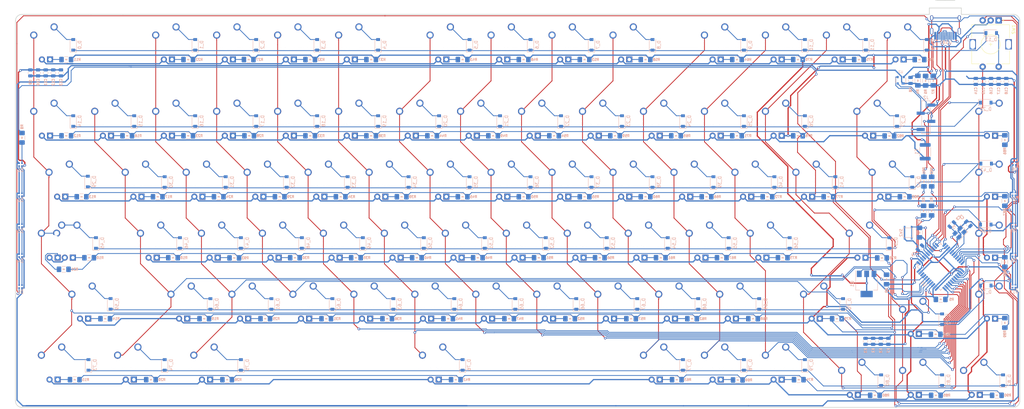
<source format=kicad_pcb>
(kicad_pcb (version 20171130) (host pcbnew "(5.1.4)-1")
  (layers (0 F.Cu signal) (31 B.Cu signal) (34 B.Paste user) (35 F.Paste user) (36 B.SilkS user) (37 F.SilkS user) (38 B.Mask user) (39 F.Mask user) (44 Edge.Cuts user))
  (net 0 "")
  (net 1 col0)
  (net 2 col1)
  (net 3 col2)
  (net 4 col3)
  (net 5 col4)
  (net 6 col5)
  (net 7 col6)
  (net 8 col7)
  (net 9 col8)
  (net 10 col9)
  (net 11 col10)
  (net 12 col11)
  (net 13 col12)
  (net 14 col13)
  (net 15 row0)
  (net 16 row1)
  (net 17 row2)
  (net 18 row3)
  (net 19 row4)
  (net 20 row5)
  (net 21 "Net-(D_0-Pad2)")
  (net 22 "Net-(D_1-Pad2)")
  (net 23 "Net-(D_2-Pad2)")
  (net 24 "Net-(D_3-Pad2)")
  (net 25 "Net-(D_4-Pad2)")
  (net 26 "Net-(D_5-Pad2)")
  (net 27 "Net-(D_6-Pad2)")
  (net 28 "Net-(D_7-Pad2)")
  (net 29 "Net-(D_8-Pad2)")
  (net 30 "Net-(D_9-Pad2)")
  (net 31 "Net-(D_10-Pad2)")
  (net 32 "Net-(D_11-Pad2)")
  (net 33 "Net-(D_12-Pad2)")
  (net 34 "Net-(D_14-Pad2)")
  (net 35 "Net-(D_15-Pad2)")
  (net 36 "Net-(D_16-Pad2)")
  (net 37 "Net-(D_17-Pad2)")
  (net 38 "Net-(D_18-Pad2)")
  (net 39 "Net-(D_19-Pad2)")
  (net 40 "Net-(D_20-Pad2)")
  (net 41 "Net-(D_21-Pad2)")
  (net 42 "Net-(D_22-Pad2)")
  (net 43 "Net-(D_23-Pad2)")
  (net 44 "Net-(D_24-Pad2)")
  (net 45 "Net-(D_25-Pad2)")
  (net 46 "Net-(D_26-Pad2)")
  (net 47 "Net-(D_27-Pad2)")
  (net 48 "Net-(D_28-Pad2)")
  (net 49 "Net-(D_29-Pad2)")
  (net 50 "Net-(D_30-Pad2)")
  (net 51 "Net-(D_31-Pad2)")
  (net 52 "Net-(D_32-Pad2)")
  (net 53 "Net-(D_33-Pad2)")
  (net 54 "Net-(D_34-Pad2)")
  (net 55 "Net-(D_35-Pad2)")
  (net 56 "Net-(D_36-Pad2)")
  (net 57 "Net-(D_37-Pad2)")
  (net 58 "Net-(D_38-Pad2)")
  (net 59 "Net-(D_39-Pad2)")
  (net 60 "Net-(D_40-Pad2)")
  (net 61 "Net-(D_41-Pad2)")
  (net 62 "Net-(D_42-Pad2)")
  (net 63 "Net-(D_43-Pad2)")
  (net 64 "Net-(D_46-Pad2)")
  (net 65 "Net-(D_47-Pad2)")
  (net 66 "Net-(D_48-Pad2)")
  (net 67 "Net-(D_49-Pad2)")
  (net 68 "Net-(D_50-Pad2)")
  (net 69 "Net-(D_51-Pad2)")
  (net 70 "Net-(D_52-Pad2)")
  (net 71 "Net-(D_53-Pad2)")
  (net 72 "Net-(D_54-Pad2)")
  (net 73 "Net-(D_55-Pad2)")
  (net 74 "Net-(D_56-Pad2)")
  (net 75 "Net-(D_57-Pad2)")
  (net 76 "Net-(D_58-Pad2)")
  (net 77 "Net-(D_59-Pad2)")
  (net 78 "Net-(D_60-Pad2)")
  (net 79 "Net-(D_61-Pad2)")
  (net 80 "Net-(D_62-Pad2)")
  (net 81 "Net-(D_63-Pad2)")
  (net 82 "Net-(D_64-Pad2)")
  (net 83 "Net-(D_65-Pad2)")
  (net 84 "Net-(D_66-Pad2)")
  (net 85 "Net-(D_67-Pad2)")
  (net 86 "Net-(D_68-Pad2)")
  (net 87 "Net-(D_69-Pad2)")
  (net 88 "Net-(D_70-Pad2)")
  (net 89 "Net-(D_72-Pad2)")
  (net 90 "Net-(D_71-Pad2)")
  (net 91 "Net-(D_73-Pad2)")
  (net 92 "Net-(D_74-Pad2)")
  (net 93 "Net-(D_75-Pad2)")
  (net 94 "Net-(D_76-Pad2)")
  (net 95 "Net-(D_77-Pad2)")
  (net 96 "Net-(D_78-Pad2)")
  (net 97 "Net-(D_79-Pad2)")
  (net 98 "Net-(D_80-Pad2)")
  (net 99 "Net-(D_81-Pad2)")
  (net 100 "Net-(D_82-Pad2)")
  (net 101 +5V)
  (net 102 GND)
  (net 103 "Net-(C2-Pad1)")
  (net 104 "Net-(C3-Pad1)")
  (net 105 "Net-(C4-Pad1)")
  (net 106 "Net-(C8-Pad1)")
  (net 107 "Net-(D_45-Pad2)")
  (net 108 VCC)
  (net 109 D-)
  (net 110 D+)
  (net 111 "Net-(K_0-Pad4)")
  (net 112 "Net-(K_1-Pad4)")
  (net 113 "Net-(K_2-Pad4)")
  (net 114 "Net-(K_3-Pad4)")
  (net 115 "Net-(K_4-Pad4)")
  (net 116 "Net-(K_5-Pad4)")
  (net 117 "Net-(K_6-Pad4)")
  (net 118 "Net-(K_7-Pad4)")
  (net 119 "Net-(K_8-Pad4)")
  (net 120 "Net-(K_9-Pad4)")
  (net 121 "Net-(K_10-Pad4)")
  (net 122 "Net-(K_11-Pad4)")
  (net 123 "Net-(K_12-Pad4)")
  (net 124 "Net-(K_14-Pad4)")
  (net 125 "Net-(K_15-Pad4)")
  (net 126 "Net-(K_16-Pad4)")
  (net 127 "Net-(K_17-Pad4)")
  (net 128 "Net-(K_18-Pad4)")
  (net 129 "Net-(K_19-Pad4)")
  (net 130 "Net-(K_20-Pad4)")
  (net 131 "Net-(K_21-Pad4)")
  (net 132 "Net-(K_22-Pad4)")
  (net 133 "Net-(K_23-Pad4)")
  (net 134 "Net-(K_24-Pad4)")
  (net 135 "Net-(K_25-Pad4)")
  (net 136 LEDGND)
  (net 137 "Net-(K_27-Pad4)")
  (net 138 "Net-(K_28-Pad4)")
  (net 139 "Net-(K_29-Pad4)")
  (net 140 "Net-(K_30-Pad4)")
  (net 141 "Net-(K_31-Pad4)")
  (net 142 "Net-(K_32-Pad4)")
  (net 143 "Net-(K_33-Pad4)")
  (net 144 "Net-(K_34-Pad4)")
  (net 145 "Net-(K_35-Pad4)")
  (net 146 "Net-(K_36-Pad4)")
  (net 147 "Net-(K_37-Pad4)")
  (net 148 "Net-(K_38-Pad4)")
  (net 149 "Net-(K_39-Pad4)")
  (net 150 "Net-(K_40-Pad4)")
  (net 151 "Net-(K_41-Pad4)")
  (net 152 "Net-(K_42-Pad4)")
  (net 153 "Net-(K_43-Pad4)")
  (net 154 "Net-(K_44-Pad4)")
  (net 155 "Net-(K_46-Pad4)")
  (net 156 "Net-(K_47-Pad4)")
  (net 157 "Net-(K_48-Pad4)")
  (net 158 "Net-(K_49-Pad4)")
  (net 159 "Net-(K_50-Pad4)")
  (net 160 "Net-(K_51-Pad4)")
  (net 161 "Net-(K_52-Pad4)")
  (net 162 "Net-(K_53-Pad4)")
  (net 163 "Net-(K_54-Pad4)")
  (net 164 "Net-(K_55-Pad4)")
  (net 165 "Net-(K_56-Pad4)")
  (net 166 "Net-(K_57-Pad4)")
  (net 167 "Net-(K_58-Pad4)")
  (net 168 "Net-(K_59-Pad4)")
  (net 169 "Net-(K_60-Pad4)")
  (net 170 "Net-(K_61-Pad4)")
  (net 171 "Net-(K_62-Pad4)")
  (net 172 "Net-(K_63-Pad4)")
  (net 173 "Net-(K_64-Pad4)")
  (net 174 "Net-(K_65-Pad4)")
  (net 175 "Net-(K_66-Pad4)")
  (net 176 "Net-(K_67-Pad4)")
  (net 177 "Net-(K_68-Pad4)")
  (net 178 "Net-(K_69-Pad4)")
  (net 179 "Net-(K_70-Pad4)")
  (net 180 "Net-(K_71-Pad4)")
  (net 181 "Net-(K_72-Pad4)")
  (net 182 "Net-(K_73-Pad4)")
  (net 183 "Net-(K_74-Pad4)")
  (net 184 "Net-(K_75-Pad4)")
  (net 185 "Net-(K_76-Pad4)")
  (net 186 "Net-(K_77-Pad4)")
  (net 187 "Net-(K_78-Pad4)")
  (net 188 "Net-(K_79-Pad4)")
  (net 189 "Net-(K_80-Pad4)")
  (net 190 "Net-(K_81-Pad4)")
  (net 191 "Net-(K_82-Pad4)")
  (net 192 "Net-(Q1-Pad1)")
  (net 193 "Net-(R1-Pad1)")
  (net 194 "Net-(R2-Pad1)")
  (net 195 "Net-(R5-Pad2)")
  (net 196 RGBIN)
  (net 197 LEDPWM)
  (net 198 "Net-(R15-Pad2)")
  (net 199 "Net-(U1-Pad42)")
  (net 200 "Net-(J2-Pad2)")
  (net 201 "Net-(J2-Pad3)")
  (net 202 "Net-(R6-Pad1)")
  (net 203 "Net-(R7-Pad1)")
  (net 204 "Net-(USB1-Pad3)")
  (net 205 "Net-(USB1-Pad9)")
  (net 206 "Net-(K_45-Pad4)")
  (net 207 "Net-(D1-Pad1)")
  (net 208 "Net-(D1-Pad3)")
  (net 209 "Net-(D2-Pad1)")
  (net 210 "Net-(D3-Pad1)")
  (net 211 "Net-(D4-Pad1)")
  (net 212 "Net-(D5-Pad1)")
  (net 213 "Net-(D6-Pad1)")
  (net 214 "Net-(D7-Pad1)")
  (net 215 "Net-(D8-Pad1)")
  (net 216 "Net-(D10-Pad3)")
  (net 217 "Net-(D10-Pad1)")
  (net 218 "Net-(R3-Pad2)")
  (net 219 ENA)
  (net 220 ENB)
  (net 221 "Net-(D_13-Pad2)")
  (net 222 col14)
  (module MX_Only:MXOnly-1U (layer F.Cu) (at 136.525 100.80625)
    (fp_text reference K_0)
    (fp_text value KEYSW)
    (pad "" np_thru_hole circle (at 5.08 0 48.0996) (size 1.75 1.75) (drill 1.75) (layers *.Cu *.Mask))
    (pad "" np_thru_hole circle (at -5.08 0 48.0996) (size 1.75 1.75) (drill 1.75) (layers *.Cu *.Mask))
    (pad 4 thru_hole rect (at 1.27 5.08) (size 1.905 1.905) (drill 1.04) (layers *.Cu B.Mask) (net 111 "Net-(K_0-Pad4)"))
    (pad 3 thru_hole circle (at -1.27 5.08) (size 1.905 1.905) (drill 1.04) (layers *.Cu B.Mask) (net 101 +5V))
    (pad 1 thru_hole circle (at -3.81 -2.54) (size 2.25 2.25) (drill 1.47) (layers *.Cu B.Mask) (net 1 col0))
    (pad "" np_thru_hole circle (at 0 0) (size 3.9878 3.9878) (drill 3.9878) (layers *.Cu *.Mask))
    (pad 2 thru_hole circle (at 2.54 -5.08) (size 2.25 2.25) (drill 1.47) (layers *.Cu B.Mask) (net 21 "Net-(D_0-Pad2)"))
  )
  (module acheron_Components:C_0805_2012Metric (layer B.Cu) (at 134.0485 110.07725 270)
    (fp_text reference C10 (at 2.921 0 270) (layer B.SilkS) (effects (font (size 0.762 0.762) (thickness 0.1905)) (justify mirror)))
    (fp_text value 0.1uF)
    (pad 1 smd roundrect (at -0.9375 0 270) (size 0.975 1.4) (layers B.Cu B.Paste B.Mask) (net 101 +5V))
    (pad 2 smd roundrect (at 0.9375 0 270) (size 0.975 1.4) (layers B.Cu B.Paste B.Mask) (net 102 GND))
  )
  (module acheron_Components:C_0805_2012Metric (layer B.Cu) (at 136.42975 110.07725 270)
    (fp_text reference C11 (at 2.921 0 270) (layer B.SilkS) (effects (font (size 0.762 0.762) (thickness 0.1905)) (justify mirror)))
    (fp_text value 0.1uF)
    (pad 1 smd roundrect (at -0.9375 0 270) (size 0.975 1.4) (layers B.Cu B.Paste B.Mask) (net 101 +5V))
    (pad 2 smd roundrect (at 0.9375 0 270) (size 0.975 1.4) (layers B.Cu B.Paste B.Mask) (net 102 GND))
  )
  (module acheron_Components:C_0805_2012Metric (layer B.Cu) (at 138.811 110.07725 270)
    (fp_text reference C12 (at 2.921 0 270) (layer B.SilkS) (effects (font (size 0.762 0.762) (thickness 0.1905)) (justify mirror)))
    (fp_text value 0.1uF)
    (pad 1 smd roundrect (at -0.9375 0 270) (size 0.975 1.4) (layers B.Cu B.Paste B.Mask) (net 101 +5V))
    (pad 2 smd roundrect (at 0.9375 0 270) (size 0.975 1.4) (layers B.Cu B.Paste B.Mask) (net 102 GND))
  )
  (module acheron_Components:C_0805_2012Metric (layer B.Cu) (at 131.66725 110.07725 270)
    (fp_text reference C9 (at 2.921 0 270) (layer B.SilkS) (effects (font (size 0.762 0.762) (thickness 0.1905)) (justify mirror)))
    (fp_text value 0.1uF)
    (pad 1 smd roundrect (at -0.9375 0 270) (size 0.975 1.4) (layers B.Cu B.Paste B.Mask) (net 101 +5V))
    (pad 2 smd roundrect (at 0.9375 0 270) (size 0.975 1.4) (layers B.Cu B.Paste B.Mask) (net 102 GND))
  )
  (module acheron_Components:C_0805_2012Metric (layer B.Cu) (at 141.19225 110.07725 270)
    (fp_text reference C13 (at 2.921 0 270) (layer B.SilkS) (effects (font (size 0.762 0.762) (thickness 0.1905)) (justify mirror)))
    (fp_text value 0.1uF)
    (pad 1 smd roundrect (at -0.9375 0 270) (size 0.975 1.4) (layers B.Cu B.Paste B.Mask) (net 101 +5V))
    (pad 2 smd roundrect (at 0.9375 0 270) (size 0.975 1.4) (layers B.Cu B.Paste B.Mask) (net 102 GND))
  )
  (module MX_Only:MXOnly-1U (layer F.Cu) (at 407.9875 186.53125)
    (fp_text reference K_72)
    (fp_text value KEYSW)
    (pad "" np_thru_hole circle (at 5.08 0 48.0996) (size 1.75 1.75) (drill 1.75) (layers *.Cu *.Mask))
    (pad "" np_thru_hole circle (at -5.08 0 48.0996) (size 1.75 1.75) (drill 1.75) (layers *.Cu *.Mask))
    (pad 4 thru_hole rect (at 1.27 5.08) (size 1.905 1.905) (drill 1.04) (layers *.Cu B.Mask) (net 181 "Net-(K_72-Pad4)"))
    (pad 3 thru_hole circle (at -1.27 5.08) (size 1.905 1.905) (drill 1.04) (layers *.Cu B.Mask) (net 101 +5V))
    (pad 1 thru_hole circle (at -3.81 -2.54) (size 2.25 2.25) (drill 1.47) (layers *.Cu B.Mask) (net 14 col13))
    (pad "" np_thru_hole circle (at 0 0) (size 3.9878 3.9878) (drill 3.9878) (layers *.Cu *.Mask))
    (pad 2 thru_hole circle (at 2.54 -5.08) (size 2.25 2.25) (drill 1.47) (layers *.Cu B.Mask) (net 89 "Net-(D_72-Pad2)"))
  )
  (module MX_Only:MXOnly-1U (layer F.Cu) (at 407.9875 205.58125)
    (fp_text reference K_81)
    (fp_text value KEYSW)
    (pad "" np_thru_hole circle (at 5.08 0 48.0996) (size 1.75 1.75) (drill 1.75) (layers *.Cu *.Mask))
    (pad "" np_thru_hole circle (at -5.08 0 48.0996) (size 1.75 1.75) (drill 1.75) (layers *.Cu *.Mask))
    (pad 4 thru_hole rect (at 1.27 5.08) (size 1.905 1.905) (drill 1.04) (layers *.Cu B.Mask) (net 190 "Net-(K_81-Pad4)"))
    (pad 3 thru_hole circle (at -1.27 5.08) (size 1.905 1.905) (drill 1.04) (layers *.Cu B.Mask) (net 101 +5V))
    (pad 1 thru_hole circle (at -3.81 -2.54) (size 2.25 2.25) (drill 1.47) (layers *.Cu B.Mask) (net 14 col13))
    (pad "" np_thru_hole circle (at 0 0) (size 3.9878 3.9878) (drill 3.9878) (layers *.Cu *.Mask))
    (pad 2 thru_hole circle (at 2.54 -5.08) (size 2.25 2.25) (drill 1.47) (layers *.Cu B.Mask) (net 99 "Net-(D_81-Pad2)"))
  )
  (module Keebio-Parts:SW_SPST_3x3 (layer B.Cu) (at 405.892 160.02 270)
    (fp_text reference SW2 (at 0 2.25 90) (layer B.SilkS) (effects (font (size 0.8 0.8)) (justify mirror)))
    (fp_text value SW_Push)
    (pad 2 smd rect (at 1.8 -1.1 270) (size 0.7 0.5) (layers B.Cu B.Paste B.Mask) (net 218 "Net-(R3-Pad2)"))
    (pad 2 smd rect (at -1.8 -1.1 270) (size 0.7 0.5) (layers B.Cu B.Paste B.Mask) (net 218 "Net-(R3-Pad2)"))
    (pad 1 smd rect (at 1.8 1.1 270) (size 0.7 0.5) (layers B.Cu B.Paste B.Mask) (net 102 GND))
    (pad 1 smd rect (at -1.8 1.1 270) (size 0.7 0.5) (layers B.Cu B.Paste B.Mask) (net 102 GND))
  )
  (module acheron_Components:R_SMD_1206 (layer B.Cu) (at 195.3625 167.894)
    (fp_text reference R93 (at 3.429 0) (layer B.SilkS) (effects (font (size 0.762 0.762) (thickness 0.1905)) (justify mirror)))
    (fp_text value R_Small)
    (pad 1 smd roundrect (at -1.4875 0) (size 1.425 1.75) (layers B.Cu B.Paste B.Mask) (roundrect_rratio 0.175439) (net 156 "Net-(K_47-Pad4)"))
    (pad 2 smd roundrect (at 1.4875 0) (size 1.425 1.75) (layers B.Cu B.Paste B.Mask) (roundrect_rratio 0.175439) (net 179 "Net-(K_70-Pad4)"))
  )
  (module LED_SMD:LED_SK6812_EC15_1.5x1.5mm (layer B.Cu) (at 438.97 176.726)
    (fp_text reference D10 (at 0 1.75) (layer B.SilkS) (effects (justify mirror)))
    (fp_text value SK6805)
    (fp_text user 1 (at -0.925 0.45) (layer B.SilkS) (effects (font (size 0.3 0.3) (thickness 0.075)) (justify mirror)))
    (pad 1 smd rect (at -0.45 0.45) (size 0.5 0.5) (layers B.Cu B.Paste B.Mask) (net 217 "Net-(D10-Pad1)"))
    (pad 2 smd rect (at -0.45 -0.45) (size 0.5 0.5) (layers B.Cu B.Paste B.Mask) (net 102 GND))
    (pad 3 smd rect (at 0.45 -0.45) (size 0.5 0.5) (layers B.Cu B.Paste B.Mask) (net 216 "Net-(D10-Pad3)"))
    (pad 4 smd rect (at 0.45 0.45) (size 0.5 0.5) (layers B.Cu B.Paste B.Mask) (net 101 +5V))
  )
  (module LED_SMD:LED_SK6812_EC15_1.5x1.5mm (layer B.Cu) (at 438.97 166.936)
    (fp_text reference D9 (at 0 1.75) (layer B.SilkS) (effects (justify mirror)))
    (fp_text value SK6805)
    (fp_text user 1 (at -0.925 0.45) (layer B.SilkS) (effects (font (size 0.3 0.3) (thickness 0.075)) (justify mirror)))
    (pad 1 smd rect (at -0.45 0.45) (size 0.5 0.5) (layers B.Cu B.Paste B.Mask) (net 216 "Net-(D10-Pad3)"))
    (pad 2 smd rect (at -0.45 -0.45) (size 0.5 0.5) (layers B.Cu B.Paste B.Mask) (net 102 GND))
    (pad 3 smd rect (at 0.45 -0.45) (size 0.5 0.5) (layers B.Cu B.Paste B.Mask) (net 215 "Net-(D8-Pad1)"))
    (pad 4 smd rect (at 0.45 0.45) (size 0.5 0.5) (layers B.Cu B.Paste B.Mask) (net 101 +5V))
  )
  (module LED_SMD:LED_SK6812_EC15_1.5x1.5mm (layer B.Cu) (at 438.97 157.538)
    (fp_text reference D8 (at 0 1.75) (layer B.SilkS) (effects (justify mirror)))
    (fp_text value SK6805)
    (fp_text user 1 (at -0.925 0.45) (layer B.SilkS) (effects (font (size 0.3 0.3) (thickness 0.075)) (justify mirror)))
    (pad 1 smd rect (at -0.45 0.45) (size 0.5 0.5) (layers B.Cu B.Paste B.Mask) (net 215 "Net-(D8-Pad1)"))
    (pad 2 smd rect (at -0.45 -0.45) (size 0.5 0.5) (layers B.Cu B.Paste B.Mask) (net 102 GND))
    (pad 3 smd rect (at 0.45 -0.45) (size 0.5 0.5) (layers B.Cu B.Paste B.Mask) (net 214 "Net-(D7-Pad1)"))
    (pad 4 smd rect (at 0.45 0.45) (size 0.5 0.5) (layers B.Cu B.Paste B.Mask) (net 101 +5V))
  )
  (module LED_SMD:LED_SK6812_EC15_1.5x1.5mm (layer B.Cu) (at 438.97 147.886)
    (fp_text reference D7 (at 0 1.75) (layer B.SilkS) (effects (justify mirror)))
    (fp_text value SK6805)
    (fp_text user 1 (at -0.925 0.45) (layer B.SilkS) (effects (font (size 0.3 0.3) (thickness 0.075)) (justify mirror)))
    (pad 1 smd rect (at -0.45 0.45) (size 0.5 0.5) (layers B.Cu B.Paste B.Mask) (net 214 "Net-(D7-Pad1)"))
    (pad 2 smd rect (at -0.45 -0.45) (size 0.5 0.5) (layers B.Cu B.Paste B.Mask) (net 102 GND))
    (pad 3 smd rect (at 0.45 -0.45) (size 0.5 0.5) (layers B.Cu B.Paste B.Mask) (net 213 "Net-(D6-Pad1)"))
    (pad 4 smd rect (at 0.45 0.45) (size 0.5 0.5) (layers B.Cu B.Paste B.Mask) (net 101 +5V))
  )
  (module LED_SMD:LED_SK6812_EC15_1.5x1.5mm (layer B.Cu) (at 439.108 138.372)
    (fp_text reference D6 (at 0 1.75) (layer B.SilkS) (effects (justify mirror)))
    (fp_text value SK6805)
    (fp_text user 1 (at -0.925 0.45) (layer B.SilkS) (effects (font (size 0.3 0.3) (thickness 0.075)) (justify mirror)))
    (pad 1 smd rect (at -0.45 0.45) (size 0.5 0.5) (layers B.Cu B.Paste B.Mask) (net 213 "Net-(D6-Pad1)"))
    (pad 2 smd rect (at -0.45 -0.45) (size 0.5 0.5) (layers B.Cu B.Paste B.Mask) (net 102 GND))
    (pad 3 smd rect (at 0.45 -0.45) (size 0.5 0.5) (layers B.Cu B.Paste B.Mask) (net 212 "Net-(D5-Pad1)"))
    (pad 4 smd rect (at 0.45 0.45) (size 0.5 0.5) (layers B.Cu B.Paste B.Mask) (net 101 +5V))
  )
  (module LED_SMD:LED_SK6812_EC15_1.5x1.5mm (layer B.Cu) (at 128.582 176.842)
    (fp_text reference D5 (at 0 1.75) (layer B.SilkS) (effects (justify mirror)))
    (fp_text value SK6805)
    (fp_text user 1 (at -0.925 0.45) (layer B.SilkS) (effects (font (size 0.3 0.3) (thickness 0.075)) (justify mirror)))
    (pad 1 smd rect (at -0.45 0.45) (size 0.5 0.5) (layers B.Cu B.Paste B.Mask) (net 212 "Net-(D5-Pad1)"))
    (pad 2 smd rect (at -0.45 -0.45) (size 0.5 0.5) (layers B.Cu B.Paste B.Mask) (net 102 GND))
    (pad 3 smd rect (at 0.45 -0.45) (size 0.5 0.5) (layers B.Cu B.Paste B.Mask) (net 211 "Net-(D4-Pad1)"))
    (pad 4 smd rect (at 0.45 0.45) (size 0.5 0.5) (layers B.Cu B.Paste B.Mask) (net 101 +5V))
  )
  (module LED_SMD:LED_SK6812_EC15_1.5x1.5mm (layer B.Cu) (at 128.582 167.132)
    (fp_text reference D4 (at 0 1.75) (layer B.SilkS) (effects (justify mirror)))
    (fp_text value SK6805)
    (fp_text user 1 (at -0.925 0.45) (layer B.SilkS) (effects (font (size 0.3 0.3) (thickness 0.075)) (justify mirror)))
    (pad 1 smd rect (at -0.45 0.45) (size 0.5 0.5) (layers B.Cu B.Paste B.Mask) (net 211 "Net-(D4-Pad1)"))
    (pad 2 smd rect (at -0.45 -0.45) (size 0.5 0.5) (layers B.Cu B.Paste B.Mask) (net 102 GND))
    (pad 3 smd rect (at 0.45 -0.45) (size 0.5 0.5) (layers B.Cu B.Paste B.Mask) (net 210 "Net-(D3-Pad1)"))
    (pad 4 smd rect (at 0.45 0.45) (size 0.5 0.5) (layers B.Cu B.Paste B.Mask) (net 101 +5V))
  )
  (module LED_SMD:LED_SK6812_EC15_1.5x1.5mm (layer B.Cu) (at 128.582 157.792)
    (fp_text reference D3 (at 0 1.75) (layer B.SilkS) (effects (justify mirror)))
    (fp_text value SK6805)
    (fp_text user 1 (at -0.925 0.45) (layer B.SilkS) (effects (font (size 0.3 0.3) (thickness 0.075)) (justify mirror)))
    (pad 1 smd rect (at -0.45 0.45) (size 0.5 0.5) (layers B.Cu B.Paste B.Mask) (net 210 "Net-(D3-Pad1)"))
    (pad 2 smd rect (at -0.45 -0.45) (size 0.5 0.5) (layers B.Cu B.Paste B.Mask) (net 102 GND))
    (pad 3 smd rect (at 0.45 -0.45) (size 0.5 0.5) (layers B.Cu B.Paste B.Mask) (net 209 "Net-(D2-Pad1)"))
    (pad 4 smd rect (at 0.45 0.45) (size 0.5 0.5) (layers B.Cu B.Paste B.Mask) (net 101 +5V))
  )
  (module LED_SMD:LED_SK6812_EC15_1.5x1.5mm (layer B.Cu) (at 128.582 148.14)
    (fp_text reference D2 (at 0 1.75) (layer B.SilkS) (effects (justify mirror)))
    (fp_text value SK6805)
    (fp_text user 1 (at -0.925 0.45) (layer B.SilkS) (effects (font (size 0.3 0.3) (thickness 0.075)) (justify mirror)))
    (pad 1 smd rect (at -0.45 0.45) (size 0.5 0.5) (layers B.Cu B.Paste B.Mask) (net 209 "Net-(D2-Pad1)"))
    (pad 2 smd rect (at -0.45 -0.45) (size 0.5 0.5) (layers B.Cu B.Paste B.Mask) (net 102 GND))
    (pad 3 smd rect (at 0.45 -0.45) (size 0.5 0.5) (layers B.Cu B.Paste B.Mask) (net 207 "Net-(D1-Pad1)"))
    (pad 4 smd rect (at 0.45 0.45) (size 0.5 0.5) (layers B.Cu B.Paste B.Mask) (net 101 +5V))
  )
  (module LED_SMD:LED_SK6812_EC15_1.5x1.5mm (layer B.Cu) (at 128.582 138.742)
    (fp_text reference D1 (at 0 1.75) (layer B.SilkS) (effects (justify mirror)))
    (fp_text value SK6805)
    (fp_text user 1 (at -0.925 0.45) (layer B.SilkS) (effects (font (size 0.3 0.3) (thickness 0.075)) (justify mirror)))
    (pad 1 smd rect (at -0.45 0.45) (size 0.5 0.5) (layers B.Cu B.Paste B.Mask) (net 207 "Net-(D1-Pad1)"))
    (pad 2 smd rect (at -0.45 -0.45) (size 0.5 0.5) (layers B.Cu B.Paste B.Mask) (net 102 GND))
    (pad 3 smd rect (at 0.45 -0.45) (size 0.5 0.5) (layers B.Cu B.Paste B.Mask) (net 208 "Net-(D1-Pad3)"))
    (pad 4 smd rect (at 0.45 0.45) (size 0.5 0.5) (layers B.Cu B.Paste B.Mask) (net 101 +5V))
  )
  (module MX_Only:MXOnly-1.75U (layer F.Cu) (at 138.90625 162.71875)
    (fp_text reference K_45)
    (fp_text value MX-NoLED)
    (pad "" np_thru_hole circle (at 5.08 0 48.0996) (size 1.75 1.75) (drill 1.75) (layers *.Cu *.Mask))
    (pad "" np_thru_hole circle (at -5.08 0 48.0996) (size 1.75 1.75) (drill 1.75) (layers *.Cu *.Mask))
    (pad 4 thru_hole rect (at 1.27 5.08) (size 1.905 1.905) (drill 1.04) (layers *.Cu B.Mask) (net 206 "Net-(K_45-Pad4)"))
    (pad 3 thru_hole circle (at -1.27 5.08) (size 1.905 1.905) (drill 1.04) (layers *.Cu B.Mask) (net 101 +5V))
    (pad 1 thru_hole circle (at -3.81 -2.54) (size 2.25 2.25) (drill 1.47) (layers *.Cu B.Mask) (net 1 col0))
    (pad "" np_thru_hole circle (at 0 0) (size 3.9878 3.9878) (drill 3.9878) (layers *.Cu *.Mask))
    (pad 2 thru_hole circle (at 2.54 -5.08) (size 2.25 2.25) (drill 1.47) (layers *.Cu B.Mask) (net 107 "Net-(D_45-Pad2)"))
  )
  (module Type-C:HRO-TYPE-C-31-M-12-HandSoldering (layer B.Cu) (at 417.576 90.297)
    (fp_text reference USB1 (at 0 10.2) (layer B.SilkS) (effects (justify mirror)))
    (fp_text value HRO-TYPE-C-31-M-12)
    (pad 13 thru_hole oval (at 4.32 2.6) (size 1 1.6) (drill oval 0.6 1.2) (layers *.Cu F.Mask) (net 106 "Net-(C8-Pad1)"))
    (pad 13 thru_hole oval (at -4.32 2.6) (size 1 1.6) (drill oval 0.6 1.2) (layers *.Cu F.Mask) (net 106 "Net-(C8-Pad1)"))
    (pad 13 thru_hole oval (at 4.32 6.78) (size 1 2.1) (drill oval 0.6 1.7) (layers *.Cu F.Mask) (net 106 "Net-(C8-Pad1)"))
    (pad 13 thru_hole oval (at -4.32 6.78) (size 1 2.1) (drill oval 0.6 1.7) (layers *.Cu F.Mask) (net 106 "Net-(C8-Pad1)"))
    (pad "" np_thru_hole circle (at -2.89 6.25) (size 0.65 0.65) (drill 0.65) (layers *.Cu *.Mask))
    (pad "" np_thru_hole circle (at 2.89 6.25) (size 0.65 0.65) (drill 0.65) (layers *.Cu *.Mask))
    (pad 6 smd rect (at -0.25 8.195) (size 0.3 2.45) (layers B.Cu B.Paste B.Mask) (net 201 "Net-(J2-Pad3)"))
    (pad 7 smd rect (at 0.25 8.195) (size 0.3 2.45) (layers B.Cu B.Paste B.Mask) (net 200 "Net-(J2-Pad2)"))
    (pad 8 smd rect (at 0.75 8.195) (size 0.3 2.45) (layers B.Cu B.Paste B.Mask) (net 201 "Net-(J2-Pad3)"))
    (pad 5 smd rect (at -0.75 8.195) (size 0.3 2.45) (layers B.Cu B.Paste B.Mask) (net 200 "Net-(J2-Pad2)"))
    (pad 9 smd rect (at 1.25 8.195) (size 0.3 2.45) (layers B.Cu B.Paste B.Mask) (net 205 "Net-(USB1-Pad9)"))
    (pad 4 smd rect (at -1.25 8.195) (size 0.3 2.45) (layers B.Cu B.Paste B.Mask) (net 203 "Net-(R7-Pad1)"))
    (pad 10 smd rect (at 1.75 8.195) (size 0.3 2.45) (layers B.Cu B.Paste B.Mask) (net 202 "Net-(R6-Pad1)"))
    (pad 3 smd rect (at -1.75 8.195) (size 0.3 2.45) (layers B.Cu B.Paste B.Mask) (net 204 "Net-(USB1-Pad3)"))
    (pad 2 smd rect (at -2.45 8.195) (size 0.6 2.45) (layers B.Cu B.Paste B.Mask) (net 108 VCC))
    (pad 11 smd rect (at 2.45 8.195) (size 0.6 2.45) (layers B.Cu B.Paste B.Mask) (net 108 VCC))
    (pad 1 smd rect (at -3.225 8.195) (size 0.6 2.45) (layers B.Cu B.Paste B.Mask) (net 102 GND))
    (pad 12 smd rect (at 3.225 8.195) (size 0.6 2.45) (layers B.Cu B.Paste B.Mask) (net 102 GND))
  )
  (module acheron_Components:R_SMD_1206 (layer B.Cu) (at 413.258 144.0545 90)
    (fp_text reference R92 (at 3.429 0 90) (layer B.SilkS) (effects (font (size 0.762 0.762) (thickness 0.1905)) (justify mirror)))
    (fp_text value 22)
    (pad 1 smd roundrect (at -1.4875 0 90) (size 1.425 1.75) (layers B.Cu B.Paste B.Mask) (roundrect_rratio 0.175439) (net 109 D-))
    (pad 2 smd roundrect (at 1.4875 0 90) (size 1.425 1.75) (layers B.Cu B.Paste B.Mask) (roundrect_rratio 0.175439) (net 200 "Net-(J2-Pad2)"))
  )
  (module acheron_Components:R_SMD_1206 (layer B.Cu) (at 410.845 144.0545 90)
    (fp_text reference R91 (at 3.429 0 90) (layer B.SilkS) (effects (font (size 0.762 0.762) (thickness 0.1905)) (justify mirror)))
    (fp_text value 22)
    (pad 1 smd roundrect (at -1.4875 0 90) (size 1.425 1.75) (layers B.Cu B.Paste B.Mask) (roundrect_rratio 0.175439) (net 110 D+))
    (pad 2 smd roundrect (at 1.4875 0 90) (size 1.425 1.75) (layers B.Cu B.Paste B.Mask) (roundrect_rratio 0.175439) (net 201 "Net-(J2-Pad3)"))
  )
  (module Connector_PinHeader_2.54mm:PinHeader_1x04_P2.54mm_Vertical_SMD_Pin1Left (layer B.Cu) (at 411.48 123.952 180)
    (fp_text reference J2 (at 0 6.14) (layer B.SilkS) (effects (justify mirror)))
    (fp_text value Conn_01x04)
    (pad 4 smd rect (at 1.655 -3.81 180) (size 2.51 1) (layers B.Cu B.Paste B.Mask) (net 108 VCC))
    (pad 2 smd rect (at 1.655 1.27 180) (size 2.51 1) (layers B.Cu B.Paste B.Mask) (net 200 "Net-(J2-Pad2)"))
    (pad 3 smd rect (at -1.655 -1.27 180) (size 2.51 1) (layers B.Cu B.Paste B.Mask) (net 201 "Net-(J2-Pad3)"))
    (pad 1 smd rect (at -1.655 3.81 180) (size 2.51 1) (layers B.Cu B.Paste B.Mask) (net 102 GND))
  )
  (module Keebio-Parts:Crystal_SMD_3225-4pin_3.2x2.5mm (layer B.Cu) (at 421.95563 160.008785 225)
    (fp_text reference Y1 (at 0 2.45 45) (layer B.SilkS) (effects (font (size 0.8 0.8)) (justify mirror)))
    (fp_text value 16MHz)
    (pad 1 smd rect (at -1.1 -0.85 225) (size 1.4 1.2) (layers B.Cu B.Paste B.Mask) (net 103 "Net-(C2-Pad1)"))
    (pad 2 smd rect (at 1.1 -0.85 225) (size 1.4 1.2) (layers B.Cu B.Paste B.Mask) (net 102 GND))
    (pad 3 smd rect (at 1.1 0.85 225) (size 1.4 1.2) (layers B.Cu B.Paste B.Mask) (net 104 "Net-(C3-Pad1)"))
    (pad 4 smd rect (at -1.1 0.85 225) (size 1.4 1.2) (layers B.Cu B.Paste B.Mask) (net 102 GND))
  )
  (module Nexperia:SOT143B (layer B.Cu) (at 403.594 112.379 180)
    (fp_text reference U2 (at 0 2.6) (layer B.SilkS) (effects (font (size 0.75 0.75) (thickness 0.1)) (justify mirror)))
    (fp_text value PRTR5V0U2X hide)
    (pad 4 smd rect (at -0.95 1 180) (size 0.6 0.7) (layers B.Cu B.Paste B.Mask) (net 108 VCC))
    (pad 3 smd rect (at 0.95 1 180) (size 0.6 0.7) (layers B.Cu B.Paste B.Mask) (net 200 "Net-(J2-Pad2)"))
    (pad 2 smd rect (at 0.95 -1 180) (size 0.6 0.7) (layers B.Cu B.Paste B.Mask) (net 201 "Net-(J2-Pad3)"))
    (pad 1 smd rect (at -0.75 -1 180) (size 1 0.7) (layers B.Cu B.Paste B.Mask) (net 102 GND))
  )
  (module Package_QFP:TQFP-44_10x10mm_P0.8mm (layer B.Cu) (at 416.052 170.688 315)
    (fp_text reference U1 (at 0 7.45 135) (layer B.SilkS) (effects (justify mirror)))
    (fp_text value ATmega32U4-AU)
    (pad 44 smd rect (at -4 5.7 225) (size 1.5 0.55) (layers B.Cu B.Paste B.Mask) (net 101 +5V))
    (pad 43 smd rect (at -3.2 5.7 225) (size 1.5 0.55) (layers B.Cu B.Paste B.Mask) (net 102 GND))
    (pad 42 smd rect (at -2.4 5.7 225) (size 1.5 0.55) (layers B.Cu B.Paste B.Mask) (net 199 "Net-(U1-Pad42)"))
    (pad 41 smd rect (at -1.6 5.7 225) (size 1.5 0.55) (layers B.Cu B.Paste B.Mask) (net 196 RGBIN))
    (pad 40 smd rect (at -0.8 5.7 225) (size 1.5 0.55) (layers B.Cu B.Paste B.Mask) (net 1 col0))
    (pad 39 smd rect (at 0 5.7 225) (size 1.5 0.55) (layers B.Cu B.Paste B.Mask) (net 2 col1))
    (pad 38 smd rect (at 0.8 5.7 225) (size 1.5 0.55) (layers B.Cu B.Paste B.Mask) (net 3 col2))
    (pad 37 smd rect (at 1.6 5.7 225) (size 1.5 0.55) (layers B.Cu B.Paste B.Mask) (net 4 col3))
    (pad 36 smd rect (at 2.4 5.7 225) (size 1.5 0.55) (layers B.Cu B.Paste B.Mask) (net 5 col4))
    (pad 35 smd rect (at 3.2 5.7 225) (size 1.5 0.55) (layers B.Cu B.Paste B.Mask) (net 102 GND))
    (pad 34 smd rect (at 4 5.7 225) (size 1.5 0.55) (layers B.Cu B.Paste B.Mask) (net 101 +5V))
    (pad 33 smd rect (at 5.7 4 315) (size 1.5 0.55) (layers B.Cu B.Paste B.Mask) (net 195 "Net-(R5-Pad2)"))
    (pad 32 smd rect (at 5.7 3.2 315) (size 1.5 0.55) (layers B.Cu B.Paste B.Mask) (net 6 col5))
    (pad 31 smd rect (at 5.7 2.4 315) (size 1.5 0.55) (layers B.Cu B.Paste B.Mask) (net 7 col6))
    (pad 30 smd rect (at 5.7 1.6 315) (size 1.5 0.55) (layers B.Cu B.Paste B.Mask) (net 8 col7))
    (pad 29 smd rect (at 5.7 0.8 315) (size 1.5 0.55) (layers B.Cu B.Paste B.Mask) (net 9 col8))
    (pad 28 smd rect (at 5.7 0 315) (size 1.5 0.55) (layers B.Cu B.Paste B.Mask) (net 10 col9))
    (pad 27 smd rect (at 5.7 -0.8 315) (size 1.5 0.55) (layers B.Cu B.Paste B.Mask) (net 11 col10))
    (pad 26 smd rect (at 5.7 -1.6 315) (size 1.5 0.55) (layers B.Cu B.Paste B.Mask) (net 12 col11))
    (pad 25 smd rect (at 5.7 -2.4 315) (size 1.5 0.55) (layers B.Cu B.Paste B.Mask) (net 13 col12))
    (pad 24 smd rect (at 5.7 -3.2 315) (size 1.5 0.55) (layers B.Cu B.Paste B.Mask) (net 101 +5V))
    (pad 23 smd rect (at 5.7 -4 315) (size 1.5 0.55) (layers B.Cu B.Paste B.Mask) (net 102 GND))
    (pad 22 smd rect (at 4 -5.7 225) (size 1.5 0.55) (layers B.Cu B.Paste B.Mask) (net 14 col13))
    (pad 21 smd rect (at 3.2 -5.7 225) (size 1.5 0.55) (layers B.Cu B.Paste B.Mask) (net 222 col14))
    (pad 20 smd rect (at 2.4 -5.7 225) (size 1.5 0.55) (layers B.Cu B.Paste B.Mask) (net 220 ENB))
    (pad 19 smd rect (at 1.6 -5.7 225) (size 1.5 0.55) (layers B.Cu B.Paste B.Mask) (net 219 ENA))
    (pad 18 smd rect (at 0.8 -5.7 225) (size 1.5 0.55) (layers B.Cu B.Paste B.Mask) (net 20 row5))
    (pad 17 smd rect (at 0 -5.7 225) (size 1.5 0.55) (layers B.Cu B.Paste B.Mask) (net 103 "Net-(C2-Pad1)"))
    (pad 16 smd rect (at -0.8 -5.7 225) (size 1.5 0.55) (layers B.Cu B.Paste B.Mask) (net 104 "Net-(C3-Pad1)"))
    (pad 15 smd rect (at -1.6 -5.7 225) (size 1.5 0.55) (layers B.Cu B.Paste B.Mask) (net 102 GND))
    (pad 14 smd rect (at -2.4 -5.7 225) (size 1.5 0.55) (layers B.Cu B.Paste B.Mask) (net 101 +5V))
    (pad 13 smd rect (at -3.2 -5.7 225) (size 1.5 0.55) (layers B.Cu B.Paste B.Mask) (net 218 "Net-(R3-Pad2)"))
    (pad 12 smd rect (at -4 -5.7 225) (size 1.5 0.55) (layers B.Cu B.Paste B.Mask) (net 19 row4))
    (pad 11 smd rect (at -5.7 -4 315) (size 1.5 0.55) (layers B.Cu B.Paste B.Mask) (net 18 row3))
    (pad 10 smd rect (at -5.7 -3.2 315) (size 1.5 0.55) (layers B.Cu B.Paste B.Mask) (net 17 row2))
    (pad 9 smd rect (at -5.7 -2.4 315) (size 1.5 0.55) (layers B.Cu B.Paste B.Mask) (net 16 row1))
    (pad 8 smd rect (at -5.7 -1.6 315) (size 1.5 0.55) (layers B.Cu B.Paste B.Mask) (net 15 row0))
    (pad 7 smd rect (at -5.7 -0.8 315) (size 1.5 0.55) (layers B.Cu B.Paste B.Mask) (net 101 +5V))
    (pad 6 smd rect (at -5.7 0 315) (size 1.5 0.55) (layers B.Cu B.Paste B.Mask) (net 105 "Net-(C4-Pad1)"))
    (pad 5 smd rect (at -5.7 0.8 315) (size 1.5 0.55) (layers B.Cu B.Paste B.Mask) (net 102 GND))
    (pad 4 smd rect (at -5.7 1.6 315) (size 1.5 0.55) (layers B.Cu B.Paste B.Mask) (net 194 "Net-(R2-Pad1)"))
    (pad 3 smd rect (at -5.7 2.4 315) (size 1.5 0.55) (layers B.Cu B.Paste B.Mask) (net 193 "Net-(R1-Pad1)"))
    (pad 2 smd rect (at -5.7 3.2 315) (size 1.5 0.55) (layers B.Cu B.Paste B.Mask) (net 101 +5V))
    (pad 1 smd rect (at -5.7 4 315) (size 1.5 0.55) (layers B.Cu B.Paste B.Mask) (net 197 LEDPWM))
  )
  (module acheron_Components:R_SMD_1206 (layer B.Cu) (at 433.6145 210.82)
    (fp_text reference R90 (at 3.429 0) (layer B.SilkS) (effects (font (size 0.762 0.762) (thickness 0.1905)) (justify mirror)))
    (fp_text value R_Small)
    (pad 1 smd roundrect (at -1.4875 0) (size 1.425 1.75) (layers B.Cu B.Paste B.Mask) (roundrect_rratio 0.175439) (net 191 "Net-(K_82-Pad4)"))
    (pad 2 smd roundrect (at 1.4875 0) (size 1.425 1.75) (layers B.Cu B.Paste B.Mask) (roundrect_rratio 0.175439) (net 198 "Net-(R15-Pad2)"))
  )
  (module acheron_Components:R_SMD_1206 (layer B.Cu) (at 436.118 188.1775 270)
    (fp_text reference R89 (at 3.429 0 90) (layer B.SilkS) (effects (font (size 0.762 0.762) (thickness 0.1905)) (justify mirror)))
    (fp_text value R_Small)
    (pad 1 smd roundrect (at -1.4875 0 270) (size 1.425 1.75) (layers B.Cu B.Paste B.Mask) (roundrect_rratio 0.175439) (net 180 "Net-(K_71-Pad4)"))
    (pad 2 smd roundrect (at 1.4875 0 270) (size 1.425 1.75) (layers B.Cu B.Paste B.Mask) (roundrect_rratio 0.175439) (net 189 "Net-(K_80-Pad4)"))
  )
  (module acheron_Components:R_SMD_1206 (layer B.Cu) (at 436.118 169.164 270)
    (fp_text reference R88 (at 3.429 0 90) (layer B.SilkS) (effects (font (size 0.762 0.762) (thickness 0.1905)) (justify mirror)))
    (fp_text value R_Small)
    (pad 1 smd roundrect (at -1.4875 0 270) (size 1.425 1.75) (layers B.Cu B.Paste B.Mask) (roundrect_rratio 0.175439) (net 167 "Net-(K_58-Pad4)"))
    (pad 2 smd roundrect (at 1.4875 0 270) (size 1.425 1.75) (layers B.Cu B.Paste B.Mask) (roundrect_rratio 0.175439) (net 179 "Net-(K_70-Pad4)"))
  )
  (module acheron_Components:R_SMD_1206 (layer B.Cu) (at 436.118 150.114 270)
    (fp_text reference R87 (at 3.429 0 90) (layer B.SilkS) (effects (font (size 0.762 0.762) (thickness 0.1905)) (justify mirror)))
    (fp_text value R_Small)
    (pad 1 smd roundrect (at -1.4875 0 270) (size 1.425 1.75) (layers B.Cu B.Paste B.Mask) (roundrect_rratio 0.175439) (net 153 "Net-(K_43-Pad4)"))
    (pad 2 smd roundrect (at 1.4875 0 270) (size 1.425 1.75) (layers B.Cu B.Paste B.Mask) (roundrect_rratio 0.175439) (net 166 "Net-(K_57-Pad4)"))
  )
  (module acheron_Components:R_SMD_1206 (layer B.Cu) (at 436.118 131.064 270)
    (fp_text reference R86 (at 3.429 0 90) (layer B.SilkS) (effects (font (size 0.762 0.762) (thickness 0.1905)) (justify mirror)))
    (fp_text value R_Small)
    (pad 1 smd roundrect (at -1.4875 0 270) (size 1.425 1.75) (layers B.Cu B.Paste B.Mask) (roundrect_rratio 0.175439) (net 138 "Net-(K_28-Pad4)"))
    (pad 2 smd roundrect (at 1.4875 0 270) (size 1.425 1.75) (layers B.Cu B.Paste B.Mask) (roundrect_rratio 0.175439) (net 151 "Net-(K_41-Pad4)"))
  )
  (module acheron_Components:R_SMD_1206 (layer B.Cu) (at 414.5645 210.82)
    (fp_text reference R85 (at 3.429 0) (layer B.SilkS) (effects (font (size 0.762 0.762) (thickness 0.1905)) (justify mirror)))
    (fp_text value R_Small)
    (pad 1 smd roundrect (at -1.4875 0) (size 1.425 1.75) (layers B.Cu B.Paste B.Mask) (roundrect_rratio 0.175439) (net 190 "Net-(K_81-Pad4)"))
    (pad 2 smd roundrect (at 1.4875 0) (size 1.425 1.75) (layers B.Cu B.Paste B.Mask) (roundrect_rratio 0.175439) (net 198 "Net-(R15-Pad2)"))
  )
  (module acheron_Components:R_SMD_1206 (layer B.Cu) (at 414.4915 191.77)
    (fp_text reference R84 (at 3.429 0) (layer B.SilkS) (effects (font (size 0.762 0.762) (thickness 0.1905)) (justify mirror)))
    (fp_text value R_Small)
    (pad 1 smd roundrect (at -1.4875 0) (size 1.425 1.75) (layers B.Cu B.Paste B.Mask) (roundrect_rratio 0.175439) (net 181 "Net-(K_72-Pad4)"))
    (pad 2 smd roundrect (at 1.4875 0) (size 1.425 1.75) (layers B.Cu B.Paste B.Mask) (roundrect_rratio 0.175439) (net 189 "Net-(K_80-Pad4)"))
  )
  (module acheron_Components:R_SMD_1206 (layer B.Cu) (at 404.8125 148.7805)
    (fp_text reference R83 (at 3.429 0) (layer B.SilkS) (effects (font (size 0.762 0.762) (thickness 0.1905)) (justify mirror)))
    (fp_text value R_Small)
    (pad 1 smd roundrect (at -1.4875 0) (size 1.425 1.75) (layers B.Cu B.Paste B.Mask) (roundrect_rratio 0.175439) (net 152 "Net-(K_42-Pad4)"))
    (pad 2 smd roundrect (at 1.4875 0) (size 1.425 1.75) (layers B.Cu B.Paste B.Mask) (roundrect_rratio 0.175439) (net 166 "Net-(K_57-Pad4)"))
  )
  (module acheron_Components:R_SMD_1206 (layer B.Cu) (at 400.05 129.794)
    (fp_text reference R82 (at 3.429 0) (layer B.SilkS) (effects (font (size 0.762 0.762) (thickness 0.1905)) (justify mirror)))
    (fp_text value R_Small)
    (pad 1 smd roundrect (at -1.4875 0) (size 1.425 1.75) (layers B.Cu B.Paste B.Mask) (roundrect_rratio 0.175439) (net 137 "Net-(K_27-Pad4)"))
    (pad 2 smd roundrect (at 1.4875 0) (size 1.425 1.75) (layers B.Cu B.Paste B.Mask) (roundrect_rratio 0.175439) (net 151 "Net-(K_41-Pad4)"))
  )
  (module acheron_Components:R_SMD_1206 (layer B.Cu) (at 409.448 105.918)
    (fp_text reference R81 (at 3.429 0) (layer B.SilkS) (effects (font (size 0.762 0.762) (thickness 0.1905)) (justify mirror)))
    (fp_text value R_Small)
    (pad 1 smd roundrect (at -1.4875 0) (size 1.425 1.75) (layers B.Cu B.Paste B.Mask) (roundrect_rratio 0.175439) (net 123 "Net-(K_12-Pad4)"))
    (pad 2 smd roundrect (at 1.4875 0) (size 1.425 1.75) (layers B.Cu B.Paste B.Mask) (roundrect_rratio 0.175439) (net 136 LEDGND))
  )
  (module acheron_Components:R_SMD_1206 (layer B.Cu) (at 395.5145 210.82)
    (fp_text reference R80 (at 3.429 0) (layer B.SilkS) (effects (font (size 0.762 0.762) (thickness 0.1905)) (justify mirror)))
    (fp_text value R_Small)
    (pad 1 smd roundrect (at -1.4875 0) (size 1.425 1.75) (layers B.Cu B.Paste B.Mask) (roundrect_rratio 0.175439) (net 189 "Net-(K_80-Pad4)"))
    (pad 2 smd roundrect (at 1.4875 0) (size 1.425 1.75) (layers B.Cu B.Paste B.Mask) (roundrect_rratio 0.175439) (net 198 "Net-(R15-Pad2)"))
  )
  (module acheron_Components:R_SMD_1206 (layer B.Cu) (at 383.63525 186.8805)
    (fp_text reference R79 (at 3.429 0) (layer B.SilkS) (effects (font (size 0.762 0.762) (thickness 0.1905)) (justify mirror)))
    (fp_text value R_Small)
    (pad 1 smd roundrect (at -1.4875 0) (size 1.425 1.75) (layers B.Cu B.Paste B.Mask) (roundrect_rratio 0.175439) (net 179 "Net-(K_70-Pad4)"))
    (pad 2 smd roundrect (at 1.4875 0) (size 1.425 1.75) (layers B.Cu B.Paste B.Mask) (roundrect_rratio 0.175439) (net 189 "Net-(K_80-Pad4)"))
  )
  (module acheron_Components:R_SMD_1206 (layer B.Cu) (at 397.7275 167.894)
    (fp_text reference R78 (at 3.429 0) (layer B.SilkS) (effects (font (size 0.762 0.762) (thickness 0.1905)) (justify mirror)))
    (fp_text value R_Small)
    (pad 1 smd roundrect (at -1.4875 0) (size 1.425 1.75) (layers B.Cu B.Paste B.Mask) (roundrect_rratio 0.175439) (net 166 "Net-(K_57-Pad4)"))
    (pad 2 smd roundrect (at 1.4875 0) (size 1.425 1.75) (layers B.Cu B.Paste B.Mask) (roundrect_rratio 0.175439) (net 179 "Net-(K_70-Pad4)"))
  )
  (module acheron_Components:R_SMD_1206 (layer B.Cu) (at 381 148.7805)
    (fp_text reference R77 (at 3.429 0) (layer B.SilkS) (effects (font (size 0.762 0.762) (thickness 0.1905)) (justify mirror)))
    (fp_text value R_Small)
    (pad 1 smd roundrect (at -1.4875 0) (size 1.425 1.75) (layers B.Cu B.Paste B.Mask) (roundrect_rratio 0.175439) (net 151 "Net-(K_41-Pad4)"))
    (pad 2 smd roundrect (at 1.4875 0) (size 1.425 1.75) (layers B.Cu B.Paste B.Mask) (roundrect_rratio 0.175439) (net 166 "Net-(K_57-Pad4)"))
  )
  (module acheron_Components:R_SMD_1206 (layer B.Cu) (at 371.475 129.7305)
    (fp_text reference R76 (at 3.429 0) (layer B.SilkS) (effects (font (size 0.762 0.762) (thickness 0.1905)) (justify mirror)))
    (fp_text value R_Small)
    (pad 1 smd roundrect (at -1.4875 0) (size 1.425 1.75) (layers B.Cu B.Paste B.Mask) (roundrect_rratio 0.175439) (net 136 LEDGND))
    (pad 2 smd roundrect (at 1.4875 0) (size 1.425 1.75) (layers B.Cu B.Paste B.Mask) (roundrect_rratio 0.175439) (net 151 "Net-(K_41-Pad4)"))
  )
  (module acheron_Components:R_SMD_1206 (layer B.Cu) (at 390.525 105.918)
    (fp_text reference R75 (at 3.429 0) (layer B.SilkS) (effects (font (size 0.762 0.762) (thickness 0.1905)) (justify mirror)))
    (fp_text value R_Small)
    (pad 1 smd roundrect (at -1.4875 0) (size 1.425 1.75) (layers B.Cu B.Paste B.Mask) (roundrect_rratio 0.175439) (net 122 "Net-(K_11-Pad4)"))
    (pad 2 smd roundrect (at 1.4875 0) (size 1.425 1.75) (layers B.Cu B.Paste B.Mask) (roundrect_rratio 0.175439) (net 136 LEDGND))
  )
  (module acheron_Components:R_SMD_1206 (layer B.Cu) (at 371.729 205.9305)
    (fp_text reference R74 (at 3.429 0) (layer B.SilkS) (effects (font (size 0.762 0.762) (thickness 0.1905)) (justify mirror)))
    (fp_text value R_Small)
    (pad 1 smd roundrect (at -1.4875 0) (size 1.425 1.75) (layers B.Cu B.Paste B.Mask) (roundrect_rratio 0.175439) (net 188 "Net-(K_79-Pad4)"))
    (pad 2 smd roundrect (at 1.4875 0) (size 1.425 1.75) (layers B.Cu B.Paste B.Mask) (roundrect_rratio 0.175439) (net 198 "Net-(R15-Pad2)"))
  )
  (module acheron_Components:R_SMD_1206 (layer B.Cu) (at 366.7125 167.8305)
    (fp_text reference R73 (at 3.429 0) (layer B.SilkS) (effects (font (size 0.762 0.762) (thickness 0.1905)) (justify mirror)))
    (fp_text value R_Small)
    (pad 1 smd roundrect (at -1.4875 0) (size 1.425 1.75) (layers B.Cu B.Paste B.Mask) (roundrect_rratio 0.175439) (net 165 "Net-(K_56-Pad4)"))
    (pad 2 smd roundrect (at 1.4875 0) (size 1.425 1.75) (layers B.Cu B.Paste B.Mask) (roundrect_rratio 0.175439) (net 179 "Net-(K_70-Pad4)"))
  )
  (module acheron_Components:R_SMD_1206 (layer B.Cu) (at 361.95 148.7805)
    (fp_text reference R72 (at 3.429 0) (layer B.SilkS) (effects (font (size 0.762 0.762) (thickness 0.1905)) (justify mirror)))
    (fp_text value R_Small)
    (pad 1 smd roundrect (at -1.4875 0) (size 1.425 1.75) (layers B.Cu B.Paste B.Mask) (roundrect_rratio 0.175439) (net 150 "Net-(K_40-Pad4)"))
    (pad 2 smd roundrect (at 1.4875 0) (size 1.425 1.75) (layers B.Cu B.Paste B.Mask) (roundrect_rratio 0.175439) (net 166 "Net-(K_57-Pad4)"))
  )
  (module acheron_Components:R_SMD_1206 (layer B.Cu) (at 352.425 129.7305)
    (fp_text reference R71 (at 3.429 0) (layer B.SilkS) (effects (font (size 0.762 0.762) (thickness 0.1905)) (justify mirror)))
    (fp_text value R_Small)
    (pad 1 smd roundrect (at -1.4875 0) (size 1.425 1.75) (layers B.Cu B.Paste B.Mask) (roundrect_rratio 0.175439) (net 135 "Net-(K_25-Pad4)"))
    (pad 2 smd roundrect (at 1.4875 0) (size 1.425 1.75) (layers B.Cu B.Paste B.Mask) (roundrect_rratio 0.175439) (net 151 "Net-(K_41-Pad4)"))
  )
  (module acheron_Components:R_SMD_1206 (layer B.Cu) (at 371.475 105.918)
    (fp_text reference R70 (at 3.429 0) (layer B.SilkS) (effects (font (size 0.762 0.762) (thickness 0.1905)) (justify mirror)))
    (fp_text value R_Small)
    (pad 1 smd roundrect (at -1.4875 0) (size 1.425 1.75) (layers B.Cu B.Paste B.Mask) (roundrect_rratio 0.175439) (net 121 "Net-(K_10-Pad4)"))
    (pad 2 smd roundrect (at 1.4875 0) (size 1.425 1.75) (layers B.Cu B.Paste B.Mask) (roundrect_rratio 0.175439) (net 136 LEDGND))
  )
  (module acheron_Components:R_SMD_1206 (layer B.Cu) (at 352.679 206.0305)
    (fp_text reference R69 (at 3.429 0) (layer B.SilkS) (effects (font (size 0.762 0.762) (thickness 0.1905)) (justify mirror)))
    (fp_text value R_Small)
    (pad 1 smd roundrect (at -1.4875 0) (size 1.425 1.75) (layers B.Cu B.Paste B.Mask) (roundrect_rratio 0.175439) (net 187 "Net-(K_78-Pad4)"))
    (pad 2 smd roundrect (at 1.4875 0) (size 1.425 1.75) (layers B.Cu B.Paste B.Mask) (roundrect_rratio 0.175439) (net 198 "Net-(R15-Pad2)"))
  )
  (module acheron_Components:R_SMD_1206 (layer B.Cu) (at 357.4415 186.8805)
    (fp_text reference R68 (at 3.429 0) (layer B.SilkS) (effects (font (size 0.762 0.762) (thickness 0.1905)) (justify mirror)))
    (fp_text value R_Small)
    (pad 1 smd roundrect (at -1.4875 0) (size 1.425 1.75) (layers B.Cu B.Paste B.Mask) (roundrect_rratio 0.175439) (net 178 "Net-(K_69-Pad4)"))
    (pad 2 smd roundrect (at 1.4875 0) (size 1.425 1.75) (layers B.Cu B.Paste B.Mask) (roundrect_rratio 0.175439) (net 189 "Net-(K_80-Pad4)"))
  )
  (module acheron_Components:R_SMD_1206 (layer B.Cu) (at 347.6625 167.8305)
    (fp_text reference R67 (at 3.429 0) (layer B.SilkS) (effects (font (size 0.762 0.762) (thickness 0.1905)) (justify mirror)))
    (fp_text value R_Small)
    (pad 1 smd roundrect (at -1.4875 0) (size 1.425 1.75) (layers B.Cu B.Paste B.Mask) (roundrect_rratio 0.175439) (net 164 "Net-(K_55-Pad4)"))
    (pad 2 smd roundrect (at 1.4875 0) (size 1.425 1.75) (layers B.Cu B.Paste B.Mask) (roundrect_rratio 0.175439) (net 179 "Net-(K_70-Pad4)"))
  )
  (module acheron_Components:R_SMD_1206 (layer B.Cu) (at 342.9 148.7805)
    (fp_text reference R66 (at 3.429 0) (layer B.SilkS) (effects (font (size 0.762 0.762) (thickness 0.1905)) (justify mirror)))
    (fp_text value R_Small)
    (pad 1 smd roundrect (at -1.4875 0) (size 1.425 1.75) (layers B.Cu B.Paste B.Mask) (roundrect_rratio 0.175439) (net 149 "Net-(K_39-Pad4)"))
    (pad 2 smd roundrect (at 1.4875 0) (size 1.425 1.75) (layers B.Cu B.Paste B.Mask) (roundrect_rratio 0.175439) (net 166 "Net-(K_57-Pad4)"))
  )
  (module acheron_Components:R_SMD_1206 (layer B.Cu) (at 333.375 129.7305)
    (fp_text reference R65 (at 3.429 0) (layer B.SilkS) (effects (font (size 0.762 0.762) (thickness 0.1905)) (justify mirror)))
    (fp_text value R_Small)
    (pad 1 smd roundrect (at -1.4875 0) (size 1.425 1.75) (layers B.Cu B.Paste B.Mask) (roundrect_rratio 0.175439) (net 134 "Net-(K_24-Pad4)"))
    (pad 2 smd roundrect (at 1.4875 0) (size 1.425 1.75) (layers B.Cu B.Paste B.Mask) (roundrect_rratio 0.175439) (net 151 "Net-(K_41-Pad4)"))
  )
  (module acheron_Components:R_SMD_1206 (layer B.Cu) (at 352.425 105.918)
    (fp_text reference R64 (at 3.429 0) (layer B.SilkS) (effects (font (size 0.762 0.762) (thickness 0.1905)) (justify mirror)))
    (fp_text value R_Small)
    (pad 1 smd roundrect (at -1.4875 0) (size 1.425 1.75) (layers B.Cu B.Paste B.Mask) (roundrect_rratio 0.175439) (net 120 "Net-(K_9-Pad4)"))
    (pad 2 smd roundrect (at 1.4875 0) (size 1.425 1.75) (layers B.Cu B.Paste B.Mask) (roundrect_rratio 0.175439) (net 136 LEDGND))
  )
  (module acheron_Components:R_SMD_1206 (layer B.Cu) (at 333.629 205.9305)
    (fp_text reference R63 (at 3.429 0) (layer B.SilkS) (effects (font (size 0.762 0.762) (thickness 0.1905)) (justify mirror)))
    (fp_text value R_Small)
    (pad 1 smd roundrect (at -1.4875 0) (size 1.425 1.75) (layers B.Cu B.Paste B.Mask) (roundrect_rratio 0.175439) (net 186 "Net-(K_77-Pad4)"))
    (pad 2 smd roundrect (at 1.4875 0) (size 1.425 1.75) (layers B.Cu B.Paste B.Mask) (roundrect_rratio 0.175439) (net 198 "Net-(R15-Pad2)"))
  )
  (module acheron_Components:R_SMD_1206 (layer B.Cu) (at 338.3915 186.8805)
    (fp_text reference R62 (at 3.429 0) (layer B.SilkS) (effects (font (size 0.762 0.762) (thickness 0.1905)) (justify mirror)))
    (fp_text value R_Small)
    (pad 1 smd roundrect (at -1.4875 0) (size 1.425 1.75) (layers B.Cu B.Paste B.Mask) (roundrect_rratio 0.175439) (net 177 "Net-(K_68-Pad4)"))
    (pad 2 smd roundrect (at 1.4875 0) (size 1.425 1.75) (layers B.Cu B.Paste B.Mask) (roundrect_rratio 0.175439) (net 189 "Net-(K_80-Pad4)"))
  )
  (module acheron_Components:R_SMD_1206 (layer B.Cu) (at 328.6125 167.8305)
    (fp_text reference R61 (at 3.429 0) (layer B.SilkS) (effects (font (size 0.762 0.762) (thickness 0.1905)) (justify mirror)))
    (fp_text value R_Small)
    (pad 1 smd roundrect (at -1.4875 0) (size 1.425 1.75) (layers B.Cu B.Paste B.Mask) (roundrect_rratio 0.175439) (net 163 "Net-(K_54-Pad4)"))
    (pad 2 smd roundrect (at 1.4875 0) (size 1.425 1.75) (layers B.Cu B.Paste B.Mask) (roundrect_rratio 0.175439) (net 179 "Net-(K_70-Pad4)"))
  )
  (module acheron_Components:R_SMD_1206 (layer B.Cu) (at 323.85 148.7805)
    (fp_text reference R60 (at 3.429 0) (layer B.SilkS) (effects (font (size 0.762 0.762) (thickness 0.1905)) (justify mirror)))
    (fp_text value R_Small)
    (pad 1 smd roundrect (at -1.4875 0) (size 1.425 1.75) (layers B.Cu B.Paste B.Mask) (roundrect_rratio 0.175439) (net 148 "Net-(K_38-Pad4)"))
    (pad 2 smd roundrect (at 1.4875 0) (size 1.425 1.75) (layers B.Cu B.Paste B.Mask) (roundrect_rratio 0.175439) (net 166 "Net-(K_57-Pad4)"))
  )
  (module acheron_Components:R_SMD_1206 (layer B.Cu) (at 314.325 129.7305)
    (fp_text reference R59 (at 3.429 0) (layer B.SilkS) (effects (font (size 0.762 0.762) (thickness 0.1905)) (justify mirror)))
    (fp_text value R_Small)
    (pad 1 smd roundrect (at -1.4875 0) (size 1.425 1.75) (layers B.Cu B.Paste B.Mask) (roundrect_rratio 0.175439) (net 133 "Net-(K_23-Pad4)"))
    (pad 2 smd roundrect (at 1.4875 0) (size 1.425 1.75) (layers B.Cu B.Paste B.Mask) (roundrect_rratio 0.175439) (net 151 "Net-(K_41-Pad4)"))
  )
  (module acheron_Components:R_SMD_1206 (layer B.Cu) (at 323.85 105.918)
    (fp_text reference R58 (at 3.429 0) (layer B.SilkS) (effects (font (size 0.762 0.762) (thickness 0.1905)) (justify mirror)))
    (fp_text value R_Small)
    (pad 1 smd roundrect (at -1.4875 0) (size 1.425 1.75) (layers B.Cu B.Paste B.Mask) (roundrect_rratio 0.175439) (net 119 "Net-(K_8-Pad4)"))
    (pad 2 smd roundrect (at 1.4875 0) (size 1.425 1.75) (layers B.Cu B.Paste B.Mask) (roundrect_rratio 0.175439) (net 136 LEDGND))
  )
  (module acheron_Components:R_SMD_1206 (layer B.Cu) (at 319.3415 186.8805)
    (fp_text reference R57 (at 3.429 0) (layer B.SilkS) (effects (font (size 0.762 0.762) (thickness 0.1905)) (justify mirror)))
    (fp_text value R_Small)
    (pad 1 smd roundrect (at -1.4875 0) (size 1.425 1.75) (layers B.Cu B.Paste B.Mask) (roundrect_rratio 0.175439) (net 176 "Net-(K_67-Pad4)"))
    (pad 2 smd roundrect (at 1.4875 0) (size 1.425 1.75) (layers B.Cu B.Paste B.Mask) (roundrect_rratio 0.175439) (net 189 "Net-(K_80-Pad4)"))
  )
  (module acheron_Components:R_SMD_1206 (layer B.Cu) (at 309.5625 167.8305)
    (fp_text reference R56 (at 3.429 0) (layer B.SilkS) (effects (font (size 0.762 0.762) (thickness 0.1905)) (justify mirror)))
    (fp_text value R_Small)
    (pad 1 smd roundrect (at -1.4875 0) (size 1.425 1.75) (layers B.Cu B.Paste B.Mask) (roundrect_rratio 0.175439) (net 162 "Net-(K_53-Pad4)"))
    (pad 2 smd roundrect (at 1.4875 0) (size 1.425 1.75) (layers B.Cu B.Paste B.Mask) (roundrect_rratio 0.175439) (net 179 "Net-(K_70-Pad4)"))
  )
  (module acheron_Components:R_SMD_1206 (layer B.Cu) (at 304.8 148.7805)
    (fp_text reference R55 (at 3.429 0) (layer B.SilkS) (effects (font (size 0.762 0.762) (thickness 0.1905)) (justify mirror)))
    (fp_text value R_Small)
    (pad 1 smd roundrect (at -1.4875 0) (size 1.425 1.75) (layers B.Cu B.Paste B.Mask) (roundrect_rratio 0.175439) (net 147 "Net-(K_37-Pad4)"))
    (pad 2 smd roundrect (at 1.4875 0) (size 1.425 1.75) (layers B.Cu B.Paste B.Mask) (roundrect_rratio 0.175439) (net 166 "Net-(K_57-Pad4)"))
  )
  (module acheron_Components:R_SMD_1206 (layer B.Cu) (at 295.275 129.7305)
    (fp_text reference R54 (at 3.429 0) (layer B.SilkS) (effects (font (size 0.762 0.762) (thickness 0.1905)) (justify mirror)))
    (fp_text value R_Small)
    (pad 1 smd roundrect (at -1.4875 0) (size 1.425 1.75) (layers B.Cu B.Paste B.Mask) (roundrect_rratio 0.175439) (net 132 "Net-(K_22-Pad4)"))
    (pad 2 smd roundrect (at 1.4875 0) (size 1.425 1.75) (layers B.Cu B.Paste B.Mask) (roundrect_rratio 0.175439) (net 151 "Net-(K_41-Pad4)"))
  )
  (module acheron_Components:R_SMD_1206 (layer B.Cu) (at 304.8 105.918)
    (fp_text reference R53 (at 3.429 0) (layer B.SilkS) (effects (font (size 0.762 0.762) (thickness 0.1905)) (justify mirror)))
    (fp_text value R_Small)
    (pad 1 smd roundrect (at -1.4875 0) (size 1.425 1.75) (layers B.Cu B.Paste B.Mask) (roundrect_rratio 0.175439) (net 118 "Net-(K_7-Pad4)"))
    (pad 2 smd roundrect (at 1.4875 0) (size 1.425 1.75) (layers B.Cu B.Paste B.Mask) (roundrect_rratio 0.175439) (net 136 LEDGND))
  )
  (module acheron_Components:R_SMD_1206 (layer B.Cu) (at 300.2915 186.8805)
    (fp_text reference R52 (at 3.429 0) (layer B.SilkS) (effects (font (size 0.762 0.762) (thickness 0.1905)) (justify mirror)))
    (fp_text value R_Small)
    (pad 1 smd roundrect (at -1.4875 0) (size 1.425 1.75) (layers B.Cu B.Paste B.Mask) (roundrect_rratio 0.175439) (net 175 "Net-(K_66-Pad4)"))
    (pad 2 smd roundrect (at 1.4875 0) (size 1.425 1.75) (layers B.Cu B.Paste B.Mask) (roundrect_rratio 0.175439) (net 189 "Net-(K_80-Pad4)"))
  )
  (module acheron_Components:R_SMD_1206 (layer B.Cu) (at 290.5125 167.8305)
    (fp_text reference R51 (at 3.429 0) (layer B.SilkS) (effects (font (size 0.762 0.762) (thickness 0.1905)) (justify mirror)))
    (fp_text value R_Small)
    (pad 1 smd roundrect (at -1.4875 0) (size 1.425 1.75) (layers B.Cu B.Paste B.Mask) (roundrect_rratio 0.175439) (net 161 "Net-(K_52-Pad4)"))
    (pad 2 smd roundrect (at 1.4875 0) (size 1.425 1.75) (layers B.Cu B.Paste B.Mask) (roundrect_rratio 0.175439) (net 179 "Net-(K_70-Pad4)"))
  )
  (module acheron_Components:R_SMD_1206 (layer B.Cu) (at 285.75 148.7805)
    (fp_text reference R50 (at 3.429 0) (layer B.SilkS) (effects (font (size 0.762 0.762) (thickness 0.1905)) (justify mirror)))
    (fp_text value R_Small)
    (pad 1 smd roundrect (at -1.4875 0) (size 1.425 1.75) (layers B.Cu B.Paste B.Mask) (roundrect_rratio 0.175439) (net 146 "Net-(K_36-Pad4)"))
    (pad 2 smd roundrect (at 1.4875 0) (size 1.425 1.75) (layers B.Cu B.Paste B.Mask) (roundrect_rratio 0.175439) (net 166 "Net-(K_57-Pad4)"))
  )
  (module acheron_Components:R_SMD_1206 (layer B.Cu) (at 276.225 129.7305)
    (fp_text reference R49 (at 3.429 0) (layer B.SilkS) (effects (font (size 0.762 0.762) (thickness 0.1905)) (justify mirror)))
    (fp_text value R_Small)
    (pad 1 smd roundrect (at -1.4875 0) (size 1.425 1.75) (layers B.Cu B.Paste B.Mask) (roundrect_rratio 0.175439) (net 131 "Net-(K_21-Pad4)"))
    (pad 2 smd roundrect (at 1.4875 0) (size 1.425 1.75) (layers B.Cu B.Paste B.Mask) (roundrect_rratio 0.175439) (net 151 "Net-(K_41-Pad4)"))
  )
  (module acheron_Components:R_SMD_1206 (layer B.Cu) (at 285.75 105.918)
    (fp_text reference R48 (at 3.429 0) (layer B.SilkS) (effects (font (size 0.762 0.762) (thickness 0.1905)) (justify mirror)))
    (fp_text value R_Small)
    (pad 1 smd roundrect (at -1.4875 0) (size 1.425 1.75) (layers B.Cu B.Paste B.Mask) (roundrect_rratio 0.175439) (net 117 "Net-(K_6-Pad4)"))
    (pad 2 smd roundrect (at 1.4875 0) (size 1.425 1.75) (layers B.Cu B.Paste B.Mask) (roundrect_rratio 0.175439) (net 136 LEDGND))
  )
  (module acheron_Components:R_SMD_1206 (layer B.Cu) (at 281.2415 186.8805)
    (fp_text reference R47 (at 3.429 0) (layer B.SilkS) (effects (font (size 0.762 0.762) (thickness 0.1905)) (justify mirror)))
    (fp_text value R_Small)
    (pad 1 smd roundrect (at -1.4875 0) (size 1.425 1.75) (layers B.Cu B.Paste B.Mask) (roundrect_rratio 0.175439) (net 174 "Net-(K_65-Pad4)"))
    (pad 2 smd roundrect (at 1.4875 0) (size 1.425 1.75) (layers B.Cu B.Paste B.Mask) (roundrect_rratio 0.175439) (net 189 "Net-(K_80-Pad4)"))
  )
  (module acheron_Components:R_SMD_1206 (layer B.Cu) (at 271.4625 167.8305)
    (fp_text reference R46 (at 3.429 0) (layer B.SilkS) (effects (font (size 0.762 0.762) (thickness 0.1905)) (justify mirror)))
    (fp_text value R_Small)
    (pad 1 smd roundrect (at -1.4875 0) (size 1.425 1.75) (layers B.Cu B.Paste B.Mask) (roundrect_rratio 0.175439) (net 160 "Net-(K_51-Pad4)"))
    (pad 2 smd roundrect (at 1.4875 0) (size 1.425 1.75) (layers B.Cu B.Paste B.Mask) (roundrect_rratio 0.175439) (net 179 "Net-(K_70-Pad4)"))
  )
  (module acheron_Components:R_SMD_1206 (layer B.Cu) (at 266.7 148.7805)
    (fp_text reference R45 (at 3.429 0) (layer B.SilkS) (effects (font (size 0.762 0.762) (thickness 0.1905)) (justify mirror)))
    (fp_text value R_Small)
    (pad 1 smd roundrect (at -1.4875 0) (size 1.425 1.75) (layers B.Cu B.Paste B.Mask) (roundrect_rratio 0.175439) (net 145 "Net-(K_35-Pad4)"))
    (pad 2 smd roundrect (at 1.4875 0) (size 1.425 1.75) (layers B.Cu B.Paste B.Mask) (roundrect_rratio 0.175439) (net 166 "Net-(K_57-Pad4)"))
  )
  (module acheron_Components:R_SMD_1206 (layer B.Cu) (at 257.175 129.7305)
    (fp_text reference R44 (at 3.429 0) (layer B.SilkS) (effects (font (size 0.762 0.762) (thickness 0.1905)) (justify mirror)))
    (fp_text value R_Small)
    (pad 2 smd roundrect (at 1.4875 0) (size 1.425 1.75) (layers B.Cu B.Paste B.Mask) (roundrect_rratio 0.175439) (net 151 "Net-(K_41-Pad4)"))
    (pad 1 smd roundrect (at -1.4875 0) (size 1.425 1.75) (layers B.Cu B.Paste B.Mask) (roundrect_rratio 0.175439) (net 130 "Net-(K_20-Pad4)"))
  )
  (module acheron_Components:R_SMD_1206 (layer B.Cu) (at 266.7 105.918)
    (fp_text reference R43 (at 3.429 0) (layer B.SilkS) (effects (font (size 0.762 0.762) (thickness 0.1905)) (justify mirror)))
    (fp_text value R_Small)
    (pad 1 smd roundrect (at -1.4875 0) (size 1.425 1.75) (layers B.Cu B.Paste B.Mask) (roundrect_rratio 0.175439) (net 116 "Net-(K_5-Pad4)"))
    (pad 2 smd roundrect (at 1.4875 0) (size 1.425 1.75) (layers B.Cu B.Paste B.Mask) (roundrect_rratio 0.175439) (net 136 LEDGND))
  )
  (module acheron_Components:R_SMD_1206 (layer B.Cu) (at 264.57275 205.9305)
    (fp_text reference R42 (at 3.429 0) (layer B.SilkS) (effects (font (size 0.762 0.762) (thickness 0.1905)) (justify mirror)))
    (fp_text value R_Small)
    (pad 1 smd roundrect (at -1.4875 0) (size 1.425 1.75) (layers B.Cu B.Paste B.Mask) (roundrect_rratio 0.175439) (net 185 "Net-(K_76-Pad4)"))
    (pad 2 smd roundrect (at 1.4875 0) (size 1.425 1.75) (layers B.Cu B.Paste B.Mask) (roundrect_rratio 0.175439) (net 198 "Net-(R15-Pad2)"))
  )
  (module acheron_Components:R_SMD_1206 (layer B.Cu) (at 262.1915 186.8805)
    (fp_text reference R41 (at 3.429 0) (layer B.SilkS) (effects (font (size 0.762 0.762) (thickness 0.1905)) (justify mirror)))
    (fp_text value R_Small)
    (pad 1 smd roundrect (at -1.4875 0) (size 1.425 1.75) (layers B.Cu B.Paste B.Mask) (roundrect_rratio 0.175439) (net 173 "Net-(K_64-Pad4)"))
    (pad 2 smd roundrect (at 1.4875 0) (size 1.425 1.75) (layers B.Cu B.Paste B.Mask) (roundrect_rratio 0.175439) (net 189 "Net-(K_80-Pad4)"))
  )
  (module acheron_Components:R_SMD_1206 (layer B.Cu) (at 252.4125 167.8305)
    (fp_text reference R40 (at 3.429 0) (layer B.SilkS) (effects (font (size 0.762 0.762) (thickness 0.1905)) (justify mirror)))
    (fp_text value R_Small)
    (pad 1 smd roundrect (at -1.4875 0) (size 1.425 1.75) (layers B.Cu B.Paste B.Mask) (roundrect_rratio 0.175439) (net 159 "Net-(K_50-Pad4)"))
    (pad 2 smd roundrect (at 1.4875 0) (size 1.425 1.75) (layers B.Cu B.Paste B.Mask) (roundrect_rratio 0.175439) (net 179 "Net-(K_70-Pad4)"))
  )
  (module acheron_Components:R_SMD_1206 (layer B.Cu) (at 247.65 148.7805)
    (fp_text reference R39 (at 3.429 0) (layer B.SilkS) (effects (font (size 0.762 0.762) (thickness 0.1905)) (justify mirror)))
    (fp_text value R_Small)
    (pad 1 smd roundrect (at -1.4875 0) (size 1.425 1.75) (layers B.Cu B.Paste B.Mask) (roundrect_rratio 0.175439) (net 144 "Net-(K_34-Pad4)"))
    (pad 2 smd roundrect (at 1.4875 0) (size 1.425 1.75) (layers B.Cu B.Paste B.Mask) (roundrect_rratio 0.175439) (net 166 "Net-(K_57-Pad4)"))
  )
  (module acheron_Components:R_SMD_1206 (layer B.Cu) (at 238.125 129.7305)
    (fp_text reference R38 (at 3.429 0) (layer B.SilkS) (effects (font (size 0.762 0.762) (thickness 0.1905)) (justify mirror)))
    (fp_text value R_Small)
    (pad 1 smd roundrect (at -1.4875 0) (size 1.425 1.75) (layers B.Cu B.Paste B.Mask) (roundrect_rratio 0.175439) (net 129 "Net-(K_19-Pad4)"))
    (pad 2 smd roundrect (at 1.4875 0) (size 1.425 1.75) (layers B.Cu B.Paste B.Mask) (roundrect_rratio 0.175439) (net 151 "Net-(K_41-Pad4)"))
  )
  (module acheron_Components:R_SMD_1206 (layer B.Cu) (at 238.125 105.918)
    (fp_text reference R37 (at 3.429 0) (layer B.SilkS) (effects (font (size 0.762 0.762) (thickness 0.1905)) (justify mirror)))
    (fp_text value R_Small)
    (pad 1 smd roundrect (at -1.4875 0) (size 1.425 1.75) (layers B.Cu B.Paste B.Mask) (roundrect_rratio 0.175439) (net 115 "Net-(K_4-Pad4)"))
    (pad 2 smd roundrect (at 1.4875 0) (size 1.425 1.75) (layers B.Cu B.Paste B.Mask) (roundrect_rratio 0.175439) (net 136 LEDGND))
  )
  (module acheron_Components:R_SMD_1206 (layer B.Cu) (at 243.1415 186.8805)
    (fp_text reference R36 (at 3.429 0) (layer B.SilkS) (effects (font (size 0.762 0.762) (thickness 0.1905)) (justify mirror)))
    (fp_text value R_Small)
    (pad 1 smd roundrect (at -1.4875 0) (size 1.425 1.75) (layers B.Cu B.Paste B.Mask) (roundrect_rratio 0.175439) (net 172 "Net-(K_63-Pad4)"))
    (pad 2 smd roundrect (at 1.4875 0) (size 1.425 1.75) (layers B.Cu B.Paste B.Mask) (roundrect_rratio 0.175439) (net 189 "Net-(K_80-Pad4)"))
  )
  (module acheron_Components:R_SMD_1206 (layer B.Cu) (at 233.3625 167.8305)
    (fp_text reference R35 (at 3.429 0) (layer B.SilkS) (effects (font (size 0.762 0.762) (thickness 0.1905)) (justify mirror)))
    (fp_text value R_Small)
    (pad 1 smd roundrect (at -1.4875 0) (size 1.425 1.75) (layers B.Cu B.Paste B.Mask) (roundrect_rratio 0.175439) (net 158 "Net-(K_49-Pad4)"))
    (pad 2 smd roundrect (at 1.4875 0) (size 1.425 1.75) (layers B.Cu B.Paste B.Mask) (roundrect_rratio 0.175439) (net 179 "Net-(K_70-Pad4)"))
  )
  (module acheron_Components:R_SMD_1206 (layer B.Cu) (at 228.6 148.7805)
    (fp_text reference R34 (at 3.429 0) (layer B.SilkS) (effects (font (size 0.762 0.762) (thickness 0.1905)) (justify mirror)))
    (fp_text value R_Small)
    (pad 1 smd roundrect (at -1.4875 0) (size 1.425 1.75) (layers B.Cu B.Paste B.Mask) (roundrect_rratio 0.175439) (net 143 "Net-(K_33-Pad4)"))
    (pad 2 smd roundrect (at 1.4875 0) (size 1.425 1.75) (layers B.Cu B.Paste B.Mask) (roundrect_rratio 0.175439) (net 166 "Net-(K_57-Pad4)"))
  )
  (module acheron_Components:R_SMD_1206 (layer B.Cu) (at 219.075 129.7305)
    (fp_text reference R33 (at 3.429 0) (layer B.SilkS) (effects (font (size 0.762 0.762) (thickness 0.1905)) (justify mirror)))
    (fp_text value R_Small)
    (pad 1 smd roundrect (at -1.4875 0) (size 1.425 1.75) (layers B.Cu B.Paste B.Mask) (roundrect_rratio 0.175439) (net 128 "Net-(K_18-Pad4)"))
    (pad 2 smd roundrect (at 1.4875 0) (size 1.425 1.75) (layers B.Cu B.Paste B.Mask) (roundrect_rratio 0.175439) (net 151 "Net-(K_41-Pad4)"))
  )
  (module acheron_Components:R_SMD_1206 (layer B.Cu) (at 219.075 105.918)
    (fp_text reference R32 (at 3.429 0) (layer B.SilkS) (effects (font (size 0.762 0.762) (thickness 0.1905)) (justify mirror)))
    (fp_text value R_Small)
    (pad 1 smd roundrect (at -1.4875 0) (size 1.425 1.75) (layers B.Cu B.Paste B.Mask) (roundrect_rratio 0.175439) (net 114 "Net-(K_3-Pad4)"))
    (pad 2 smd roundrect (at 1.4875 0) (size 1.425 1.75) (layers B.Cu B.Paste B.Mask) (roundrect_rratio 0.175439) (net 136 LEDGND))
  )
  (module acheron_Components:R_SMD_1206 (layer B.Cu) (at 224.0915 186.8805)
    (fp_text reference R31 (at 3.429 0) (layer B.SilkS) (effects (font (size 0.762 0.762) (thickness 0.1905)) (justify mirror)))
    (fp_text value R_Small)
    (pad 1 smd roundrect (at -1.4875 0) (size 1.425 1.75) (layers B.Cu B.Paste B.Mask) (roundrect_rratio 0.175439) (net 171 "Net-(K_62-Pad4)"))
    (pad 2 smd roundrect (at 1.4875 0) (size 1.425 1.75) (layers B.Cu B.Paste B.Mask) (roundrect_rratio 0.175439) (net 189 "Net-(K_80-Pad4)"))
  )
  (module acheron_Components:R_SMD_1206 (layer B.Cu) (at 214.3125 167.8305)
    (fp_text reference R30 (at 3.429 0) (layer B.SilkS) (effects (font (size 0.762 0.762) (thickness 0.1905)) (justify mirror)))
    (fp_text value R_Small)
    (pad 1 smd roundrect (at -1.4875 0) (size 1.425 1.75) (layers B.Cu B.Paste B.Mask) (roundrect_rratio 0.175439) (net 157 "Net-(K_48-Pad4)"))
    (pad 2 smd roundrect (at 1.4875 0) (size 1.425 1.75) (layers B.Cu B.Paste B.Mask) (roundrect_rratio 0.175439) (net 179 "Net-(K_70-Pad4)"))
  )
  (module acheron_Components:R_SMD_1206 (layer B.Cu) (at 209.55 148.7805)
    (fp_text reference R29 (at 3.429 0) (layer B.SilkS) (effects (font (size 0.762 0.762) (thickness 0.1905)) (justify mirror)))
    (fp_text value R_Small)
    (pad 1 smd roundrect (at -1.4875 0) (size 1.425 1.75) (layers B.Cu B.Paste B.Mask) (roundrect_rratio 0.175439) (net 142 "Net-(K_32-Pad4)"))
    (pad 2 smd roundrect (at 1.4875 0) (size 1.425 1.75) (layers B.Cu B.Paste B.Mask) (roundrect_rratio 0.175439) (net 166 "Net-(K_57-Pad4)"))
  )
  (module acheron_Components:R_SMD_1206 (layer B.Cu) (at 200.025 129.7305)
    (fp_text reference R28 (at 3.429 0) (layer B.SilkS) (effects (font (size 0.762 0.762) (thickness 0.1905)) (justify mirror)))
    (fp_text value R_Small)
    (pad 1 smd roundrect (at -1.4875 0) (size 1.425 1.75) (layers B.Cu B.Paste B.Mask) (roundrect_rratio 0.175439) (net 127 "Net-(K_17-Pad4)"))
    (pad 2 smd roundrect (at 1.4875 0) (size 1.425 1.75) (layers B.Cu B.Paste B.Mask) (roundrect_rratio 0.175439) (net 151 "Net-(K_41-Pad4)"))
  )
  (module acheron_Components:R_SMD_1206 (layer B.Cu) (at 199.8615 105.918)
    (fp_text reference R27 (at 3.429 0) (layer B.SilkS) (effects (font (size 0.762 0.762) (thickness 0.1905)) (justify mirror)))
    (fp_text value R_Small)
    (pad 1 smd roundrect (at -1.4875 0) (size 1.425 1.75) (layers B.Cu B.Paste B.Mask) (roundrect_rratio 0.175439) (net 113 "Net-(K_2-Pad4)"))
    (pad 2 smd roundrect (at 1.4875 0) (size 1.425 1.75) (layers B.Cu B.Paste B.Mask) (roundrect_rratio 0.175439) (net 136 LEDGND))
  )
  (module acheron_Components:R_SMD_1206 (layer B.Cu) (at 193.13525 205.9305)
    (fp_text reference R26 (at 3.429 0) (layer B.SilkS) (effects (font (size 0.762 0.762) (thickness 0.1905)) (justify mirror)))
    (fp_text value R_Small)
    (pad 1 smd roundrect (at -1.4875 0) (size 1.425 1.75) (layers B.Cu B.Paste B.Mask) (roundrect_rratio 0.175439) (net 184 "Net-(K_75-Pad4)"))
    (pad 2 smd roundrect (at 1.4875 0) (size 1.425 1.75) (layers B.Cu B.Paste B.Mask) (roundrect_rratio 0.175439) (net 198 "Net-(R15-Pad2)"))
  )
  (module acheron_Components:R_SMD_1206 (layer B.Cu) (at 205.0415 186.8805)
    (fp_text reference R25 (at 3.429 0) (layer B.SilkS) (effects (font (size 0.762 0.762) (thickness 0.1905)) (justify mirror)))
    (fp_text value R_Small)
    (pad 1 smd roundrect (at -1.4875 0) (size 1.425 1.75) (layers B.Cu B.Paste B.Mask) (roundrect_rratio 0.175439) (net 170 "Net-(K_61-Pad4)"))
    (pad 2 smd roundrect (at 1.4875 0) (size 1.425 1.75) (layers B.Cu B.Paste B.Mask) (roundrect_rratio 0.175439) (net 189 "Net-(K_80-Pad4)"))
  )
  (module acheron_Components:R_SMD_1206 (layer B.Cu) (at 190.5 148.7805)
    (fp_text reference R24 (at 3.429 0) (layer B.SilkS) (effects (font (size 0.762 0.762) (thickness 0.1905)) (justify mirror)))
    (fp_text value R_Small)
    (pad 1 smd roundrect (at -1.4875 0) (size 1.425 1.75) (layers B.Cu B.Paste B.Mask) (roundrect_rratio 0.175439) (net 141 "Net-(K_31-Pad4)"))
    (pad 2 smd roundrect (at 1.4875 0) (size 1.425 1.75) (layers B.Cu B.Paste B.Mask) (roundrect_rratio 0.175439) (net 166 "Net-(K_57-Pad4)"))
  )
  (module acheron_Components:R_SMD_1206 (layer B.Cu) (at 180.975 129.7305)
    (fp_text reference R23 (at 3.429 0) (layer B.SilkS) (effects (font (size 0.762 0.762) (thickness 0.1905)) (justify mirror)))
    (fp_text value R_Small)
    (pad 1 smd roundrect (at -1.4875 0) (size 1.425 1.75) (layers B.Cu B.Paste B.Mask) (roundrect_rratio 0.175439) (net 126 "Net-(K_16-Pad4)"))
    (pad 2 smd roundrect (at 1.4875 0) (size 1.425 1.75) (layers B.Cu B.Paste B.Mask) (roundrect_rratio 0.175439) (net 151 "Net-(K_41-Pad4)"))
  )
  (module acheron_Components:R_SMD_1206 (layer B.Cu) (at 180.975 105.918)
    (fp_text reference R22 (at 3.429 0) (layer B.SilkS) (effects (font (size 0.762 0.762) (thickness 0.1905)) (justify mirror)))
    (fp_text value R_Small)
    (pad 1 smd roundrect (at -1.4875 0) (size 1.425 1.75) (layers B.Cu B.Paste B.Mask) (roundrect_rratio 0.175439) (net 112 "Net-(K_1-Pad4)"))
    (pad 2 smd roundrect (at 1.4875 0) (size 1.425 1.75) (layers B.Cu B.Paste B.Mask) (roundrect_rratio 0.175439) (net 136 LEDGND))
  )
  (module acheron_Components:R_SMD_1206 (layer B.Cu) (at 142.08125 171.45)
    (fp_text reference R21 (at 3.429 0) (layer B.SilkS) (effects (font (size 0.762 0.762) (thickness 0.1905)) (justify mirror)))
    (fp_text value R_Small)
    (pad 1 smd roundrect (at -1.4875 0) (size 1.425 1.75) (layers B.Cu B.Paste B.Mask) (roundrect_rratio 0.175439) (net 206 "Net-(K_45-Pad4)"))
    (pad 2 smd roundrect (at 1.4875 0) (size 1.425 1.75) (layers B.Cu B.Paste B.Mask) (roundrect_rratio 0.175439) (net 179 "Net-(K_70-Pad4)"))
  )
  (module acheron_Components:R_SMD_1206 (layer B.Cu) (at 169.32275 205.9305)
    (fp_text reference R20 (at 3.429 0) (layer B.SilkS) (effects (font (size 0.762 0.762) (thickness 0.1905)) (justify mirror)))
    (fp_text value R_Small)
    (pad 1 smd roundrect (at -1.4875 0) (size 1.425 1.75) (layers B.Cu B.Paste B.Mask) (roundrect_rratio 0.175439) (net 183 "Net-(K_74-Pad4)"))
    (pad 2 smd roundrect (at 1.4875 0) (size 1.425 1.75) (layers B.Cu B.Paste B.Mask) (roundrect_rratio 0.175439) (net 198 "Net-(R15-Pad2)"))
  )
  (module acheron_Components:R_SMD_1206 (layer B.Cu) (at 185.9915 186.8805)
    (fp_text reference R19 (at 3.429 0) (layer B.SilkS) (effects (font (size 0.762 0.762) (thickness 0.1905)) (justify mirror)))
    (fp_text value R_Small)
    (pad 1 smd roundrect (at -1.4875 0) (size 1.425 1.75) (layers B.Cu B.Paste B.Mask) (roundrect_rratio 0.175439) (net 169 "Net-(K_60-Pad4)"))
    (pad 2 smd roundrect (at 1.4875 0) (size 1.425 1.75) (layers B.Cu B.Paste B.Mask) (roundrect_rratio 0.175439) (net 189 "Net-(K_80-Pad4)"))
  )
  (module acheron_Components:R_SMD_1206 (layer B.Cu) (at 176.2125 167.8305)
    (fp_text reference R18 (at 3.429 0) (layer B.SilkS) (effects (font (size 0.762 0.762) (thickness 0.1905)) (justify mirror)))
    (fp_text value R_Small)
    (pad 1 smd roundrect (at -1.4875 0) (size 1.425 1.75) (layers B.Cu B.Paste B.Mask) (roundrect_rratio 0.175439) (net 155 "Net-(K_46-Pad4)"))
    (pad 2 smd roundrect (at 1.4875 0) (size 1.425 1.75) (layers B.Cu B.Paste B.Mask) (roundrect_rratio 0.175439) (net 179 "Net-(K_70-Pad4)"))
  )
  (module acheron_Components:R_SMD_1206 (layer B.Cu) (at 171.45 148.7805)
    (fp_text reference R17 (at 3.429 0) (layer B.SilkS) (effects (font (size 0.762 0.762) (thickness 0.1905)) (justify mirror)))
    (fp_text value R_Small)
    (pad 1 smd roundrect (at -1.4875 0) (size 1.425 1.75) (layers B.Cu B.Paste B.Mask) (roundrect_rratio 0.175439) (net 140 "Net-(K_30-Pad4)"))
    (pad 2 smd roundrect (at 1.4875 0) (size 1.425 1.75) (layers B.Cu B.Paste B.Mask) (roundrect_rratio 0.175439) (net 166 "Net-(K_57-Pad4)"))
  )
  (module acheron_Components:R_SMD_1206 (layer B.Cu) (at 161.925 129.7305)
    (fp_text reference R16 (at 3.429 0) (layer B.SilkS) (effects (font (size 0.762 0.762) (thickness 0.1905)) (justify mirror)))
    (fp_text value R_Small)
    (pad 1 smd roundrect (at -1.4875 0) (size 1.425 1.75) (layers B.Cu B.Paste B.Mask) (roundrect_rratio 0.175439) (net 125 "Net-(K_15-Pad4)"))
    (pad 2 smd roundrect (at 1.4875 0) (size 1.425 1.75) (layers B.Cu B.Paste B.Mask) (roundrect_rratio 0.175439) (net 151 "Net-(K_41-Pad4)"))
  )
  (module acheron_Components:R_SMD_1206 (layer B.Cu) (at 145.51025 205.9305)
    (fp_text reference R15 (at 3.429 0) (layer B.SilkS) (effects (font (size 0.762 0.762) (thickness 0.1905)) (justify mirror)))
    (fp_text value R_Small)
    (pad 1 smd roundrect (at -1.4875 0) (size 1.425 1.75) (layers B.Cu B.Paste B.Mask) (roundrect_rratio 0.175439) (net 182 "Net-(K_73-Pad4)"))
    (pad 2 smd roundrect (at 1.4875 0) (size 1.425 1.75) (layers B.Cu B.Paste B.Mask) (roundrect_rratio 0.175439) (net 198 "Net-(R15-Pad2)"))
  )
  (module acheron_Components:R_SMD_1206 (layer B.Cu) (at 155.03525 186.8805)
    (fp_text reference R14 (at 3.429 0) (layer B.SilkS) (effects (font (size 0.762 0.762) (thickness 0.1905)) (justify mirror)))
    (fp_text value R_Small)
    (pad 1 smd roundrect (at -1.4875 0) (size 1.425 1.75) (layers B.Cu B.Paste B.Mask) (roundrect_rratio 0.175439) (net 168 "Net-(K_59-Pad4)"))
    (pad 2 smd roundrect (at 1.4875 0) (size 1.425 1.75) (layers B.Cu B.Paste B.Mask) (roundrect_rratio 0.175439) (net 189 "Net-(K_80-Pad4)"))
  )
  (module acheron_Components:R_SMD_1206 (layer B.Cu) (at 147.6375 148.7805)
    (fp_text reference R13 (at 3.429 0) (layer B.SilkS) (effects (font (size 0.762 0.762) (thickness 0.1905)) (justify mirror)))
    (fp_text value R_Small)
    (pad 1 smd roundrect (at -1.4875 0) (size 1.425 1.75) (layers B.Cu B.Paste B.Mask) (roundrect_rratio 0.175439) (net 139 "Net-(K_29-Pad4)"))
    (pad 2 smd roundrect (at 1.4875 0) (size 1.425 1.75) (layers B.Cu B.Paste B.Mask) (roundrect_rratio 0.175439) (net 166 "Net-(K_57-Pad4)"))
  )
  (module acheron_Components:R_SMD_1206 (layer B.Cu) (at 142.875 129.7305)
    (fp_text reference R12 (at 3.429 0) (layer B.SilkS) (effects (font (size 0.762 0.762) (thickness 0.1905)) (justify mirror)))
    (fp_text value R_Small)
    (pad 1 smd roundrect (at -1.4875 0) (size 1.425 1.75) (layers B.Cu B.Paste B.Mask) (roundrect_rratio 0.175439) (net 124 "Net-(K_14-Pad4)"))
    (pad 2 smd roundrect (at 1.4875 0) (size 1.425 1.75) (layers B.Cu B.Paste B.Mask) (roundrect_rratio 0.175439) (net 151 "Net-(K_41-Pad4)"))
  )
  (module acheron_Components:R_SMD_1206 (layer B.Cu) (at 142.875 105.918)
    (fp_text reference R11 (at 3.429 0) (layer B.SilkS) (effects (font (size 0.762 0.762) (thickness 0.1905)) (justify mirror)))
    (fp_text value R_Small)
    (pad 1 smd roundrect (at -1.4875 0) (size 1.425 1.75) (layers B.Cu B.Paste B.Mask) (roundrect_rratio 0.175439) (net 111 "Net-(K_0-Pad4)"))
    (pad 2 smd roundrect (at 1.4875 0) (size 1.425 1.75) (layers B.Cu B.Paste B.Mask) (roundrect_rratio 0.175439) (net 136 LEDGND))
  )
  (module acheron_Components:R_SMD_1206 (layer B.Cu) (at 150.01875 167.8305)
    (fp_text reference R10 (at 3.429 0) (layer B.SilkS) (effects (font (size 0.762 0.762) (thickness 0.1905)) (justify mirror)))
    (fp_text value R_Small)
    (pad 1 smd roundrect (at -1.4875 0) (size 1.425 1.75) (layers B.Cu B.Paste B.Mask) (roundrect_rratio 0.175439) (net 154 "Net-(K_44-Pad4)"))
    (pad 2 smd roundrect (at 1.4875 0) (size 1.425 1.75) (layers B.Cu B.Paste B.Mask) (roundrect_rratio 0.175439) (net 179 "Net-(K_70-Pad4)"))
  )
  (module acheron_Components:R_SMD_1206 (layer B.Cu) (at 399.161 174.625 270)
    (fp_text reference R9 (at 3.429 0 90) (layer B.SilkS) (effects (font (size 0.762 0.762) (thickness 0.1905)) (justify mirror)))
    (fp_text value 1.5k)
    (pad 1 smd roundrect (at -1.4875 0 270) (size 1.425 1.75) (layers B.Cu B.Paste B.Mask) (roundrect_rratio 0.175439) (net 192 "Net-(Q1-Pad1)"))
    (pad 2 smd roundrect (at 1.4875 0 270) (size 1.425 1.75) (layers B.Cu B.Paste B.Mask) (roundrect_rratio 0.175439) (net 197 LEDPWM))
  )
  (module acheron_Components:R_SMD_1206 (layer B.Cu) (at 129.032 130.3385 90)
    (fp_text reference R8 (at 3.429 0 90) (layer B.SilkS) (effects (font (size 0.762 0.762) (thickness 0.1905)) (justify mirror)))
    (fp_text value 500)
    (pad 1 smd roundrect (at -1.4875 0 90) (size 1.425 1.75) (layers B.Cu B.Paste B.Mask) (roundrect_rratio 0.175439) (net 208 "Net-(D1-Pad3)"))
    (pad 2 smd roundrect (at 1.4875 0 90) (size 1.425 1.75) (layers B.Cu B.Paste B.Mask) (roundrect_rratio 0.175439) (net 196 RGBIN))
  )
  (module acheron_Components:R_SMD_1206 (layer B.Cu) (at 413.766 112.4855 270)
    (fp_text reference R7 (at 3.429 0 90) (layer B.SilkS) (effects (font (size 0.762 0.762) (thickness 0.1905)) (justify mirror)))
    (fp_text value 5.1k)
    (pad 1 smd roundrect (at -1.4875 0 270) (size 1.425 1.75) (layers B.Cu B.Paste B.Mask) (roundrect_rratio 0.175439) (net 203 "Net-(R7-Pad1)"))
    (pad 2 smd roundrect (at 1.4875 0 270) (size 1.425 1.75) (layers B.Cu B.Paste B.Mask) (roundrect_rratio 0.175439) (net 102 GND))
  )
  (module acheron_Components:R_SMD_1206 (layer B.Cu) (at 411.353 112.522 270)
    (fp_text reference R6 (at 3.429 0 90) (layer B.SilkS) (effects (font (size 0.762 0.762) (thickness 0.1905)) (justify mirror)))
    (fp_text value 5.1k)
    (pad 1 smd roundrect (at -1.4875 0 270) (size 1.425 1.75) (layers B.Cu B.Paste B.Mask) (roundrect_rratio 0.175439) (net 202 "Net-(R6-Pad1)"))
    (pad 2 smd roundrect (at 1.4875 0 270) (size 1.425 1.75) (layers B.Cu B.Paste B.Mask) (roundrect_rratio 0.175439) (net 102 GND))
  )
  (module acheron_Components:R_SMD_1206 (layer B.Cu) (at 416.052 180.848)
    (fp_text reference R5 (at 3.429 0) (layer B.SilkS) (effects (font (size 0.762 0.762) (thickness 0.1905)) (justify mirror)))
    (fp_text value 10k)
    (pad 1 smd roundrect (at -1.4875 0) (size 1.425 1.75) (layers B.Cu B.Paste B.Mask) (roundrect_rratio 0.175439) (net 102 GND))
    (pad 2 smd roundrect (at 1.4875 0) (size 1.425 1.75) (layers B.Cu B.Paste B.Mask) (roundrect_rratio 0.175439) (net 195 "Net-(R5-Pad2)"))
  )
  (module acheron_Components:R_SMD_1206 (layer B.Cu) (at 408.94 112.4855 270)
    (fp_text reference R4 (at 3.429 0 90) (layer B.SilkS) (effects (font (size 0.762 0.762) (thickness 0.1905)) (justify mirror)))
    (fp_text value 1M)
    (pad 1 smd roundrect (at -1.4875 0 270) (size 1.425 1.75) (layers B.Cu B.Paste B.Mask) (roundrect_rratio 0.175439) (net 106 "Net-(C8-Pad1)"))
    (pad 2 smd roundrect (at 1.4875 0 270) (size 1.425 1.75) (layers B.Cu B.Paste B.Mask) (roundrect_rratio 0.175439) (net 102 GND))
  )
  (module acheron_Components:R_SMD_1206 (layer B.Cu) (at 409.448 159.9835 90)
    (fp_text reference R3 (at 3.429 0 90) (layer B.SilkS) (effects (font (size 0.762 0.762) (thickness 0.1905)) (justify mirror)))
    (fp_text value 10k)
    (pad 1 smd roundrect (at -1.4875 0 90) (size 1.425 1.75) (layers B.Cu B.Paste B.Mask) (roundrect_rratio 0.175439) (net 101 +5V))
    (pad 2 smd roundrect (at 1.4875 0 90) (size 1.425 1.75) (layers B.Cu B.Paste B.Mask) (roundrect_rratio 0.175439) (net 218 "Net-(R3-Pad2)"))
  )
  (module acheron_Components:R_SMD_1206 (layer B.Cu) (at 410.718 153.1255 90)
    (fp_text reference R2 (at 3.429 0 90) (layer B.SilkS) (effects (font (size 0.762 0.762) (thickness 0.1905)) (justify mirror)))
    (fp_text value 22)
    (pad 1 smd roundrect (at -1.4875 0 90) (size 1.425 1.75) (layers B.Cu B.Paste B.Mask) (roundrect_rratio 0.175439) (net 194 "Net-(R2-Pad1)"))
    (pad 2 smd roundrect (at 1.4875 0 90) (size 1.425 1.75) (layers B.Cu B.Paste B.Mask) (roundrect_rratio 0.175439) (net 110 D+))
  )
  (module acheron_Components:R_SMD_1206 (layer B.Cu) (at 413.227184 153.1255 90)
    (fp_text reference R1 (at 3.429 0 90) (layer B.SilkS) (effects (font (size 0.762 0.762) (thickness 0.1905)) (justify mirror)))
    (fp_text value 22)
    (pad 1 smd roundrect (at -1.4875 0 90) (size 1.425 1.75) (layers B.Cu B.Paste B.Mask) (roundrect_rratio 0.175439) (net 193 "Net-(R1-Pad1)"))
    (pad 2 smd roundrect (at 1.4875 0 90) (size 1.425 1.75) (layers B.Cu B.Paste B.Mask) (roundrect_rratio 0.175439) (net 109 D-))
  )
  (module Package_TO_SOT_SMD:SOT-223-3_TabPin2 (layer B.Cu) (at 392.938 176.022 270)
    (fp_text reference Q1 (at 0 4.5 90) (layer B.SilkS) (effects (justify mirror)))
    (fp_text value Q_NPN_BCE)
    (pad 1 smd rect (at -3.15 2.3 270) (size 2 1.5) (layers B.Cu B.Paste B.Mask) (net 192 "Net-(Q1-Pad1)"))
    (pad 3 smd rect (at -3.15 -2.3 270) (size 2 1.5) (layers B.Cu B.Paste B.Mask) (net 102 GND))
    (pad 2 smd rect (at -3.15 0 270) (size 2 1.5) (layers B.Cu B.Paste B.Mask) (net 136 LEDGND))
    (pad 2 smd rect (at 3.15 0 270) (size 2 3.8) (layers B.Cu B.Paste B.Mask) (net 136 LEDGND))
  )
  (module MX_Only:MXOnly-1U (layer F.Cu) (at 427.0375 205.58125)
    (fp_text reference K_82)
    (fp_text value KEYSW)
    (pad "" np_thru_hole circle (at 5.08 0 48.0996) (size 1.75 1.75) (drill 1.75) (layers *.Cu *.Mask))
    (pad "" np_thru_hole circle (at -5.08 0 48.0996) (size 1.75 1.75) (drill 1.75) (layers *.Cu *.Mask))
    (pad 4 thru_hole rect (at 1.27 5.08) (size 1.905 1.905) (drill 1.04) (layers *.Cu B.Mask) (net 191 "Net-(K_82-Pad4)"))
    (pad 3 thru_hole circle (at -1.27 5.08) (size 1.905 1.905) (drill 1.04) (layers *.Cu B.Mask) (net 101 +5V))
    (pad 1 thru_hole circle (at -3.81 -2.54) (size 2.25 2.25) (drill 1.47) (layers *.Cu B.Mask) (net 222 col14))
    (pad "" np_thru_hole circle (at 0 0) (size 3.9878 3.9878) (drill 3.9878) (layers *.Cu *.Mask))
    (pad 2 thru_hole circle (at 2.54 -5.08) (size 2.25 2.25) (drill 1.47) (layers *.Cu B.Mask) (net 100 "Net-(D_82-Pad2)"))
  )
  (module MX_Only:MXOnly-1U (layer F.Cu) (at 388.9375 205.58125)
    (fp_text reference K_80)
    (fp_text value KEYSW)
    (pad "" np_thru_hole circle (at 5.08 0 48.0996) (size 1.75 1.75) (drill 1.75) (layers *.Cu *.Mask))
    (pad "" np_thru_hole circle (at -5.08 0 48.0996) (size 1.75 1.75) (drill 1.75) (layers *.Cu *.Mask))
    (pad 4 thru_hole rect (at 1.27 5.08) (size 1.905 1.905) (drill 1.04) (layers *.Cu B.Mask) (net 189 "Net-(K_80-Pad4)"))
    (pad 3 thru_hole circle (at -1.27 5.08) (size 1.905 1.905) (drill 1.04) (layers *.Cu B.Mask) (net 101 +5V))
    (pad 1 thru_hole circle (at -3.81 -2.54) (size 2.25 2.25) (drill 1.47) (layers *.Cu B.Mask) (net 13 col12))
    (pad "" np_thru_hole circle (at 0 0) (size 3.9878 3.9878) (drill 3.9878) (layers *.Cu *.Mask))
    (pad 2 thru_hole circle (at 2.54 -5.08) (size 2.25 2.25) (drill 1.47) (layers *.Cu B.Mask) (net 98 "Net-(D_80-Pad2)"))
  )
  (module MX_Only:MXOnly-1U (layer F.Cu) (at 365.125 200.81875)
    (fp_text reference K_79)
    (fp_text value KEYSW)
    (pad "" np_thru_hole circle (at 5.08 0 48.0996) (size 1.75 1.75) (drill 1.75) (layers *.Cu *.Mask))
    (pad "" np_thru_hole circle (at -5.08 0 48.0996) (size 1.75 1.75) (drill 1.75) (layers *.Cu *.Mask))
    (pad 4 thru_hole rect (at 1.27 5.08) (size 1.905 1.905) (drill 1.04) (layers *.Cu B.Mask) (net 188 "Net-(K_79-Pad4)"))
    (pad 3 thru_hole circle (at -1.27 5.08) (size 1.905 1.905) (drill 1.04) (layers *.Cu B.Mask) (net 101 +5V))
    (pad 1 thru_hole circle (at -3.81 -2.54) (size 2.25 2.25) (drill 1.47) (layers *.Cu B.Mask) (net 12 col11))
    (pad "" np_thru_hole circle (at 0 0) (size 3.9878 3.9878) (drill 3.9878) (layers *.Cu *.Mask))
    (pad 2 thru_hole circle (at 2.54 -5.08) (size 2.25 2.25) (drill 1.47) (layers *.Cu B.Mask) (net 97 "Net-(D_79-Pad2)"))
  )
  (module MX_Only:MXOnly-1U (layer F.Cu) (at 346.075 200.81875)
    (fp_text reference K_78)
    (fp_text value KEYSW)
    (pad "" np_thru_hole circle (at 5.08 0 48.0996) (size 1.75 1.75) (drill 1.75) (layers *.Cu *.Mask))
    (pad "" np_thru_hole circle (at -5.08 0 48.0996) (size 1.75 1.75) (drill 1.75) (layers *.Cu *.Mask))
    (pad 4 thru_hole rect (at 1.27 5.08) (size 1.905 1.905) (drill 1.04) (layers *.Cu B.Mask) (net 187 "Net-(K_78-Pad4)"))
    (pad 3 thru_hole circle (at -1.27 5.08) (size 1.905 1.905) (drill 1.04) (layers *.Cu B.Mask) (net 101 +5V))
    (pad 1 thru_hole circle (at -3.81 -2.54) (size 2.25 2.25) (drill 1.47) (layers *.Cu B.Mask) (net 11 col10))
    (pad "" np_thru_hole circle (at 0 0) (size 3.9878 3.9878) (drill 3.9878) (layers *.Cu *.Mask))
    (pad 2 thru_hole circle (at 2.54 -5.08) (size 2.25 2.25) (drill 1.47) (layers *.Cu B.Mask) (net 96 "Net-(D_78-Pad2)"))
  )
  (module MX_Only:MXOnly-1U (layer F.Cu) (at 327.025 200.81875)
    (fp_text reference K_77)
    (fp_text value KEYSW)
    (pad "" np_thru_hole circle (at 5.08 0 48.0996) (size 1.75 1.75) (drill 1.75) (layers *.Cu *.Mask))
    (pad "" np_thru_hole circle (at -5.08 0 48.0996) (size 1.75 1.75) (drill 1.75) (layers *.Cu *.Mask))
    (pad 4 thru_hole rect (at 1.27 5.08) (size 1.905 1.905) (drill 1.04) (layers *.Cu B.Mask) (net 186 "Net-(K_77-Pad4)"))
    (pad 3 thru_hole circle (at -1.27 5.08) (size 1.905 1.905) (drill 1.04) (layers *.Cu B.Mask) (net 101 +5V))
    (pad 1 thru_hole circle (at -3.81 -2.54) (size 2.25 2.25) (drill 1.47) (layers *.Cu B.Mask) (net 10 col9))
    (pad "" np_thru_hole circle (at 0 0) (size 3.9878 3.9878) (drill 3.9878) (layers *.Cu *.Mask))
    (pad 2 thru_hole circle (at 2.54 -5.08) (size 2.25 2.25) (drill 1.47) (layers *.Cu B.Mask) (net 95 "Net-(D_77-Pad2)"))
  )
  (module MX_Only:MXOnly-6.25U (layer F.Cu) (at 257.96875 200.81875)
    (fp_text reference K_76)
    (fp_text value KEYSW)
    (pad "" np_thru_hole circle (at 49.9999 8.255) (size 3.9878 3.9878) (drill 3.9878) (layers *.Cu *.Mask))
    (pad "" np_thru_hole circle (at -49.9999 8.255) (size 3.9878 3.9878) (drill 3.9878) (layers *.Cu *.Mask))
    (pad "" np_thru_hole circle (at 49.9999 -6.985) (size 3.048 3.048) (drill 3.048) (layers *.Cu *.Mask))
    (pad "" np_thru_hole circle (at -49.9999 -6.985) (size 3.048 3.048) (drill 3.048) (layers *.Cu *.Mask))
    (pad "" np_thru_hole circle (at 5.08 0 48.0996) (size 1.75 1.75) (drill 1.75) (layers *.Cu *.Mask))
    (pad "" np_thru_hole circle (at -5.08 0 48.0996) (size 1.75 1.75) (drill 1.75) (layers *.Cu *.Mask))
    (pad 4 thru_hole rect (at 1.27 5.08) (size 1.905 1.905) (drill 1.04) (layers *.Cu B.Mask) (net 185 "Net-(K_76-Pad4)"))
    (pad 3 thru_hole circle (at -1.27 5.08) (size 1.905 1.905) (drill 1.04) (layers *.Cu B.Mask) (net 101 +5V))
    (pad 1 thru_hole circle (at -3.81 -2.54) (size 2.25 2.25) (drill 1.47) (layers *.Cu B.Mask) (net 6 col5))
    (pad "" np_thru_hole circle (at 0 0) (size 3.9878 3.9878) (drill 3.9878) (layers *.Cu *.Mask))
    (pad 2 thru_hole circle (at 2.54 -5.08) (size 2.25 2.25) (drill 1.47) (layers *.Cu B.Mask) (net 94 "Net-(D_76-Pad2)"))
  )
  (module MX_Only:MXOnly-1.25U (layer F.Cu) (at 186.53125 200.81875)
    (fp_text reference K_75)
    (fp_text value KEYSW)
    (pad "" np_thru_hole circle (at 5.08 0 48.0996) (size 1.75 1.75) (drill 1.75) (layers *.Cu *.Mask))
    (pad "" np_thru_hole circle (at -5.08 0 48.0996) (size 1.75 1.75) (drill 1.75) (layers *.Cu *.Mask))
    (pad 4 thru_hole rect (at 1.27 5.08) (size 1.905 1.905) (drill 1.04) (layers *.Cu B.Mask) (net 184 "Net-(K_75-Pad4)"))
    (pad 3 thru_hole circle (at -1.27 5.08) (size 1.905 1.905) (drill 1.04) (layers *.Cu B.Mask) (net 101 +5V))
    (pad 1 thru_hole circle (at -3.81 -2.54) (size 2.25 2.25) (drill 1.47) (layers *.Cu B.Mask) (net 3 col2))
    (pad "" np_thru_hole circle (at 0 0) (size 3.9878 3.9878) (drill 3.9878) (layers *.Cu *.Mask))
    (pad 2 thru_hole circle (at 2.54 -5.08) (size 2.25 2.25) (drill 1.47) (layers *.Cu B.Mask) (net 93 "Net-(D_75-Pad2)"))
  )
  (module MX_Only:MXOnly-1.25U (layer F.Cu) (at 162.71875 200.81875)
    (fp_text reference K_74)
    (fp_text value KEYSW)
    (pad "" np_thru_hole circle (at 5.08 0 48.0996) (size 1.75 1.75) (drill 1.75) (layers *.Cu *.Mask))
    (pad "" np_thru_hole circle (at -5.08 0 48.0996) (size 1.75 1.75) (drill 1.75) (layers *.Cu *.Mask))
    (pad 4 thru_hole rect (at 1.27 5.08) (size 1.905 1.905) (drill 1.04) (layers *.Cu B.Mask) (net 183 "Net-(K_74-Pad4)"))
    (pad 3 thru_hole circle (at -1.27 5.08) (size 1.905 1.905) (drill 1.04) (layers *.Cu B.Mask) (net 101 +5V))
    (pad 1 thru_hole circle (at -3.81 -2.54) (size 2.25 2.25) (drill 1.47) (layers *.Cu B.Mask) (net 2 col1))
    (pad "" np_thru_hole circle (at 0 0) (size 3.9878 3.9878) (drill 3.9878) (layers *.Cu *.Mask))
    (pad 2 thru_hole circle (at 2.54 -5.08) (size 2.25 2.25) (drill 1.47) (layers *.Cu B.Mask) (net 92 "Net-(D_74-Pad2)"))
  )
  (module MX_Only:MXOnly-1.25U (layer F.Cu) (at 138.90625 200.81875)
    (fp_text reference K_73)
    (fp_text value KEYSW)
    (pad "" np_thru_hole circle (at 5.08 0 48.0996) (size 1.75 1.75) (drill 1.75) (layers *.Cu *.Mask))
    (pad "" np_thru_hole circle (at -5.08 0 48.0996) (size 1.75 1.75) (drill 1.75) (layers *.Cu *.Mask))
    (pad 4 thru_hole rect (at 1.27 5.08) (size 1.905 1.905) (drill 1.04) (layers *.Cu B.Mask) (net 182 "Net-(K_73-Pad4)"))
    (pad 3 thru_hole circle (at -1.27 5.08) (size 1.905 1.905) (drill 1.04) (layers *.Cu B.Mask) (net 101 +5V))
    (pad 1 thru_hole circle (at -3.81 -2.54) (size 2.25 2.25) (drill 1.47) (layers *.Cu B.Mask) (net 1 col0))
    (pad "" np_thru_hole circle (at 0 0) (size 3.9878 3.9878) (drill 3.9878) (layers *.Cu *.Mask))
    (pad 2 thru_hole circle (at 2.54 -5.08) (size 2.25 2.25) (drill 1.47) (layers *.Cu B.Mask) (net 91 "Net-(D_73-Pad2)"))
  )
  (module MX_Only:MXOnly-1U (layer F.Cu) (at 431.8 181.76875)
    (fp_text reference K_71)
    (fp_text value KEYSW)
    (pad "" np_thru_hole circle (at 5.08 0 48.0996) (size 1.75 1.75) (drill 1.75) (layers *.Cu *.Mask))
    (pad "" np_thru_hole circle (at -5.08 0 48.0996) (size 1.75 1.75) (drill 1.75) (layers *.Cu *.Mask))
    (pad 4 thru_hole rect (at 1.27 5.08) (size 1.905 1.905) (drill 1.04) (layers *.Cu B.Mask) (net 180 "Net-(K_71-Pad4)"))
    (pad 3 thru_hole circle (at -1.27 5.08) (size 1.905 1.905) (drill 1.04) (layers *.Cu B.Mask) (net 101 +5V))
    (pad 1 thru_hole circle (at -3.81 -2.54) (size 2.25 2.25) (drill 1.47) (layers *.Cu B.Mask) (net 222 col14))
    (pad "" np_thru_hole circle (at 0 0) (size 3.9878 3.9878) (drill 3.9878) (layers *.Cu *.Mask))
    (pad 2 thru_hole circle (at 2.54 -5.08) (size 2.25 2.25) (drill 1.47) (layers *.Cu B.Mask) (net 90 "Net-(D_71-Pad2)"))
  )
  (module MX_Only:MXOnly-1.75U (layer F.Cu) (at 377.03125 181.76875)
    (fp_text reference K_70)
    (fp_text value KEYSW)
    (pad "" np_thru_hole circle (at 5.08 0 48.0996) (size 1.75 1.75) (drill 1.75) (layers *.Cu *.Mask))
    (pad "" np_thru_hole circle (at -5.08 0 48.0996) (size 1.75 1.75) (drill 1.75) (layers *.Cu *.Mask))
    (pad 4 thru_hole rect (at 1.27 5.08) (size 1.905 1.905) (drill 1.04) (layers *.Cu B.Mask) (net 179 "Net-(K_70-Pad4)"))
    (pad 3 thru_hole circle (at -1.27 5.08) (size 1.905 1.905) (drill 1.04) (layers *.Cu B.Mask) (net 101 +5V))
    (pad 1 thru_hole circle (at -3.81 -2.54) (size 2.25 2.25) (drill 1.47) (layers *.Cu B.Mask) (net 13 col12))
    (pad "" np_thru_hole circle (at 0 0) (size 3.9878 3.9878) (drill 3.9878) (layers *.Cu *.Mask))
    (pad 2 thru_hole circle (at 2.54 -5.08) (size 2.25 2.25) (drill 1.47) (layers *.Cu B.Mask) (net 88 "Net-(D_70-Pad2)"))
  )
  (module MX_Only:MXOnly-1U (layer F.Cu) (at 350.8375 181.76875)
    (fp_text reference K_69)
    (fp_text value KEYSW)
    (pad "" np_thru_hole circle (at 5.08 0 48.0996) (size 1.75 1.75) (drill 1.75) (layers *.Cu *.Mask))
    (pad "" np_thru_hole circle (at -5.08 0 48.0996) (size 1.75 1.75) (drill 1.75) (layers *.Cu *.Mask))
    (pad 4 thru_hole rect (at 1.27 5.08) (size 1.905 1.905) (drill 1.04) (layers *.Cu B.Mask) (net 178 "Net-(K_69-Pad4)"))
    (pad 3 thru_hole circle (at -1.27 5.08) (size 1.905 1.905) (drill 1.04) (layers *.Cu B.Mask) (net 101 +5V))
    (pad 1 thru_hole circle (at -3.81 -2.54) (size 2.25 2.25) (drill 1.47) (layers *.Cu B.Mask) (net 11 col10))
    (pad "" np_thru_hole circle (at 0 0) (size 3.9878 3.9878) (drill 3.9878) (layers *.Cu *.Mask))
    (pad 2 thru_hole circle (at 2.54 -5.08) (size 2.25 2.25) (drill 1.47) (layers *.Cu B.Mask) (net 87 "Net-(D_69-Pad2)"))
  )
  (module MX_Only:MXOnly-1U (layer F.Cu) (at 331.7875 181.76875)
    (fp_text reference K_68)
    (fp_text value KEYSW)
    (pad "" np_thru_hole circle (at 5.08 0 48.0996) (size 1.75 1.75) (drill 1.75) (layers *.Cu *.Mask))
    (pad "" np_thru_hole circle (at -5.08 0 48.0996) (size 1.75 1.75) (drill 1.75) (layers *.Cu *.Mask))
    (pad 4 thru_hole rect (at 1.27 5.08) (size 1.905 1.905) (drill 1.04) (layers *.Cu B.Mask) (net 177 "Net-(K_68-Pad4)"))
    (pad 3 thru_hole circle (at -1.27 5.08) (size 1.905 1.905) (drill 1.04) (layers *.Cu B.Mask) (net 101 +5V))
    (pad 1 thru_hole circle (at -3.81 -2.54) (size 2.25 2.25) (drill 1.47) (layers *.Cu B.Mask) (net 10 col9))
    (pad "" np_thru_hole circle (at 0 0) (size 3.9878 3.9878) (drill 3.9878) (layers *.Cu *.Mask))
    (pad 2 thru_hole circle (at 2.54 -5.08) (size 2.25 2.25) (drill 1.47) (layers *.Cu B.Mask) (net 86 "Net-(D_68-Pad2)"))
  )
  (module MX_Only:MXOnly-1U (layer F.Cu) (at 312.7375 181.76875)
    (fp_text reference K_67)
    (fp_text value KEYSW)
    (pad "" np_thru_hole circle (at 5.08 0 48.0996) (size 1.75 1.75) (drill 1.75) (layers *.Cu *.Mask))
    (pad "" np_thru_hole circle (at -5.08 0 48.0996) (size 1.75 1.75) (drill 1.75) (layers *.Cu *.Mask))
    (pad 4 thru_hole rect (at 1.27 5.08) (size 1.905 1.905) (drill 1.04) (layers *.Cu B.Mask) (net 176 "Net-(K_67-Pad4)"))
    (pad 3 thru_hole circle (at -1.27 5.08) (size 1.905 1.905) (drill 1.04) (layers *.Cu B.Mask) (net 101 +5V))
    (pad 1 thru_hole circle (at -3.81 -2.54) (size 2.25 2.25) (drill 1.47) (layers *.Cu B.Mask) (net 9 col8))
    (pad "" np_thru_hole circle (at 0 0) (size 3.9878 3.9878) (drill 3.9878) (layers *.Cu *.Mask))
    (pad 2 thru_hole circle (at 2.54 -5.08) (size 2.25 2.25) (drill 1.47) (layers *.Cu B.Mask) (net 85 "Net-(D_67-Pad2)"))
  )
  (module MX_Only:MXOnly-1U (layer F.Cu) (at 293.6875 181.76875)
    (fp_text reference K_66)
    (fp_text value KEYSW)
    (pad "" np_thru_hole circle (at 5.08 0 48.0996) (size 1.75 1.75) (drill 1.75) (layers *.Cu *.Mask))
    (pad "" np_thru_hole circle (at -5.08 0 48.0996) (size 1.75 1.75) (drill 1.75) (layers *.Cu *.Mask))
    (pad 4 thru_hole rect (at 1.27 5.08) (size 1.905 1.905) (drill 1.04) (layers *.Cu B.Mask) (net 175 "Net-(K_66-Pad4)"))
    (pad 3 thru_hole circle (at -1.27 5.08) (size 1.905 1.905) (drill 1.04) (layers *.Cu B.Mask) (net 101 +5V))
    (pad 1 thru_hole circle (at -3.81 -2.54) (size 2.25 2.25) (drill 1.47) (layers *.Cu B.Mask) (net 8 col7))
    (pad "" np_thru_hole circle (at 0 0) (size 3.9878 3.9878) (drill 3.9878) (layers *.Cu *.Mask))
    (pad 2 thru_hole circle (at 2.54 -5.08) (size 2.25 2.25) (drill 1.47) (layers *.Cu B.Mask) (net 84 "Net-(D_66-Pad2)"))
  )
  (module MX_Only:MXOnly-1U (layer F.Cu) (at 274.6375 181.76875)
    (fp_text reference K_65)
    (fp_text value KEYSW)
    (pad "" np_thru_hole circle (at 5.08 0 48.0996) (size 1.75 1.75) (drill 1.75) (layers *.Cu *.Mask))
    (pad "" np_thru_hole circle (at -5.08 0 48.0996) (size 1.75 1.75) (drill 1.75) (layers *.Cu *.Mask))
    (pad 4 thru_hole rect (at 1.27 5.08) (size 1.905 1.905) (drill 1.04) (layers *.Cu B.Mask) (net 174 "Net-(K_65-Pad4)"))
    (pad 3 thru_hole circle (at -1.27 5.08) (size 1.905 1.905) (drill 1.04) (layers *.Cu B.Mask) (net 101 +5V))
    (pad 1 thru_hole circle (at -3.81 -2.54) (size 2.25 2.25) (drill 1.47) (layers *.Cu B.Mask) (net 7 col6))
    (pad "" np_thru_hole circle (at 0 0) (size 3.9878 3.9878) (drill 3.9878) (layers *.Cu *.Mask))
    (pad 2 thru_hole circle (at 2.54 -5.08) (size 2.25 2.25) (drill 1.47) (layers *.Cu B.Mask) (net 83 "Net-(D_65-Pad2)"))
  )
  (module MX_Only:MXOnly-1U (layer F.Cu) (at 255.5875 181.76875)
    (fp_text reference K_64)
    (fp_text value KEYSW)
    (pad "" np_thru_hole circle (at 5.08 0 48.0996) (size 1.75 1.75) (drill 1.75) (layers *.Cu *.Mask))
    (pad "" np_thru_hole circle (at -5.08 0 48.0996) (size 1.75 1.75) (drill 1.75) (layers *.Cu *.Mask))
    (pad 4 thru_hole rect (at 1.27 5.08) (size 1.905 1.905) (drill 1.04) (layers *.Cu B.Mask) (net 173 "Net-(K_64-Pad4)"))
    (pad 3 thru_hole circle (at -1.27 5.08) (size 1.905 1.905) (drill 1.04) (layers *.Cu B.Mask) (net 101 +5V))
    (pad 1 thru_hole circle (at -3.81 -2.54) (size 2.25 2.25) (drill 1.47) (layers *.Cu B.Mask) (net 6 col5))
    (pad "" np_thru_hole circle (at 0 0) (size 3.9878 3.9878) (drill 3.9878) (layers *.Cu *.Mask))
    (pad 2 thru_hole circle (at 2.54 -5.08) (size 2.25 2.25) (drill 1.47) (layers *.Cu B.Mask) (net 82 "Net-(D_64-Pad2)"))
  )
  (module MX_Only:MXOnly-1U (layer F.Cu) (at 236.5375 181.76875)
    (fp_text reference K_63)
    (fp_text value KEYSW)
    (pad "" np_thru_hole circle (at 5.08 0 48.0996) (size 1.75 1.75) (drill 1.75) (layers *.Cu *.Mask))
    (pad "" np_thru_hole circle (at -5.08 0 48.0996) (size 1.75 1.75) (drill 1.75) (layers *.Cu *.Mask))
    (pad 4 thru_hole rect (at 1.27 5.08) (size 1.905 1.905) (drill 1.04) (layers *.Cu B.Mask) (net 172 "Net-(K_63-Pad4)"))
    (pad 3 thru_hole circle (at -1.27 5.08) (size 1.905 1.905) (drill 1.04) (layers *.Cu B.Mask) (net 101 +5V))
    (pad 1 thru_hole circle (at -3.81 -2.54) (size 2.25 2.25) (drill 1.47) (layers *.Cu B.Mask) (net 5 col4))
    (pad "" np_thru_hole circle (at 0 0) (size 3.9878 3.9878) (drill 3.9878) (layers *.Cu *.Mask))
    (pad 2 thru_hole circle (at 2.54 -5.08) (size 2.25 2.25) (drill 1.47) (layers *.Cu B.Mask) (net 81 "Net-(D_63-Pad2)"))
  )
  (module MX_Only:MXOnly-1U (layer F.Cu) (at 217.4875 181.76875)
    (fp_text reference K_62)
    (fp_text value KEYSW)
    (pad "" np_thru_hole circle (at 5.08 0 48.0996) (size 1.75 1.75) (drill 1.75) (layers *.Cu *.Mask))
    (pad "" np_thru_hole circle (at -5.08 0 48.0996) (size 1.75 1.75) (drill 1.75) (layers *.Cu *.Mask))
    (pad 4 thru_hole rect (at 1.27 5.08) (size 1.905 1.905) (drill 1.04) (layers *.Cu B.Mask) (net 171 "Net-(K_62-Pad4)"))
    (pad 3 thru_hole circle (at -1.27 5.08) (size 1.905 1.905) (drill 1.04) (layers *.Cu B.Mask) (net 101 +5V))
    (pad 1 thru_hole circle (at -3.81 -2.54) (size 2.25 2.25) (drill 1.47) (layers *.Cu B.Mask) (net 4 col3))
    (pad "" np_thru_hole circle (at 0 0) (size 3.9878 3.9878) (drill 3.9878) (layers *.Cu *.Mask))
    (pad 2 thru_hole circle (at 2.54 -5.08) (size 2.25 2.25) (drill 1.47) (layers *.Cu B.Mask) (net 80 "Net-(D_62-Pad2)"))
  )
  (module MX_Only:MXOnly-1U (layer F.Cu) (at 198.4375 181.76875)
    (fp_text reference K_61)
    (fp_text value KEYSW)
    (pad "" np_thru_hole circle (at 5.08 0 48.0996) (size 1.75 1.75) (drill 1.75) (layers *.Cu *.Mask))
    (pad "" np_thru_hole circle (at -5.08 0 48.0996) (size 1.75 1.75) (drill 1.75) (layers *.Cu *.Mask))
    (pad 4 thru_hole rect (at 1.27 5.08) (size 1.905 1.905) (drill 1.04) (layers *.Cu B.Mask) (net 170 "Net-(K_61-Pad4)"))
    (pad 3 thru_hole circle (at -1.27 5.08) (size 1.905 1.905) (drill 1.04) (layers *.Cu B.Mask) (net 101 +5V))
    (pad 1 thru_hole circle (at -3.81 -2.54) (size 2.25 2.25) (drill 1.47) (layers *.Cu B.Mask) (net 3 col2))
    (pad "" np_thru_hole circle (at 0 0) (size 3.9878 3.9878) (drill 3.9878) (layers *.Cu *.Mask))
    (pad 2 thru_hole circle (at 2.54 -5.08) (size 2.25 2.25) (drill 1.47) (layers *.Cu B.Mask) (net 79 "Net-(D_61-Pad2)"))
  )
  (module MX_Only:MXOnly-1U (layer F.Cu) (at 179.3875 181.76875)
    (fp_text reference K_60)
    (fp_text value KEYSW)
    (pad "" np_thru_hole circle (at 5.08 0 48.0996) (size 1.75 1.75) (drill 1.75) (layers *.Cu *.Mask))
    (pad "" np_thru_hole circle (at -5.08 0 48.0996) (size 1.75 1.75) (drill 1.75) (layers *.Cu *.Mask))
    (pad 4 thru_hole rect (at 1.27 5.08) (size 1.905 1.905) (drill 1.04) (layers *.Cu B.Mask) (net 169 "Net-(K_60-Pad4)"))
    (pad 3 thru_hole circle (at -1.27 5.08) (size 1.905 1.905) (drill 1.04) (layers *.Cu B.Mask) (net 101 +5V))
    (pad 1 thru_hole circle (at -3.81 -2.54) (size 2.25 2.25) (drill 1.47) (layers *.Cu B.Mask) (net 2 col1))
    (pad "" np_thru_hole circle (at 0 0) (size 3.9878 3.9878) (drill 3.9878) (layers *.Cu *.Mask))
    (pad 2 thru_hole circle (at 2.54 -5.08) (size 2.25 2.25) (drill 1.47) (layers *.Cu B.Mask) (net 78 "Net-(D_60-Pad2)"))
  )
  (module MX_Only:MXOnly-2.25U (layer F.Cu) (at 148.43125 181.76875)
    (fp_text reference K_59)
    (fp_text value KEYSW)
    (pad "" np_thru_hole circle (at 11.938 8.255) (size 3.9878 3.9878) (drill 3.9878) (layers *.Cu *.Mask))
    (pad "" np_thru_hole circle (at -11.938 8.255) (size 3.9878 3.9878) (drill 3.9878) (layers *.Cu *.Mask))
    (pad "" np_thru_hole circle (at 11.938 -6.985) (size 3.048 3.048) (drill 3.048) (layers *.Cu *.Mask))
    (pad "" np_thru_hole circle (at -11.938 -6.985) (size 3.048 3.048) (drill 3.048) (layers *.Cu *.Mask))
    (pad "" np_thru_hole circle (at 5.08 0 48.0996) (size 1.75 1.75) (drill 1.75) (layers *.Cu *.Mask))
    (pad "" np_thru_hole circle (at -5.08 0 48.0996) (size 1.75 1.75) (drill 1.75) (layers *.Cu *.Mask))
    (pad 4 thru_hole rect (at 1.27 5.08) (size 1.905 1.905) (drill 1.04) (layers *.Cu B.Mask) (net 168 "Net-(K_59-Pad4)"))
    (pad 3 thru_hole circle (at -1.27 5.08) (size 1.905 1.905) (drill 1.04) (layers *.Cu B.Mask) (net 101 +5V))
    (pad 1 thru_hole circle (at -3.81 -2.54) (size 2.25 2.25) (drill 1.47) (layers *.Cu B.Mask) (net 1 col0))
    (pad "" np_thru_hole circle (at 0 0) (size 3.9878 3.9878) (drill 3.9878) (layers *.Cu *.Mask))
    (pad 2 thru_hole circle (at 2.54 -5.08) (size 2.25 2.25) (drill 1.47) (layers *.Cu B.Mask) (net 77 "Net-(D_59-Pad2)"))
  )
  (module MX_Only:MXOnly-1U (layer F.Cu) (at 431.8 162.71875)
    (fp_text reference K_58)
    (fp_text value KEYSW)
    (pad "" np_thru_hole circle (at 5.08 0 48.0996) (size 1.75 1.75) (drill 1.75) (layers *.Cu *.Mask))
    (pad "" np_thru_hole circle (at -5.08 0 48.0996) (size 1.75 1.75) (drill 1.75) (layers *.Cu *.Mask))
    (pad 4 thru_hole rect (at 1.27 5.08) (size 1.905 1.905) (drill 1.04) (layers *.Cu B.Mask) (net 167 "Net-(K_58-Pad4)"))
    (pad 3 thru_hole circle (at -1.27 5.08) (size 1.905 1.905) (drill 1.04) (layers *.Cu B.Mask) (net 101 +5V))
    (pad 1 thru_hole circle (at -3.81 -2.54) (size 2.25 2.25) (drill 1.47) (layers *.Cu B.Mask) (net 222 col14))
    (pad "" np_thru_hole circle (at 0 0) (size 3.9878 3.9878) (drill 3.9878) (layers *.Cu *.Mask))
    (pad 2 thru_hole circle (at 2.54 -5.08) (size 2.25 2.25) (drill 1.47) (layers *.Cu B.Mask) (net 76 "Net-(D_58-Pad2)"))
  )
  (module MX_Only:MXOnly-2.25U (layer F.Cu) (at 391.31875 162.71875)
    (fp_text reference K_57)
    (fp_text value KEYSW)
    (pad "" np_thru_hole circle (at 11.938 8.255) (size 3.9878 3.9878) (drill 3.9878) (layers *.Cu *.Mask))
    (pad "" np_thru_hole circle (at -11.938 8.255) (size 3.9878 3.9878) (drill 3.9878) (layers *.Cu *.Mask))
    (pad "" np_thru_hole circle (at 11.938 -6.985) (size 3.048 3.048) (drill 3.048) (layers *.Cu *.Mask))
    (pad "" np_thru_hole circle (at -11.938 -6.985) (size 3.048 3.048) (drill 3.048) (layers *.Cu *.Mask))
    (pad "" np_thru_hole circle (at 5.08 0 48.0996) (size 1.75 1.75) (drill 1.75) (layers *.Cu *.Mask))
    (pad "" np_thru_hole circle (at -5.08 0 48.0996) (size 1.75 1.75) (drill 1.75) (layers *.Cu *.Mask))
    (pad 4 thru_hole rect (at 1.27 5.08) (size 1.905 1.905) (drill 1.04) (layers *.Cu B.Mask) (net 166 "Net-(K_57-Pad4)"))
    (pad 3 thru_hole circle (at -1.27 5.08) (size 1.905 1.905) (drill 1.04) (layers *.Cu B.Mask) (net 101 +5V))
    (pad 1 thru_hole circle (at -3.81 -2.54) (size 2.25 2.25) (drill 1.47) (layers *.Cu B.Mask) (net 13 col12))
    (pad "" np_thru_hole circle (at 0 0) (size 3.9878 3.9878) (drill 3.9878) (layers *.Cu *.Mask))
    (pad 2 thru_hole circle (at 2.54 -5.08) (size 2.25 2.25) (drill 1.47) (layers *.Cu B.Mask) (net 75 "Net-(D_57-Pad2)"))
  )
  (module MX_Only:MXOnly-1U (layer F.Cu) (at 360.3625 162.71875)
    (fp_text reference K_56)
    (fp_text value KEYSW)
    (pad "" np_thru_hole circle (at 5.08 0 48.0996) (size 1.75 1.75) (drill 1.75) (layers *.Cu *.Mask))
    (pad "" np_thru_hole circle (at -5.08 0 48.0996) (size 1.75 1.75) (drill 1.75) (layers *.Cu *.Mask))
    (pad 4 thru_hole rect (at 1.27 5.08) (size 1.905 1.905) (drill 1.04) (layers *.Cu B.Mask) (net 165 "Net-(K_56-Pad4)"))
    (pad 3 thru_hole circle (at -1.27 5.08) (size 1.905 1.905) (drill 1.04) (layers *.Cu B.Mask) (net 101 +5V))
    (pad 1 thru_hole circle (at -3.81 -2.54) (size 2.25 2.25) (drill 1.47) (layers *.Cu B.Mask) (net 12 col11))
    (pad "" np_thru_hole circle (at 0 0) (size 3.9878 3.9878) (drill 3.9878) (layers *.Cu *.Mask))
    (pad 2 thru_hole circle (at 2.54 -5.08) (size 2.25 2.25) (drill 1.47) (layers *.Cu B.Mask) (net 74 "Net-(D_56-Pad2)"))
  )
  (module MX_Only:MXOnly-1U (layer F.Cu) (at 341.3125 162.71875)
    (fp_text reference K_55)
    (fp_text value KEYSW)
    (pad "" np_thru_hole circle (at 5.08 0 48.0996) (size 1.75 1.75) (drill 1.75) (layers *.Cu *.Mask))
    (pad "" np_thru_hole circle (at -5.08 0 48.0996) (size 1.75 1.75) (drill 1.75) (layers *.Cu *.Mask))
    (pad 4 thru_hole rect (at 1.27 5.08) (size 1.905 1.905) (drill 1.04) (layers *.Cu B.Mask) (net 164 "Net-(K_55-Pad4)"))
    (pad 3 thru_hole circle (at -1.27 5.08) (size 1.905 1.905) (drill 1.04) (layers *.Cu B.Mask) (net 101 +5V))
    (pad 1 thru_hole circle (at -3.81 -2.54) (size 2.25 2.25) (drill 1.47) (layers *.Cu B.Mask) (net 11 col10))
    (pad "" np_thru_hole circle (at 0 0) (size 3.9878 3.9878) (drill 3.9878) (layers *.Cu *.Mask))
    (pad 2 thru_hole circle (at 2.54 -5.08) (size 2.25 2.25) (drill 1.47) (layers *.Cu B.Mask) (net 73 "Net-(D_55-Pad2)"))
  )
  (module MX_Only:MXOnly-1U (layer F.Cu) (at 322.2625 162.71875)
    (fp_text reference K_54)
    (fp_text value KEYSW)
    (pad "" np_thru_hole circle (at 5.08 0 48.0996) (size 1.75 1.75) (drill 1.75) (layers *.Cu *.Mask))
    (pad "" np_thru_hole circle (at -5.08 0 48.0996) (size 1.75 1.75) (drill 1.75) (layers *.Cu *.Mask))
    (pad 4 thru_hole rect (at 1.27 5.08) (size 1.905 1.905) (drill 1.04) (layers *.Cu B.Mask) (net 163 "Net-(K_54-Pad4)"))
    (pad 3 thru_hole circle (at -1.27 5.08) (size 1.905 1.905) (drill 1.04) (layers *.Cu B.Mask) (net 101 +5V))
    (pad 1 thru_hole circle (at -3.81 -2.54) (size 2.25 2.25) (drill 1.47) (layers *.Cu B.Mask) (net 10 col9))
    (pad "" np_thru_hole circle (at 0 0) (size 3.9878 3.9878) (drill 3.9878) (layers *.Cu *.Mask))
    (pad 2 thru_hole circle (at 2.54 -5.08) (size 2.25 2.25) (drill 1.47) (layers *.Cu B.Mask) (net 72 "Net-(D_54-Pad2)"))
  )
  (module MX_Only:MXOnly-1U (layer F.Cu) (at 303.2125 162.71875)
    (fp_text reference K_53)
    (fp_text value KEYSW)
    (pad "" np_thru_hole circle (at 5.08 0 48.0996) (size 1.75 1.75) (drill 1.75) (layers *.Cu *.Mask))
    (pad "" np_thru_hole circle (at -5.08 0 48.0996) (size 1.75 1.75) (drill 1.75) (layers *.Cu *.Mask))
    (pad 4 thru_hole rect (at 1.27 5.08) (size 1.905 1.905) (drill 1.04) (layers *.Cu B.Mask) (net 162 "Net-(K_53-Pad4)"))
    (pad 3 thru_hole circle (at -1.27 5.08) (size 1.905 1.905) (drill 1.04) (layers *.Cu B.Mask) (net 101 +5V))
    (pad 1 thru_hole circle (at -3.81 -2.54) (size 2.25 2.25) (drill 1.47) (layers *.Cu B.Mask) (net 9 col8))
    (pad "" np_thru_hole circle (at 0 0) (size 3.9878 3.9878) (drill 3.9878) (layers *.Cu *.Mask))
    (pad 2 thru_hole circle (at 2.54 -5.08) (size 2.25 2.25) (drill 1.47) (layers *.Cu B.Mask) (net 71 "Net-(D_53-Pad2)"))
  )
  (module MX_Only:MXOnly-1U (layer F.Cu) (at 284.1625 162.71875)
    (fp_text reference K_52)
    (fp_text value KEYSW)
    (pad "" np_thru_hole circle (at 5.08 0 48.0996) (size 1.75 1.75) (drill 1.75) (layers *.Cu *.Mask))
    (pad "" np_thru_hole circle (at -5.08 0 48.0996) (size 1.75 1.75) (drill 1.75) (layers *.Cu *.Mask))
    (pad 4 thru_hole rect (at 1.27 5.08) (size 1.905 1.905) (drill 1.04) (layers *.Cu B.Mask) (net 161 "Net-(K_52-Pad4)"))
    (pad 3 thru_hole circle (at -1.27 5.08) (size 1.905 1.905) (drill 1.04) (layers *.Cu B.Mask) (net 101 +5V))
    (pad 1 thru_hole circle (at -3.81 -2.54) (size 2.25 2.25) (drill 1.47) (layers *.Cu B.Mask) (net 8 col7))
    (pad "" np_thru_hole circle (at 0 0) (size 3.9878 3.9878) (drill 3.9878) (layers *.Cu *.Mask))
    (pad 2 thru_hole circle (at 2.54 -5.08) (size 2.25 2.25) (drill 1.47) (layers *.Cu B.Mask) (net 70 "Net-(D_52-Pad2)"))
  )
  (module MX_Only:MXOnly-1U (layer F.Cu) (at 265.1125 162.71875)
    (fp_text reference K_51)
    (fp_text value KEYSW)
    (pad "" np_thru_hole circle (at 5.08 0 48.0996) (size 1.75 1.75) (drill 1.75) (layers *.Cu *.Mask))
    (pad "" np_thru_hole circle (at -5.08 0 48.0996) (size 1.75 1.75) (drill 1.75) (layers *.Cu *.Mask))
    (pad 4 thru_hole rect (at 1.27 5.08) (size 1.905 1.905) (drill 1.04) (layers *.Cu B.Mask) (net 160 "Net-(K_51-Pad4)"))
    (pad 3 thru_hole circle (at -1.27 5.08) (size 1.905 1.905) (drill 1.04) (layers *.Cu B.Mask) (net 101 +5V))
    (pad 1 thru_hole circle (at -3.81 -2.54) (size 2.25 2.25) (drill 1.47) (layers *.Cu B.Mask) (net 7 col6))
    (pad "" np_thru_hole circle (at 0 0) (size 3.9878 3.9878) (drill 3.9878) (layers *.Cu *.Mask))
    (pad 2 thru_hole circle (at 2.54 -5.08) (size 2.25 2.25) (drill 1.47) (layers *.Cu B.Mask) (net 69 "Net-(D_51-Pad2)"))
  )
  (module MX_Only:MXOnly-1U (layer F.Cu) (at 246.0625 162.71875)
    (fp_text reference K_50)
    (fp_text value KEYSW)
    (pad "" np_thru_hole circle (at 5.08 0 48.0996) (size 1.75 1.75) (drill 1.75) (layers *.Cu *.Mask))
    (pad "" np_thru_hole circle (at -5.08 0 48.0996) (size 1.75 1.75) (drill 1.75) (layers *.Cu *.Mask))
    (pad 4 thru_hole rect (at 1.27 5.08) (size 1.905 1.905) (drill 1.04) (layers *.Cu B.Mask) (net 159 "Net-(K_50-Pad4)"))
    (pad 3 thru_hole circle (at -1.27 5.08) (size 1.905 1.905) (drill 1.04) (layers *.Cu B.Mask) (net 101 +5V))
    (pad 1 thru_hole circle (at -3.81 -2.54) (size 2.25 2.25) (drill 1.47) (layers *.Cu B.Mask) (net 6 col5))
    (pad "" np_thru_hole circle (at 0 0) (size 3.9878 3.9878) (drill 3.9878) (layers *.Cu *.Mask))
    (pad 2 thru_hole circle (at 2.54 -5.08) (size 2.25 2.25) (drill 1.47) (layers *.Cu B.Mask) (net 68 "Net-(D_50-Pad2)"))
  )
  (module MX_Only:MXOnly-1U (layer F.Cu) (at 227.0125 162.71875)
    (fp_text reference K_49)
    (fp_text value KEYSW)
    (pad "" np_thru_hole circle (at 5.08 0 48.0996) (size 1.75 1.75) (drill 1.75) (layers *.Cu *.Mask))
    (pad "" np_thru_hole circle (at -5.08 0 48.0996) (size 1.75 1.75) (drill 1.75) (layers *.Cu *.Mask))
    (pad 4 thru_hole rect (at 1.27 5.08) (size 1.905 1.905) (drill 1.04) (layers *.Cu B.Mask) (net 158 "Net-(K_49-Pad4)"))
    (pad 3 thru_hole circle (at -1.27 5.08) (size 1.905 1.905) (drill 1.04) (layers *.Cu B.Mask) (net 101 +5V))
    (pad 1 thru_hole circle (at -3.81 -2.54) (size 2.25 2.25) (drill 1.47) (layers *.Cu B.Mask) (net 5 col4))
    (pad "" np_thru_hole circle (at 0 0) (size 3.9878 3.9878) (drill 3.9878) (layers *.Cu *.Mask))
    (pad 2 thru_hole circle (at 2.54 -5.08) (size 2.25 2.25) (drill 1.47) (layers *.Cu B.Mask) (net 67 "Net-(D_49-Pad2)"))
  )
  (module MX_Only:MXOnly-1U (layer F.Cu) (at 207.9625 162.71875)
    (fp_text reference K_48)
    (fp_text value KEYSW)
    (pad "" np_thru_hole circle (at 5.08 0 48.0996) (size 1.75 1.75) (drill 1.75) (layers *.Cu *.Mask))
    (pad "" np_thru_hole circle (at -5.08 0 48.0996) (size 1.75 1.75) (drill 1.75) (layers *.Cu *.Mask))
    (pad 4 thru_hole rect (at 1.27 5.08) (size 1.905 1.905) (drill 1.04) (layers *.Cu B.Mask) (net 157 "Net-(K_48-Pad4)"))
    (pad 3 thru_hole circle (at -1.27 5.08) (size 1.905 1.905) (drill 1.04) (layers *.Cu B.Mask) (net 101 +5V))
    (pad 1 thru_hole circle (at -3.81 -2.54) (size 2.25 2.25) (drill 1.47) (layers *.Cu B.Mask) (net 4 col3))
    (pad "" np_thru_hole circle (at 0 0) (size 3.9878 3.9878) (drill 3.9878) (layers *.Cu *.Mask))
    (pad 2 thru_hole circle (at 2.54 -5.08) (size 2.25 2.25) (drill 1.47) (layers *.Cu B.Mask) (net 66 "Net-(D_48-Pad2)"))
  )
  (module MX_Only:MXOnly-1U (layer F.Cu) (at 188.9125 162.71875)
    (fp_text reference K_47)
    (fp_text value KEYSW)
    (pad "" np_thru_hole circle (at 5.08 0 48.0996) (size 1.75 1.75) (drill 1.75) (layers *.Cu *.Mask))
    (pad "" np_thru_hole circle (at -5.08 0 48.0996) (size 1.75 1.75) (drill 1.75) (layers *.Cu *.Mask))
    (pad 4 thru_hole rect (at 1.27 5.08) (size 1.905 1.905) (drill 1.04) (layers *.Cu B.Mask) (net 156 "Net-(K_47-Pad4)"))
    (pad 3 thru_hole circle (at -1.27 5.08) (size 1.905 1.905) (drill 1.04) (layers *.Cu B.Mask) (net 101 +5V))
    (pad 1 thru_hole circle (at -3.81 -2.54) (size 2.25 2.25) (drill 1.47) (layers *.Cu B.Mask) (net 3 col2))
    (pad "" np_thru_hole circle (at 0 0) (size 3.9878 3.9878) (drill 3.9878) (layers *.Cu *.Mask))
    (pad 2 thru_hole circle (at 2.54 -5.08) (size 2.25 2.25) (drill 1.47) (layers *.Cu B.Mask) (net 65 "Net-(D_47-Pad2)"))
  )
  (module MX_Only:MXOnly-1U (layer F.Cu) (at 169.8625 162.71875)
    (fp_text reference K_46)
    (fp_text value KEYSW)
    (pad "" np_thru_hole circle (at 5.08 0 48.0996) (size 1.75 1.75) (drill 1.75) (layers *.Cu *.Mask))
    (pad "" np_thru_hole circle (at -5.08 0 48.0996) (size 1.75 1.75) (drill 1.75) (layers *.Cu *.Mask))
    (pad 4 thru_hole rect (at 1.27 5.08) (size 1.905 1.905) (drill 1.04) (layers *.Cu B.Mask) (net 155 "Net-(K_46-Pad4)"))
    (pad 3 thru_hole circle (at -1.27 5.08) (size 1.905 1.905) (drill 1.04) (layers *.Cu B.Mask) (net 101 +5V))
    (pad 1 thru_hole circle (at -3.81 -2.54) (size 2.25 2.25) (drill 1.47) (layers *.Cu B.Mask) (net 2 col1))
    (pad "" np_thru_hole circle (at 0 0) (size 3.9878 3.9878) (drill 3.9878) (layers *.Cu *.Mask))
    (pad 2 thru_hole circle (at 2.54 -5.08) (size 2.25 2.25) (drill 1.47) (layers *.Cu B.Mask) (net 64 "Net-(D_46-Pad2)"))
  )
  (module MX_Only:MXOnly-1.75U (layer F.Cu) (at 143.66875 162.71875)
    (fp_text reference K_44)
    (fp_text value KEYSW)
    (pad "" np_thru_hole circle (at 5.08 0 48.0996) (size 1.75 1.75) (drill 1.75) (layers *.Cu *.Mask))
    (pad "" np_thru_hole circle (at -5.08 0 48.0996) (size 1.75 1.75) (drill 1.75) (layers *.Cu *.Mask))
    (pad 4 thru_hole rect (at 1.27 5.08) (size 1.905 1.905) (drill 1.04) (layers *.Cu B.Mask) (net 154 "Net-(K_44-Pad4)"))
    (pad 3 thru_hole circle (at -1.27 5.08) (size 1.905 1.905) (drill 1.04) (layers *.Cu B.Mask) (net 101 +5V))
    (pad 1 thru_hole circle (at -3.81 -2.54) (size 2.25 2.25) (drill 1.47) (layers *.Cu B.Mask) (net 1 col0))
    (pad "" np_thru_hole circle (at 0 0) (size 3.9878 3.9878) (drill 3.9878) (layers *.Cu *.Mask))
    (pad 2 thru_hole circle (at 2.54 -5.08) (size 2.25 2.25) (drill 1.47) (layers *.Cu B.Mask) (net 107 "Net-(D_45-Pad2)"))
  )
  (module MX_Only:MXOnly-1U (layer F.Cu) (at 431.8 143.66875)
    (fp_text reference K_43)
    (fp_text value KEYSW)
    (pad "" np_thru_hole circle (at 5.08 0 48.0996) (size 1.75 1.75) (drill 1.75) (layers *.Cu *.Mask))
    (pad "" np_thru_hole circle (at -5.08 0 48.0996) (size 1.75 1.75) (drill 1.75) (layers *.Cu *.Mask))
    (pad 4 thru_hole rect (at 1.27 5.08) (size 1.905 1.905) (drill 1.04) (layers *.Cu B.Mask) (net 153 "Net-(K_43-Pad4)"))
    (pad 3 thru_hole circle (at -1.27 5.08) (size 1.905 1.905) (drill 1.04) (layers *.Cu B.Mask) (net 101 +5V))
    (pad 1 thru_hole circle (at -3.81 -2.54) (size 2.25 2.25) (drill 1.47) (layers *.Cu B.Mask) (net 222 col14))
    (pad "" np_thru_hole circle (at 0 0) (size 3.9878 3.9878) (drill 3.9878) (layers *.Cu *.Mask))
    (pad 2 thru_hole circle (at 2.54 -5.08) (size 2.25 2.25) (drill 1.47) (layers *.Cu B.Mask) (net 63 "Net-(D_43-Pad2)"))
  )
  (module MX_Only:MXOnly-1.5U (layer F.Cu) (at 398.4625 143.66875)
    (fp_text reference K_42)
    (fp_text value KEYSW)
    (pad "" np_thru_hole circle (at 5.08 0 48.0996) (size 1.75 1.75) (drill 1.75) (layers *.Cu *.Mask))
    (pad "" np_thru_hole circle (at -5.08 0 48.0996) (size 1.75 1.75) (drill 1.75) (layers *.Cu *.Mask))
    (pad 4 thru_hole rect (at 1.27 5.08) (size 1.905 1.905) (drill 1.04) (layers *.Cu B.Mask) (net 152 "Net-(K_42-Pad4)"))
    (pad 3 thru_hole circle (at -1.27 5.08) (size 1.905 1.905) (drill 1.04) (layers *.Cu B.Mask) (net 101 +5V))
    (pad 1 thru_hole circle (at -3.81 -2.54) (size 2.25 2.25) (drill 1.47) (layers *.Cu B.Mask) (net 14 col13))
    (pad "" np_thru_hole circle (at 0 0) (size 3.9878 3.9878) (drill 3.9878) (layers *.Cu *.Mask))
    (pad 2 thru_hole circle (at 2.54 -5.08) (size 2.25 2.25) (drill 1.47) (layers *.Cu B.Mask) (net 62 "Net-(D_42-Pad2)"))
  )
  (module MX_Only:MXOnly-1U (layer F.Cu) (at 374.65 143.66875)
    (fp_text reference K_41)
    (fp_text value KEYSW)
    (pad "" np_thru_hole circle (at 5.08 0 48.0996) (size 1.75 1.75) (drill 1.75) (layers *.Cu *.Mask))
    (pad "" np_thru_hole circle (at -5.08 0 48.0996) (size 1.75 1.75) (drill 1.75) (layers *.Cu *.Mask))
    (pad 4 thru_hole rect (at 1.27 5.08) (size 1.905 1.905) (drill 1.04) (layers *.Cu B.Mask) (net 151 "Net-(K_41-Pad4)"))
    (pad 3 thru_hole circle (at -1.27 5.08) (size 1.905 1.905) (drill 1.04) (layers *.Cu B.Mask) (net 101 +5V))
    (pad 1 thru_hole circle (at -3.81 -2.54) (size 2.25 2.25) (drill 1.47) (layers *.Cu B.Mask) (net 13 col12))
    (pad "" np_thru_hole circle (at 0 0) (size 3.9878 3.9878) (drill 3.9878) (layers *.Cu *.Mask))
    (pad 2 thru_hole circle (at 2.54 -5.08) (size 2.25 2.25) (drill 1.47) (layers *.Cu B.Mask) (net 61 "Net-(D_41-Pad2)"))
  )
  (module MX_Only:MXOnly-1U (layer F.Cu) (at 355.6 143.66875)
    (fp_text reference K_40)
    (fp_text value KEYSW)
    (pad "" np_thru_hole circle (at 5.08 0 48.0996) (size 1.75 1.75) (drill 1.75) (layers *.Cu *.Mask))
    (pad "" np_thru_hole circle (at -5.08 0 48.0996) (size 1.75 1.75) (drill 1.75) (layers *.Cu *.Mask))
    (pad 4 thru_hole rect (at 1.27 5.08) (size 1.905 1.905) (drill 1.04) (layers *.Cu B.Mask) (net 150 "Net-(K_40-Pad4)"))
    (pad 3 thru_hole circle (at -1.27 5.08) (size 1.905 1.905) (drill 1.04) (layers *.Cu B.Mask) (net 101 +5V))
    (pad 1 thru_hole circle (at -3.81 -2.54) (size 2.25 2.25) (drill 1.47) (layers *.Cu B.Mask) (net 12 col11))
    (pad "" np_thru_hole circle (at 0 0) (size 3.9878 3.9878) (drill 3.9878) (layers *.Cu *.Mask))
    (pad 2 thru_hole circle (at 2.54 -5.08) (size 2.25 2.25) (drill 1.47) (layers *.Cu B.Mask) (net 60 "Net-(D_40-Pad2)"))
  )
  (module MX_Only:MXOnly-1U (layer F.Cu) (at 336.55 143.66875)
    (fp_text reference K_39)
    (fp_text value KEYSW)
    (pad "" np_thru_hole circle (at 5.08 0 48.0996) (size 1.75 1.75) (drill 1.75) (layers *.Cu *.Mask))
    (pad "" np_thru_hole circle (at -5.08 0 48.0996) (size 1.75 1.75) (drill 1.75) (layers *.Cu *.Mask))
    (pad 4 thru_hole rect (at 1.27 5.08) (size 1.905 1.905) (drill 1.04) (layers *.Cu B.Mask) (net 149 "Net-(K_39-Pad4)"))
    (pad 3 thru_hole circle (at -1.27 5.08) (size 1.905 1.905) (drill 1.04) (layers *.Cu B.Mask) (net 101 +5V))
    (pad 1 thru_hole circle (at -3.81 -2.54) (size 2.25 2.25) (drill 1.47) (layers *.Cu B.Mask) (net 11 col10))
    (pad "" np_thru_hole circle (at 0 0) (size 3.9878 3.9878) (drill 3.9878) (layers *.Cu *.Mask))
    (pad 2 thru_hole circle (at 2.54 -5.08) (size 2.25 2.25) (drill 1.47) (layers *.Cu B.Mask) (net 59 "Net-(D_39-Pad2)"))
  )
  (module MX_Only:MXOnly-1U (layer F.Cu) (at 317.5 143.66875)
    (fp_text reference K_38)
    (fp_text value KEYSW)
    (pad "" np_thru_hole circle (at 5.08 0 48.0996) (size 1.75 1.75) (drill 1.75) (layers *.Cu *.Mask))
    (pad "" np_thru_hole circle (at -5.08 0 48.0996) (size 1.75 1.75) (drill 1.75) (layers *.Cu *.Mask))
    (pad 4 thru_hole rect (at 1.27 5.08) (size 1.905 1.905) (drill 1.04) (layers *.Cu B.Mask) (net 148 "Net-(K_38-Pad4)"))
    (pad 3 thru_hole circle (at -1.27 5.08) (size 1.905 1.905) (drill 1.04) (layers *.Cu B.Mask) (net 101 +5V))
    (pad 1 thru_hole circle (at -3.81 -2.54) (size 2.25 2.25) (drill 1.47) (layers *.Cu B.Mask) (net 10 col9))
    (pad "" np_thru_hole circle (at 0 0) (size 3.9878 3.9878) (drill 3.9878) (layers *.Cu *.Mask))
    (pad 2 thru_hole circle (at 2.54 -5.08) (size 2.25 2.25) (drill 1.47) (layers *.Cu B.Mask) (net 58 "Net-(D_38-Pad2)"))
  )
  (module MX_Only:MXOnly-1U (layer F.Cu) (at 298.45 143.66875)
    (fp_text reference K_37)
    (fp_text value KEYSW)
    (pad "" np_thru_hole circle (at 5.08 0 48.0996) (size 1.75 1.75) (drill 1.75) (layers *.Cu *.Mask))
    (pad "" np_thru_hole circle (at -5.08 0 48.0996) (size 1.75 1.75) (drill 1.75) (layers *.Cu *.Mask))
    (pad 4 thru_hole rect (at 1.27 5.08) (size 1.905 1.905) (drill 1.04) (layers *.Cu B.Mask) (net 147 "Net-(K_37-Pad4)"))
    (pad 3 thru_hole circle (at -1.27 5.08) (size 1.905 1.905) (drill 1.04) (layers *.Cu B.Mask) (net 101 +5V))
    (pad 1 thru_hole circle (at -3.81 -2.54) (size 2.25 2.25) (drill 1.47) (layers *.Cu B.Mask) (net 9 col8))
    (pad "" np_thru_hole circle (at 0 0) (size 3.9878 3.9878) (drill 3.9878) (layers *.Cu *.Mask))
    (pad 2 thru_hole circle (at 2.54 -5.08) (size 2.25 2.25) (drill 1.47) (layers *.Cu B.Mask) (net 57 "Net-(D_37-Pad2)"))
  )
  (module MX_Only:MXOnly-1U (layer F.Cu) (at 279.4 143.66875)
    (fp_text reference K_36)
    (fp_text value KEYSW)
    (pad "" np_thru_hole circle (at 5.08 0 48.0996) (size 1.75 1.75) (drill 1.75) (layers *.Cu *.Mask))
    (pad "" np_thru_hole circle (at -5.08 0 48.0996) (size 1.75 1.75) (drill 1.75) (layers *.Cu *.Mask))
    (pad 4 thru_hole rect (at 1.27 5.08) (size 1.905 1.905) (drill 1.04) (layers *.Cu B.Mask) (net 146 "Net-(K_36-Pad4)"))
    (pad 3 thru_hole circle (at -1.27 5.08) (size 1.905 1.905) (drill 1.04) (layers *.Cu B.Mask) (net 101 +5V))
    (pad 1 thru_hole circle (at -3.81 -2.54) (size 2.25 2.25) (drill 1.47) (layers *.Cu B.Mask) (net 8 col7))
    (pad "" np_thru_hole circle (at 0 0) (size 3.9878 3.9878) (drill 3.9878) (layers *.Cu *.Mask))
    (pad 2 thru_hole circle (at 2.54 -5.08) (size 2.25 2.25) (drill 1.47) (layers *.Cu B.Mask) (net 56 "Net-(D_36-Pad2)"))
  )
  (module MX_Only:MXOnly-1U (layer F.Cu) (at 260.35 143.66875)
    (fp_text reference K_35)
    (fp_text value KEYSW)
    (pad "" np_thru_hole circle (at 5.08 0 48.0996) (size 1.75 1.75) (drill 1.75) (layers *.Cu *.Mask))
    (pad "" np_thru_hole circle (at -5.08 0 48.0996) (size 1.75 1.75) (drill 1.75) (layers *.Cu *.Mask))
    (pad 4 thru_hole rect (at 1.27 5.08) (size 1.905 1.905) (drill 1.04) (layers *.Cu B.Mask) (net 145 "Net-(K_35-Pad4)"))
    (pad 3 thru_hole circle (at -1.27 5.08) (size 1.905 1.905) (drill 1.04) (layers *.Cu B.Mask) (net 101 +5V))
    (pad 1 thru_hole circle (at -3.81 -2.54) (size 2.25 2.25) (drill 1.47) (layers *.Cu B.Mask) (net 7 col6))
    (pad "" np_thru_hole circle (at 0 0) (size 3.9878 3.9878) (drill 3.9878) (layers *.Cu *.Mask))
    (pad 2 thru_hole circle (at 2.54 -5.08) (size 2.25 2.25) (drill 1.47) (layers *.Cu B.Mask) (net 55 "Net-(D_35-Pad2)"))
  )
  (module MX_Only:MXOnly-1U (layer F.Cu) (at 241.3 143.66875)
    (fp_text reference K_34)
    (fp_text value KEYSW)
    (pad "" np_thru_hole circle (at 5.08 0 48.0996) (size 1.75 1.75) (drill 1.75) (layers *.Cu *.Mask))
    (pad "" np_thru_hole circle (at -5.08 0 48.0996) (size 1.75 1.75) (drill 1.75) (layers *.Cu *.Mask))
    (pad 4 thru_hole rect (at 1.27 5.08) (size 1.905 1.905) (drill 1.04) (layers *.Cu B.Mask) (net 144 "Net-(K_34-Pad4)"))
    (pad 3 thru_hole circle (at -1.27 5.08) (size 1.905 1.905) (drill 1.04) (layers *.Cu B.Mask) (net 101 +5V))
    (pad 1 thru_hole circle (at -3.81 -2.54) (size 2.25 2.25) (drill 1.47) (layers *.Cu B.Mask) (net 6 col5))
    (pad "" np_thru_hole circle (at 0 0) (size 3.9878 3.9878) (drill 3.9878) (layers *.Cu *.Mask))
    (pad 2 thru_hole circle (at 2.54 -5.08) (size 2.25 2.25) (drill 1.47) (layers *.Cu B.Mask) (net 54 "Net-(D_34-Pad2)"))
  )
  (module MX_Only:MXOnly-1U (layer F.Cu) (at 222.25 143.66875)
    (fp_text reference K_33)
    (fp_text value KEYSW)
    (pad "" np_thru_hole circle (at 5.08 0 48.0996) (size 1.75 1.75) (drill 1.75) (layers *.Cu *.Mask))
    (pad "" np_thru_hole circle (at -5.08 0 48.0996) (size 1.75 1.75) (drill 1.75) (layers *.Cu *.Mask))
    (pad 4 thru_hole rect (at 1.27 5.08) (size 1.905 1.905) (drill 1.04) (layers *.Cu B.Mask) (net 143 "Net-(K_33-Pad4)"))
    (pad 3 thru_hole circle (at -1.27 5.08) (size 1.905 1.905) (drill 1.04) (layers *.Cu B.Mask) (net 101 +5V))
    (pad 1 thru_hole circle (at -3.81 -2.54) (size 2.25 2.25) (drill 1.47) (layers *.Cu B.Mask) (net 5 col4))
    (pad "" np_thru_hole circle (at 0 0) (size 3.9878 3.9878) (drill 3.9878) (layers *.Cu *.Mask))
    (pad 2 thru_hole circle (at 2.54 -5.08) (size 2.25 2.25) (drill 1.47) (layers *.Cu B.Mask) (net 53 "Net-(D_33-Pad2)"))
  )
  (module MX_Only:MXOnly-1U (layer F.Cu) (at 203.2 143.66875)
    (fp_text reference K_32)
    (fp_text value KEYSW)
    (pad "" np_thru_hole circle (at 5.08 0 48.0996) (size 1.75 1.75) (drill 1.75) (layers *.Cu *.Mask))
    (pad "" np_thru_hole circle (at -5.08 0 48.0996) (size 1.75 1.75) (drill 1.75) (layers *.Cu *.Mask))
    (pad 4 thru_hole rect (at 1.27 5.08) (size 1.905 1.905) (drill 1.04) (layers *.Cu B.Mask) (net 142 "Net-(K_32-Pad4)"))
    (pad 3 thru_hole circle (at -1.27 5.08) (size 1.905 1.905) (drill 1.04) (layers *.Cu B.Mask) (net 101 +5V))
    (pad 1 thru_hole circle (at -3.81 -2.54) (size 2.25 2.25) (drill 1.47) (layers *.Cu B.Mask) (net 4 col3))
    (pad "" np_thru_hole circle (at 0 0) (size 3.9878 3.9878) (drill 3.9878) (layers *.Cu *.Mask))
    (pad 2 thru_hole circle (at 2.54 -5.08) (size 2.25 2.25) (drill 1.47) (layers *.Cu B.Mask) (net 52 "Net-(D_32-Pad2)"))
  )
  (module MX_Only:MXOnly-1U (layer F.Cu) (at 184.15 143.66875)
    (fp_text reference K_31)
    (fp_text value KEYSW)
    (pad "" np_thru_hole circle (at 5.08 0 48.0996) (size 1.75 1.75) (drill 1.75) (layers *.Cu *.Mask))
    (pad "" np_thru_hole circle (at -5.08 0 48.0996) (size 1.75 1.75) (drill 1.75) (layers *.Cu *.Mask))
    (pad 4 thru_hole rect (at 1.27 5.08) (size 1.905 1.905) (drill 1.04) (layers *.Cu B.Mask) (net 141 "Net-(K_31-Pad4)"))
    (pad 3 thru_hole circle (at -1.27 5.08) (size 1.905 1.905) (drill 1.04) (layers *.Cu B.Mask) (net 101 +5V))
    (pad 1 thru_hole circle (at -3.81 -2.54) (size 2.25 2.25) (drill 1.47) (layers *.Cu B.Mask) (net 3 col2))
    (pad "" np_thru_hole circle (at 0 0) (size 3.9878 3.9878) (drill 3.9878) (layers *.Cu *.Mask))
    (pad 2 thru_hole circle (at 2.54 -5.08) (size 2.25 2.25) (drill 1.47) (layers *.Cu B.Mask) (net 51 "Net-(D_31-Pad2)"))
  )
  (module MX_Only:MXOnly-1U (layer F.Cu) (at 165.1 143.66875)
    (fp_text reference K_30)
    (fp_text value KEYSW)
    (pad "" np_thru_hole circle (at 5.08 0 48.0996) (size 1.75 1.75) (drill 1.75) (layers *.Cu *.Mask))
    (pad "" np_thru_hole circle (at -5.08 0 48.0996) (size 1.75 1.75) (drill 1.75) (layers *.Cu *.Mask))
    (pad 4 thru_hole rect (at 1.27 5.08) (size 1.905 1.905) (drill 1.04) (layers *.Cu B.Mask) (net 140 "Net-(K_30-Pad4)"))
    (pad 3 thru_hole circle (at -1.27 5.08) (size 1.905 1.905) (drill 1.04) (layers *.Cu B.Mask) (net 101 +5V))
    (pad 1 thru_hole circle (at -3.81 -2.54) (size 2.25 2.25) (drill 1.47) (layers *.Cu B.Mask) (net 2 col1))
    (pad "" np_thru_hole circle (at 0 0) (size 3.9878 3.9878) (drill 3.9878) (layers *.Cu *.Mask))
    (pad 2 thru_hole circle (at 2.54 -5.08) (size 2.25 2.25) (drill 1.47) (layers *.Cu B.Mask) (net 50 "Net-(D_30-Pad2)"))
  )
  (module MX_Only:MXOnly-1.5U (layer F.Cu) (at 141.2875 143.66875)
    (fp_text reference K_29)
    (fp_text value KEYSW)
    (pad "" np_thru_hole circle (at 5.08 0 48.0996) (size 1.75 1.75) (drill 1.75) (layers *.Cu *.Mask))
    (pad "" np_thru_hole circle (at -5.08 0 48.0996) (size 1.75 1.75) (drill 1.75) (layers *.Cu *.Mask))
    (pad 4 thru_hole rect (at 1.27 5.08) (size 1.905 1.905) (drill 1.04) (layers *.Cu B.Mask) (net 139 "Net-(K_29-Pad4)"))
    (pad 3 thru_hole circle (at -1.27 5.08) (size 1.905 1.905) (drill 1.04) (layers *.Cu B.Mask) (net 101 +5V))
    (pad 1 thru_hole circle (at -3.81 -2.54) (size 2.25 2.25) (drill 1.47) (layers *.Cu B.Mask) (net 1 col0))
    (pad "" np_thru_hole circle (at 0 0) (size 3.9878 3.9878) (drill 3.9878) (layers *.Cu *.Mask))
    (pad 2 thru_hole circle (at 2.54 -5.08) (size 2.25 2.25) (drill 1.47) (layers *.Cu B.Mask) (net 49 "Net-(D_29-Pad2)"))
  )
  (module MX_Only:MXOnly-1U (layer F.Cu) (at 431.8 124.61875)
    (fp_text reference K_28)
    (fp_text value KEYSW)
    (pad "" np_thru_hole circle (at 5.08 0 48.0996) (size 1.75 1.75) (drill 1.75) (layers *.Cu *.Mask))
    (pad "" np_thru_hole circle (at -5.08 0 48.0996) (size 1.75 1.75) (drill 1.75) (layers *.Cu *.Mask))
    (pad 4 thru_hole rect (at 1.27 5.08) (size 1.905 1.905) (drill 1.04) (layers *.Cu B.Mask) (net 138 "Net-(K_28-Pad4)"))
    (pad 3 thru_hole circle (at -1.27 5.08) (size 1.905 1.905) (drill 1.04) (layers *.Cu B.Mask) (net 101 +5V))
    (pad 1 thru_hole circle (at -3.81 -2.54) (size 2.25 2.25) (drill 1.47) (layers *.Cu B.Mask) (net 222 col14))
    (pad "" np_thru_hole circle (at 0 0) (size 3.9878 3.9878) (drill 3.9878) (layers *.Cu *.Mask))
    (pad 2 thru_hole circle (at 2.54 -5.08) (size 2.25 2.25) (drill 1.47) (layers *.Cu B.Mask) (net 48 "Net-(D_28-Pad2)"))
  )
  (module MX_Only:MXOnly-2U (layer F.Cu) (at 393.7 124.61875)
    (fp_text reference K_27)
    (fp_text value KEYSW)
    (pad "" np_thru_hole circle (at 11.938 8.255) (size 3.9878 3.9878) (drill 3.9878) (layers *.Cu *.Mask))
    (pad "" np_thru_hole circle (at -11.938 8.255) (size 3.9878 3.9878) (drill 3.9878) (layers *.Cu *.Mask))
    (pad "" np_thru_hole circle (at 11.938 -6.985) (size 3.048 3.048) (drill 3.048) (layers *.Cu *.Mask))
    (pad "" np_thru_hole circle (at -11.938 -6.985) (size 3.048 3.048) (drill 3.048) (layers *.Cu *.Mask))
    (pad "" np_thru_hole circle (at 5.08 0 48.0996) (size 1.75 1.75) (drill 1.75) (layers *.Cu *.Mask))
    (pad "" np_thru_hole circle (at -5.08 0 48.0996) (size 1.75 1.75) (drill 1.75) (layers *.Cu *.Mask))
    (pad 4 thru_hole rect (at 1.27 5.08) (size 1.905 1.905) (drill 1.04) (layers *.Cu B.Mask) (net 137 "Net-(K_27-Pad4)"))
    (pad 3 thru_hole circle (at -1.27 5.08) (size 1.905 1.905) (drill 1.04) (layers *.Cu B.Mask) (net 101 +5V))
    (pad 1 thru_hole circle (at -3.81 -2.54) (size 2.25 2.25) (drill 1.47) (layers *.Cu B.Mask) (net 14 col13))
    (pad "" np_thru_hole circle (at 0 0) (size 3.9878 3.9878) (drill 3.9878) (layers *.Cu *.Mask))
    (pad 2 thru_hole circle (at 2.54 -5.08) (size 2.25 2.25) (drill 1.47) (layers *.Cu B.Mask) (net 47 "Net-(D_27-Pad2)"))
  )
  (module MX_Only:MXOnly-1U (layer F.Cu) (at 365.125 124.61875)
    (fp_text reference K_26)
    (fp_text value KEYSW)
    (pad "" np_thru_hole circle (at 5.08 0 48.0996) (size 1.75 1.75) (drill 1.75) (layers *.Cu *.Mask))
    (pad "" np_thru_hole circle (at -5.08 0 48.0996) (size 1.75 1.75) (drill 1.75) (layers *.Cu *.Mask))
    (pad 4 thru_hole rect (at 1.27 5.08) (size 1.905 1.905) (drill 1.04) (layers *.Cu B.Mask) (net 136 LEDGND))
    (pad 3 thru_hole circle (at -1.27 5.08) (size 1.905 1.905) (drill 1.04) (layers *.Cu B.Mask) (net 101 +5V))
    (pad 1 thru_hole circle (at -3.81 -2.54) (size 2.25 2.25) (drill 1.47) (layers *.Cu B.Mask) (net 13 col12))
    (pad "" np_thru_hole circle (at 0 0) (size 3.9878 3.9878) (drill 3.9878) (layers *.Cu *.Mask))
    (pad 2 thru_hole circle (at 2.54 -5.08) (size 2.25 2.25) (drill 1.47) (layers *.Cu B.Mask) (net 46 "Net-(D_26-Pad2)"))
  )
  (module MX_Only:MXOnly-1U (layer F.Cu) (at 346.075 124.61875)
    (fp_text reference K_25)
    (fp_text value KEYSW)
    (pad "" np_thru_hole circle (at 5.08 0 48.0996) (size 1.75 1.75) (drill 1.75) (layers *.Cu *.Mask))
    (pad "" np_thru_hole circle (at -5.08 0 48.0996) (size 1.75 1.75) (drill 1.75) (layers *.Cu *.Mask))
    (pad 4 thru_hole rect (at 1.27 5.08) (size 1.905 1.905) (drill 1.04) (layers *.Cu B.Mask) (net 135 "Net-(K_25-Pad4)"))
    (pad 3 thru_hole circle (at -1.27 5.08) (size 1.905 1.905) (drill 1.04) (layers *.Cu B.Mask) (net 101 +5V))
    (pad 1 thru_hole circle (at -3.81 -2.54) (size 2.25 2.25) (drill 1.47) (layers *.Cu B.Mask) (net 12 col11))
    (pad "" np_thru_hole circle (at 0 0) (size 3.9878 3.9878) (drill 3.9878) (layers *.Cu *.Mask))
    (pad 2 thru_hole circle (at 2.54 -5.08) (size 2.25 2.25) (drill 1.47) (layers *.Cu B.Mask) (net 45 "Net-(D_25-Pad2)"))
  )
  (module MX_Only:MXOnly-1U (layer F.Cu) (at 327.025 124.61875)
    (fp_text reference K_24)
    (fp_text value KEYSW)
    (pad "" np_thru_hole circle (at 5.08 0 48.0996) (size 1.75 1.75) (drill 1.75) (layers *.Cu *.Mask))
    (pad "" np_thru_hole circle (at -5.08 0 48.0996) (size 1.75 1.75) (drill 1.75) (layers *.Cu *.Mask))
    (pad 4 thru_hole rect (at 1.27 5.08) (size 1.905 1.905) (drill 1.04) (layers *.Cu B.Mask) (net 134 "Net-(K_24-Pad4)"))
    (pad 3 thru_hole circle (at -1.27 5.08) (size 1.905 1.905) (drill 1.04) (layers *.Cu B.Mask) (net 101 +5V))
    (pad 1 thru_hole circle (at -3.81 -2.54) (size 2.25 2.25) (drill 1.47) (layers *.Cu B.Mask) (net 11 col10))
    (pad "" np_thru_hole circle (at 0 0) (size 3.9878 3.9878) (drill 3.9878) (layers *.Cu *.Mask))
    (pad 2 thru_hole circle (at 2.54 -5.08) (size 2.25 2.25) (drill 1.47) (layers *.Cu B.Mask) (net 44 "Net-(D_24-Pad2)"))
  )
  (module MX_Only:MXOnly-1U (layer F.Cu) (at 307.975 124.61875)
    (fp_text reference K_23)
    (fp_text value KEYSW)
    (pad "" np_thru_hole circle (at 5.08 0 48.0996) (size 1.75 1.75) (drill 1.75) (layers *.Cu *.Mask))
    (pad "" np_thru_hole circle (at -5.08 0 48.0996) (size 1.75 1.75) (drill 1.75) (layers *.Cu *.Mask))
    (pad 4 thru_hole rect (at 1.27 5.08) (size 1.905 1.905) (drill 1.04) (layers *.Cu B.Mask) (net 133 "Net-(K_23-Pad4)"))
    (pad 3 thru_hole circle (at -1.27 5.08) (size 1.905 1.905) (drill 1.04) (layers *.Cu B.Mask) (net 101 +5V))
    (pad 1 thru_hole circle (at -3.81 -2.54) (size 2.25 2.25) (drill 1.47) (layers *.Cu B.Mask) (net 10 col9))
    (pad "" np_thru_hole circle (at 0 0) (size 3.9878 3.9878) (drill 3.9878) (layers *.Cu *.Mask))
    (pad 2 thru_hole circle (at 2.54 -5.08) (size 2.25 2.25) (drill 1.47) (layers *.Cu B.Mask) (net 43 "Net-(D_23-Pad2)"))
  )
  (module MX_Only:MXOnly-1U (layer F.Cu) (at 288.925 124.61875)
    (fp_text reference K_22)
    (fp_text value KEYSW)
    (pad "" np_thru_hole circle (at 5.08 0 48.0996) (size 1.75 1.75) (drill 1.75) (layers *.Cu *.Mask))
    (pad "" np_thru_hole circle (at -5.08 0 48.0996) (size 1.75 1.75) (drill 1.75) (layers *.Cu *.Mask))
    (pad 4 thru_hole rect (at 1.27 5.08) (size 1.905 1.905) (drill 1.04) (layers *.Cu B.Mask) (net 132 "Net-(K_22-Pad4)"))
    (pad 3 thru_hole circle (at -1.27 5.08) (size 1.905 1.905) (drill 1.04) (layers *.Cu B.Mask) (net 101 +5V))
    (pad 1 thru_hole circle (at -3.81 -2.54) (size 2.25 2.25) (drill 1.47) (layers *.Cu B.Mask) (net 9 col8))
    (pad "" np_thru_hole circle (at 0 0) (size 3.9878 3.9878) (drill 3.9878) (layers *.Cu *.Mask))
    (pad 2 thru_hole circle (at 2.54 -5.08) (size 2.25 2.25) (drill 1.47) (layers *.Cu B.Mask) (net 42 "Net-(D_22-Pad2)"))
  )
  (module MX_Only:MXOnly-1U (layer F.Cu) (at 269.875 124.61875)
    (fp_text reference K_21)
    (fp_text value KEYSW)
    (pad "" np_thru_hole circle (at 5.08 0 48.0996) (size 1.75 1.75) (drill 1.75) (layers *.Cu *.Mask))
    (pad "" np_thru_hole circle (at -5.08 0 48.0996) (size 1.75 1.75) (drill 1.75) (layers *.Cu *.Mask))
    (pad 4 thru_hole rect (at 1.27 5.08) (size 1.905 1.905) (drill 1.04) (layers *.Cu B.Mask) (net 131 "Net-(K_21-Pad4)"))
    (pad 3 thru_hole circle (at -1.27 5.08) (size 1.905 1.905) (drill 1.04) (layers *.Cu B.Mask) (net 101 +5V))
    (pad 1 thru_hole circle (at -3.81 -2.54) (size 2.25 2.25) (drill 1.47) (layers *.Cu B.Mask) (net 8 col7))
    (pad "" np_thru_hole circle (at 0 0) (size 3.9878 3.9878) (drill 3.9878) (layers *.Cu *.Mask))
    (pad 2 thru_hole circle (at 2.54 -5.08) (size 2.25 2.25) (drill 1.47) (layers *.Cu B.Mask) (net 41 "Net-(D_21-Pad2)"))
  )
  (module MX_Only:MXOnly-1U (layer F.Cu) (at 250.825 124.61875)
    (fp_text reference K_20)
    (fp_text value KEYSW)
    (pad "" np_thru_hole circle (at 5.08 0 48.0996) (size 1.75 1.75) (drill 1.75) (layers *.Cu *.Mask))
    (pad "" np_thru_hole circle (at -5.08 0 48.0996) (size 1.75 1.75) (drill 1.75) (layers *.Cu *.Mask))
    (pad 4 thru_hole rect (at 1.27 5.08) (size 1.905 1.905) (drill 1.04) (layers *.Cu B.Mask) (net 130 "Net-(K_20-Pad4)"))
    (pad 3 thru_hole circle (at -1.27 5.08) (size 1.905 1.905) (drill 1.04) (layers *.Cu B.Mask) (net 101 +5V))
    (pad 1 thru_hole circle (at -3.81 -2.54) (size 2.25 2.25) (drill 1.47) (layers *.Cu B.Mask) (net 7 col6))
    (pad "" np_thru_hole circle (at 0 0) (size 3.9878 3.9878) (drill 3.9878) (layers *.Cu *.Mask))
    (pad 2 thru_hole circle (at 2.54 -5.08) (size 2.25 2.25) (drill 1.47) (layers *.Cu B.Mask) (net 40 "Net-(D_20-Pad2)"))
  )
  (module MX_Only:MXOnly-1U (layer F.Cu) (at 231.775 124.61875)
    (fp_text reference K_19)
    (fp_text value KEYSW)
    (pad "" np_thru_hole circle (at 5.08 0 48.0996) (size 1.75 1.75) (drill 1.75) (layers *.Cu *.Mask))
    (pad "" np_thru_hole circle (at -5.08 0 48.0996) (size 1.75 1.75) (drill 1.75) (layers *.Cu *.Mask))
    (pad 4 thru_hole rect (at 1.27 5.08) (size 1.905 1.905) (drill 1.04) (layers *.Cu B.Mask) (net 129 "Net-(K_19-Pad4)"))
    (pad 3 thru_hole circle (at -1.27 5.08) (size 1.905 1.905) (drill 1.04) (layers *.Cu B.Mask) (net 101 +5V))
    (pad 1 thru_hole circle (at -3.81 -2.54) (size 2.25 2.25) (drill 1.47) (layers *.Cu B.Mask) (net 6 col5))
    (pad "" np_thru_hole circle (at 0 0) (size 3.9878 3.9878) (drill 3.9878) (layers *.Cu *.Mask))
    (pad 2 thru_hole circle (at 2.54 -5.08) (size 2.25 2.25) (drill 1.47) (layers *.Cu B.Mask) (net 39 "Net-(D_19-Pad2)"))
  )
  (module MX_Only:MXOnly-1U (layer F.Cu) (at 212.725 124.61875)
    (fp_text reference K_18)
    (fp_text value KEYSW)
    (pad "" np_thru_hole circle (at 5.08 0 48.0996) (size 1.75 1.75) (drill 1.75) (layers *.Cu *.Mask))
    (pad "" np_thru_hole circle (at -5.08 0 48.0996) (size 1.75 1.75) (drill 1.75) (layers *.Cu *.Mask))
    (pad 4 thru_hole rect (at 1.27 5.08) (size 1.905 1.905) (drill 1.04) (layers *.Cu B.Mask) (net 128 "Net-(K_18-Pad4)"))
    (pad 3 thru_hole circle (at -1.27 5.08) (size 1.905 1.905) (drill 1.04) (layers *.Cu B.Mask) (net 101 +5V))
    (pad 1 thru_hole circle (at -3.81 -2.54) (size 2.25 2.25) (drill 1.47) (layers *.Cu B.Mask) (net 5 col4))
    (pad "" np_thru_hole circle (at 0 0) (size 3.9878 3.9878) (drill 3.9878) (layers *.Cu *.Mask))
    (pad 2 thru_hole circle (at 2.54 -5.08) (size 2.25 2.25) (drill 1.47) (layers *.Cu B.Mask) (net 38 "Net-(D_18-Pad2)"))
  )
  (module MX_Only:MXOnly-1U (layer F.Cu) (at 193.675 124.61875)
    (fp_text reference K_17)
    (fp_text value KEYSW)
    (pad "" np_thru_hole circle (at 5.08 0 48.0996) (size 1.75 1.75) (drill 1.75) (layers *.Cu *.Mask))
    (pad "" np_thru_hole circle (at -5.08 0 48.0996) (size 1.75 1.75) (drill 1.75) (layers *.Cu *.Mask))
    (pad 4 thru_hole rect (at 1.27 5.08) (size 1.905 1.905) (drill 1.04) (layers *.Cu B.Mask) (net 127 "Net-(K_17-Pad4)"))
    (pad 3 thru_hole circle (at -1.27 5.08) (size 1.905 1.905) (drill 1.04) (layers *.Cu B.Mask) (net 101 +5V))
    (pad 1 thru_hole circle (at -3.81 -2.54) (size 2.25 2.25) (drill 1.47) (layers *.Cu B.Mask) (net 4 col3))
    (pad "" np_thru_hole circle (at 0 0) (size 3.9878 3.9878) (drill 3.9878) (layers *.Cu *.Mask))
    (pad 2 thru_hole circle (at 2.54 -5.08) (size 2.25 2.25) (drill 1.47) (layers *.Cu B.Mask) (net 37 "Net-(D_17-Pad2)"))
  )
  (module MX_Only:MXOnly-1U (layer F.Cu) (at 174.625 124.61875)
    (fp_text reference K_16)
    (fp_text value KEYSW)
    (pad "" np_thru_hole circle (at 5.08 0 48.0996) (size 1.75 1.75) (drill 1.75) (layers *.Cu *.Mask))
    (pad "" np_thru_hole circle (at -5.08 0 48.0996) (size 1.75 1.75) (drill 1.75) (layers *.Cu *.Mask))
    (pad 4 thru_hole rect (at 1.27 5.08) (size 1.905 1.905) (drill 1.04) (layers *.Cu B.Mask) (net 126 "Net-(K_16-Pad4)"))
    (pad 3 thru_hole circle (at -1.27 5.08) (size 1.905 1.905) (drill 1.04) (layers *.Cu B.Mask) (net 101 +5V))
    (pad 1 thru_hole circle (at -3.81 -2.54) (size 2.25 2.25) (drill 1.47) (layers *.Cu B.Mask) (net 3 col2))
    (pad "" np_thru_hole circle (at 0 0) (size 3.9878 3.9878) (drill 3.9878) (layers *.Cu *.Mask))
    (pad 2 thru_hole circle (at 2.54 -5.08) (size 2.25 2.25) (drill 1.47) (layers *.Cu B.Mask) (net 36 "Net-(D_16-Pad2)"))
  )
  (module MX_Only:MXOnly-1U (layer F.Cu) (at 155.575 124.61875)
    (fp_text reference K_15)
    (fp_text value KEYSW)
    (pad "" np_thru_hole circle (at 5.08 0 48.0996) (size 1.75 1.75) (drill 1.75) (layers *.Cu *.Mask))
    (pad "" np_thru_hole circle (at -5.08 0 48.0996) (size 1.75 1.75) (drill 1.75) (layers *.Cu *.Mask))
    (pad 4 thru_hole rect (at 1.27 5.08) (size 1.905 1.905) (drill 1.04) (layers *.Cu B.Mask) (net 125 "Net-(K_15-Pad4)"))
    (pad 3 thru_hole circle (at -1.27 5.08) (size 1.905 1.905) (drill 1.04) (layers *.Cu B.Mask) (net 101 +5V))
    (pad 1 thru_hole circle (at -3.81 -2.54) (size 2.25 2.25) (drill 1.47) (layers *.Cu B.Mask) (net 2 col1))
    (pad "" np_thru_hole circle (at 0 0) (size 3.9878 3.9878) (drill 3.9878) (layers *.Cu *.Mask))
    (pad 2 thru_hole circle (at 2.54 -5.08) (size 2.25 2.25) (drill 1.47) (layers *.Cu B.Mask) (net 35 "Net-(D_15-Pad2)"))
  )
  (module MX_Only:MXOnly-1U (layer F.Cu) (at 136.525 124.61875)
    (fp_text reference K_14)
    (fp_text value KEYSW)
    (pad "" np_thru_hole circle (at 5.08 0 48.0996) (size 1.75 1.75) (drill 1.75) (layers *.Cu *.Mask))
    (pad "" np_thru_hole circle (at -5.08 0 48.0996) (size 1.75 1.75) (drill 1.75) (layers *.Cu *.Mask))
    (pad 4 thru_hole rect (at 1.27 5.08) (size 1.905 1.905) (drill 1.04) (layers *.Cu B.Mask) (net 124 "Net-(K_14-Pad4)"))
    (pad 3 thru_hole circle (at -1.27 5.08) (size 1.905 1.905) (drill 1.04) (layers *.Cu B.Mask) (net 101 +5V))
    (pad 1 thru_hole circle (at -3.81 -2.54) (size 2.25 2.25) (drill 1.47) (layers *.Cu B.Mask) (net 1 col0))
    (pad "" np_thru_hole circle (at 0 0) (size 3.9878 3.9878) (drill 3.9878) (layers *.Cu *.Mask))
    (pad 2 thru_hole circle (at 2.54 -5.08) (size 2.25 2.25) (drill 1.47) (layers *.Cu B.Mask) (net 34 "Net-(D_14-Pad2)"))
  )
  (module MX_Only:MXOnly-1U (layer F.Cu) (at 403.225 100.80625)
    (fp_text reference K_12)
    (fp_text value KEYSW)
    (pad "" np_thru_hole circle (at 5.08 0 48.0996) (size 1.75 1.75) (drill 1.75) (layers *.Cu *.Mask))
    (pad "" np_thru_hole circle (at -5.08 0 48.0996) (size 1.75 1.75) (drill 1.75) (layers *.Cu *.Mask))
    (pad 4 thru_hole rect (at 1.27 5.08) (size 1.905 1.905) (drill 1.04) (layers *.Cu B.Mask) (net 123 "Net-(K_12-Pad4)"))
    (pad 3 thru_hole circle (at -1.27 5.08) (size 1.905 1.905) (drill 1.04) (layers *.Cu B.Mask) (net 101 +5V))
    (pad 1 thru_hole circle (at -3.81 -2.54) (size 2.25 2.25) (drill 1.47) (layers *.Cu B.Mask) (net 14 col13))
    (pad "" np_thru_hole circle (at 0 0) (size 3.9878 3.9878) (drill 3.9878) (layers *.Cu *.Mask))
    (pad 2 thru_hole circle (at 2.54 -5.08) (size 2.25 2.25) (drill 1.47) (layers *.Cu B.Mask) (net 33 "Net-(D_12-Pad2)"))
  )
  (module MX_Only:MXOnly-1U (layer F.Cu) (at 384.175 100.80625)
    (fp_text reference K_11)
    (fp_text value KEYSW)
    (pad "" np_thru_hole circle (at 5.08 0 48.0996) (size 1.75 1.75) (drill 1.75) (layers *.Cu *.Mask))
    (pad "" np_thru_hole circle (at -5.08 0 48.0996) (size 1.75 1.75) (drill 1.75) (layers *.Cu *.Mask))
    (pad 4 thru_hole rect (at 1.27 5.08) (size 1.905 1.905) (drill 1.04) (layers *.Cu B.Mask) (net 122 "Net-(K_11-Pad4)"))
    (pad 3 thru_hole circle (at -1.27 5.08) (size 1.905 1.905) (drill 1.04) (layers *.Cu B.Mask) (net 101 +5V))
    (pad 1 thru_hole circle (at -3.81 -2.54) (size 2.25 2.25) (drill 1.47) (layers *.Cu B.Mask) (net 13 col12))
    (pad "" np_thru_hole circle (at 0 0) (size 3.9878 3.9878) (drill 3.9878) (layers *.Cu *.Mask))
    (pad 2 thru_hole circle (at 2.54 -5.08) (size 2.25 2.25) (drill 1.47) (layers *.Cu B.Mask) (net 32 "Net-(D_11-Pad2)"))
  )
  (module MX_Only:MXOnly-1U (layer F.Cu) (at 365.125 100.80625)
    (fp_text reference K_10)
    (fp_text value KEYSW)
    (pad "" np_thru_hole circle (at 5.08 0 48.0996) (size 1.75 1.75) (drill 1.75) (layers *.Cu *.Mask))
    (pad "" np_thru_hole circle (at -5.08 0 48.0996) (size 1.75 1.75) (drill 1.75) (layers *.Cu *.Mask))
    (pad 4 thru_hole rect (at 1.27 5.08) (size 1.905 1.905) (drill 1.04) (layers *.Cu B.Mask) (net 121 "Net-(K_10-Pad4)"))
    (pad 3 thru_hole circle (at -1.27 5.08) (size 1.905 1.905) (drill 1.04) (layers *.Cu B.Mask) (net 101 +5V))
    (pad 1 thru_hole circle (at -3.81 -2.54) (size 2.25 2.25) (drill 1.47) (layers *.Cu B.Mask) (net 12 col11))
    (pad "" np_thru_hole circle (at 0 0) (size 3.9878 3.9878) (drill 3.9878) (layers *.Cu *.Mask))
    (pad 2 thru_hole circle (at 2.54 -5.08) (size 2.25 2.25) (drill 1.47) (layers *.Cu B.Mask) (net 31 "Net-(D_10-Pad2)"))
  )
  (module MX_Only:MXOnly-1U (layer F.Cu) (at 346.075 100.80625)
    (fp_text reference K_9)
    (fp_text value KEYSW)
    (pad "" np_thru_hole circle (at 5.08 0 48.0996) (size 1.75 1.75) (drill 1.75) (layers *.Cu *.Mask))
    (pad "" np_thru_hole circle (at -5.08 0 48.0996) (size 1.75 1.75) (drill 1.75) (layers *.Cu *.Mask))
    (pad 4 thru_hole rect (at 1.27 5.08) (size 1.905 1.905) (drill 1.04) (layers *.Cu B.Mask) (net 120 "Net-(K_9-Pad4)"))
    (pad 3 thru_hole circle (at -1.27 5.08) (size 1.905 1.905) (drill 1.04) (layers *.Cu B.Mask) (net 101 +5V))
    (pad 1 thru_hole circle (at -3.81 -2.54) (size 2.25 2.25) (drill 1.47) (layers *.Cu B.Mask) (net 11 col10))
    (pad "" np_thru_hole circle (at 0 0) (size 3.9878 3.9878) (drill 3.9878) (layers *.Cu *.Mask))
    (pad 2 thru_hole circle (at 2.54 -5.08) (size 2.25 2.25) (drill 1.47) (layers *.Cu B.Mask) (net 30 "Net-(D_9-Pad2)"))
  )
  (module MX_Only:MXOnly-1U (layer F.Cu) (at 317.5 100.80625)
    (fp_text reference K_8)
    (fp_text value KEYSW)
    (pad "" np_thru_hole circle (at 5.08 0 48.0996) (size 1.75 1.75) (drill 1.75) (layers *.Cu *.Mask))
    (pad "" np_thru_hole circle (at -5.08 0 48.0996) (size 1.75 1.75) (drill 1.75) (layers *.Cu *.Mask))
    (pad 4 thru_hole rect (at 1.27 5.08) (size 1.905 1.905) (drill 1.04) (layers *.Cu B.Mask) (net 119 "Net-(K_8-Pad4)"))
    (pad 3 thru_hole circle (at -1.27 5.08) (size 1.905 1.905) (drill 1.04) (layers *.Cu B.Mask) (net 101 +5V))
    (pad 1 thru_hole circle (at -3.81 -2.54) (size 2.25 2.25) (drill 1.47) (layers *.Cu B.Mask) (net 10 col9))
    (pad "" np_thru_hole circle (at 0 0) (size 3.9878 3.9878) (drill 3.9878) (layers *.Cu *.Mask))
    (pad 2 thru_hole circle (at 2.54 -5.08) (size 2.25 2.25) (drill 1.47) (layers *.Cu B.Mask) (net 29 "Net-(D_8-Pad2)"))
  )
  (module MX_Only:MXOnly-1U (layer F.Cu) (at 298.45 100.80625)
    (fp_text reference K_7)
    (fp_text value KEYSW)
    (pad "" np_thru_hole circle (at 5.08 0 48.0996) (size 1.75 1.75) (drill 1.75) (layers *.Cu *.Mask))
    (pad "" np_thru_hole circle (at -5.08 0 48.0996) (size 1.75 1.75) (drill 1.75) (layers *.Cu *.Mask))
    (pad 4 thru_hole rect (at 1.27 5.08) (size 1.905 1.905) (drill 1.04) (layers *.Cu B.Mask) (net 118 "Net-(K_7-Pad4)"))
    (pad 3 thru_hole circle (at -1.27 5.08) (size 1.905 1.905) (drill 1.04) (layers *.Cu B.Mask) (net 101 +5V))
    (pad 1 thru_hole circle (at -3.81 -2.54) (size 2.25 2.25) (drill 1.47) (layers *.Cu B.Mask) (net 9 col8))
    (pad "" np_thru_hole circle (at 0 0) (size 3.9878 3.9878) (drill 3.9878) (layers *.Cu *.Mask))
    (pad 2 thru_hole circle (at 2.54 -5.08) (size 2.25 2.25) (drill 1.47) (layers *.Cu B.Mask) (net 28 "Net-(D_7-Pad2)"))
  )
  (module MX_Only:MXOnly-1U (layer F.Cu) (at 279.4 100.80625)
    (fp_text reference K_6)
    (fp_text value KEYSW)
    (pad "" np_thru_hole circle (at 5.08 0 48.0996) (size 1.75 1.75) (drill 1.75) (layers *.Cu *.Mask))
    (pad "" np_thru_hole circle (at -5.08 0 48.0996) (size 1.75 1.75) (drill 1.75) (layers *.Cu *.Mask))
    (pad 4 thru_hole rect (at 1.27 5.08) (size 1.905 1.905) (drill 1.04) (layers *.Cu B.Mask) (net 117 "Net-(K_6-Pad4)"))
    (pad 3 thru_hole circle (at -1.27 5.08) (size 1.905 1.905) (drill 1.04) (layers *.Cu B.Mask) (net 101 +5V))
    (pad 1 thru_hole circle (at -3.81 -2.54) (size 2.25 2.25) (drill 1.47) (layers *.Cu B.Mask) (net 8 col7))
    (pad "" np_thru_hole circle (at 0 0) (size 3.9878 3.9878) (drill 3.9878) (layers *.Cu *.Mask))
    (pad 2 thru_hole circle (at 2.54 -5.08) (size 2.25 2.25) (drill 1.47) (layers *.Cu B.Mask) (net 27 "Net-(D_6-Pad2)"))
  )
  (module MX_Only:MXOnly-1U (layer F.Cu) (at 260.35 100.80625)
    (fp_text reference K_5)
    (fp_text value KEYSW)
    (pad "" np_thru_hole circle (at 5.08 0 48.0996) (size 1.75 1.75) (drill 1.75) (layers *.Cu *.Mask))
    (pad "" np_thru_hole circle (at -5.08 0 48.0996) (size 1.75 1.75) (drill 1.75) (layers *.Cu *.Mask))
    (pad 4 thru_hole rect (at 1.27 5.08) (size 1.905 1.905) (drill 1.04) (layers *.Cu B.Mask) (net 116 "Net-(K_5-Pad4)"))
    (pad 3 thru_hole circle (at -1.27 5.08) (size 1.905 1.905) (drill 1.04) (layers *.Cu B.Mask) (net 101 +5V))
    (pad 1 thru_hole circle (at -3.81 -2.54) (size 2.25 2.25) (drill 1.47) (layers *.Cu B.Mask) (net 7 col6))
    (pad "" np_thru_hole circle (at 0 0) (size 3.9878 3.9878) (drill 3.9878) (layers *.Cu *.Mask))
    (pad 2 thru_hole circle (at 2.54 -5.08) (size 2.25 2.25) (drill 1.47) (layers *.Cu B.Mask) (net 26 "Net-(D_5-Pad2)"))
  )
  (module MX_Only:MXOnly-1U (layer F.Cu) (at 231.775 100.80625)
    (fp_text reference K_4)
    (fp_text value KEYSW)
    (pad "" np_thru_hole circle (at 5.08 0 48.0996) (size 1.75 1.75) (drill 1.75) (layers *.Cu *.Mask))
    (pad "" np_thru_hole circle (at -5.08 0 48.0996) (size 1.75 1.75) (drill 1.75) (layers *.Cu *.Mask))
    (pad 4 thru_hole rect (at 1.27 5.08) (size 1.905 1.905) (drill 1.04) (layers *.Cu B.Mask) (net 115 "Net-(K_4-Pad4)"))
    (pad 3 thru_hole circle (at -1.27 5.08) (size 1.905 1.905) (drill 1.04) (layers *.Cu B.Mask) (net 101 +5V))
    (pad 1 thru_hole circle (at -3.81 -2.54) (size 2.25 2.25) (drill 1.47) (layers *.Cu B.Mask) (net 6 col5))
    (pad "" np_thru_hole circle (at 0 0) (size 3.9878 3.9878) (drill 3.9878) (layers *.Cu *.Mask))
    (pad 2 thru_hole circle (at 2.54 -5.08) (size 2.25 2.25) (drill 1.47) (layers *.Cu B.Mask) (net 25 "Net-(D_4-Pad2)"))
  )
  (module MX_Only:MXOnly-1U (layer F.Cu) (at 212.725 100.80625)
    (fp_text reference K_3)
    (fp_text value KEYSW)
    (pad "" np_thru_hole circle (at 5.08 0 48.0996) (size 1.75 1.75) (drill 1.75) (layers *.Cu *.Mask))
    (pad "" np_thru_hole circle (at -5.08 0 48.0996) (size 1.75 1.75) (drill 1.75) (layers *.Cu *.Mask))
    (pad 4 thru_hole rect (at 1.27 5.08) (size 1.905 1.905) (drill 1.04) (layers *.Cu B.Mask) (net 114 "Net-(K_3-Pad4)"))
    (pad 3 thru_hole circle (at -1.27 5.08) (size 1.905 1.905) (drill 1.04) (layers *.Cu B.Mask) (net 101 +5V))
    (pad 1 thru_hole circle (at -3.81 -2.54) (size 2.25 2.25) (drill 1.47) (layers *.Cu B.Mask) (net 5 col4))
    (pad "" np_thru_hole circle (at 0 0) (size 3.9878 3.9878) (drill 3.9878) (layers *.Cu *.Mask))
    (pad 2 thru_hole circle (at 2.54 -5.08) (size 2.25 2.25) (drill 1.47) (layers *.Cu B.Mask) (net 24 "Net-(D_3-Pad2)"))
  )
  (module MX_Only:MXOnly-1U (layer F.Cu) (at 193.675 100.80625)
    (fp_text reference K_2)
    (fp_text value KEYSW)
    (pad "" np_thru_hole circle (at 5.08 0 48.0996) (size 1.75 1.75) (drill 1.75) (layers *.Cu *.Mask))
    (pad "" np_thru_hole circle (at -5.08 0 48.0996) (size 1.75 1.75) (drill 1.75) (layers *.Cu *.Mask))
    (pad 4 thru_hole rect (at 1.27 5.08) (size 1.905 1.905) (drill 1.04) (layers *.Cu B.Mask) (net 113 "Net-(K_2-Pad4)"))
    (pad 3 thru_hole circle (at -1.27 5.08) (size 1.905 1.905) (drill 1.04) (layers *.Cu B.Mask) (net 101 +5V))
    (pad 1 thru_hole circle (at -3.81 -2.54) (size 2.25 2.25) (drill 1.47) (layers *.Cu B.Mask) (net 4 col3))
    (pad "" np_thru_hole circle (at 0 0) (size 3.9878 3.9878) (drill 3.9878) (layers *.Cu *.Mask))
    (pad 2 thru_hole circle (at 2.54 -5.08) (size 2.25 2.25) (drill 1.47) (layers *.Cu B.Mask) (net 23 "Net-(D_2-Pad2)"))
  )
  (module MX_Only:MXOnly-1U (layer F.Cu) (at 174.625 100.80625)
    (fp_text reference K_1)
    (fp_text value KEYSW)
    (pad "" np_thru_hole circle (at 5.08 0 48.0996) (size 1.75 1.75) (drill 1.75) (layers *.Cu *.Mask))
    (pad "" np_thru_hole circle (at -5.08 0 48.0996) (size 1.75 1.75) (drill 1.75) (layers *.Cu *.Mask))
    (pad 4 thru_hole rect (at 1.27 5.08) (size 1.905 1.905) (drill 1.04) (layers *.Cu B.Mask) (net 112 "Net-(K_1-Pad4)"))
    (pad 3 thru_hole circle (at -1.27 5.08) (size 1.905 1.905) (drill 1.04) (layers *.Cu B.Mask) (net 101 +5V))
    (pad 1 thru_hole circle (at -3.81 -2.54) (size 2.25 2.25) (drill 1.47) (layers *.Cu B.Mask) (net 3 col2))
    (pad "" np_thru_hole circle (at 0 0) (size 3.9878 3.9878) (drill 3.9878) (layers *.Cu *.Mask))
    (pad 2 thru_hole circle (at 2.54 -5.08) (size 2.25 2.25) (drill 1.47) (layers *.Cu B.Mask) (net 22 "Net-(D_1-Pad2)"))
  )
  (module acheron_Components:Fuse_1812_4532 (layer B.Cu) (at 411.226 134.7255 270)
    (fp_text reference F1 (at 0 2.65 90) (layer B.SilkS) (effects (justify mirror)))
    (fp_text value "500mA Hold")
    (pad 2 smd roundrect (at 2.1375 0 270) (size 1.125 3.4) (layers B.Cu B.Paste B.Mask) (roundrect_rratio 0.222222) (net 101 +5V))
    (pad 1 smd roundrect (at -2.1375 0 270) (size 1.125 3.4) (layers B.Cu B.Paste B.Mask) (roundrect_rratio 0.222222) (net 108 VCC))
  )
  (module acheron_Components:C_0805_2012Metric (layer B.Cu) (at 436.5625 112.74425 270)
    (fp_text reference C18 (at 2.921 0 270) (layer B.SilkS) (effects (font (size 0.762 0.762) (thickness 0.1905)) (justify mirror)))
    (fp_text value 0.1uF)
    (pad 1 smd roundrect (at -0.9375 0 270) (size 0.975 1.4) (layers B.Cu B.Paste B.Mask) (net 101 +5V))
    (pad 2 smd roundrect (at 0.9375 0 270) (size 0.975 1.4) (layers B.Cu B.Paste B.Mask) (net 102 GND))
  )
  (module acheron_Components:C_0805_2012Metric (layer B.Cu) (at 434.18125 112.74425 270)
    (fp_text reference C17 (at 2.921 0 270) (layer B.SilkS) (effects (font (size 0.762 0.762) (thickness 0.1905)) (justify mirror)))
    (fp_text value 0.1uF)
    (pad 1 smd roundrect (at -0.9375 0 270) (size 0.975 1.4) (layers B.Cu B.Paste B.Mask) (net 101 +5V))
    (pad 2 smd roundrect (at 0.9375 0 270) (size 0.975 1.4) (layers B.Cu B.Paste B.Mask) (net 102 GND))
  )
  (module acheron_Components:C_0805_2012Metric (layer B.Cu) (at 431.8 112.74425 270)
    (fp_text reference C16 (at 2.921 0 270) (layer B.SilkS) (effects (font (size 0.762 0.762) (thickness 0.1905)) (justify mirror)))
    (fp_text value 0.1uF)
    (pad 1 smd roundrect (at -0.9375 0 270) (size 0.975 1.4) (layers B.Cu B.Paste B.Mask) (net 101 +5V))
    (pad 2 smd roundrect (at 0.9375 0 270) (size 0.975 1.4) (layers B.Cu B.Paste B.Mask) (net 102 GND))
  )
  (module acheron_Components:C_0805_2012Metric (layer B.Cu) (at 429.41875 112.74425 270)
    (fp_text reference C15 (at 2.921 0 270) (layer B.SilkS) (effects (font (size 0.762 0.762) (thickness 0.1905)) (justify mirror)))
    (fp_text value 0.1uF)
    (pad 1 smd roundrect (at -0.9375 0 270) (size 0.975 1.4) (layers B.Cu B.Paste B.Mask) (net 101 +5V))
    (pad 2 smd roundrect (at 0.9375 0 270) (size 0.975 1.4) (layers B.Cu B.Paste B.Mask) (net 102 GND))
  )
  (module acheron_Components:C_0805_2012Metric (layer B.Cu) (at 427.0375 112.74425 270)
    (fp_text reference C14 (at 2.921 0 270) (layer B.SilkS) (effects (font (size 0.762 0.762) (thickness 0.1905)) (justify mirror)))
    (fp_text value 0.1uF)
    (pad 1 smd roundrect (at -0.9375 0 270) (size 0.975 1.4) (layers B.Cu B.Paste B.Mask) (net 101 +5V))
    (pad 2 smd roundrect (at 0.9375 0 270) (size 0.975 1.4) (layers B.Cu B.Paste B.Mask) (net 102 GND))
  )
  (module acheron_Components:C_0805_2012Metric (layer B.Cu) (at 406.654 112.4435 270)
    (fp_text reference C8 (at 2.921 0 270) (layer B.SilkS) (effects (font (size 0.762 0.762) (thickness 0.1905)) (justify mirror)))
    (fp_text value 4.7uF)
    (pad 1 smd roundrect (at -0.9375 0 270) (size 0.975 1.4) (layers B.Cu B.Paste B.Mask) (net 106 "Net-(C8-Pad1)"))
    (pad 2 smd roundrect (at 0.9375 0 270) (size 0.975 1.4) (layers B.Cu B.Paste B.Mask) (net 102 GND))
  )
  (module acheron_Components:C_0805_2012Metric (layer B.Cu) (at 399.7325 193.944 270)
    (fp_text reference C7 (at 2.921 0 270) (layer B.SilkS) (effects (font (size 0.762 0.762) (thickness 0.1905)) (justify mirror)))
    (fp_text value 10uF)
    (pad 1 smd roundrect (at -0.9375 0 270) (size 0.975 1.4) (layers B.Cu B.Paste B.Mask) (net 101 +5V))
    (pad 2 smd roundrect (at 0.9375 0 270) (size 0.975 1.4) (layers B.Cu B.Paste B.Mask) (net 102 GND))
  )
  (module acheron_Components:C_0805_2012Metric (layer B.Cu) (at 397.35125 193.944 270)
    (fp_text reference C6 (at 2.921 0 270) (layer B.SilkS) (effects (font (size 0.762 0.762) (thickness 0.1905)) (justify mirror)))
    (fp_text value 0.1uF)
    (pad 1 smd roundrect (at -0.9375 0 270) (size 0.975 1.4) (layers B.Cu B.Paste B.Mask) (net 101 +5V))
    (pad 2 smd roundrect (at 0.9375 0 270) (size 0.975 1.4) (layers B.Cu B.Paste B.Mask) (net 102 GND))
  )
  (module acheron_Components:C_0805_2012Metric (layer B.Cu) (at 392.58875 193.944 270)
    (fp_text reference C5 (at 2.921 0 270) (layer B.SilkS) (effects (font (size 0.762 0.762) (thickness 0.1905)) (justify mirror)))
    (fp_text value 0.1uF)
    (pad 1 smd roundrect (at -0.9375 0 270) (size 0.975 1.4) (layers B.Cu B.Paste B.Mask) (net 101 +5V))
    (pad 2 smd roundrect (at 0.9375 0 270) (size 0.975 1.4) (layers B.Cu B.Paste B.Mask) (net 102 GND))
  )
  (module acheron_Components:C_0805_2012Metric (layer B.Cu) (at 409.602913 164.691087 225)
    (fp_text reference C4 (at 2.921 0 225) (layer B.SilkS) (effects (font (size 0.762 0.762) (thickness 0.1905)) (justify mirror)))
    (fp_text value 1uF)
    (pad 1 smd roundrect (at -0.9375 0 225) (size 0.975 1.4) (layers B.Cu B.Paste B.Mask) (net 105 "Net-(C4-Pad1)"))
    (pad 2 smd roundrect (at 0.9375 0 225) (size 0.975 1.4) (layers B.Cu B.Paste B.Mask) (net 102 GND))
  )
  (module acheron_Components:C_0805_2012Metric (layer B.Cu) (at 419.571062 157.46962 45)
    (fp_text reference C3 (at 2.921 0 225) (layer B.SilkS) (effects (font (size 0.762 0.762) (thickness 0.1905)) (justify mirror)))
    (fp_text value 22pF)
    (pad 1 smd roundrect (at -0.9375 0 45) (size 0.975 1.4) (layers B.Cu B.Paste B.Mask) (net 104 "Net-(C3-Pad1)"))
    (pad 2 smd roundrect (at 0.9375 0 45) (size 0.975 1.4) (layers B.Cu B.Paste B.Mask) (net 102 GND))
  )
  (module acheron_Components:C_0805_2012Metric (layer B.Cu) (at 424.706887 157.224905 135)
    (fp_text reference C2 (at 2.921 0 315) (layer B.SilkS) (effects (font (size 0.762 0.762) (thickness 0.1905)) (justify mirror)))
    (fp_text value 22pF)
    (pad 1 smd roundrect (at -0.9375 0 135) (size 0.975 1.4) (layers B.Cu B.Paste B.Mask) (net 103 "Net-(C2-Pad1)"))
    (pad 2 smd roundrect (at 0.9375 0 135) (size 0.975 1.4) (layers B.Cu B.Paste B.Mask) (net 102 GND))
  )
  (module acheron_Components:C_0805_2012Metric (layer B.Cu) (at 394.97 193.944 270)
    (fp_text reference C1 (at 2.921 0 270) (layer B.SilkS) (effects (font (size 0.762 0.762) (thickness 0.1905)) (justify mirror)))
    (fp_text value 0.1uF)
    (pad 1 smd roundrect (at -0.9375 0 270) (size 0.975 1.4) (layers B.Cu B.Paste B.Mask) (net 101 +5V))
    (pad 2 smd roundrect (at 0.9375 0 270) (size 0.975 1.4) (layers B.Cu B.Paste B.Mask) (net 102 GND))
  )
  (module Rotary_Encoder:RotaryEncoder_Alps_EC11E-Switch_Vertical_H20mm (layer F.Cu) (at 434.18125 93.6625 270)
    (fp_text reference SW1 (at 2.8 -4.7 90) (layer F.SilkS))
    (fp_text value Rotary_Encoder_Switch)
    (pad A thru_hole rect (at 0 0 270) (size 2 2) (drill 1) (layers *.Cu *.Mask) (net 219 ENA))
    (pad C thru_hole circle (at 0 2.5 270) (size 2 2) (drill 1) (layers *.Cu *.Mask) (net 102 GND))
    (pad B thru_hole circle (at 0 5 270) (size 2 2) (drill 1) (layers *.Cu *.Mask) (net 220 ENB))
    (pad MP thru_hole rect (at 7.5 -3.1 270) (size 3.2 2) (drill oval 2.8 1.5) (layers *.Cu *.Mask))
    (pad MP thru_hole rect (at 7.5 8.1 270) (size 3.2 2) (drill oval 2.8 1.5) (layers *.Cu *.Mask))
    (pad S2 thru_hole circle (at 14.5 0 270) (size 2 2) (drill 1) (layers *.Cu *.Mask) (net 221 "Net-(D_13-Pad2)"))
    (pad S1 thru_hole circle (at 14.5 5 270) (size 2 2) (drill 1) (layers *.Cu *.Mask) (net 222 col14))
  )
  (module Diode_SMD:D_SOD-123 (layer B.Cu) (at 145.05 101.30625 90)
    (fp_text reference D_0 (at 0 2 90) (layer B.SilkS) (effects (justify mirror)))
    (fp_text value D)
    (pad 2 smd rect (at 1.65 0 90) (size 0.9 1.2) (layers B.Cu B.Paste B.Mask) (net 21 "Net-(D_0-Pad2)"))
    (pad 1 smd rect (at -1.65 0 90) (size 0.9 1.2) (layers B.Cu B.Paste B.Mask) (net 15 row0))
  )
  (module Diode_SMD:D_SOD-123 (layer B.Cu) (at 183.15 101.30625 90)
    (fp_text reference D_1 (at 0 2 90) (layer B.SilkS) (effects (justify mirror)))
    (fp_text value D)
    (pad 2 smd rect (at 1.65 0 90) (size 0.9 1.2) (layers B.Cu B.Paste B.Mask) (net 22 "Net-(D_1-Pad2)"))
    (pad 1 smd rect (at -1.65 0 90) (size 0.9 1.2) (layers B.Cu B.Paste B.Mask) (net 15 row0))
  )
  (module Diode_SMD:D_SOD-123 (layer B.Cu) (at 202.2 101.30625 90)
    (fp_text reference D_2 (at 0 2 90) (layer B.SilkS) (effects (justify mirror)))
    (fp_text value D)
    (pad 2 smd rect (at 1.65 0 90) (size 0.9 1.2) (layers B.Cu B.Paste B.Mask) (net 23 "Net-(D_2-Pad2)"))
    (pad 1 smd rect (at -1.65 0 90) (size 0.9 1.2) (layers B.Cu B.Paste B.Mask) (net 15 row0))
  )
  (module Diode_SMD:D_SOD-123 (layer B.Cu) (at 221.25 101.30625 90)
    (fp_text reference D_3 (at 0 2 90) (layer B.SilkS) (effects (justify mirror)))
    (fp_text value D)
    (pad 2 smd rect (at 1.65 0 90) (size 0.9 1.2) (layers B.Cu B.Paste B.Mask) (net 24 "Net-(D_3-Pad2)"))
    (pad 1 smd rect (at -1.65 0 90) (size 0.9 1.2) (layers B.Cu B.Paste B.Mask) (net 15 row0))
  )
  (module Diode_SMD:D_SOD-123 (layer B.Cu) (at 240.3 101.30625 90)
    (fp_text reference D_4 (at 0 2 90) (layer B.SilkS) (effects (justify mirror)))
    (fp_text value D)
    (pad 2 smd rect (at 1.65 0 90) (size 0.9 1.2) (layers B.Cu B.Paste B.Mask) (net 25 "Net-(D_4-Pad2)"))
    (pad 1 smd rect (at -1.65 0 90) (size 0.9 1.2) (layers B.Cu B.Paste B.Mask) (net 15 row0))
  )
  (module Diode_SMD:D_SOD-123 (layer B.Cu) (at 268.875 101.30625 90)
    (fp_text reference D_5 (at 0 2 90) (layer B.SilkS) (effects (justify mirror)))
    (fp_text value D)
    (pad 2 smd rect (at 1.65 0 90) (size 0.9 1.2) (layers B.Cu B.Paste B.Mask) (net 26 "Net-(D_5-Pad2)"))
    (pad 1 smd rect (at -1.65 0 90) (size 0.9 1.2) (layers B.Cu B.Paste B.Mask) (net 15 row0))
  )
  (module Diode_SMD:D_SOD-123 (layer B.Cu) (at 287.925 101.30625 90)
    (fp_text reference D_6 (at 0 2 90) (layer B.SilkS) (effects (justify mirror)))
    (fp_text value D)
    (pad 2 smd rect (at 1.65 0 90) (size 0.9 1.2) (layers B.Cu B.Paste B.Mask) (net 27 "Net-(D_6-Pad2)"))
    (pad 1 smd rect (at -1.65 0 90) (size 0.9 1.2) (layers B.Cu B.Paste B.Mask) (net 15 row0))
  )
  (module Diode_SMD:D_SOD-123 (layer B.Cu) (at 306.975 101.30625 90)
    (fp_text reference D_7 (at 0 2 90) (layer B.SilkS) (effects (justify mirror)))
    (fp_text value D)
    (pad 2 smd rect (at 1.65 0 90) (size 0.9 1.2) (layers B.Cu B.Paste B.Mask) (net 28 "Net-(D_7-Pad2)"))
    (pad 1 smd rect (at -1.65 0 90) (size 0.9 1.2) (layers B.Cu B.Paste B.Mask) (net 15 row0))
  )
  (module Diode_SMD:D_SOD-123 (layer B.Cu) (at 326.025 101.30625 90)
    (fp_text reference D_8 (at 0 2 90) (layer B.SilkS) (effects (justify mirror)))
    (fp_text value D)
    (pad 2 smd rect (at 1.65 0 90) (size 0.9 1.2) (layers B.Cu B.Paste B.Mask) (net 29 "Net-(D_8-Pad2)"))
    (pad 1 smd rect (at -1.65 0 90) (size 0.9 1.2) (layers B.Cu B.Paste B.Mask) (net 15 row0))
  )
  (module Diode_SMD:D_SOD-123 (layer B.Cu) (at 354.6 101.30625 90)
    (fp_text reference D_9 (at 0 2 90) (layer B.SilkS) (effects (justify mirror)))
    (fp_text value D)
    (pad 2 smd rect (at 1.65 0 90) (size 0.9 1.2) (layers B.Cu B.Paste B.Mask) (net 30 "Net-(D_9-Pad2)"))
    (pad 1 smd rect (at -1.65 0 90) (size 0.9 1.2) (layers B.Cu B.Paste B.Mask) (net 15 row0))
  )
  (module Diode_SMD:D_SOD-123 (layer B.Cu) (at 373.65 101.30625 90)
    (fp_text reference D_10 (at 0 2 90) (layer B.SilkS) (effects (justify mirror)))
    (fp_text value D)
    (pad 2 smd rect (at 1.65 0 90) (size 0.9 1.2) (layers B.Cu B.Paste B.Mask) (net 31 "Net-(D_10-Pad2)"))
    (pad 1 smd rect (at -1.65 0 90) (size 0.9 1.2) (layers B.Cu B.Paste B.Mask) (net 15 row0))
  )
  (module Diode_SMD:D_SOD-123 (layer B.Cu) (at 392.7 101.30625 90)
    (fp_text reference D_11 (at 0 2 90) (layer B.SilkS) (effects (justify mirror)))
    (fp_text value D)
    (pad 2 smd rect (at 1.65 0 90) (size 0.9 1.2) (layers B.Cu B.Paste B.Mask) (net 32 "Net-(D_11-Pad2)"))
    (pad 1 smd rect (at -1.65 0 90) (size 0.9 1.2) (layers B.Cu B.Paste B.Mask) (net 15 row0))
  )
  (module Diode_SMD:D_SOD-123 (layer B.Cu) (at 411.75 101.30625 90)
    (fp_text reference D_12 (at 0 2 90) (layer B.SilkS) (effects (justify mirror)))
    (fp_text value D)
    (pad 2 smd rect (at 1.65 0 90) (size 0.9 1.2) (layers B.Cu B.Paste B.Mask) (net 33 "Net-(D_12-Pad2)"))
    (pad 1 smd rect (at -1.65 0 90) (size 0.9 1.2) (layers B.Cu B.Paste B.Mask) (net 15 row0))
  )
  (module Diode_SMD:D_SOD-123 (layer B.Cu) (at 431.8625 97.63125)
    (fp_text reference D_13 (at 0 2) (layer B.SilkS) (effects (justify mirror)))
    (fp_text value D)
    (pad 2 smd rect (at 1.65 0) (size 0.9 1.2) (layers B.Cu B.Paste B.Mask) (net 221 "Net-(D_13-Pad2)"))
    (pad 1 smd rect (at -1.65 0) (size 0.9 1.2) (layers B.Cu B.Paste B.Mask) (net 15 row0))
  )
  (module Diode_SMD:D_SOD-123 (layer B.Cu) (at 145.05 125.11875 90)
    (fp_text reference D_14 (at 0 2 90) (layer B.SilkS) (effects (justify mirror)))
    (fp_text value D)
    (pad 2 smd rect (at 1.65 0 90) (size 0.9 1.2) (layers B.Cu B.Paste B.Mask) (net 34 "Net-(D_14-Pad2)"))
    (pad 1 smd rect (at -1.65 0 90) (size 0.9 1.2) (layers B.Cu B.Paste B.Mask) (net 16 row1))
  )
  (module Diode_SMD:D_SOD-123 (layer B.Cu) (at 164.1 125.11875 90)
    (fp_text reference D_15 (at 0 2 90) (layer B.SilkS) (effects (justify mirror)))
    (fp_text value D)
    (pad 2 smd rect (at 1.65 0 90) (size 0.9 1.2) (layers B.Cu B.Paste B.Mask) (net 35 "Net-(D_15-Pad2)"))
    (pad 1 smd rect (at -1.65 0 90) (size 0.9 1.2) (layers B.Cu B.Paste B.Mask) (net 16 row1))
  )
  (module Diode_SMD:D_SOD-123 (layer B.Cu) (at 183.15 125.11875 90)
    (fp_text reference D_16 (at 0 2 90) (layer B.SilkS) (effects (justify mirror)))
    (fp_text value D)
    (pad 2 smd rect (at 1.65 0 90) (size 0.9 1.2) (layers B.Cu B.Paste B.Mask) (net 36 "Net-(D_16-Pad2)"))
    (pad 1 smd rect (at -1.65 0 90) (size 0.9 1.2) (layers B.Cu B.Paste B.Mask) (net 16 row1))
  )
  (module Diode_SMD:D_SOD-123 (layer B.Cu) (at 202.2 125.11875 90)
    (fp_text reference D_17 (at 0 2 90) (layer B.SilkS) (effects (justify mirror)))
    (fp_text value D)
    (pad 2 smd rect (at 1.65 0 90) (size 0.9 1.2) (layers B.Cu B.Paste B.Mask) (net 37 "Net-(D_17-Pad2)"))
    (pad 1 smd rect (at -1.65 0 90) (size 0.9 1.2) (layers B.Cu B.Paste B.Mask) (net 16 row1))
  )
  (module Diode_SMD:D_SOD-123 (layer B.Cu) (at 221.25 125.11875 90)
    (fp_text reference D_18 (at 0 2 90) (layer B.SilkS) (effects (justify mirror)))
    (fp_text value D)
    (pad 2 smd rect (at 1.65 0 90) (size 0.9 1.2) (layers B.Cu B.Paste B.Mask) (net 38 "Net-(D_18-Pad2)"))
    (pad 1 smd rect (at -1.65 0 90) (size 0.9 1.2) (layers B.Cu B.Paste B.Mask) (net 16 row1))
  )
  (module Diode_SMD:D_SOD-123 (layer B.Cu) (at 240.3 125.11875 90)
    (fp_text reference D_19 (at 0 2 90) (layer B.SilkS) (effects (justify mirror)))
    (fp_text value D)
    (pad 2 smd rect (at 1.65 0 90) (size 0.9 1.2) (layers B.Cu B.Paste B.Mask) (net 39 "Net-(D_19-Pad2)"))
    (pad 1 smd rect (at -1.65 0 90) (size 0.9 1.2) (layers B.Cu B.Paste B.Mask) (net 16 row1))
  )
  (module Diode_SMD:D_SOD-123 (layer B.Cu) (at 259.35 125.11875 90)
    (fp_text reference D_20 (at 0 2 90) (layer B.SilkS) (effects (justify mirror)))
    (fp_text value D)
    (pad 2 smd rect (at 1.65 0 90) (size 0.9 1.2) (layers B.Cu B.Paste B.Mask) (net 40 "Net-(D_20-Pad2)"))
    (pad 1 smd rect (at -1.65 0 90) (size 0.9 1.2) (layers B.Cu B.Paste B.Mask) (net 16 row1))
  )
  (module Diode_SMD:D_SOD-123 (layer B.Cu) (at 278.4 125.11875 90)
    (fp_text reference D_21 (at 0 2 90) (layer B.SilkS) (effects (justify mirror)))
    (fp_text value D)
    (pad 2 smd rect (at 1.65 0 90) (size 0.9 1.2) (layers B.Cu B.Paste B.Mask) (net 41 "Net-(D_21-Pad2)"))
    (pad 1 smd rect (at -1.65 0 90) (size 0.9 1.2) (layers B.Cu B.Paste B.Mask) (net 16 row1))
  )
  (module Diode_SMD:D_SOD-123 (layer B.Cu) (at 297.45 125.11875 90)
    (fp_text reference D_22 (at 0 2 90) (layer B.SilkS) (effects (justify mirror)))
    (fp_text value D)
    (pad 2 smd rect (at 1.65 0 90) (size 0.9 1.2) (layers B.Cu B.Paste B.Mask) (net 42 "Net-(D_22-Pad2)"))
    (pad 1 smd rect (at -1.65 0 90) (size 0.9 1.2) (layers B.Cu B.Paste B.Mask) (net 16 row1))
  )
  (module Diode_SMD:D_SOD-123 (layer B.Cu) (at 316.5 125.11875 90)
    (fp_text reference D_23 (at 0 2 90) (layer B.SilkS) (effects (justify mirror)))
    (fp_text value D)
    (pad 2 smd rect (at 1.65 0 90) (size 0.9 1.2) (layers B.Cu B.Paste B.Mask) (net 43 "Net-(D_23-Pad2)"))
    (pad 1 smd rect (at -1.65 0 90) (size 0.9 1.2) (layers B.Cu B.Paste B.Mask) (net 16 row1))
  )
  (module Diode_SMD:D_SOD-123 (layer B.Cu) (at 335.55 125.11875 90)
    (fp_text reference D_24 (at 0 2 90) (layer B.SilkS) (effects (justify mirror)))
    (fp_text value D)
    (pad 2 smd rect (at 1.65 0 90) (size 0.9 1.2) (layers B.Cu B.Paste B.Mask) (net 44 "Net-(D_24-Pad2)"))
    (pad 1 smd rect (at -1.65 0 90) (size 0.9 1.2) (layers B.Cu B.Paste B.Mask) (net 16 row1))
  )
  (module Diode_SMD:D_SOD-123 (layer B.Cu) (at 354.6 125.11875 90)
    (fp_text reference D_25 (at 0 2 90) (layer B.SilkS) (effects (justify mirror)))
    (fp_text value D)
    (pad 2 smd rect (at 1.65 0 90) (size 0.9 1.2) (layers B.Cu B.Paste B.Mask) (net 45 "Net-(D_25-Pad2)"))
    (pad 1 smd rect (at -1.65 0 90) (size 0.9 1.2) (layers B.Cu B.Paste B.Mask) (net 16 row1))
  )
  (module Diode_SMD:D_SOD-123 (layer B.Cu) (at 373.65 125.11875 90)
    (fp_text reference D_26 (at 0 2 90) (layer B.SilkS) (effects (justify mirror)))
    (fp_text value D)
    (pad 2 smd rect (at 1.65 0 90) (size 0.9 1.2) (layers B.Cu B.Paste B.Mask) (net 46 "Net-(D_26-Pad2)"))
    (pad 1 smd rect (at -1.65 0 90) (size 0.9 1.2) (layers B.Cu B.Paste B.Mask) (net 16 row1))
  )
  (module Diode_SMD:D_SOD-123 (layer B.Cu) (at 402.43125 125.11875 90)
    (fp_text reference D_27 (at 0 2 90) (layer B.SilkS) (effects (justify mirror)))
    (fp_text value D)
    (pad 2 smd rect (at 1.65 0 90) (size 0.9 1.2) (layers B.Cu B.Paste B.Mask) (net 47 "Net-(D_27-Pad2)"))
    (pad 1 smd rect (at -1.65 0 90) (size 0.9 1.2) (layers B.Cu B.Paste B.Mask) (net 16 row1))
  )
  (module Diode_SMD:D_SOD-123 (layer B.Cu) (at 430.15 119.38)
    (fp_text reference D_28 (at 0 2) (layer B.SilkS) (effects (justify mirror)))
    (fp_text value D)
    (pad 2 smd rect (at 1.65 0) (size 0.9 1.2) (layers B.Cu B.Paste B.Mask) (net 48 "Net-(D_28-Pad2)"))
    (pad 1 smd rect (at -1.65 0) (size 0.9 1.2) (layers B.Cu B.Paste B.Mask) (net 16 row1))
  )
  (module Diode_SMD:D_SOD-123 (layer B.Cu) (at 149.606 144.018 90)
    (fp_text reference D_29 (at 0 2 90) (layer B.SilkS) (effects (justify mirror)))
    (fp_text value D)
    (pad 2 smd rect (at 1.65 0 90) (size 0.9 1.2) (layers B.Cu B.Paste B.Mask) (net 49 "Net-(D_29-Pad2)"))
    (pad 1 smd rect (at -1.65 0 90) (size 0.9 1.2) (layers B.Cu B.Paste B.Mask) (net 17 row2))
  )
  (module Diode_SMD:D_SOD-123 (layer B.Cu) (at 173.625 144.16875 90)
    (fp_text reference D_30 (at 0 2 90) (layer B.SilkS) (effects (justify mirror)))
    (fp_text value D)
    (pad 2 smd rect (at 1.65 0 90) (size 0.9 1.2) (layers B.Cu B.Paste B.Mask) (net 50 "Net-(D_30-Pad2)"))
    (pad 1 smd rect (at -1.65 0 90) (size 0.9 1.2) (layers B.Cu B.Paste B.Mask) (net 17 row2))
  )
  (module Diode_SMD:D_SOD-123 (layer B.Cu) (at 192.675 144.16875 90)
    (fp_text reference D_31 (at 0 2 90) (layer B.SilkS) (effects (justify mirror)))
    (fp_text value D)
    (pad 2 smd rect (at 1.65 0 90) (size 0.9 1.2) (layers B.Cu B.Paste B.Mask) (net 51 "Net-(D_31-Pad2)"))
    (pad 1 smd rect (at -1.65 0 90) (size 0.9 1.2) (layers B.Cu B.Paste B.Mask) (net 17 row2))
  )
  (module Diode_SMD:D_SOD-123 (layer B.Cu) (at 211.725 144.16875 90)
    (fp_text reference D_32 (at 0 2 90) (layer B.SilkS) (effects (justify mirror)))
    (fp_text value D)
    (pad 2 smd rect (at 1.65 0 90) (size 0.9 1.2) (layers B.Cu B.Paste B.Mask) (net 52 "Net-(D_32-Pad2)"))
    (pad 1 smd rect (at -1.65 0 90) (size 0.9 1.2) (layers B.Cu B.Paste B.Mask) (net 17 row2))
  )
  (module Diode_SMD:D_SOD-123 (layer B.Cu) (at 230.775 144.16875 90)
    (fp_text reference D_33 (at 0 2 90) (layer B.SilkS) (effects (justify mirror)))
    (fp_text value D)
    (pad 2 smd rect (at 1.65 0 90) (size 0.9 1.2) (layers B.Cu B.Paste B.Mask) (net 53 "Net-(D_33-Pad2)"))
    (pad 1 smd rect (at -1.65 0 90) (size 0.9 1.2) (layers B.Cu B.Paste B.Mask) (net 17 row2))
  )
  (module Diode_SMD:D_SOD-123 (layer B.Cu) (at 249.825 144.16875 90)
    (fp_text reference D_34 (at 0 2 90) (layer B.SilkS) (effects (justify mirror)))
    (fp_text value D)
    (pad 2 smd rect (at 1.65 0 90) (size 0.9 1.2) (layers B.Cu B.Paste B.Mask) (net 54 "Net-(D_34-Pad2)"))
    (pad 1 smd rect (at -1.65 0 90) (size 0.9 1.2) (layers B.Cu B.Paste B.Mask) (net 17 row2))
  )
  (module Diode_SMD:D_SOD-123 (layer B.Cu) (at 268.875 144.16875 90)
    (fp_text reference D_35 (at 0 2 90) (layer B.SilkS) (effects (justify mirror)))
    (fp_text value D)
    (pad 2 smd rect (at 1.65 0 90) (size 0.9 1.2) (layers B.Cu B.Paste B.Mask) (net 55 "Net-(D_35-Pad2)"))
    (pad 1 smd rect (at -1.65 0 90) (size 0.9 1.2) (layers B.Cu B.Paste B.Mask) (net 17 row2))
  )
  (module Diode_SMD:D_SOD-123 (layer B.Cu) (at 287.925 144.16875 90)
    (fp_text reference D_36 (at 0 2 90) (layer B.SilkS) (effects (justify mirror)))
    (fp_text value D)
    (pad 2 smd rect (at 1.65 0 90) (size 0.9 1.2) (layers B.Cu B.Paste B.Mask) (net 56 "Net-(D_36-Pad2)"))
    (pad 1 smd rect (at -1.65 0 90) (size 0.9 1.2) (layers B.Cu B.Paste B.Mask) (net 17 row2))
  )
  (module Diode_SMD:D_SOD-123 (layer B.Cu) (at 306.975 144.16875 90)
    (fp_text reference D_37 (at 0 2 90) (layer B.SilkS) (effects (justify mirror)))
    (fp_text value D)
    (pad 2 smd rect (at 1.65 0 90) (size 0.9 1.2) (layers B.Cu B.Paste B.Mask) (net 57 "Net-(D_37-Pad2)"))
    (pad 1 smd rect (at -1.65 0 90) (size 0.9 1.2) (layers B.Cu B.Paste B.Mask) (net 17 row2))
  )
  (module Diode_SMD:D_SOD-123 (layer B.Cu) (at 326.025 144.16875 90)
    (fp_text reference D_38 (at 0 2 90) (layer B.SilkS) (effects (justify mirror)))
    (fp_text value D)
    (pad 2 smd rect (at 1.65 0 90) (size 0.9 1.2) (layers B.Cu B.Paste B.Mask) (net 58 "Net-(D_38-Pad2)"))
    (pad 1 smd rect (at -1.65 0 90) (size 0.9 1.2) (layers B.Cu B.Paste B.Mask) (net 17 row2))
  )
  (module Diode_SMD:D_SOD-123 (layer B.Cu) (at 345.075 144.16875 90)
    (fp_text reference D_39 (at 0 2 90) (layer B.SilkS) (effects (justify mirror)))
    (fp_text value D)
    (pad 2 smd rect (at 1.65 0 90) (size 0.9 1.2) (layers B.Cu B.Paste B.Mask) (net 59 "Net-(D_39-Pad2)"))
    (pad 1 smd rect (at -1.65 0 90) (size 0.9 1.2) (layers B.Cu B.Paste B.Mask) (net 17 row2))
  )
  (module Diode_SMD:D_SOD-123 (layer B.Cu) (at 364.125 144.16875 90)
    (fp_text reference D_40 (at 0 2 90) (layer B.SilkS) (effects (justify mirror)))
    (fp_text value D)
    (pad 2 smd rect (at 1.65 0 90) (size 0.9 1.2) (layers B.Cu B.Paste B.Mask) (net 60 "Net-(D_40-Pad2)"))
    (pad 1 smd rect (at -1.65 0 90) (size 0.9 1.2) (layers B.Cu B.Paste B.Mask) (net 17 row2))
  )
  (module Diode_SMD:D_SOD-123 (layer B.Cu) (at 383.175 144.16875 90)
    (fp_text reference D_41 (at 0 2 90) (layer B.SilkS) (effects (justify mirror)))
    (fp_text value D)
    (pad 2 smd rect (at 1.65 0 90) (size 0.9 1.2) (layers B.Cu B.Paste B.Mask) (net 61 "Net-(D_41-Pad2)"))
    (pad 1 smd rect (at -1.65 0 90) (size 0.9 1.2) (layers B.Cu B.Paste B.Mask) (net 17 row2))
  )
  (module Diode_SMD:D_SOD-123 (layer B.Cu) (at 407.19375 144.16875 90)
    (fp_text reference D_42 (at 0 2 90) (layer B.SilkS) (effects (justify mirror)))
    (fp_text value D)
    (pad 2 smd rect (at 1.65 0 90) (size 0.9 1.2) (layers B.Cu B.Paste B.Mask) (net 62 "Net-(D_42-Pad2)"))
    (pad 1 smd rect (at -1.65 0 90) (size 0.9 1.2) (layers B.Cu B.Paste B.Mask) (net 17 row2))
  )
  (module Diode_SMD:D_SOD-123 (layer B.Cu) (at 430.276 138.43)
    (fp_text reference D_43 (at 0 2) (layer B.SilkS) (effects (justify mirror)))
    (fp_text value D)
    (pad 2 smd rect (at 1.65 0) (size 0.9 1.2) (layers B.Cu B.Paste B.Mask) (net 63 "Net-(D_43-Pad2)"))
    (pad 1 smd rect (at -1.65 0) (size 0.9 1.2) (layers B.Cu B.Paste B.Mask) (net 17 row2))
  )
  (module Diode_SMD:D_SOD-123 (layer B.Cu) (at 152.146 163.21875 90)
    (fp_text reference D_45 (at 0 2 90) (layer B.SilkS) (effects (justify mirror)))
    (fp_text value D)
    (pad 2 smd rect (at 1.65 0 90) (size 0.9 1.2) (layers B.Cu B.Paste B.Mask) (net 107 "Net-(D_45-Pad2)"))
    (pad 1 smd rect (at -1.65 0 90) (size 0.9 1.2) (layers B.Cu B.Paste B.Mask) (net 18 row3))
  )
  (module Diode_SMD:D_SOD-123 (layer B.Cu) (at 178.3875 163.21875 90)
    (fp_text reference D_46 (at 0 2 90) (layer B.SilkS) (effects (justify mirror)))
    (fp_text value D)
    (pad 2 smd rect (at 1.65 0 90) (size 0.9 1.2) (layers B.Cu B.Paste B.Mask) (net 64 "Net-(D_46-Pad2)"))
    (pad 1 smd rect (at -1.65 0 90) (size 0.9 1.2) (layers B.Cu B.Paste B.Mask) (net 18 row3))
  )
  (module Diode_SMD:D_SOD-123 (layer B.Cu) (at 197.4375 163.21875 90)
    (fp_text reference D_47 (at 0 2 90) (layer B.SilkS) (effects (justify mirror)))
    (fp_text value D)
    (pad 2 smd rect (at 1.65 0 90) (size 0.9 1.2) (layers B.Cu B.Paste B.Mask) (net 65 "Net-(D_47-Pad2)"))
    (pad 1 smd rect (at -1.65 0 90) (size 0.9 1.2) (layers B.Cu B.Paste B.Mask) (net 18 row3))
  )
  (module Diode_SMD:D_SOD-123 (layer B.Cu) (at 216.4875 163.21875 90)
    (fp_text reference D_48 (at 0 2 90) (layer B.SilkS) (effects (justify mirror)))
    (fp_text value D)
    (pad 2 smd rect (at 1.65 0 90) (size 0.9 1.2) (layers B.Cu B.Paste B.Mask) (net 66 "Net-(D_48-Pad2)"))
    (pad 1 smd rect (at -1.65 0 90) (size 0.9 1.2) (layers B.Cu B.Paste B.Mask) (net 18 row3))
  )
  (module Diode_SMD:D_SOD-123 (layer B.Cu) (at 235.5375 163.21875 90)
    (fp_text reference D_49 (at 0 2 90) (layer B.SilkS) (effects (justify mirror)))
    (fp_text value D)
    (pad 2 smd rect (at 1.65 0 90) (size 0.9 1.2) (layers B.Cu B.Paste B.Mask) (net 67 "Net-(D_49-Pad2)"))
    (pad 1 smd rect (at -1.65 0 90) (size 0.9 1.2) (layers B.Cu B.Paste B.Mask) (net 18 row3))
  )
  (module Diode_SMD:D_SOD-123 (layer B.Cu) (at 254.5875 163.21875 90)
    (fp_text reference D_50 (at 0 2 90) (layer B.SilkS) (effects (justify mirror)))
    (fp_text value D)
    (pad 2 smd rect (at 1.65 0 90) (size 0.9 1.2) (layers B.Cu B.Paste B.Mask) (net 68 "Net-(D_50-Pad2)"))
    (pad 1 smd rect (at -1.65 0 90) (size 0.9 1.2) (layers B.Cu B.Paste B.Mask) (net 18 row3))
  )
  (module Diode_SMD:D_SOD-123 (layer B.Cu) (at 273.6375 163.21875 90)
    (fp_text reference D_51 (at 0 2 90) (layer B.SilkS) (effects (justify mirror)))
    (fp_text value D)
    (pad 2 smd rect (at 1.65 0 90) (size 0.9 1.2) (layers B.Cu B.Paste B.Mask) (net 69 "Net-(D_51-Pad2)"))
    (pad 1 smd rect (at -1.65 0 90) (size 0.9 1.2) (layers B.Cu B.Paste B.Mask) (net 18 row3))
  )
  (module Diode_SMD:D_SOD-123 (layer B.Cu) (at 292.6875 163.21875 90)
    (fp_text reference D_52 (at 0 2 90) (layer B.SilkS) (effects (justify mirror)))
    (fp_text value D)
    (pad 2 smd rect (at 1.65 0 90) (size 0.9 1.2) (layers B.Cu B.Paste B.Mask) (net 70 "Net-(D_52-Pad2)"))
    (pad 1 smd rect (at -1.65 0 90) (size 0.9 1.2) (layers B.Cu B.Paste B.Mask) (net 18 row3))
  )
  (module Diode_SMD:D_SOD-123 (layer B.Cu) (at 311.7375 163.21875 90)
    (fp_text reference D_53 (at 0 2 90) (layer B.SilkS) (effects (justify mirror)))
    (fp_text value D)
    (pad 2 smd rect (at 1.65 0 90) (size 0.9 1.2) (layers B.Cu B.Paste B.Mask) (net 71 "Net-(D_53-Pad2)"))
    (pad 1 smd rect (at -1.65 0 90) (size 0.9 1.2) (layers B.Cu B.Paste B.Mask) (net 18 row3))
  )
  (module Diode_SMD:D_SOD-123 (layer B.Cu) (at 330.7875 163.21875 90)
    (fp_text reference D_54 (at 0 2 90) (layer B.SilkS) (effects (justify mirror)))
    (fp_text value D)
    (pad 2 smd rect (at 1.65 0 90) (size 0.9 1.2) (layers B.Cu B.Paste B.Mask) (net 72 "Net-(D_54-Pad2)"))
    (pad 1 smd rect (at -1.65 0 90) (size 0.9 1.2) (layers B.Cu B.Paste B.Mask) (net 18 row3))
  )
  (module Diode_SMD:D_SOD-123 (layer B.Cu) (at 349.8375 163.21875 90)
    (fp_text reference D_55 (at 0 2 90) (layer B.SilkS) (effects (justify mirror)))
    (fp_text value D)
    (pad 2 smd rect (at 1.65 0 90) (size 0.9 1.2) (layers B.Cu B.Paste B.Mask) (net 73 "Net-(D_55-Pad2)"))
    (pad 1 smd rect (at -1.65 0 90) (size 0.9 1.2) (layers B.Cu B.Paste B.Mask) (net 18 row3))
  )
  (module Diode_SMD:D_SOD-123 (layer B.Cu) (at 368.8875 163.21875 90)
    (fp_text reference D_56 (at 0 2 90) (layer B.SilkS) (effects (justify mirror)))
    (fp_text value D)
    (pad 2 smd rect (at 1.65 0 90) (size 0.9 1.2) (layers B.Cu B.Paste B.Mask) (net 74 "Net-(D_56-Pad2)"))
    (pad 1 smd rect (at -1.65 0 90) (size 0.9 1.2) (layers B.Cu B.Paste B.Mask) (net 18 row3))
  )
  (module Diode_SMD:D_SOD-123 (layer B.Cu) (at 400.05 163.21875 90)
    (fp_text reference D_57 (at 0 2 90) (layer B.SilkS) (effects (justify mirror)))
    (fp_text value D)
    (pad 2 smd rect (at 1.65 0 90) (size 0.9 1.2) (layers B.Cu B.Paste B.Mask) (net 75 "Net-(D_57-Pad2)"))
    (pad 1 smd rect (at -1.65 0 90) (size 0.9 1.2) (layers B.Cu B.Paste B.Mask) (net 18 row3))
  )
  (module Diode_SMD:D_SOD-123 (layer B.Cu) (at 430.148 157.48)
    (fp_text reference D_58 (at 0 2) (layer B.SilkS) (effects (justify mirror)))
    (fp_text value D)
    (pad 2 smd rect (at 1.65 0) (size 0.9 1.2) (layers B.Cu B.Paste B.Mask) (net 76 "Net-(D_58-Pad2)"))
    (pad 1 smd rect (at -1.65 0) (size 0.9 1.2) (layers B.Cu B.Paste B.Mask) (net 18 row3))
  )
  (module Diode_SMD:D_SOD-123 (layer B.Cu) (at 156.718 182.244 90)
    (fp_text reference D_59 (at 0 2 90) (layer B.SilkS) (effects (justify mirror)))
    (fp_text value D)
    (pad 2 smd rect (at 1.65 0 90) (size 0.9 1.2) (layers B.Cu B.Paste B.Mask) (net 77 "Net-(D_59-Pad2)"))
    (pad 1 smd rect (at -1.65 0 90) (size 0.9 1.2) (layers B.Cu B.Paste B.Mask) (net 19 row4))
  )
  (module Diode_SMD:D_SOD-123 (layer B.Cu) (at 187.9125 182.26875 90)
    (fp_text reference D_60 (at 0 2 90) (layer B.SilkS) (effects (justify mirror)))
    (fp_text value D)
    (pad 2 smd rect (at 1.65 0 90) (size 0.9 1.2) (layers B.Cu B.Paste B.Mask) (net 78 "Net-(D_60-Pad2)"))
    (pad 1 smd rect (at -1.65 0 90) (size 0.9 1.2) (layers B.Cu B.Paste B.Mask) (net 19 row4))
  )
  (module Diode_SMD:D_SOD-123 (layer B.Cu) (at 206.9625 182.26875 90)
    (fp_text reference D_61 (at 0 2 90) (layer B.SilkS) (effects (justify mirror)))
    (fp_text value D)
    (pad 2 smd rect (at 1.65 0 90) (size 0.9 1.2) (layers B.Cu B.Paste B.Mask) (net 79 "Net-(D_61-Pad2)"))
    (pad 1 smd rect (at -1.65 0 90) (size 0.9 1.2) (layers B.Cu B.Paste B.Mask) (net 19 row4))
  )
  (module Diode_SMD:D_SOD-123 (layer B.Cu) (at 226.0125 182.26875 90)
    (fp_text reference D_62 (at 0 2 90) (layer B.SilkS) (effects (justify mirror)))
    (fp_text value D)
    (pad 2 smd rect (at 1.65 0 90) (size 0.9 1.2) (layers B.Cu B.Paste B.Mask) (net 80 "Net-(D_62-Pad2)"))
    (pad 1 smd rect (at -1.65 0 90) (size 0.9 1.2) (layers B.Cu B.Paste B.Mask) (net 19 row4))
  )
  (module Diode_SMD:D_SOD-123 (layer B.Cu) (at 245.0625 182.26875 90)
    (fp_text reference D_63 (at 0 2 90) (layer B.SilkS) (effects (justify mirror)))
    (fp_text value D)
    (pad 2 smd rect (at 1.65 0 90) (size 0.9 1.2) (layers B.Cu B.Paste B.Mask) (net 81 "Net-(D_63-Pad2)"))
    (pad 1 smd rect (at -1.65 0 90) (size 0.9 1.2) (layers B.Cu B.Paste B.Mask) (net 19 row4))
  )
  (module Diode_SMD:D_SOD-123 (layer B.Cu) (at 264.1125 182.26875 90)
    (fp_text reference D_64 (at 0 2 90) (layer B.SilkS) (effects (justify mirror)))
    (fp_text value D)
    (pad 2 smd rect (at 1.65 0 90) (size 0.9 1.2) (layers B.Cu B.Paste B.Mask) (net 82 "Net-(D_64-Pad2)"))
    (pad 1 smd rect (at -1.65 0 90) (size 0.9 1.2) (layers B.Cu B.Paste B.Mask) (net 19 row4))
  )
  (module Diode_SMD:D_SOD-123 (layer B.Cu) (at 283.1625 182.26875 90)
    (fp_text reference D_65 (at 0 2 90) (layer B.SilkS) (effects (justify mirror)))
    (fp_text value D)
    (pad 2 smd rect (at 1.65 0 90) (size 0.9 1.2) (layers B.Cu B.Paste B.Mask) (net 83 "Net-(D_65-Pad2)"))
    (pad 1 smd rect (at -1.65 0 90) (size 0.9 1.2) (layers B.Cu B.Paste B.Mask) (net 19 row4))
  )
  (module Diode_SMD:D_SOD-123 (layer B.Cu) (at 302.2125 182.26875 90)
    (fp_text reference D_66 (at 0 2 90) (layer B.SilkS) (effects (justify mirror)))
    (fp_text value D)
    (pad 2 smd rect (at 1.65 0 90) (size 0.9 1.2) (layers B.Cu B.Paste B.Mask) (net 84 "Net-(D_66-Pad2)"))
    (pad 1 smd rect (at -1.65 0 90) (size 0.9 1.2) (layers B.Cu B.Paste B.Mask) (net 19 row4))
  )
  (module Diode_SMD:D_SOD-123 (layer B.Cu) (at 321.2625 182.26875 90)
    (fp_text reference D_67 (at 0 2 90) (layer B.SilkS) (effects (justify mirror)))
    (fp_text value D)
    (pad 2 smd rect (at 1.65 0 90) (size 0.9 1.2) (layers B.Cu B.Paste B.Mask) (net 85 "Net-(D_67-Pad2)"))
    (pad 1 smd rect (at -1.65 0 90) (size 0.9 1.2) (layers B.Cu B.Paste B.Mask) (net 19 row4))
  )
  (module Diode_SMD:D_SOD-123 (layer B.Cu) (at 340.3125 182.26875 90)
    (fp_text reference D_68 (at 0 2 90) (layer B.SilkS) (effects (justify mirror)))
    (fp_text value D)
    (pad 2 smd rect (at 1.65 0 90) (size 0.9 1.2) (layers B.Cu B.Paste B.Mask) (net 86 "Net-(D_68-Pad2)"))
    (pad 1 smd rect (at -1.65 0 90) (size 0.9 1.2) (layers B.Cu B.Paste B.Mask) (net 19 row4))
  )
  (module Diode_SMD:D_SOD-123 (layer B.Cu) (at 359.3625 182.26875 90)
    (fp_text reference D_69 (at 0 2 90) (layer B.SilkS) (effects (justify mirror)))
    (fp_text value D)
    (pad 2 smd rect (at 1.65 0 90) (size 0.9 1.2) (layers B.Cu B.Paste B.Mask) (net 87 "Net-(D_69-Pad2)"))
    (pad 1 smd rect (at -1.65 0 90) (size 0.9 1.2) (layers B.Cu B.Paste B.Mask) (net 19 row4))
  )
  (module Diode_SMD:D_SOD-123 (layer B.Cu) (at 385.572 182.26875 90)
    (fp_text reference D_70 (at 0 2 90) (layer B.SilkS) (effects (justify mirror)))
    (fp_text value D)
    (pad 2 smd rect (at 1.65 0 90) (size 0.9 1.2) (layers B.Cu B.Paste B.Mask) (net 88 "Net-(D_70-Pad2)"))
    (pad 1 smd rect (at -1.65 0 90) (size 0.9 1.2) (layers B.Cu B.Paste B.Mask) (net 19 row4))
  )
  (module Diode_SMD:D_SOD-123 (layer B.Cu) (at 416.5125 187.03125 90)
    (fp_text reference D_72 (at 0 2 90) (layer B.SilkS) (effects (justify mirror)))
    (fp_text value D)
    (pad 2 smd rect (at 1.65 0 90) (size 0.9 1.2) (layers B.Cu B.Paste B.Mask) (net 89 "Net-(D_72-Pad2)"))
    (pad 1 smd rect (at -1.65 0 90) (size 0.9 1.2) (layers B.Cu B.Paste B.Mask) (net 19 row4))
  )
  (module Diode_SMD:D_SOD-123 (layer B.Cu) (at 430.15 176.53)
    (fp_text reference D_71 (at 0 2) (layer B.SilkS) (effects (justify mirror)))
    (fp_text value D)
    (pad 2 smd rect (at 1.65 0) (size 0.9 1.2) (layers B.Cu B.Paste B.Mask) (net 90 "Net-(D_71-Pad2)"))
    (pad 1 smd rect (at -1.65 0) (size 0.9 1.2) (layers B.Cu B.Paste B.Mask) (net 19 row4))
  )
  (module Diode_SMD:D_SOD-123 (layer B.Cu) (at 149.8125 201.31875 90)
    (fp_text reference D_73 (at 0 2 90) (layer B.SilkS) (effects (justify mirror)))
    (fp_text value D)
    (pad 2 smd rect (at 1.65 0 90) (size 0.9 1.2) (layers B.Cu B.Paste B.Mask) (net 91 "Net-(D_73-Pad2)"))
    (pad 1 smd rect (at -1.65 0 90) (size 0.9 1.2) (layers B.Cu B.Paste B.Mask) (net 20 row5))
  )
  (module Diode_SMD:D_SOD-123 (layer B.Cu) (at 173.625 201.31875 90)
    (fp_text reference D_74 (at 0 2 90) (layer B.SilkS) (effects (justify mirror)))
    (fp_text value D)
    (pad 2 smd rect (at 1.65 0 90) (size 0.9 1.2) (layers B.Cu B.Paste B.Mask) (net 92 "Net-(D_74-Pad2)"))
    (pad 1 smd rect (at -1.65 0 90) (size 0.9 1.2) (layers B.Cu B.Paste B.Mask) (net 20 row5))
  )
  (module Diode_SMD:D_SOD-123 (layer B.Cu) (at 197.4375 201.31875 90)
    (fp_text reference D_75 (at 0 2 90) (layer B.SilkS) (effects (justify mirror)))
    (fp_text value D)
    (pad 2 smd rect (at 1.65 0 90) (size 0.9 1.2) (layers B.Cu B.Paste B.Mask) (net 93 "Net-(D_75-Pad2)"))
    (pad 1 smd rect (at -1.65 0 90) (size 0.9 1.2) (layers B.Cu B.Paste B.Mask) (net 20 row5))
  )
  (module Diode_SMD:D_SOD-123 (layer B.Cu) (at 266.7 201.31875 90)
    (fp_text reference D_76 (at 0 2 90) (layer B.SilkS) (effects (justify mirror)))
    (fp_text value D)
    (pad 2 smd rect (at 1.65 0 90) (size 0.9 1.2) (layers B.Cu B.Paste B.Mask) (net 94 "Net-(D_76-Pad2)"))
    (pad 1 smd rect (at -1.65 0 90) (size 0.9 1.2) (layers B.Cu B.Paste B.Mask) (net 20 row5))
  )
  (module Diode_SMD:D_SOD-123 (layer B.Cu) (at 335.55 201.31875 90)
    (fp_text reference D_77 (at 0 2 90) (layer B.SilkS) (effects (justify mirror)))
    (fp_text value D)
    (pad 2 smd rect (at 1.65 0 90) (size 0.9 1.2) (layers B.Cu B.Paste B.Mask) (net 95 "Net-(D_77-Pad2)"))
    (pad 1 smd rect (at -1.65 0 90) (size 0.9 1.2) (layers B.Cu B.Paste B.Mask) (net 20 row5))
  )
  (module Diode_SMD:D_SOD-123 (layer B.Cu) (at 354.6 201.31875 90)
    (fp_text reference D_78 (at 0 2 90) (layer B.SilkS) (effects (justify mirror)))
    (fp_text value D)
    (pad 2 smd rect (at 1.65 0 90) (size 0.9 1.2) (layers B.Cu B.Paste B.Mask) (net 96 "Net-(D_78-Pad2)"))
    (pad 1 smd rect (at -1.65 0 90) (size 0.9 1.2) (layers B.Cu B.Paste B.Mask) (net 20 row5))
  )
  (module Diode_SMD:D_SOD-123 (layer B.Cu) (at 373.65 201.31875 90)
    (fp_text reference D_79 (at 0 2 90) (layer B.SilkS) (effects (justify mirror)))
    (fp_text value D)
    (pad 2 smd rect (at 1.65 0 90) (size 0.9 1.2) (layers B.Cu B.Paste B.Mask) (net 97 "Net-(D_79-Pad2)"))
    (pad 1 smd rect (at -1.65 0 90) (size 0.9 1.2) (layers B.Cu B.Paste B.Mask) (net 20 row5))
  )
  (module Diode_SMD:D_SOD-123 (layer B.Cu) (at 397.4625 206.08125 90)
    (fp_text reference D_80 (at 0 2 90) (layer B.SilkS) (effects (justify mirror)))
    (fp_text value D)
    (pad 2 smd rect (at 1.65 0 90) (size 0.9 1.2) (layers B.Cu B.Paste B.Mask) (net 98 "Net-(D_80-Pad2)"))
    (pad 1 smd rect (at -1.65 0 90) (size 0.9 1.2) (layers B.Cu B.Paste B.Mask) (net 20 row5))
  )
  (module Diode_SMD:D_SOD-123 (layer B.Cu) (at 416.5125 206.08125 90)
    (fp_text reference D_81 (at 0 2 90) (layer B.SilkS) (effects (justify mirror)))
    (fp_text value D)
    (pad 2 smd rect (at 1.65 0 90) (size 0.9 1.2) (layers B.Cu B.Paste B.Mask) (net 99 "Net-(D_81-Pad2)"))
    (pad 1 smd rect (at -1.65 0 90) (size 0.9 1.2) (layers B.Cu B.Paste B.Mask) (net 20 row5))
  )
  (module Diode_SMD:D_SOD-123 (layer B.Cu) (at 435.5625 206.08125 90)
    (fp_text reference D_82 (at 0 2 90) (layer B.SilkS) (effects (justify mirror)))
    (fp_text value D)
    (pad 2 smd rect (at 1.65 0 90) (size 0.9 1.2) (layers B.Cu B.Paste B.Mask) (net 100 "Net-(D_82-Pad2)"))
    (pad 1 smd rect (at -1.65 0 90) (size 0.9 1.2) (layers B.Cu B.Paste B.Mask) (net 20 row5))
  )
  (gr_line (start 412.5125 91.80625) (end 160.575 91.80625) (layer Edge.Cuts) (width 0.2))
  (gr_line (start 417.5125 87.40625) (end 420.5125 87.40625) (layer Edge.Cuts) (width 0.2))
  (gr_line (start 417.5125 87.40625) (end 414.5125 87.40625) (layer Edge.Cuts) (width 0.2))
  (gr_line (start 422.5125 89.806251) (end 422.5125 91.80625) (layer Edge.Cuts) (width 0.2))
  (gr_line (start 412.5125 89.80625) (end 422.5125 89.806251) (layer Edge.Cuts) (width 0.2))
  (gr_line (start 412.5125 91.80625) (end 412.5125 89.80625) (layer Edge.Cuts) (width 0.2))
  (gr_line (start 150.575 91.80625) (end 160.575 91.80625) (layer Edge.Cuts) (width 0.2))
  (gr_line (start 150.575 91.80625) (end 129 91.80625) (layer Edge.Cuts) (width 0.2))
  (gr_arc (start 438.8 93.80625) (end 440.8 93.80625) (angle -90) (layer Edge.Cuts) (width 0.2))
  (gr_arc (start 438.8 212.58125) (end 438.8 214.58125) (angle -90) (layer Edge.Cuts) (width 0.2))
  (gr_arc (start 129 212.58125) (end 127 212.58125) (angle -90) (layer Edge.Cuts) (width 0.2))
  (gr_arc (start 129 93.80625) (end 129 91.80625) (angle -90) (layer Edge.Cuts) (width 0.2))
  (gr_line (start 127 93.80625) (end 126.999999 212.58125) (layer Edge.Cuts) (width 0.2))
  (gr_line (start 427.0375 214.58125) (end 129 214.58125) (layer Edge.Cuts) (width 0.2))
  (gr_line (start 438.8 91.80625) (end 422.512499 91.806251) (layer Edge.Cuts) (width 0.2))
  (gr_line (start 440.8 212.58125) (end 440.8 93.80625) (layer Edge.Cuts) (width 0.2))
  (gr_line (start 427.0375 214.58125) (end 438.8 214.58125) (layer Edge.Cuts) (width 0.2))
  (via (at 439.166 141.097) (size 0.8) (drill 0.4) (layers F.Cu B.Cu) (net 101))
  (via (at 400.812 189.738) (size 0.8) (drill 0.4) (layers F.Cu B.Cu) (net 1))
  (via (at 399.796 177.546) (size 0.8) (drill 0.4) (layers F.Cu B.Cu) (net 1))
  (segment (start 132.715 98.26625) (end 132.715 122.07875) (width 0.25) (layer F.Cu) (net 1))
  (segment (start 132.715 136.36625) (end 137.4775 141.12875) (width 0.25) (layer F.Cu) (net 1))
  (segment (start 132.715 122.07875) (end 132.715 136.36625) (width 0.25) (layer F.Cu) (net 1))
  (segment (start 136.221249 159.053751) (end 135.09625 160.17875) (width 0.25) (layer F.Cu) (net 1))
  (segment (start 137.407501 157.867499) (end 136.221249 159.053751) (width 0.25) (layer F.Cu) (net 1))
  (segment (start 137.407501 142.789739) (end 137.407501 157.867499) (width 0.25) (layer F.Cu) (net 1))
  (segment (start 137.4775 142.71974) (end 137.407501 142.789739) (width 0.25) (layer F.Cu) (net 1))
  (segment (start 137.4775 141.12875) (end 137.4775 142.71974) (width 0.25) (layer F.Cu) (net 1))
  (segment (start 135.09625 169.70375) (end 144.62125 179.22875) (width 0.25) (layer F.Cu) (net 1))
  (segment (start 135.09625 160.17875) (end 135.09625 169.70375) (width 0.25) (layer F.Cu) (net 1))
  (segment (start 136.221249 197.153751) (end 135.09625 198.27875) (width 0.25) (layer F.Cu) (net 1))
  (segment (start 144.551251 188.823749) (end 136.221249 197.153751) (width 0.25) (layer F.Cu) (net 1))
  (segment (start 144.551251 180.889739) (end 144.551251 184.378749) (width 0.25) (layer F.Cu) (net 1))
  (segment (start 144.62125 180.81974) (end 144.551251 180.889739) (width 0.25) (layer F.Cu) (net 1))
  (segment (start 144.62125 179.22875) (end 144.62125 180.81974) (width 0.25) (layer F.Cu) (net 1))
  (segment (start 138.26776 160.17875) (end 135.09625 160.17875) (width 0.25) (layer B.Cu) (net 1))
  (segment (start 139.85875 160.17875) (end 138.26776 160.17875) (width 0.25) (layer B.Cu) (net 1))
  (segment (start 411.455806 174.152823) (end 409.50599 176.102639) (width 0.25) (layer B.Cu) (net 1))
  (segment (start 409.50599 178.25001) (end 409.39001 178.36599) (width 0.25) (layer B.Cu) (net 1))
  (segment (start 409.50599 176.102639) (end 409.50599 178.25001) (width 0.25) (layer B.Cu) (net 1))
  (segment (start 409.39001 178.36599) (end 404.67999 178.36599) (width 0.25) (layer B.Cu) (net 1))
  (segment (start 403.86 177.546) (end 399.796 177.546) (width 0.25) (layer B.Cu) (net 1))
  (segment (start 404.67999 178.36599) (end 403.86 177.546) (width 0.25) (layer B.Cu) (net 1))
  (segment (start 401.066 189.484) (end 400.812 189.738) (width 0.25) (layer F.Cu) (net 1))
  (segment (start 401.066 187.452) (end 401.066 189.484) (width 0.25) (layer F.Cu) (net 1))
  (segment (start 399.796 186.182) (end 401.066 187.452) (width 0.25) (layer F.Cu) (net 1))
  (segment (start 399.796 177.546) (end 399.796 186.182) (width 0.25) (layer F.Cu) (net 1))
  (segment (start 144.551251 184.378749) (end 144.551251 188.823749) (width 0.25) (layer F.Cu) (net 1))
  (via (at 144.551251 184.378749) (size 0.8) (drill 0.4) (layers F.Cu B.Cu) (net 1))
  (segment (start 386.988079 185.121239) (end 145.293741 185.121239) (width 0.25) (layer B.Cu) (net 1))
  (segment (start 145.293741 185.121239) (end 144.551251 184.378749) (width 0.25) (layer B.Cu) (net 1))
  (segment (start 391.60484 189.738) (end 386.988079 185.121239) (width 0.25) (layer B.Cu) (net 1))
  (segment (start 400.812 189.738) (end 391.60484 189.738) (width 0.25) (layer B.Cu) (net 1))
  (segment (start 151.765 131.60375) (end 161.29 141.12875) (width 0.25) (layer F.Cu) (net 2))
  (segment (start 151.765 122.07875) (end 151.765 131.60375) (width 0.25) (layer F.Cu) (net 2))
  (segment (start 161.29 155.41625) (end 166.0525 160.17875) (width 0.25) (layer F.Cu) (net 2))
  (segment (start 161.29 141.12875) (end 161.29 155.41625) (width 0.25) (layer F.Cu) (net 2))
  (segment (start 166.0525 169.70375) (end 175.5775 179.22875) (width 0.25) (layer F.Cu) (net 2))
  (segment (start 166.0525 160.17875) (end 166.0525 169.70375) (width 0.25) (layer F.Cu) (net 2))
  (segment (start 160.49974 198.27875) (end 158.90875 198.27875) (width 0.25) (layer F.Cu) (net 2))
  (segment (start 175.5775 183.20099) (end 160.49974 198.27875) (width 0.25) (layer F.Cu) (net 2))
  (segment (start 175.5775 179.22875) (end 175.5775 183.20099) (width 0.25) (layer F.Cu) (net 2))
  (segment (start 412.021491 174.718509) (end 409.956 176.784) (width 0.25) (layer B.Cu) (net 2))
  (segment (start 409.956 176.784) (end 409.956 177.8) (width 0.25) (layer B.Cu) (net 2))
  (segment (start 409.956 177.8) (end 409.956 178.562) (width 0.25) (layer B.Cu) (net 2))
  (segment (start 409.956 178.562) (end 409.702 178.816) (width 0.25) (layer B.Cu) (net 2))
  (segment (start 409.702 178.816) (end 406.4 178.816) (width 0.25) (layer B.Cu) (net 2))
  (segment (start 406.4 178.816) (end 405.892 178.816) (width 0.25) (layer B.Cu) (net 2))
  (segment (start 405.892 178.816) (end 405.384 179.324) (width 0.25) (layer B.Cu) (net 2))
  (segment (start 405.384 179.324) (end 404.368 179.324) (width 0.25) (layer B.Cu) (net 2))
  (segment (start 404.368 179.324) (end 404.114 179.07) (width 0.25) (layer B.Cu) (net 2))
  (segment (start 404.114 179.07) (end 404.114 179.07) (width 0.25) (layer B.Cu) (net 2))
  (via (at 404.114 179.07) (size 0.8) (drill 0.4) (layers F.Cu B.Cu) (net 2))
  (segment (start 404.114 179.07) (end 404.114 173.99) (width 0.25) (layer F.Cu) (net 2))
  (segment (start 404.114 173.99) (end 404.114 173.99) (width 0.25) (layer F.Cu) (net 2))
  (via (at 404.114 173.99) (size 0.8) (drill 0.4) (layers F.Cu B.Cu) (net 2))
  (segment (start 402.083163 168.654849) (end 400.091033 170.646979) (width 0.25) (layer B.Cu) (net 2))
  (segment (start 404.369823 168.654849) (end 402.083163 168.654849) (width 0.25) (layer B.Cu) (net 2))
  (segment (start 405.575651 169.860677) (end 404.369823 168.654849) (width 0.25) (layer B.Cu) (net 2))
  (segment (start 405.575651 172.528349) (end 405.575651 169.860677) (width 0.25) (layer B.Cu) (net 2))
  (segment (start 404.114 173.99) (end 405.575651 172.528349) (width 0.25) (layer B.Cu) (net 2))
  (segment (start 400.091033 170.646979) (end 399.687074 170.646979) (width 0.25) (layer B.Cu) (net 2))
  (segment (start 399.687074 170.646979) (end 389.594979 170.646979) (width 0.25) (layer B.Cu) (net 2))
  (segment (start 389.594979 170.646979) (end 389.04061 170.64698) (width 0.25) (layer B.Cu) (net 2))
  (segment (start 389.04061 170.64698) (end 385.348859 174.338731) (width 0.25) (layer B.Cu) (net 2))
  (segment (start 180.467519 174.338731) (end 175.5775 179.22875) (width 0.25) (layer B.Cu) (net 2))
  (segment (start 385.348859 174.338731) (end 180.467519 174.338731) (width 0.25) (layer B.Cu) (net 2))
  (segment (start 170.815 98.26625) (end 170.815 122.07875) (width 0.25) (layer F.Cu) (net 3))
  (segment (start 170.815 131.60375) (end 180.34 141.12875) (width 0.25) (layer F.Cu) (net 3))
  (segment (start 170.815 122.07875) (end 170.815 131.60375) (width 0.25) (layer F.Cu) (net 3))
  (segment (start 180.34 155.41625) (end 185.1025 160.17875) (width 0.25) (layer F.Cu) (net 3))
  (segment (start 180.34 141.12875) (end 180.34 155.41625) (width 0.25) (layer F.Cu) (net 3))
  (segment (start 185.1025 169.70375) (end 185.626375 170.227625) (width 0.25) (layer F.Cu) (net 3))
  (segment (start 185.1025 160.17875) (end 185.1025 169.70375) (width 0.25) (layer F.Cu) (net 3))
  (segment (start 194.6275 186.3725) (end 182.72125 198.27875) (width 0.25) (layer F.Cu) (net 3))
  (segment (start 194.6275 179.22875) (end 194.6275 186.3725) (width 0.25) (layer F.Cu) (net 3))
  (segment (start 412.587177 175.284194) (end 410.579371 177.292) (width 0.25) (layer B.Cu) (net 3))
  (segment (start 410.579371 177.292) (end 410.579371 178.954629) (width 0.25) (layer B.Cu) (net 3))
  (segment (start 410.579371 178.954629) (end 410.113761 179.420239) (width 0.25) (layer B.Cu) (net 3))
  (segment (start 410.113761 179.420239) (end 406.303761 179.420239) (width 0.25) (layer B.Cu) (net 3))
  (segment (start 406.303761 179.420239) (end 405.638 180.086) (width 0.25) (layer B.Cu) (net 3))
  (segment (start 405.638 180.086) (end 402.59 180.086) (width 0.25) (layer B.Cu) (net 3))
  (segment (start 402.59 180.086) (end 401.828 179.324) (width 0.25) (layer B.Cu) (net 3))
  (segment (start 401.828 179.324) (end 401.828 179.324) (width 0.25) (layer B.Cu) (net 3))
  (via (at 401.828 179.324) (size 0.8) (drill 0.4) (layers F.Cu B.Cu) (net 3))
  (segment (start 401.828 179.324) (end 401.387859 178.883859) (width 0.25) (layer F.Cu) (net 3))
  (segment (start 401.387859 178.883859) (end 401.387859 174.752) (width 0.25) (layer F.Cu) (net 3))
  (segment (start 401.387859 174.752) (end 401.387859 174.430141) (width 0.25) (layer F.Cu) (net 3))
  (segment (start 401.387859 174.430141) (end 401.828 173.99) (width 0.25) (layer F.Cu) (net 3))
  (segment (start 401.828 173.99) (end 401.828 173.99) (width 0.25) (layer F.Cu) (net 3))
  (via (at 401.828 173.99) (size 0.8) (drill 0.4) (layers F.Cu B.Cu) (net 3))
  (segment (start 185.626375 170.227625) (end 194.6275 179.22875) (width 0.25) (layer F.Cu) (net 3))
  (segment (start 401.828 173.424315) (end 401.828 173.99) (width 0.25) (layer B.Cu) (net 3))
  (segment (start 399.500674 171.096989) (end 401.828 173.424315) (width 0.25) (layer B.Cu) (net 3))
  (segment (start 385.535261 174.788739) (end 389.227011 171.096989) (width 0.25) (layer B.Cu) (net 3))
  (segment (start 389.227011 171.096989) (end 399.500674 171.096989) (width 0.25) (layer B.Cu) (net 3))
  (segment (start 199.06751 174.78874) (end 385.535261 174.788739) (width 0.25) (layer B.Cu) (net 3))
  (segment (start 194.6275 179.22875) (end 199.06751 174.78874) (width 0.25) (layer B.Cu) (net 3))
  (segment (start 189.865 99.85724) (end 189.865 122.07875) (width 0.25) (layer F.Cu) (net 4))
  (segment (start 189.865 98.26625) (end 189.865 99.85724) (width 0.25) (layer F.Cu) (net 4))
  (segment (start 189.865 131.60375) (end 199.39 141.12875) (width 0.25) (layer F.Cu) (net 4))
  (segment (start 189.865 122.07875) (end 189.865 131.60375) (width 0.25) (layer F.Cu) (net 4))
  (segment (start 199.39 155.41625) (end 204.1525 160.17875) (width 0.25) (layer F.Cu) (net 4))
  (segment (start 199.39 141.12875) (end 199.39 155.41625) (width 0.25) (layer F.Cu) (net 4))
  (segment (start 204.1525 169.70375) (end 213.6775 179.22875) (width 0.25) (layer F.Cu) (net 4))
  (segment (start 204.1525 160.17875) (end 204.1525 169.70375) (width 0.25) (layer F.Cu) (net 4))
  (segment (start 413.152862 175.84988) (end 411.48 177.522742) (width 0.25) (layer B.Cu) (net 4))
  (segment (start 411.48 177.522742) (end 411.48 178.054) (width 0.25) (layer B.Cu) (net 4))
  (segment (start 411.48 178.054) (end 411.48 178.054) (width 0.25) (layer B.Cu) (net 4))
  (via (at 411.48 178.054) (size 0.8) (drill 0.4) (layers F.Cu B.Cu) (net 4))
  (segment (start 411.48 180.257748) (end 412.242 181.019748) (width 0.25) (layer F.Cu) (net 4))
  (segment (start 411.48 178.054) (end 411.48 180.257748) (width 0.25) (layer F.Cu) (net 4))
  (segment (start 412.242 181.019748) (end 412.242 184.912) (width 0.25) (layer F.Cu) (net 4))
  (segment (start 412.242 184.912) (end 412.242 184.912) (width 0.25) (layer F.Cu) (net 4))
  (via (at 412.242 184.912) (size 0.8) (drill 0.4) (layers F.Cu B.Cu) (net 4))
  (segment (start 217.667501 175.238749) (end 213.6775 179.22875) (width 0.25) (layer B.Cu) (net 4))
  (segment (start 374.671251 178.532749) (end 371.377251 175.238749) (width 0.25) (layer B.Cu) (net 4))
  (segment (start 380.651251 178.532749) (end 374.671251 178.532749) (width 0.25) (layer B.Cu) (net 4))
  (segment (start 384.659751 182.541249) (end 380.651251 178.532749) (width 0.25) (layer B.Cu) (net 4))
  (segment (start 371.377251 175.238749) (end 217.667501 175.238749) (width 0.25) (layer B.Cu) (net 4))
  (segment (start 408.255454 182.541249) (end 384.659751 182.541249) (width 0.25) (layer B.Cu) (net 4))
  (segment (start 410.626204 184.912) (end 408.255454 182.541249) (width 0.25) (layer B.Cu) (net 4))
  (segment (start 412.242 184.912) (end 410.626204 184.912) (width 0.25) (layer B.Cu) (net 4))
  (segment (start 208.915 101.312252) (end 208.915 122.07875) (width 0.25) (layer F.Cu) (net 5))
  (segment (start 208.915 98.26625) (end 208.915 101.312252) (width 0.25) (layer F.Cu) (net 5))
  (segment (start 208.915 131.60375) (end 218.44 141.12875) (width 0.25) (layer F.Cu) (net 5))
  (segment (start 208.915 122.07875) (end 208.915 131.60375) (width 0.25) (layer F.Cu) (net 5))
  (segment (start 218.44 155.41625) (end 223.2025 160.17875) (width 0.25) (layer F.Cu) (net 5))
  (segment (start 218.44 141.12875) (end 218.44 155.41625) (width 0.25) (layer F.Cu) (net 5))
  (segment (start 223.2025 169.70375) (end 232.7275 179.22875) (width 0.25) (layer F.Cu) (net 5))
  (segment (start 223.2025 160.17875) (end 223.2025 169.70375) (width 0.25) (layer F.Cu) (net 5))
  (segment (start 413.718548 176.415565) (end 412.496 177.638113) (width 0.25) (layer B.Cu) (net 5))
  (segment (start 412.496 177.638113) (end 412.496 178.562) (width 0.25) (layer B.Cu) (net 5))
  (segment (start 412.496 178.562) (end 412.496 178.562) (width 0.25) (layer B.Cu) (net 5))
  (via (at 412.496 178.562) (size 0.8) (drill 0.4) (layers F.Cu B.Cu) (net 5))
  (segment (start 412.496 178.562) (end 413.258 179.324) (width 0.25) (layer F.Cu) (net 5))
  (segment (start 413.258 179.324) (end 420.624 179.324) (width 0.25) (layer F.Cu) (net 5))
  (segment (start 420.624 179.324) (end 421.132 179.324) (width 0.25) (layer F.Cu) (net 5))
  (segment (start 421.132 179.324) (end 421.67595 179.86795) (width 0.25) (layer F.Cu) (net 5))
  (segment (start 421.67595 179.86795) (end 421.67595 182.45318) (width 0.25) (layer F.Cu) (net 5))
  (segment (start 421.67595 182.45318) (end 417.157419 186.971711) (width 0.25) (layer F.Cu) (net 5))
  (segment (start 417.157419 193.129419) (end 417.157419 193.204581) (width 0.25) (layer F.Cu) (net 5))
  (segment (start 417.157419 186.971711) (end 417.157419 193.129419) (width 0.25) (layer F.Cu) (net 5))
  (segment (start 417.157419 193.204581) (end 415.798 194.564) (width 0.25) (layer F.Cu) (net 5))
  (segment (start 415.798 194.564) (end 415.798 194.564) (width 0.25) (layer F.Cu) (net 5))
  (via (at 415.798 194.564) (size 0.8) (drill 0.4) (layers F.Cu B.Cu) (net 5))
  (segment (start 415.798 194.564) (end 414.47001 195.89199) (width 0.25) (layer B.Cu) (net 5))
  (segment (start 234.282989 190.086989) (end 234.282989 190.086989) (width 0.25) (layer B.Cu) (net 5))
  (via (at 234.282989 190.086989) (size 0.8) (drill 0.4) (layers F.Cu B.Cu) (net 5))
  (segment (start 232.7275 188.5315) (end 234.282989 190.086989) (width 0.25) (layer F.Cu) (net 5))
  (segment (start 232.7275 179.22875) (end 232.7275 188.5315) (width 0.25) (layer F.Cu) (net 5))
  (segment (start 408.99518 195.89597) (end 408.99916 195.89199) (width 0.25) (layer B.Cu) (net 5))
  (segment (start 376.11038 195.89597) (end 408.99518 195.89597) (width 0.25) (layer B.Cu) (net 5))
  (segment (start 376.1064 195.89199) (end 376.11038 195.89597) (width 0.25) (layer B.Cu) (net 5))
  (segment (start 371.117301 191.138679) (end 375.870612 195.89199) (width 0.25) (layer B.Cu) (net 5))
  (segment (start 312.433473 191.138679) (end 371.117301 191.138679) (width 0.25) (layer B.Cu) (net 5))
  (segment (start 375.870612 195.89199) (end 376.1064 195.89199) (width 0.25) (layer B.Cu) (net 5))
  (segment (start 408.99916 195.89199) (end 410.26799 195.89199) (width 0.25) (layer B.Cu) (net 5))
  (segment (start 274.36514 190.359728) (end 292.352052 190.359728) (width 0.25) (layer B.Cu) (net 5))
  (segment (start 311.929513 190.634719) (end 312.433473 191.138679) (width 0.25) (layer B.Cu) (net 5))
  (segment (start 292.627043 190.634719) (end 311.929513 190.634719) (width 0.25) (layer B.Cu) (net 5))
  (segment (start 274.092401 190.086989) (end 274.36514 190.359728) (width 0.25) (layer B.Cu) (net 5))
  (segment (start 292.352052 190.359728) (end 292.627043 190.634719) (width 0.25) (layer B.Cu) (net 5))
  (segment (start 234.282989 190.086989) (end 274.092401 190.086989) (width 0.25) (layer B.Cu) (net 5))
  (segment (start 410.26799 195.89199) (end 409.891218 195.89199) (width 0.25) (layer B.Cu) (net 5))
  (segment (start 414.47001 195.89199) (end 410.26799 195.89199) (width 0.25) (layer B.Cu) (net 5))
  (segment (start 227.965 99.85724) (end 227.965 122.07875) (width 0.25) (layer F.Cu) (net 6))
  (segment (start 227.965 98.26625) (end 227.965 99.85724) (width 0.25) (layer F.Cu) (net 6))
  (segment (start 227.965 131.60375) (end 237.49 141.12875) (width 0.25) (layer F.Cu) (net 6))
  (segment (start 227.965 122.07875) (end 227.965 131.60375) (width 0.25) (layer F.Cu) (net 6))
  (segment (start 237.49 155.41625) (end 242.2525 160.17875) (width 0.25) (layer F.Cu) (net 6))
  (segment (start 237.49 141.12875) (end 237.49 155.41625) (width 0.25) (layer F.Cu) (net 6))
  (segment (start 242.2525 169.70375) (end 251.7775 179.22875) (width 0.25) (layer F.Cu) (net 6))
  (segment (start 242.2525 160.17875) (end 242.2525 169.70375) (width 0.25) (layer F.Cu) (net 6))
  (segment (start 251.7775 195.8975) (end 254.15875 198.27875) (width 0.25) (layer F.Cu) (net 6))
  (segment (start 251.7775 179.22875) (end 251.7775 191.1985) (width 0.25) (layer F.Cu) (net 6))
  (segment (start 417.819767 176.98125) (end 417.819767 177.027767) (width 0.25) (layer B.Cu) (net 6))
  (segment (start 417.819767 177.027767) (end 419.354 178.562) (width 0.25) (layer B.Cu) (net 6))
  (segment (start 419.354 178.562) (end 419.862 178.562) (width 0.25) (layer B.Cu) (net 6))
  (segment (start 419.862 178.562) (end 419.862 178.562) (width 0.25) (layer B.Cu) (net 6))
  (via (at 419.862 178.562) (size 0.8) (drill 0.4) (layers F.Cu B.Cu) (net 6))
  (segment (start 419.862 178.562) (end 421.894 178.562) (width 0.25) (layer F.Cu) (net 6))
  (segment (start 421.894 178.562) (end 422.12596 178.79396) (width 0.25) (layer F.Cu) (net 6))
  (segment (start 422.12596 178.79396) (end 422.12596 182.63958) (width 0.25) (layer F.Cu) (net 6))
  (segment (start 422.12596 182.63958) (end 417.607429 187.158111) (width 0.25) (layer F.Cu) (net 6))
  (segment (start 417.607429 187.158111) (end 417.607429 194.024571) (width 0.25) (layer F.Cu) (net 6))
  (segment (start 417.607429 194.024571) (end 417.068 194.564) (width 0.25) (layer F.Cu) (net 6))
  (segment (start 417.068 194.564) (end 417.068 194.564) (width 0.25) (layer F.Cu) (net 6))
  (via (at 417.068 194.564) (size 0.8) (drill 0.4) (layers F.Cu B.Cu) (net 6))
  (segment (start 251.7775 191.1985) (end 251.7775 195.8975) (width 0.25) (layer F.Cu) (net 6))
  (via (at 251.7775 191.1985) (size 0.8) (drill 0.4) (layers F.Cu B.Cu) (net 6))
  (segment (start 417.068 194.564) (end 415.29 196.342) (width 0.25) (layer B.Cu) (net 6))
  (segment (start 411.47602 196.34598) (end 411.48 196.342) (width 0.25) (layer B.Cu) (net 6))
  (segment (start 375.684212 196.342) (end 375.92 196.342) (width 0.25) (layer B.Cu) (net 6))
  (segment (start 370.930901 191.588689) (end 375.684212 196.342) (width 0.25) (layer B.Cu) (net 6))
  (segment (start 375.92 196.342) (end 375.92398 196.34598) (width 0.25) (layer B.Cu) (net 6))
  (segment (start 251.7775 191.1985) (end 252.439001 190.536999) (width 0.25) (layer B.Cu) (net 6))
  (segment (start 312.247073 191.588689) (end 370.930901 191.588689) (width 0.25) (layer B.Cu) (net 6))
  (segment (start 311.743113 191.084729) (end 312.247073 191.588689) (width 0.25) (layer B.Cu) (net 6))
  (segment (start 252.439001 190.536999) (end 273.906001 190.536999) (width 0.25) (layer B.Cu) (net 6))
  (segment (start 292.440643 191.084729) (end 311.743113 191.084729) (width 0.25) (layer B.Cu) (net 6))
  (segment (start 375.92398 196.34598) (end 411.47602 196.34598) (width 0.25) (layer B.Cu) (net 6))
  (segment (start 292.165652 190.809738) (end 292.440643 191.084729) (width 0.25) (layer B.Cu) (net 6))
  (segment (start 274.17874 190.809738) (end 292.165652 190.809738) (width 0.25) (layer B.Cu) (net 6))
  (segment (start 415.29 196.342) (end 411.48 196.342) (width 0.25) (layer B.Cu) (net 6))
  (segment (start 273.906001 190.536999) (end 274.17874 190.809738) (width 0.25) (layer B.Cu) (net 6))
  (segment (start 411.48 196.342) (end 409.70482 196.342) (width 0.25) (layer B.Cu) (net 6))
  (segment (start 247.015 131.60375) (end 256.54 141.12875) (width 0.25) (layer F.Cu) (net 7))
  (segment (start 247.015 122.07875) (end 247.015 131.60375) (width 0.25) (layer F.Cu) (net 7))
  (segment (start 256.54 155.41625) (end 261.3025 160.17875) (width 0.25) (layer F.Cu) (net 7))
  (segment (start 256.54 141.12875) (end 256.54 155.41625) (width 0.25) (layer F.Cu) (net 7))
  (segment (start 261.3025 169.70375) (end 270.8275 179.22875) (width 0.25) (layer F.Cu) (net 7))
  (segment (start 261.3025 160.17875) (end 261.3025 169.70375) (width 0.25) (layer F.Cu) (net 7))
  (segment (start 256.54 112.55375) (end 247.015 122.07875) (width 0.25) (layer F.Cu) (net 7))
  (segment (start 256.54 98.26625) (end 256.54 112.55375) (width 0.25) (layer F.Cu) (net 7))
  (segment (start 418.385452 176.415565) (end 419.515887 177.546) (width 0.25) (layer B.Cu) (net 7))
  (segment (start 419.515887 177.546) (end 420.37 177.546) (width 0.25) (layer B.Cu) (net 7))
  (segment (start 420.37 177.546) (end 420.37 177.546) (width 0.25) (layer B.Cu) (net 7))
  (via (at 420.37 177.546) (size 0.8) (drill 0.4) (layers F.Cu B.Cu) (net 7))
  (segment (start 420.37 177.546) (end 422.148 177.546) (width 0.25) (layer F.Cu) (net 7))
  (segment (start 422.402 177.546) (end 422.57597 177.71997) (width 0.25) (layer F.Cu) (net 7))
  (segment (start 422.148 177.546) (end 422.402 177.546) (width 0.25) (layer F.Cu) (net 7))
  (segment (start 422.57597 177.71997) (end 422.57597 182.82598) (width 0.25) (layer F.Cu) (net 7))
  (segment (start 422.57597 182.82598) (end 418.057439 187.344511) (width 0.25) (layer F.Cu) (net 7))
  (segment (start 418.057439 187.344511) (end 418.057439 194.336561) (width 0.25) (layer F.Cu) (net 7))
  (segment (start 418.057439 194.336561) (end 418.057439 195.098561) (width 0.25) (layer F.Cu) (net 7))
  (segment (start 418.057439 195.098561) (end 417.83 195.326) (width 0.25) (layer F.Cu) (net 7))
  (segment (start 417.83 195.326) (end 417.576 195.58) (width 0.25) (layer F.Cu) (net 7))
  (segment (start 417.576 195.58) (end 417.576 195.58) (width 0.25) (layer F.Cu) (net 7))
  (via (at 417.576 195.58) (size 0.8) (drill 0.4) (layers F.Cu B.Cu) (net 7))
  (segment (start 417.576 195.58) (end 416.36001 196.79599) (width 0.25) (layer B.Cu) (net 7))
  (segment (start 409.956 196.79599) (end 409.5224 196.79599) (width 0.25) (layer B.Cu) (net 7))
  (segment (start 273.558 191.262) (end 273.558 191.262) (width 0.25) (layer B.Cu) (net 7))
  (via (at 273.558 191.262) (size 0.8) (drill 0.4) (layers F.Cu B.Cu) (net 7))
  (segment (start 270.8275 188.5315) (end 273.558 191.262) (width 0.25) (layer F.Cu) (net 7))
  (segment (start 270.8275 179.22875) (end 270.8275 188.5315) (width 0.25) (layer F.Cu) (net 7))
  (segment (start 388.2916 196.79599) (end 410.26401 196.79599) (width 0.25) (layer B.Cu) (net 7))
  (segment (start 370.744501 192.038699) (end 375.501792 196.79599) (width 0.25) (layer B.Cu) (net 7))
  (segment (start 375.501792 196.79599) (end 388.2916 196.79599) (width 0.25) (layer B.Cu) (net 7))
  (segment (start 312.060673 192.038699) (end 370.744501 192.038699) (width 0.25) (layer B.Cu) (net 7))
  (segment (start 276.608252 191.259748) (end 291.979252 191.259748) (width 0.25) (layer B.Cu) (net 7))
  (segment (start 311.556713 191.534739) (end 312.060673 192.038699) (width 0.25) (layer B.Cu) (net 7))
  (segment (start 276.606 191.262) (end 276.608252 191.259748) (width 0.25) (layer B.Cu) (net 7))
  (segment (start 292.254243 191.534739) (end 311.556713 191.534739) (width 0.25) (layer B.Cu) (net 7))
  (segment (start 273.558 191.262) (end 276.606 191.262) (width 0.25) (layer B.Cu) (net 7))
  (segment (start 410.26401 196.79599) (end 409.956 196.79599) (width 0.25) (layer B.Cu) (net 7))
  (segment (start 291.979252 191.259748) (end 292.254243 191.534739) (width 0.25) (layer B.Cu) (net 7))
  (segment (start 416.36001 196.79599) (end 410.26401 196.79599) (width 0.25) (layer B.Cu) (net 7))
  (segment (start 275.59 112.55375) (end 266.065 122.07875) (width 0.25) (layer F.Cu) (net 8))
  (segment (start 275.59 98.26625) (end 275.59 112.55375) (width 0.25) (layer F.Cu) (net 8))
  (segment (start 266.065 131.60375) (end 275.59 141.12875) (width 0.25) (layer F.Cu) (net 8))
  (segment (start 266.065 122.07875) (end 266.065 131.60375) (width 0.25) (layer F.Cu) (net 8))
  (segment (start 275.59 155.41625) (end 280.3525 160.17875) (width 0.25) (layer F.Cu) (net 8))
  (segment (start 275.59 141.12875) (end 275.59 155.41625) (width 0.25) (layer F.Cu) (net 8))
  (segment (start 280.3525 169.70375) (end 289.8775 179.22875) (width 0.25) (layer F.Cu) (net 8))
  (segment (start 280.3525 160.17875) (end 280.3525 169.70375) (width 0.25) (layer F.Cu) (net 8))
  (segment (start 418.951138 175.84988) (end 418.951138 175.873138) (width 0.25) (layer B.Cu) (net 8))
  (segment (start 418.951138 175.873138) (end 419.608 176.53) (width 0.25) (layer B.Cu) (net 8))
  (segment (start 419.608 176.53) (end 420.878 176.53) (width 0.25) (layer B.Cu) (net 8))
  (segment (start 420.878 176.53) (end 421.132 176.784) (width 0.25) (layer B.Cu) (net 8))
  (segment (start 421.132 176.784) (end 421.132 176.784) (width 0.25) (layer B.Cu) (net 8))
  (via (at 421.132 176.784) (size 0.8) (drill 0.4) (layers F.Cu B.Cu) (net 8))
  (segment (start 291.631251 191.984749) (end 291.631251 191.984749) (width 0.25) (layer B.Cu) (net 8))
  (via (at 291.631251 191.984749) (size 0.8) (drill 0.4) (layers F.Cu B.Cu) (net 8))
  (segment (start 289.8775 190.230998) (end 291.631251 191.984749) (width 0.25) (layer F.Cu) (net 8))
  (segment (start 289.8775 179.22875) (end 289.8775 190.230998) (width 0.25) (layer F.Cu) (net 8))
  (segment (start 416.418 197.246) (end 417.434 197.246) (width 0.25) (layer B.Cu) (net 8))
  (segment (start 417.434 197.246) (end 418.084 196.596) (width 0.25) (layer B.Cu) (net 8))
  (via (at 418.084 196.596) (size 0.8) (drill 0.4) (layers F.Cu B.Cu) (net 8))
  (segment (start 418.507449 196.172551) (end 418.084 196.596) (width 0.25) (layer F.Cu) (net 8))
  (segment (start 423.02598 183.01238) (end 418.507449 187.530911) (width 0.25) (layer F.Cu) (net 8))
  (segment (start 423.02598 176.89998) (end 423.02598 183.01238) (width 0.25) (layer F.Cu) (net 8))
  (segment (start 422.91 176.784) (end 423.02598 176.89998) (width 0.25) (layer F.Cu) (net 8))
  (segment (start 418.507449 187.530911) (end 418.507449 196.172551) (width 0.25) (layer F.Cu) (net 8))
  (segment (start 421.132 176.784) (end 422.91 176.784) (width 0.25) (layer F.Cu) (net 8))
  (segment (start 388.478 197.246) (end 410.068 197.246) (width 0.25) (layer B.Cu) (net 8))
  (segment (start 375.315392 197.246) (end 388.478 197.246) (width 0.25) (layer B.Cu) (net 8))
  (segment (start 370.558101 192.488709) (end 375.315392 197.246) (width 0.25) (layer B.Cu) (net 8))
  (segment (start 311.874273 192.488709) (end 370.558101 192.488709) (width 0.25) (layer B.Cu) (net 8))
  (segment (start 291.631251 191.984749) (end 311.370313 191.984749) (width 0.25) (layer B.Cu) (net 8))
  (segment (start 416.418 197.246) (end 410.068 197.246) (width 0.25) (layer B.Cu) (net 8))
  (segment (start 311.370313 191.984749) (end 311.874273 192.488709) (width 0.25) (layer B.Cu) (net 8))
  (segment (start 410.068 197.246) (end 409.336 197.246) (width 0.25) (layer B.Cu) (net 8))
  (segment (start 294.64 112.55375) (end 285.115 122.07875) (width 0.25) (layer F.Cu) (net 9))
  (segment (start 294.64 98.26625) (end 294.64 112.55375) (width 0.25) (layer F.Cu) (net 9))
  (segment (start 285.115 131.60375) (end 294.64 141.12875) (width 0.25) (layer F.Cu) (net 9))
  (segment (start 285.115 122.07875) (end 285.115 131.60375) (width 0.25) (layer F.Cu) (net 9))
  (segment (start 294.64 155.41625) (end 299.4025 160.17875) (width 0.25) (layer F.Cu) (net 9))
  (segment (start 294.64 141.12875) (end 294.64 155.41625) (width 0.25) (layer F.Cu) (net 9))
  (segment (start 299.4025 169.70375) (end 308.9275 179.22875) (width 0.25) (layer F.Cu) (net 9))
  (segment (start 299.4025 160.17875) (end 299.4025 169.70375) (width 0.25) (layer F.Cu) (net 9))
  (segment (start 420.000932 175.768303) (end 421.639697 175.768303) (width 0.25) (layer B.Cu) (net 9))
  (segment (start 419.516823 175.284194) (end 420.000932 175.768303) (width 0.25) (layer B.Cu) (net 9))
  (segment (start 421.639697 175.768303) (end 421.893394 176.022) (width 0.25) (layer B.Cu) (net 9))
  (segment (start 421.893394 176.022) (end 421.893394 176.022) (width 0.25) (layer B.Cu) (net 9))
  (via (at 421.893394 176.022) (size 0.8) (drill 0.4) (layers F.Cu B.Cu) (net 9))
  (segment (start 421.893394 176.022) (end 422.147394 176.276) (width 0.25) (layer F.Cu) (net 9))
  (segment (start 423.164 176.276) (end 423.47599 176.58799) (width 0.25) (layer F.Cu) (net 9))
  (segment (start 422.147394 176.276) (end 423.164 176.276) (width 0.25) (layer F.Cu) (net 9))
  (segment (start 423.47599 176.58799) (end 423.47599 183.19878) (width 0.25) (layer F.Cu) (net 9))
  (segment (start 423.47599 183.19878) (end 418.957459 187.717311) (width 0.25) (layer F.Cu) (net 9))
  (segment (start 418.957459 187.717311) (end 418.957459 197.246541) (width 0.25) (layer F.Cu) (net 9))
  (segment (start 418.957459 197.246541) (end 418.592 197.612) (width 0.25) (layer F.Cu) (net 9))
  (segment (start 418.592 197.612) (end 418.592 197.612) (width 0.25) (layer F.Cu) (net 9))
  (via (at 418.592 197.612) (size 0.8) (drill 0.4) (layers F.Cu B.Cu) (net 9))
  (segment (start 311.251281 192.938719) (end 311.251281 192.938719) (width 0.25) (layer B.Cu) (net 9))
  (via (at 311.251281 192.938719) (size 0.8) (drill 0.4) (layers F.Cu B.Cu) (net 9))
  (segment (start 308.9275 190.614938) (end 311.251281 192.938719) (width 0.25) (layer F.Cu) (net 9))
  (segment (start 308.9275 179.22875) (end 308.9275 190.614938) (width 0.25) (layer F.Cu) (net 9))
  (segment (start 418.50799 197.69601) (end 418.592 197.612) (width 0.25) (layer B.Cu) (net 9))
  (segment (start 375.128992 197.69601) (end 418.50799 197.69601) (width 0.25) (layer B.Cu) (net 9))
  (segment (start 370.371701 192.938719) (end 375.128992 197.69601) (width 0.25) (layer B.Cu) (net 9))
  (segment (start 311.251281 192.938719) (end 370.371701 192.938719) (width 0.25) (layer B.Cu) (net 9))
  (segment (start 313.69 112.55375) (end 304.165 122.07875) (width 0.25) (layer F.Cu) (net 10))
  (segment (start 313.69 98.26625) (end 313.69 112.55375) (width 0.25) (layer F.Cu) (net 10))
  (segment (start 304.165 131.60375) (end 313.69 141.12875) (width 0.25) (layer F.Cu) (net 10))
  (segment (start 304.165 122.07875) (end 304.165 131.60375) (width 0.25) (layer F.Cu) (net 10))
  (segment (start 313.69 155.41625) (end 318.4525 160.17875) (width 0.25) (layer F.Cu) (net 10))
  (segment (start 313.69 141.12875) (end 313.69 155.41625) (width 0.25) (layer F.Cu) (net 10))
  (segment (start 318.4525 169.70375) (end 327.9775 179.22875) (width 0.25) (layer F.Cu) (net 10))
  (segment (start 318.4525 160.17875) (end 318.4525 169.70375) (width 0.25) (layer F.Cu) (net 10))
  (segment (start 324.339999 197.153751) (end 323.215 198.27875) (width 0.25) (layer F.Cu) (net 10))
  (segment (start 327.907501 193.586249) (end 324.339999 197.153751) (width 0.25) (layer F.Cu) (net 10))
  (segment (start 327.907501 180.889739) (end 327.907501 193.586249) (width 0.25) (layer F.Cu) (net 10))
  (segment (start 327.9775 180.81974) (end 327.907501 180.889739) (width 0.25) (layer F.Cu) (net 10))
  (segment (start 327.9775 179.22875) (end 327.9775 180.81974) (width 0.25) (layer F.Cu) (net 10))
  (segment (start 420.082509 174.718509) (end 420.624 175.26) (width 0.25) (layer B.Cu) (net 10))
  (segment (start 420.624 175.26) (end 422.402 175.26) (width 0.25) (layer B.Cu) (net 10))
  (segment (start 422.402 175.26) (end 422.656 175.514) (width 0.25) (layer B.Cu) (net 10))
  (segment (start 422.656 175.514) (end 422.91 175.514) (width 0.25) (layer B.Cu) (net 10))
  (segment (start 422.91 175.514) (end 422.91 175.514) (width 0.25) (layer B.Cu) (net 10))
  (via (at 422.91 175.514) (size 0.8) (drill 0.4) (layers F.Cu B.Cu) (net 10))
  (segment (start 422.91 175.514) (end 423.672 175.514) (width 0.25) (layer F.Cu) (net 10))
  (segment (start 423.926 175.768) (end 423.926 183.38518) (width 0.25) (layer F.Cu) (net 10))
  (segment (start 423.672 175.514) (end 423.926 175.768) (width 0.25) (layer F.Cu) (net 10))
  (segment (start 423.926 183.38518) (end 419.407469 187.903711) (width 0.25) (layer F.Cu) (net 10))
  (segment (start 419.407469 187.903711) (end 419.407469 198.574531) (width 0.25) (layer F.Cu) (net 10))
  (segment (start 419.407469 198.574531) (end 418.846 199.136) (width 0.25) (layer F.Cu) (net 10))
  (segment (start 418.846 199.136) (end 418.846 199.136) (width 0.25) (layer F.Cu) (net 10))
  (via (at 418.846 199.136) (size 0.8) (drill 0.4) (layers F.Cu B.Cu) (net 10))
  (segment (start 328.105021 193.388729) (end 323.215 198.27875) (width 0.25) (layer B.Cu) (net 10))
  (segment (start 418.846 199.136) (end 417.32482 199.136) (width 0.25) (layer B.Cu) (net 10))
  (segment (start 416.340049 198.151229) (end 374.947801 198.151229) (width 0.25) (layer B.Cu) (net 10))
  (segment (start 370.185301 193.388729) (end 328.105021 193.388729) (width 0.25) (layer B.Cu) (net 10))
  (segment (start 374.947801 198.151229) (end 370.185301 193.388729) (width 0.25) (layer B.Cu) (net 10))
  (segment (start 417.32482 199.136) (end 416.340049 198.151229) (width 0.25) (layer B.Cu) (net 10))
  (via (at 418.846 200.66) (size 0.8) (drill 0.4) (layers F.Cu B.Cu) (net 11))
  (via (at 424.434 174.498) (size 0.8) (drill 0.4) (layers F.Cu B.Cu) (net 11))
  (segment (start 342.265 103.02875) (end 323.215 122.07875) (width 0.25) (layer F.Cu) (net 11))
  (segment (start 342.265 98.26625) (end 342.265 103.02875) (width 0.25) (layer F.Cu) (net 11))
  (segment (start 323.215 131.60375) (end 332.74 141.12875) (width 0.25) (layer F.Cu) (net 11))
  (segment (start 323.215 122.07875) (end 323.215 131.60375) (width 0.25) (layer F.Cu) (net 11))
  (segment (start 332.74 155.41625) (end 337.5025 160.17875) (width 0.25) (layer F.Cu) (net 11))
  (segment (start 332.74 141.12875) (end 332.74 155.41625) (width 0.25) (layer F.Cu) (net 11))
  (segment (start 337.5025 169.70375) (end 347.0275 179.22875) (width 0.25) (layer F.Cu) (net 11))
  (segment (start 337.5025 160.17875) (end 337.5025 169.70375) (width 0.25) (layer F.Cu) (net 11))
  (segment (start 347.0275 193.51625) (end 342.265 198.27875) (width 0.25) (layer F.Cu) (net 11))
  (segment (start 347.0275 179.22875) (end 347.0275 193.51625) (width 0.25) (layer F.Cu) (net 11))
  (segment (start 420.648194 174.152823) (end 421.247371 174.752) (width 0.25) (layer B.Cu) (net 11))
  (segment (start 421.247371 174.752) (end 423.164 174.752) (width 0.25) (layer B.Cu) (net 11))
  (segment (start 423.164 174.752) (end 423.418 174.498) (width 0.25) (layer B.Cu) (net 11))
  (segment (start 423.418 174.498) (end 423.672 174.498) (width 0.25) (layer B.Cu) (net 11))
  (segment (start 423.672 174.498) (end 424.434 174.498) (width 0.25) (layer B.Cu) (net 11))
  (segment (start 424.434 174.498) (end 424.434 183.51359) (width 0.25) (layer F.Cu) (net 11))
  (segment (start 419.857479 188.090111) (end 419.857479 193.170111) (width 0.25) (layer F.Cu) (net 11))
  (segment (start 424.434 183.51359) (end 419.857479 188.090111) (width 0.25) (layer F.Cu) (net 11))
  (segment (start 419.857479 193.170111) (end 419.857479 199.648521) (width 0.25) (layer F.Cu) (net 11))
  (segment (start 419.857479 199.648521) (end 418.846 200.66) (width 0.25) (layer F.Cu) (net 11))
  (segment (start 418.846 200.66) (end 418.21241 200.66) (width 0.25) (layer B.Cu) (net 11))
  (segment (start 418.21241 200.66) (end 416.153649 198.601239) (width 0.25) (layer B.Cu) (net 11))
  (segment (start 416.153649 198.601239) (end 374.761401 198.601239) (width 0.25) (layer B.Cu) (net 11))
  (segment (start 346.705011 193.838739) (end 342.265 198.27875) (width 0.25) (layer B.Cu) (net 11))
  (segment (start 369.998901 193.838739) (end 346.705011 193.838739) (width 0.25) (layer B.Cu) (net 11))
  (segment (start 374.761401 198.601239) (end 369.998901 193.838739) (width 0.25) (layer B.Cu) (net 11))
  (segment (start 361.315 103.02875) (end 342.265 122.07875) (width 0.25) (layer F.Cu) (net 12))
  (segment (start 361.315 98.26625) (end 361.315 103.02875) (width 0.25) (layer F.Cu) (net 12))
  (segment (start 342.265 131.60375) (end 351.79 141.12875) (width 0.25) (layer F.Cu) (net 12))
  (segment (start 342.265 122.07875) (end 342.265 131.60375) (width 0.25) (layer F.Cu) (net 12))
  (segment (start 351.79 155.41625) (end 356.5525 160.17875) (width 0.25) (layer F.Cu) (net 12))
  (segment (start 351.79 141.12875) (end 351.79 155.41625) (width 0.25) (layer F.Cu) (net 12))
  (segment (start 361.315 196.68776) (end 361.315 198.27875) (width 0.25) (layer F.Cu) (net 12))
  (segment (start 361.315 171.911952) (end 361.315 196.68776) (width 0.25) (layer F.Cu) (net 12))
  (segment (start 356.5525 167.149452) (end 361.315 171.911952) (width 0.25) (layer F.Cu) (net 12))
  (segment (start 356.5525 160.17875) (end 356.5525 167.149452) (width 0.25) (layer F.Cu) (net 12))
  (segment (start 421.697988 174.071246) (end 423.082754 174.071246) (width 0.25) (layer B.Cu) (net 12))
  (segment (start 421.21388 173.587138) (end 421.697988 174.071246) (width 0.25) (layer B.Cu) (net 12))
  (segment (start 423.082754 174.071246) (end 423.418 173.736) (width 0.25) (layer B.Cu) (net 12))
  (segment (start 423.418 173.736) (end 424.18 172.974) (width 0.25) (layer B.Cu) (net 12))
  (segment (start 424.18 172.974) (end 424.434 172.72) (width 0.25) (layer B.Cu) (net 12))
  (segment (start 424.434 172.72) (end 424.434 171.958) (width 0.25) (layer B.Cu) (net 12))
  (segment (start 424.434 171.958) (end 424.688 171.704) (width 0.25) (layer B.Cu) (net 12))
  (segment (start 424.688 171.704) (end 424.688 171.704) (width 0.25) (layer B.Cu) (net 12))
  (via (at 424.688 171.704) (size 0.8) (drill 0.4) (layers F.Cu B.Cu) (net 12))
  (segment (start 424.688 171.704) (end 424.942 171.704) (width 0.25) (layer F.Cu) (net 12))
  (segment (start 424.942 171.704) (end 425.196 171.958) (width 0.25) (layer F.Cu) (net 12))
  (segment (start 425.196 173.09959) (end 425.069989 173.225601) (width 0.25) (layer F.Cu) (net 12))
  (segment (start 425.196 171.958) (end 425.196 173.09959) (width 0.25) (layer F.Cu) (net 12))
  (segment (start 425.069989 173.225601) (end 425.069989 183.514011) (width 0.25) (layer F.Cu) (net 12))
  (segment (start 425.069989 183.514011) (end 420.307489 188.276511) (width 0.25) (layer F.Cu) (net 12))
  (segment (start 420.307489 188.276511) (end 420.307489 193.356511) (width 0.25) (layer F.Cu) (net 12))
  (segment (start 420.307489 193.356511) (end 420.307489 202.246511) (width 0.25) (layer F.Cu) (net 12))
  (segment (start 420.307489 202.246511) (end 419.735 202.819) (width 0.25) (layer F.Cu) (net 12))
  (via (at 419.735 202.819) (size 0.8) (drill 0.4) (layers F.Cu B.Cu) (net 12))
  (segment (start 419.735 202.819) (end 415.967249 199.051249) (width 0.25) (layer B.Cu) (net 12))
  (segment (start 369.812501 194.288749) (end 365.305001 194.288749) (width 0.25) (layer B.Cu) (net 12))
  (segment (start 365.305001 194.288749) (end 361.315 198.27875) (width 0.25) (layer B.Cu) (net 12))
  (segment (start 374.575001 199.051249) (end 369.812501 194.288749) (width 0.25) (layer B.Cu) (net 12))
  (segment (start 415.967249 199.051249) (end 374.575001 199.051249) (width 0.25) (layer B.Cu) (net 12))
  (via (at 385.572 208.534) (size 0.8) (drill 0.4) (layers F.Cu B.Cu) (net 13))
  (via (at 419.608 208.534) (size 0.8) (drill 0.4) (layers F.Cu B.Cu) (net 13))
  (segment (start 380.365 103.02875) (end 361.315 122.07875) (width 0.25) (layer F.Cu) (net 13))
  (segment (start 380.365 98.26625) (end 380.365 103.02875) (width 0.25) (layer F.Cu) (net 13))
  (segment (start 361.315 131.60375) (end 370.84 141.12875) (width 0.25) (layer F.Cu) (net 13))
  (segment (start 361.315 122.07875) (end 361.315 131.60375) (width 0.25) (layer F.Cu) (net 13))
  (segment (start 386.383751 159.053751) (end 387.50875 160.17875) (width 0.25) (layer F.Cu) (net 13))
  (segment (start 381.214749 153.884749) (end 386.383751 159.053751) (width 0.25) (layer F.Cu) (net 13))
  (segment (start 376.625297 153.884749) (end 381.214749 153.884749) (width 0.25) (layer F.Cu) (net 13))
  (segment (start 370.84 148.099452) (end 376.625297 153.884749) (width 0.25) (layer F.Cu) (net 13))
  (segment (start 370.84 141.12875) (end 370.84 148.099452) (width 0.25) (layer F.Cu) (net 13))
  (segment (start 374.81224 179.22875) (end 373.22125 179.22875) (width 0.25) (layer F.Cu) (net 13))
  (segment (start 374.885248 179.22875) (end 374.81224 179.22875) (width 0.25) (layer F.Cu) (net 13))
  (segment (start 387.50875 166.605248) (end 374.885248 179.22875) (width 0.25) (layer F.Cu) (net 13))
  (segment (start 387.50875 160.17875) (end 387.50875 166.605248) (width 0.25) (layer F.Cu) (net 13))
  (segment (start 373.22125 191.135) (end 385.1275 203.04125) (width 0.25) (layer F.Cu) (net 13))
  (segment (start 373.22125 179.22875) (end 373.22125 191.135) (width 0.25) (layer F.Cu) (net 13))
  (segment (start 422.263674 173.505561) (end 422.886439 173.505561) (width 0.25) (layer B.Cu) (net 13))
  (segment (start 421.779565 173.021452) (end 422.263674 173.505561) (width 0.25) (layer B.Cu) (net 13))
  (segment (start 422.886439 173.505561) (end 423.96073 172.43127) (width 0.25) (layer B.Cu) (net 13))
  (segment (start 423.96073 168.87527) (end 423.96073 168.36727) (width 0.25) (layer B.Cu) (net 13))
  (segment (start 423.96073 172.43127) (end 423.96073 168.87527) (width 0.25) (layer B.Cu) (net 13))
  (segment (start 423.96073 168.87527) (end 423.96073 168.69073) (width 0.25) (layer B.Cu) (net 13))
  (segment (start 423.96073 168.36727) (end 424.434 167.894) (width 0.25) (layer B.Cu) (net 13))
  (segment (start 424.434 167.894) (end 425.45 167.894) (width 0.25) (layer B.Cu) (net 13))
  (segment (start 425.45 167.894) (end 425.704 167.894) (width 0.25) (layer B.Cu) (net 13))
  (segment (start 425.704 167.894) (end 426.466 168.656) (width 0.25) (layer B.Cu) (net 13))
  (segment (start 426.466 168.656) (end 426.466 168.656) (width 0.25) (layer B.Cu) (net 13))
  (via (at 426.466 168.656) (size 0.8) (drill 0.4) (layers F.Cu B.Cu) (net 13))
  (segment (start 426.466 168.656) (end 426.466 172.466) (width 0.25) (layer F.Cu) (net 13))
  (segment (start 425.519999 173.412001) (end 425.519999 183.711999) (width 0.25) (layer F.Cu) (net 13))
  (segment (start 426.466 172.466) (end 425.519999 173.412001) (width 0.25) (layer F.Cu) (net 13))
  (segment (start 420.757499 188.474499) (end 420.757499 208.146501) (width 0.25) (layer F.Cu) (net 13))
  (segment (start 425.519999 183.711999) (end 420.757499 188.474499) (width 0.25) (layer F.Cu) (net 13))
  (segment (start 420.757499 208.146501) (end 420.37 208.534) (width 0.25) (layer F.Cu) (net 13))
  (segment (start 420.37 208.534) (end 419.608 208.534) (width 0.25) (layer F.Cu) (net 13))
  (segment (start 419.608 208.534) (end 386.08 208.534) (width 0.25) (layer B.Cu) (net 13))
  (segment (start 386.08 208.534) (end 385.572 208.534) (width 0.25) (layer B.Cu) (net 13))
  (segment (start 386.08 208.534) (end 385.826 208.534) (width 0.25) (layer B.Cu) (net 13))
  (segment (start 385.1275 208.0895) (end 385.572 208.534) (width 0.25) (layer F.Cu) (net 13))
  (segment (start 385.1275 203.04125) (end 385.1275 208.0895) (width 0.25) (layer F.Cu) (net 13))
  (segment (start 391.014999 120.953751) (end 389.89 122.07875) (width 0.25) (layer F.Cu) (net 14))
  (segment (start 399.345001 112.623749) (end 391.014999 120.953751) (width 0.25) (layer F.Cu) (net 14))
  (segment (start 399.345001 99.927239) (end 399.345001 112.623749) (width 0.25) (layer F.Cu) (net 14))
  (segment (start 399.415 99.85724) (end 399.345001 99.927239) (width 0.25) (layer F.Cu) (net 14))
  (segment (start 399.415 98.26625) (end 399.415 99.85724) (width 0.25) (layer F.Cu) (net 14))
  (segment (start 389.89 136.36625) (end 394.6525 141.12875) (width 0.25) (layer F.Cu) (net 14))
  (segment (start 389.89 122.07875) (end 389.89 136.36625) (width 0.25) (layer F.Cu) (net 14))
  (segment (start 403.052501 182.866251) (end 404.1775 183.99125) (width 0.25) (layer F.Cu) (net 14))
  (segment (start 400.937849 180.751599) (end 403.052501 182.866251) (width 0.25) (layer F.Cu) (net 14))
  (segment (start 400.937849 162.571847) (end 400.937849 180.751599) (width 0.25) (layer F.Cu) (net 14))
  (segment (start 394.6525 156.286498) (end 400.937849 162.571847) (width 0.25) (layer F.Cu) (net 14))
  (segment (start 394.6525 141.12875) (end 394.6525 156.286498) (width 0.25) (layer F.Cu) (net 14))
  (segment (start 404.1775 183.99125) (end 404.1775 203.04125) (width 0.25) (layer F.Cu) (net 14))
  (segment (start 422.910936 169.485918) (end 423.418 168.978854) (width 0.25) (layer B.Cu) (net 14))
  (segment (start 423.418 168.978854) (end 423.418 167.64) (width 0.25) (layer B.Cu) (net 14))
  (segment (start 423.418 167.64) (end 423.672 167.386) (width 0.25) (layer B.Cu) (net 14))
  (segment (start 423.672 167.386) (end 424.942 167.386) (width 0.25) (layer B.Cu) (net 14))
  (segment (start 424.942 167.386) (end 426.974 167.386) (width 0.25) (layer B.Cu) (net 14))
  (segment (start 426.974 167.386) (end 429.006 169.418) (width 0.25) (layer B.Cu) (net 14))
  (segment (start 429.006 169.418) (end 433.832 169.418) (width 0.25) (layer B.Cu) (net 14))
  (segment (start 433.832 169.418) (end 434.34 169.926) (width 0.25) (layer B.Cu) (net 14))
  (segment (start 434.34 169.926) (end 434.34 169.926) (width 0.25) (layer B.Cu) (net 14))
  (via (at 434.34 169.926) (size 0.8) (drill 0.4) (layers F.Cu B.Cu) (net 14))
  (segment (start 434.34 169.926) (end 435.508979 171.094979) (width 0.25) (layer F.Cu) (net 14))
  (segment (start 435.508979 171.094979) (end 435.508979 172.466) (width 0.25) (layer F.Cu) (net 14))
  (segment (start 432.889999 175.08498) (end 432.889999 177.365999) (width 0.25) (layer F.Cu) (net 14))
  (segment (start 435.508979 172.466) (end 432.889999 175.08498) (width 0.25) (layer F.Cu) (net 14))
  (segment (start 432.889999 177.365999) (end 434.34 178.816) (width 0.25) (layer F.Cu) (net 14))
  (segment (start 434.34 178.816) (end 436.75159 178.816) (width 0.25) (layer F.Cu) (net 14))
  (segment (start 438.694999 180.759409) (end 438.694999 208.062999) (width 0.25) (layer F.Cu) (net 14))
  (segment (start 436.75159 178.816) (end 438.694999 180.759409) (width 0.25) (layer F.Cu) (net 14))
  (segment (start 438.694999 212.307001) (end 437.642 213.36) (width 0.25) (layer F.Cu) (net 14))
  (segment (start 438.694999 208.062999) (end 438.694999 212.307001) (width 0.25) (layer F.Cu) (net 14))
  (segment (start 437.642 213.36) (end 437.642 213.36) (width 0.25) (layer F.Cu) (net 14))
  (via (at 437.642 213.36) (size 0.8) (drill 0.4) (layers F.Cu B.Cu) (net 14))
  (segment (start 437.642 213.36) (end 403.098 213.36) (width 0.25) (layer B.Cu) (net 14))
  (segment (start 403.098 213.36) (end 403.098 213.36) (width 0.25) (layer B.Cu) (net 14))
  (via (at 403.098 213.36) (size 0.8) (drill 0.4) (layers F.Cu B.Cu) (net 14))
  (segment (start 404.1775 203.04125) (end 404.1775 206.1845) (width 0.25) (layer F.Cu) (net 14))
  (segment (start 404.1775 206.1845) (end 402.157509 208.204491) (width 0.25) (layer F.Cu) (net 14))
  (segment (start 402.157509 212.419509) (end 403.098 213.36) (width 0.25) (layer F.Cu) (net 14))
  (segment (start 402.157509 208.204491) (end 402.157509 212.419509) (width 0.25) (layer F.Cu) (net 14))
  (segment (start 182.3 102.95625) (end 183.15 102.95625) (width 0.25) (layer B.Cu) (net 15))
  (segment (start 182.131099 103.125151) (end 182.3 102.95625) (width 0.25) (layer B.Cu) (net 15))
  (segment (start 146.068901 103.125151) (end 182.131099 103.125151) (width 0.25) (layer B.Cu) (net 15))
  (segment (start 145.9 102.95625) (end 146.068901 103.125151) (width 0.25) (layer B.Cu) (net 15))
  (segment (start 145.05 102.95625) (end 145.9 102.95625) (width 0.25) (layer B.Cu) (net 15))
  (segment (start 201.35 102.95625) (end 202.2 102.95625) (width 0.25) (layer B.Cu) (net 15))
  (segment (start 201.181099 103.125151) (end 201.35 102.95625) (width 0.25) (layer B.Cu) (net 15))
  (segment (start 184.168901 103.125151) (end 201.181099 103.125151) (width 0.25) (layer B.Cu) (net 15))
  (segment (start 184 102.95625) (end 184.168901 103.125151) (width 0.25) (layer B.Cu) (net 15))
  (segment (start 183.15 102.95625) (end 184 102.95625) (width 0.25) (layer B.Cu) (net 15))
  (segment (start 220.4 102.95625) (end 221.25 102.95625) (width 0.25) (layer B.Cu) (net 15))
  (segment (start 220.231099 103.125151) (end 220.4 102.95625) (width 0.25) (layer B.Cu) (net 15))
  (segment (start 203.218901 103.125151) (end 220.231099 103.125151) (width 0.25) (layer B.Cu) (net 15))
  (segment (start 203.05 102.95625) (end 203.218901 103.125151) (width 0.25) (layer B.Cu) (net 15))
  (segment (start 202.2 102.95625) (end 203.05 102.95625) (width 0.25) (layer B.Cu) (net 15))
  (segment (start 239.45 102.95625) (end 240.3 102.95625) (width 0.25) (layer B.Cu) (net 15))
  (segment (start 239.281099 103.125151) (end 239.45 102.95625) (width 0.25) (layer B.Cu) (net 15))
  (segment (start 222.268901 103.125151) (end 239.281099 103.125151) (width 0.25) (layer B.Cu) (net 15))
  (segment (start 222.1 102.95625) (end 222.268901 103.125151) (width 0.25) (layer B.Cu) (net 15))
  (segment (start 221.25 102.95625) (end 222.1 102.95625) (width 0.25) (layer B.Cu) (net 15))
  (segment (start 268.025 102.95625) (end 268.875 102.95625) (width 0.25) (layer B.Cu) (net 15))
  (segment (start 267.856099 103.125151) (end 268.025 102.95625) (width 0.25) (layer B.Cu) (net 15))
  (segment (start 241.318901 103.125151) (end 267.856099 103.125151) (width 0.25) (layer B.Cu) (net 15))
  (segment (start 241.15 102.95625) (end 241.318901 103.125151) (width 0.25) (layer B.Cu) (net 15))
  (segment (start 240.3 102.95625) (end 241.15 102.95625) (width 0.25) (layer B.Cu) (net 15))
  (segment (start 287.075 102.95625) (end 287.925 102.95625) (width 0.25) (layer B.Cu) (net 15))
  (segment (start 286.906099 103.125151) (end 287.075 102.95625) (width 0.25) (layer B.Cu) (net 15))
  (segment (start 269.893901 103.125151) (end 286.906099 103.125151) (width 0.25) (layer B.Cu) (net 15))
  (segment (start 269.725 102.95625) (end 269.893901 103.125151) (width 0.25) (layer B.Cu) (net 15))
  (segment (start 268.875 102.95625) (end 269.725 102.95625) (width 0.25) (layer B.Cu) (net 15))
  (segment (start 306.125 102.95625) (end 306.975 102.95625) (width 0.25) (layer B.Cu) (net 15))
  (segment (start 305.956099 103.125151) (end 306.125 102.95625) (width 0.25) (layer B.Cu) (net 15))
  (segment (start 288.943901 103.125151) (end 305.956099 103.125151) (width 0.25) (layer B.Cu) (net 15))
  (segment (start 288.775 102.95625) (end 288.943901 103.125151) (width 0.25) (layer B.Cu) (net 15))
  (segment (start 287.925 102.95625) (end 288.775 102.95625) (width 0.25) (layer B.Cu) (net 15))
  (segment (start 325.175 102.95625) (end 326.025 102.95625) (width 0.25) (layer B.Cu) (net 15))
  (segment (start 325.006099 103.125151) (end 325.175 102.95625) (width 0.25) (layer B.Cu) (net 15))
  (segment (start 307.993901 103.125151) (end 325.006099 103.125151) (width 0.25) (layer B.Cu) (net 15))
  (segment (start 307.825 102.95625) (end 307.993901 103.125151) (width 0.25) (layer B.Cu) (net 15))
  (segment (start 306.975 102.95625) (end 307.825 102.95625) (width 0.25) (layer B.Cu) (net 15))
  (segment (start 353.75 102.95625) (end 354.6 102.95625) (width 0.25) (layer B.Cu) (net 15))
  (segment (start 353.581099 103.125151) (end 353.75 102.95625) (width 0.25) (layer B.Cu) (net 15))
  (segment (start 327.043901 103.125151) (end 353.581099 103.125151) (width 0.25) (layer B.Cu) (net 15))
  (segment (start 326.875 102.95625) (end 327.043901 103.125151) (width 0.25) (layer B.Cu) (net 15))
  (segment (start 326.025 102.95625) (end 326.875 102.95625) (width 0.25) (layer B.Cu) (net 15))
  (segment (start 372.8 102.95625) (end 373.65 102.95625) (width 0.25) (layer B.Cu) (net 15))
  (segment (start 372.631099 103.125151) (end 372.8 102.95625) (width 0.25) (layer B.Cu) (net 15))
  (segment (start 355.618901 103.125151) (end 372.631099 103.125151) (width 0.25) (layer B.Cu) (net 15))
  (segment (start 355.45 102.95625) (end 355.618901 103.125151) (width 0.25) (layer B.Cu) (net 15))
  (segment (start 354.6 102.95625) (end 355.45 102.95625) (width 0.25) (layer B.Cu) (net 15))
  (segment (start 391.85 102.95625) (end 392.7 102.95625) (width 0.25) (layer B.Cu) (net 15))
  (segment (start 391.681099 103.125151) (end 391.85 102.95625) (width 0.25) (layer B.Cu) (net 15))
  (segment (start 374.668901 103.125151) (end 391.681099 103.125151) (width 0.25) (layer B.Cu) (net 15))
  (segment (start 374.5 102.95625) (end 374.668901 103.125151) (width 0.25) (layer B.Cu) (net 15))
  (segment (start 373.65 102.95625) (end 374.5 102.95625) (width 0.25) (layer B.Cu) (net 15))
  (segment (start 410.9 102.95625) (end 411.75 102.95625) (width 0.25) (layer B.Cu) (net 15))
  (segment (start 410.731099 103.125151) (end 410.9 102.95625) (width 0.25) (layer B.Cu) (net 15))
  (segment (start 393.718901 103.125151) (end 410.731099 103.125151) (width 0.25) (layer B.Cu) (net 15))
  (segment (start 393.55 102.95625) (end 393.718901 103.125151) (width 0.25) (layer B.Cu) (net 15))
  (segment (start 392.7 102.95625) (end 393.55 102.95625) (width 0.25) (layer B.Cu) (net 15))
  (segment (start 430.2125 98.48125) (end 430.2125 97.63125) (width 0.25) (layer B.Cu) (net 15))
  (segment (start 427.341251 103.087501) (end 430.2125 100.216252) (width 0.25) (layer B.Cu) (net 15))
  (segment (start 412.731251 103.087501) (end 427.341251 103.087501) (width 0.25) (layer B.Cu) (net 15))
  (segment (start 412.6 102.95625) (end 412.731251 103.087501) (width 0.25) (layer B.Cu) (net 15))
  (segment (start 411.75 102.95625) (end 412.6 102.95625) (width 0.25) (layer B.Cu) (net 15))
  (segment (start 413.152862 165.52612) (end 411.988 164.361258) (width 0.25) (layer B.Cu) (net 15))
  (segment (start 411.988 164.361258) (end 411.988 162.306) (width 0.25) (layer B.Cu) (net 15))
  (segment (start 411.988 162.306) (end 413.512 160.782) (width 0.25) (layer B.Cu) (net 15))
  (segment (start 413.512 160.782) (end 413.512 160.782) (width 0.25) (layer B.Cu) (net 15))
  (via (at 413.512 160.782) (size 0.8) (drill 0.4) (layers F.Cu B.Cu) (net 15))
  (segment (start 424.434 98.806) (end 424.434 98.806) (width 0.25) (layer F.Cu) (net 15))
  (via (at 424.434 98.806) (size 0.8) (drill 0.4) (layers F.Cu B.Cu) (net 15))
  (segment (start 425.60875 97.63125) (end 430.2125 97.63125) (width 0.25) (layer B.Cu) (net 15))
  (segment (start 424.434 98.806) (end 425.60875 97.63125) (width 0.25) (layer B.Cu) (net 15))
  (segment (start 415.507001 158.786999) (end 413.512 160.782) (width 0.25) (layer F.Cu) (net 15))
  (segment (start 424.434 98.806) (end 423.164 100.076) (width 0.25) (layer F.Cu) (net 15))
  (segment (start 423.164 102.108) (end 419.16901 106.10299) (width 0.25) (layer F.Cu) (net 15))
  (segment (start 419.16901 106.10299) (end 419.16901 117.6614) (width 0.25) (layer F.Cu) (net 15))
  (segment (start 419.16901 117.6614) (end 415.507001 121.323409) (width 0.25) (layer F.Cu) (net 15))
  (segment (start 423.164 100.076) (end 423.164 102.108) (width 0.25) (layer F.Cu) (net 15))
  (segment (start 415.507001 121.323409) (end 415.507001 158.786999) (width 0.25) (layer F.Cu) (net 15))
  (segment (start 430.2125 100.216252) (end 430.2125 98.48125) (width 0.25) (layer B.Cu) (net 15))
  (segment (start 163.25 126.76875) (end 164.1 126.76875) (width 0.25) (layer B.Cu) (net 16))
  (segment (start 163.081099 126.937651) (end 163.25 126.76875) (width 0.25) (layer B.Cu) (net 16))
  (segment (start 146.068901 126.937651) (end 163.081099 126.937651) (width 0.25) (layer B.Cu) (net 16))
  (segment (start 145.9 126.76875) (end 146.068901 126.937651) (width 0.25) (layer B.Cu) (net 16))
  (segment (start 145.05 126.76875) (end 145.9 126.76875) (width 0.25) (layer B.Cu) (net 16))
  (segment (start 182.3 126.76875) (end 183.15 126.76875) (width 0.25) (layer B.Cu) (net 16))
  (segment (start 182.131099 126.937651) (end 182.3 126.76875) (width 0.25) (layer B.Cu) (net 16))
  (segment (start 165.118901 126.937651) (end 182.131099 126.937651) (width 0.25) (layer B.Cu) (net 16))
  (segment (start 164.95 126.76875) (end 165.118901 126.937651) (width 0.25) (layer B.Cu) (net 16))
  (segment (start 164.1 126.76875) (end 164.95 126.76875) (width 0.25) (layer B.Cu) (net 16))
  (segment (start 201.35 126.76875) (end 202.2 126.76875) (width 0.25) (layer B.Cu) (net 16))
  (segment (start 201.181099 126.937651) (end 201.35 126.76875) (width 0.25) (layer B.Cu) (net 16))
  (segment (start 184.168901 126.937651) (end 201.181099 126.937651) (width 0.25) (layer B.Cu) (net 16))
  (segment (start 184 126.76875) (end 184.168901 126.937651) (width 0.25) (layer B.Cu) (net 16))
  (segment (start 183.15 126.76875) (end 184 126.76875) (width 0.25) (layer B.Cu) (net 16))
  (segment (start 220.4 126.76875) (end 221.25 126.76875) (width 0.25) (layer B.Cu) (net 16))
  (segment (start 220.231099 126.937651) (end 220.4 126.76875) (width 0.25) (layer B.Cu) (net 16))
  (segment (start 203.218901 126.937651) (end 220.231099 126.937651) (width 0.25) (layer B.Cu) (net 16))
  (segment (start 203.05 126.76875) (end 203.218901 126.937651) (width 0.25) (layer B.Cu) (net 16))
  (segment (start 202.2 126.76875) (end 203.05 126.76875) (width 0.25) (layer B.Cu) (net 16))
  (segment (start 239.45 126.76875) (end 240.3 126.76875) (width 0.25) (layer B.Cu) (net 16))
  (segment (start 239.281099 126.937651) (end 239.45 126.76875) (width 0.25) (layer B.Cu) (net 16))
  (segment (start 222.268901 126.937651) (end 239.281099 126.937651) (width 0.25) (layer B.Cu) (net 16))
  (segment (start 222.1 126.76875) (end 222.268901 126.937651) (width 0.25) (layer B.Cu) (net 16))
  (segment (start 221.25 126.76875) (end 222.1 126.76875) (width 0.25) (layer B.Cu) (net 16))
  (segment (start 258.5 126.76875) (end 259.35 126.76875) (width 0.25) (layer B.Cu) (net 16))
  (segment (start 258.331099 126.937651) (end 258.5 126.76875) (width 0.25) (layer B.Cu) (net 16))
  (segment (start 241.318901 126.937651) (end 258.331099 126.937651) (width 0.25) (layer B.Cu) (net 16))
  (segment (start 241.15 126.76875) (end 241.318901 126.937651) (width 0.25) (layer B.Cu) (net 16))
  (segment (start 240.3 126.76875) (end 241.15 126.76875) (width 0.25) (layer B.Cu) (net 16))
  (segment (start 277.55 126.76875) (end 278.4 126.76875) (width 0.25) (layer B.Cu) (net 16))
  (segment (start 277.381099 126.937651) (end 277.55 126.76875) (width 0.25) (layer B.Cu) (net 16))
  (segment (start 260.368901 126.937651) (end 277.381099 126.937651) (width 0.25) (layer B.Cu) (net 16))
  (segment (start 260.2 126.76875) (end 260.368901 126.937651) (width 0.25) (layer B.Cu) (net 16))
  (segment (start 259.35 126.76875) (end 260.2 126.76875) (width 0.25) (layer B.Cu) (net 16))
  (segment (start 296.6 126.76875) (end 297.45 126.76875) (width 0.25) (layer B.Cu) (net 16))
  (segment (start 296.431099 126.937651) (end 296.6 126.76875) (width 0.25) (layer B.Cu) (net 16))
  (segment (start 279.418901 126.937651) (end 296.431099 126.937651) (width 0.25) (layer B.Cu) (net 16))
  (segment (start 279.25 126.76875) (end 279.418901 126.937651) (width 0.25) (layer B.Cu) (net 16))
  (segment (start 278.4 126.76875) (end 279.25 126.76875) (width 0.25) (layer B.Cu) (net 16))
  (segment (start 315.65 126.76875) (end 316.5 126.76875) (width 0.25) (layer B.Cu) (net 16))
  (segment (start 315.481099 126.937651) (end 315.65 126.76875) (width 0.25) (layer B.Cu) (net 16))
  (segment (start 298.468901 126.937651) (end 315.481099 126.937651) (width 0.25) (layer B.Cu) (net 16))
  (segment (start 298.3 126.76875) (end 298.468901 126.937651) (width 0.25) (layer B.Cu) (net 16))
  (segment (start 297.45 126.76875) (end 298.3 126.76875) (width 0.25) (layer B.Cu) (net 16))
  (segment (start 334.7 126.76875) (end 335.55 126.76875) (width 0.25) (layer B.Cu) (net 16))
  (segment (start 334.531099 126.937651) (end 334.7 126.76875) (width 0.25) (layer B.Cu) (net 16))
  (segment (start 317.518901 126.937651) (end 334.531099 126.937651) (width 0.25) (layer B.Cu) (net 16))
  (segment (start 317.35 126.76875) (end 317.518901 126.937651) (width 0.25) (layer B.Cu) (net 16))
  (segment (start 316.5 126.76875) (end 317.35 126.76875) (width 0.25) (layer B.Cu) (net 16))
  (segment (start 353.75 126.76875) (end 354.6 126.76875) (width 0.25) (layer B.Cu) (net 16))
  (segment (start 353.581099 126.937651) (end 353.75 126.76875) (width 0.25) (layer B.Cu) (net 16))
  (segment (start 336.568901 126.937651) (end 353.581099 126.937651) (width 0.25) (layer B.Cu) (net 16))
  (segment (start 336.4 126.76875) (end 336.568901 126.937651) (width 0.25) (layer B.Cu) (net 16))
  (segment (start 335.55 126.76875) (end 336.4 126.76875) (width 0.25) (layer B.Cu) (net 16))
  (segment (start 372.8 126.76875) (end 373.65 126.76875) (width 0.25) (layer B.Cu) (net 16))
  (segment (start 372.631099 126.937651) (end 372.8 126.76875) (width 0.25) (layer B.Cu) (net 16))
  (segment (start 355.618901 126.937651) (end 372.631099 126.937651) (width 0.25) (layer B.Cu) (net 16))
  (segment (start 355.45 126.76875) (end 355.618901 126.937651) (width 0.25) (layer B.Cu) (net 16))
  (segment (start 354.6 126.76875) (end 355.45 126.76875) (width 0.25) (layer B.Cu) (net 16))
  (segment (start 401.58125 126.76875) (end 402.43125 126.76875) (width 0.25) (layer B.Cu) (net 16))
  (segment (start 401.412349 126.937651) (end 401.58125 126.76875) (width 0.25) (layer B.Cu) (net 16))
  (segment (start 374.668901 126.937651) (end 401.412349 126.937651) (width 0.25) (layer B.Cu) (net 16))
  (segment (start 374.5 126.76875) (end 374.668901 126.937651) (width 0.25) (layer B.Cu) (net 16))
  (segment (start 373.65 126.76875) (end 374.5 126.76875) (width 0.25) (layer B.Cu) (net 16))
  (segment (start 403.28125 126.76875) (end 402.43125 126.76875) (width 0.25) (layer B.Cu) (net 16))
  (segment (start 420.41125 126.76875) (end 403.28125 126.76875) (width 0.25) (layer B.Cu) (net 16))
  (segment (start 427.8 119.38) (end 420.41125 126.76875) (width 0.25) (layer B.Cu) (net 16))
  (segment (start 428.5 119.38) (end 427.8 119.38) (width 0.25) (layer B.Cu) (net 16))
  (segment (start 413.718548 164.960435) (end 412.75 163.991887) (width 0.25) (layer B.Cu) (net 16))
  (segment (start 412.75 163.991887) (end 412.75 162.814) (width 0.25) (layer B.Cu) (net 16))
  (segment (start 412.75 162.814) (end 414.274 161.29) (width 0.25) (layer B.Cu) (net 16))
  (segment (start 414.274 161.29) (end 414.274 161.29) (width 0.25) (layer B.Cu) (net 16))
  (via (at 414.274 161.29) (size 0.8) (drill 0.4) (layers F.Cu B.Cu) (net 16))
  (segment (start 414.274 161.29) (end 416.052 159.512) (width 0.25) (layer F.Cu) (net 16))
  (segment (start 416.052 159.512) (end 416.052 145.288) (width 0.25) (layer F.Cu) (net 16))
  (segment (start 416.052 145.288) (end 416.052 127.762) (width 0.25) (layer F.Cu) (net 16))
  (segment (start 416.052 127.762) (end 416.052 121.666) (width 0.25) (layer F.Cu) (net 16))
  (segment (start 416.052 121.666) (end 418.338 119.38) (width 0.25) (layer F.Cu) (net 16))
  (segment (start 418.338 119.38) (end 418.846 119.38) (width 0.25) (layer F.Cu) (net 16))
  (segment (start 418.846 119.38) (end 418.846 119.38) (width 0.25) (layer F.Cu) (net 16))
  (via (at 418.846 119.38) (size 0.8) (drill 0.4) (layers F.Cu B.Cu) (net 16))
  (segment (start 428.5 119.38) (end 418.846 119.38) (width 0.25) (layer B.Cu) (net 16))
  (segment (start 172.775 145.81875) (end 173.625 145.81875) (width 0.25) (layer B.Cu) (net 17))
  (segment (start 172.606099 145.987651) (end 172.775 145.81875) (width 0.25) (layer B.Cu) (net 17))
  (segment (start 150.775651 145.987651) (end 172.606099 145.987651) (width 0.25) (layer B.Cu) (net 17))
  (segment (start 150.456 145.668) (end 150.775651 145.987651) (width 0.25) (layer B.Cu) (net 17))
  (segment (start 149.606 145.668) (end 150.456 145.668) (width 0.25) (layer B.Cu) (net 17))
  (segment (start 191.825 145.81875) (end 192.675 145.81875) (width 0.25) (layer B.Cu) (net 17))
  (segment (start 191.656099 145.987651) (end 191.825 145.81875) (width 0.25) (layer B.Cu) (net 17))
  (segment (start 174.643901 145.987651) (end 191.656099 145.987651) (width 0.25) (layer B.Cu) (net 17))
  (segment (start 174.475 145.81875) (end 174.643901 145.987651) (width 0.25) (layer B.Cu) (net 17))
  (segment (start 173.625 145.81875) (end 174.475 145.81875) (width 0.25) (layer B.Cu) (net 17))
  (segment (start 210.875 145.81875) (end 211.725 145.81875) (width 0.25) (layer B.Cu) (net 17))
  (segment (start 210.706099 145.987651) (end 210.875 145.81875) (width 0.25) (layer B.Cu) (net 17))
  (segment (start 193.693901 145.987651) (end 210.706099 145.987651) (width 0.25) (layer B.Cu) (net 17))
  (segment (start 193.525 145.81875) (end 193.693901 145.987651) (width 0.25) (layer B.Cu) (net 17))
  (segment (start 192.675 145.81875) (end 193.525 145.81875) (width 0.25) (layer B.Cu) (net 17))
  (segment (start 229.925 145.81875) (end 230.775 145.81875) (width 0.25) (layer B.Cu) (net 17))
  (segment (start 229.756099 145.987651) (end 229.925 145.81875) (width 0.25) (layer B.Cu) (net 17))
  (segment (start 212.743901 145.987651) (end 229.756099 145.987651) (width 0.25) (layer B.Cu) (net 17))
  (segment (start 212.575 145.81875) (end 212.743901 145.987651) (width 0.25) (layer B.Cu) (net 17))
  (segment (start 211.725 145.81875) (end 212.575 145.81875) (width 0.25) (layer B.Cu) (net 17))
  (segment (start 248.975 145.81875) (end 249.825 145.81875) (width 0.25) (layer B.Cu) (net 17))
  (segment (start 248.806099 145.987651) (end 248.975 145.81875) (width 0.25) (layer B.Cu) (net 17))
  (segment (start 231.793901 145.987651) (end 248.806099 145.987651) (width 0.25) (layer B.Cu) (net 17))
  (segment (start 231.625 145.81875) (end 231.793901 145.987651) (width 0.25) (layer B.Cu) (net 17))
  (segment (start 230.775 145.81875) (end 231.625 145.81875) (width 0.25) (layer B.Cu) (net 17))
  (segment (start 268.025 145.81875) (end 268.875 145.81875) (width 0.25) (layer B.Cu) (net 17))
  (segment (start 267.856099 145.987651) (end 268.025 145.81875) (width 0.25) (layer B.Cu) (net 17))
  (segment (start 250.843901 145.987651) (end 267.856099 145.987651) (width 0.25) (layer B.Cu) (net 17))
  (segment (start 250.675 145.81875) (end 250.843901 145.987651) (width 0.25) (layer B.Cu) (net 17))
  (segment (start 249.825 145.81875) (end 250.675 145.81875) (width 0.25) (layer B.Cu) (net 17))
  (segment (start 287.075 145.81875) (end 287.925 145.81875) (width 0.25) (layer B.Cu) (net 17))
  (segment (start 286.906099 145.987651) (end 287.075 145.81875) (width 0.25) (layer B.Cu) (net 17))
  (segment (start 269.893901 145.987651) (end 286.906099 145.987651) (width 0.25) (layer B.Cu) (net 17))
  (segment (start 269.725 145.81875) (end 269.893901 145.987651) (width 0.25) (layer B.Cu) (net 17))
  (segment (start 268.875 145.81875) (end 269.725 145.81875) (width 0.25) (layer B.Cu) (net 17))
  (segment (start 306.125 145.81875) (end 306.975 145.81875) (width 0.25) (layer B.Cu) (net 17))
  (segment (start 305.956099 145.987651) (end 306.125 145.81875) (width 0.25) (layer B.Cu) (net 17))
  (segment (start 288.943901 145.987651) (end 305.956099 145.987651) (width 0.25) (layer B.Cu) (net 17))
  (segment (start 288.775 145.81875) (end 288.943901 145.987651) (width 0.25) (layer B.Cu) (net 17))
  (segment (start 287.925 145.81875) (end 288.775 145.81875) (width 0.25) (layer B.Cu) (net 17))
  (segment (start 325.175 145.81875) (end 326.025 145.81875) (width 0.25) (layer B.Cu) (net 17))
  (segment (start 325.006099 145.987651) (end 325.175 145.81875) (width 0.25) (layer B.Cu) (net 17))
  (segment (start 307.993901 145.987651) (end 325.006099 145.987651) (width 0.25) (layer B.Cu) (net 17))
  (segment (start 307.825 145.81875) (end 307.993901 145.987651) (width 0.25) (layer B.Cu) (net 17))
  (segment (start 306.975 145.81875) (end 307.825 145.81875) (width 0.25) (layer B.Cu) (net 17))
  (segment (start 344.225 145.81875) (end 345.075 145.81875) (width 0.25) (layer B.Cu) (net 17))
  (segment (start 344.056099 145.987651) (end 344.225 145.81875) (width 0.25) (layer B.Cu) (net 17))
  (segment (start 327.043901 145.987651) (end 344.056099 145.987651) (width 0.25) (layer B.Cu) (net 17))
  (segment (start 326.875 145.81875) (end 327.043901 145.987651) (width 0.25) (layer B.Cu) (net 17))
  (segment (start 326.025 145.81875) (end 326.875 145.81875) (width 0.25) (layer B.Cu) (net 17))
  (segment (start 363.275 145.81875) (end 364.125 145.81875) (width 0.25) (layer B.Cu) (net 17))
  (segment (start 363.106099 145.987651) (end 363.275 145.81875) (width 0.25) (layer B.Cu) (net 17))
  (segment (start 346.093901 145.987651) (end 363.106099 145.987651) (width 0.25) (layer B.Cu) (net 17))
  (segment (start 345.925 145.81875) (end 346.093901 145.987651) (width 0.25) (layer B.Cu) (net 17))
  (segment (start 345.075 145.81875) (end 345.925 145.81875) (width 0.25) (layer B.Cu) (net 17))
  (segment (start 382.325 145.81875) (end 383.175 145.81875) (width 0.25) (layer B.Cu) (net 17))
  (segment (start 382.156099 145.987651) (end 382.325 145.81875) (width 0.25) (layer B.Cu) (net 17))
  (segment (start 365.143901 145.987651) (end 382.156099 145.987651) (width 0.25) (layer B.Cu) (net 17))
  (segment (start 364.975 145.81875) (end 365.143901 145.987651) (width 0.25) (layer B.Cu) (net 17))
  (segment (start 364.125 145.81875) (end 364.975 145.81875) (width 0.25) (layer B.Cu) (net 17))
  (segment (start 406.34375 145.81875) (end 407.19375 145.81875) (width 0.25) (layer B.Cu) (net 17))
  (segment (start 406.174849 145.987651) (end 406.34375 145.81875) (width 0.25) (layer B.Cu) (net 17))
  (segment (start 384.193901 145.987651) (end 406.174849 145.987651) (width 0.25) (layer B.Cu) (net 17))
  (segment (start 384.025 145.81875) (end 384.193901 145.987651) (width 0.25) (layer B.Cu) (net 17))
  (segment (start 383.175 145.81875) (end 384.025 145.81875) (width 0.25) (layer B.Cu) (net 17))
  (segment (start 408.04375 145.81875) (end 409.7175 144.145) (width 0.25) (layer B.Cu) (net 17))
  (segment (start 407.19375 145.81875) (end 408.04375 145.81875) (width 0.25) (layer B.Cu) (net 17))
  (segment (start 427.926 138.43) (end 428.626 138.43) (width 0.25) (layer B.Cu) (net 17))
  (segment (start 422.211 144.145) (end 427.926 138.43) (width 0.25) (layer B.Cu) (net 17))
  (segment (start 409.7175 144.145) (end 422.211 144.145) (width 0.25) (layer B.Cu) (net 17))
  (segment (start 413.683193 163.79371) (end 413.683193 163.404807) (width 0.25) (layer B.Cu) (net 17))
  (segment (start 414.284233 164.39475) (end 413.683193 163.79371) (width 0.25) (layer B.Cu) (net 17))
  (segment (start 413.683193 163.404807) (end 415.036 162.052) (width 0.25) (layer B.Cu) (net 17))
  (segment (start 415.036 162.052) (end 415.036 162.052) (width 0.25) (layer B.Cu) (net 17))
  (via (at 415.036 162.052) (size 0.8) (drill 0.4) (layers F.Cu B.Cu) (net 17))
  (segment (start 415.036 162.052) (end 416.56 160.528) (width 0.25) (layer F.Cu) (net 17))
  (segment (start 416.56 160.528) (end 416.56 139.192) (width 0.25) (layer F.Cu) (net 17))
  (segment (start 416.56 139.192) (end 417.068 138.684) (width 0.25) (layer F.Cu) (net 17))
  (segment (start 417.068 138.684) (end 417.068 138.684) (width 0.25) (layer F.Cu) (net 17))
  (via (at 417.068 138.684) (size 0.8) (drill 0.4) (layers F.Cu B.Cu) (net 17))
  (segment (start 417.322 138.43) (end 417.068 138.684) (width 0.25) (layer B.Cu) (net 17))
  (segment (start 428.626 138.43) (end 417.322 138.43) (width 0.25) (layer B.Cu) (net 17))
  (segment (start 414.849918 163.829064) (end 415.798 162.880982) (width 0.25) (layer B.Cu) (net 18))
  (segment (start 415.798 162.880982) (end 415.798 162.687) (width 0.25) (layer B.Cu) (net 18))
  (segment (start 415.798 162.687) (end 415.798 162.687) (width 0.25) (layer B.Cu) (net 18))
  (via (at 415.798 162.687) (size 0.8) (drill 0.4) (layers F.Cu B.Cu) (net 18))
  (segment (start 177.5375 164.86875) (end 178.3875 164.86875) (width 0.25) (layer B.Cu) (net 18))
  (segment (start 177.368599 165.037651) (end 177.5375 164.86875) (width 0.25) (layer B.Cu) (net 18))
  (segment (start 153.164901 165.037651) (end 177.368599 165.037651) (width 0.25) (layer B.Cu) (net 18))
  (segment (start 152.996 164.86875) (end 153.164901 165.037651) (width 0.25) (layer B.Cu) (net 18))
  (segment (start 152.146 164.86875) (end 152.996 164.86875) (width 0.25) (layer B.Cu) (net 18))
  (segment (start 196.5875 164.86875) (end 197.4375 164.86875) (width 0.25) (layer B.Cu) (net 18))
  (segment (start 196.418599 165.037651) (end 196.5875 164.86875) (width 0.25) (layer B.Cu) (net 18))
  (segment (start 179.406401 165.037651) (end 196.418599 165.037651) (width 0.25) (layer B.Cu) (net 18))
  (segment (start 179.2375 164.86875) (end 179.406401 165.037651) (width 0.25) (layer B.Cu) (net 18))
  (segment (start 178.3875 164.86875) (end 179.2375 164.86875) (width 0.25) (layer B.Cu) (net 18))
  (segment (start 215.6375 164.86875) (end 216.4875 164.86875) (width 0.25) (layer B.Cu) (net 18))
  (segment (start 215.468599 165.037651) (end 215.6375 164.86875) (width 0.25) (layer B.Cu) (net 18))
  (segment (start 198.456401 165.037651) (end 215.468599 165.037651) (width 0.25) (layer B.Cu) (net 18))
  (segment (start 198.2875 164.86875) (end 198.456401 165.037651) (width 0.25) (layer B.Cu) (net 18))
  (segment (start 197.4375 164.86875) (end 198.2875 164.86875) (width 0.25) (layer B.Cu) (net 18))
  (segment (start 234.6875 164.86875) (end 235.5375 164.86875) (width 0.25) (layer B.Cu) (net 18))
  (segment (start 234.518599 165.037651) (end 234.6875 164.86875) (width 0.25) (layer B.Cu) (net 18))
  (segment (start 217.506401 165.037651) (end 234.518599 165.037651) (width 0.25) (layer B.Cu) (net 18))
  (segment (start 217.3375 164.86875) (end 217.506401 165.037651) (width 0.25) (layer B.Cu) (net 18))
  (segment (start 216.4875 164.86875) (end 217.3375 164.86875) (width 0.25) (layer B.Cu) (net 18))
  (segment (start 253.7375 164.86875) (end 254.5875 164.86875) (width 0.25) (layer B.Cu) (net 18))
  (segment (start 253.568599 165.037651) (end 253.7375 164.86875) (width 0.25) (layer B.Cu) (net 18))
  (segment (start 236.556401 165.037651) (end 253.568599 165.037651) (width 0.25) (layer B.Cu) (net 18))
  (segment (start 236.3875 164.86875) (end 236.556401 165.037651) (width 0.25) (layer B.Cu) (net 18))
  (segment (start 235.5375 164.86875) (end 236.3875 164.86875) (width 0.25) (layer B.Cu) (net 18))
  (segment (start 272.7875 164.86875) (end 273.6375 164.86875) (width 0.25) (layer B.Cu) (net 18))
  (segment (start 272.618599 165.037651) (end 272.7875 164.86875) (width 0.25) (layer B.Cu) (net 18))
  (segment (start 255.606401 165.037651) (end 272.618599 165.037651) (width 0.25) (layer B.Cu) (net 18))
  (segment (start 255.4375 164.86875) (end 255.606401 165.037651) (width 0.25) (layer B.Cu) (net 18))
  (segment (start 254.5875 164.86875) (end 255.4375 164.86875) (width 0.25) (layer B.Cu) (net 18))
  (segment (start 291.8375 164.86875) (end 292.6875 164.86875) (width 0.25) (layer B.Cu) (net 18))
  (segment (start 291.668599 165.037651) (end 291.8375 164.86875) (width 0.25) (layer B.Cu) (net 18))
  (segment (start 274.656401 165.037651) (end 291.668599 165.037651) (width 0.25) (layer B.Cu) (net 18))
  (segment (start 274.4875 164.86875) (end 274.656401 165.037651) (width 0.25) (layer B.Cu) (net 18))
  (segment (start 273.6375 164.86875) (end 274.4875 164.86875) (width 0.25) (layer B.Cu) (net 18))
  (segment (start 310.8875 164.86875) (end 311.7375 164.86875) (width 0.25) (layer B.Cu) (net 18))
  (segment (start 310.718599 165.037651) (end 310.8875 164.86875) (width 0.25) (layer B.Cu) (net 18))
  (segment (start 293.706401 165.037651) (end 310.718599 165.037651) (width 0.25) (layer B.Cu) (net 18))
  (segment (start 293.5375 164.86875) (end 293.706401 165.037651) (width 0.25) (layer B.Cu) (net 18))
  (segment (start 292.6875 164.86875) (end 293.5375 164.86875) (width 0.25) (layer B.Cu) (net 18))
  (segment (start 329.9375 164.86875) (end 330.7875 164.86875) (width 0.25) (layer B.Cu) (net 18))
  (segment (start 329.768599 165.037651) (end 329.9375 164.86875) (width 0.25) (layer B.Cu) (net 18))
  (segment (start 312.756401 165.037651) (end 329.768599 165.037651) (width 0.25) (layer B.Cu) (net 18))
  (segment (start 312.5875 164.86875) (end 312.756401 165.037651) (width 0.25) (layer B.Cu) (net 18))
  (segment (start 311.7375 164.86875) (end 312.5875 164.86875) (width 0.25) (layer B.Cu) (net 18))
  (segment (start 348.9875 164.86875) (end 349.8375 164.86875) (width 0.25) (layer B.Cu) (net 18))
  (segment (start 348.818599 165.037651) (end 348.9875 164.86875) (width 0.25) (layer B.Cu) (net 18))
  (segment (start 331.806401 165.037651) (end 348.818599 165.037651) (width 0.25) (layer B.Cu) (net 18))
  (segment (start 331.6375 164.86875) (end 331.806401 165.037651) (width 0.25) (layer B.Cu) (net 18))
  (segment (start 330.7875 164.86875) (end 331.6375 164.86875) (width 0.25) (layer B.Cu) (net 18))
  (segment (start 368.0375 164.86875) (end 368.8875 164.86875) (width 0.25) (layer B.Cu) (net 18))
  (segment (start 367.868599 165.037651) (end 368.0375 164.86875) (width 0.25) (layer B.Cu) (net 18))
  (segment (start 350.856401 165.037651) (end 367.868599 165.037651) (width 0.25) (layer B.Cu) (net 18))
  (segment (start 350.6875 164.86875) (end 350.856401 165.037651) (width 0.25) (layer B.Cu) (net 18))
  (segment (start 349.8375 164.86875) (end 350.6875 164.86875) (width 0.25) (layer B.Cu) (net 18))
  (segment (start 399.2 164.86875) (end 400.05 164.86875) (width 0.25) (layer B.Cu) (net 18))
  (segment (start 399.031099 165.037651) (end 399.2 164.86875) (width 0.25) (layer B.Cu) (net 18))
  (segment (start 369.906401 165.037651) (end 399.031099 165.037651) (width 0.25) (layer B.Cu) (net 18))
  (segment (start 369.7375 164.86875) (end 369.906401 165.037651) (width 0.25) (layer B.Cu) (net 18))
  (segment (start 368.8875 164.86875) (end 369.7375 164.86875) (width 0.25) (layer B.Cu) (net 18))
  (segment (start 400.05 164.86875) (end 401.67825 164.86875) (width 0.25) (layer B.Cu) (net 18))
  (segment (start 401.67825 164.86875) (end 401.828 164.719) (width 0.25) (layer B.Cu) (net 18))
  (segment (start 401.828 164.719) (end 401.828 164.719) (width 0.25) (layer B.Cu) (net 18))
  (via (at 401.828 164.719) (size 0.8) (drill 0.4) (layers F.Cu B.Cu) (net 18))
  (segment (start 401.828 164.719) (end 401.828 162.687) (width 0.25) (layer F.Cu) (net 18))
  (segment (start 401.828 162.687) (end 395.224 156.083) (width 0.25) (layer F.Cu) (net 18))
  (segment (start 395.224 156.083) (end 395.224 153.162) (width 0.25) (layer F.Cu) (net 18))
  (segment (start 395.224 153.162) (end 395.478 152.908) (width 0.25) (layer F.Cu) (net 18))
  (segment (start 395.478 152.908) (end 395.478 152.908) (width 0.25) (layer F.Cu) (net 18))
  (via (at 395.478 152.908) (size 0.8) (drill 0.4) (layers F.Cu B.Cu) (net 18))
  (segment (start 428.498 156.63) (end 428.498 157.48) (width 0.25) (layer B.Cu) (net 18))
  (segment (start 424.776 152.908) (end 428.498 156.63) (width 0.25) (layer B.Cu) (net 18))
  (segment (start 415.798 162.687) (end 417.068 161.417) (width 0.25) (layer F.Cu) (net 18))
  (segment (start 417.068 161.417) (end 417.068 154.178) (width 0.25) (layer F.Cu) (net 18))
  (segment (start 417.068 154.178) (end 417.576 153.67) (width 0.25) (layer F.Cu) (net 18))
  (segment (start 417.576 153.67) (end 417.576 153.67) (width 0.25) (layer F.Cu) (net 18))
  (via (at 417.576 153.67) (size 0.8) (drill 0.4) (layers F.Cu B.Cu) (net 18))
  (segment (start 417.576 153.67) (end 418.338 152.908) (width 0.25) (layer B.Cu) (net 18))
  (segment (start 418.846 152.908) (end 424.776 152.908) (width 0.25) (layer B.Cu) (net 18))
  (segment (start 418.338 152.908) (end 418.846 152.908) (width 0.25) (layer B.Cu) (net 18))
  (segment (start 395.478 152.908) (end 418.846 152.908) (width 0.25) (layer B.Cu) (net 18))
  (segment (start 416.988918 163.5639) (end 416.988918 162.639082) (width 0.25) (layer B.Cu) (net 19))
  (segment (start 417.254082 163.829064) (end 416.988918 163.5639) (width 0.25) (layer B.Cu) (net 19))
  (segment (start 416.988918 162.639082) (end 417.576 162.052) (width 0.25) (layer B.Cu) (net 19))
  (segment (start 417.576 162.052) (end 417.576 162.052) (width 0.25) (layer B.Cu) (net 19))
  (via (at 417.576 162.052) (size 0.8) (drill 0.4) (layers F.Cu B.Cu) (net 19))
  (segment (start 187.0625 183.91875) (end 187.9125 183.91875) (width 0.25) (layer B.Cu) (net 19))
  (segment (start 186.893599 184.087651) (end 187.0625 183.91875) (width 0.25) (layer B.Cu) (net 19))
  (segment (start 157.761651 184.087651) (end 186.893599 184.087651) (width 0.25) (layer B.Cu) (net 19))
  (segment (start 157.568 183.894) (end 157.761651 184.087651) (width 0.25) (layer B.Cu) (net 19))
  (segment (start 156.718 183.894) (end 157.568 183.894) (width 0.25) (layer B.Cu) (net 19))
  (segment (start 206.1125 183.91875) (end 206.9625 183.91875) (width 0.25) (layer B.Cu) (net 19))
  (segment (start 205.943599 184.087651) (end 206.1125 183.91875) (width 0.25) (layer B.Cu) (net 19))
  (segment (start 188.931401 184.087651) (end 205.943599 184.087651) (width 0.25) (layer B.Cu) (net 19))
  (segment (start 188.7625 183.91875) (end 188.931401 184.087651) (width 0.25) (layer B.Cu) (net 19))
  (segment (start 187.9125 183.91875) (end 188.7625 183.91875) (width 0.25) (layer B.Cu) (net 19))
  (segment (start 225.1625 183.91875) (end 226.0125 183.91875) (width 0.25) (layer B.Cu) (net 19))
  (segment (start 224.993599 184.087651) (end 225.1625 183.91875) (width 0.25) (layer B.Cu) (net 19))
  (segment (start 207.981401 184.087651) (end 224.993599 184.087651) (width 0.25) (layer B.Cu) (net 19))
  (segment (start 207.8125 183.91875) (end 207.981401 184.087651) (width 0.25) (layer B.Cu) (net 19))
  (segment (start 206.9625 183.91875) (end 207.8125 183.91875) (width 0.25) (layer B.Cu) (net 19))
  (segment (start 244.2125 183.91875) (end 245.0625 183.91875) (width 0.25) (layer B.Cu) (net 19))
  (segment (start 244.043599 184.087651) (end 244.2125 183.91875) (width 0.25) (layer B.Cu) (net 19))
  (segment (start 227.031401 184.087651) (end 244.043599 184.087651) (width 0.25) (layer B.Cu) (net 19))
  (segment (start 226.8625 183.91875) (end 227.031401 184.087651) (width 0.25) (layer B.Cu) (net 19))
  (segment (start 226.0125 183.91875) (end 226.8625 183.91875) (width 0.25) (layer B.Cu) (net 19))
  (segment (start 263.2625 183.91875) (end 264.1125 183.91875) (width 0.25) (layer B.Cu) (net 19))
  (segment (start 263.093599 184.087651) (end 263.2625 183.91875) (width 0.25) (layer B.Cu) (net 19))
  (segment (start 246.081401 184.087651) (end 263.093599 184.087651) (width 0.25) (layer B.Cu) (net 19))
  (segment (start 245.9125 183.91875) (end 246.081401 184.087651) (width 0.25) (layer B.Cu) (net 19))
  (segment (start 245.0625 183.91875) (end 245.9125 183.91875) (width 0.25) (layer B.Cu) (net 19))
  (segment (start 282.3125 183.91875) (end 283.1625 183.91875) (width 0.25) (layer B.Cu) (net 19))
  (segment (start 282.143599 184.087651) (end 282.3125 183.91875) (width 0.25) (layer B.Cu) (net 19))
  (segment (start 265.131401 184.087651) (end 282.143599 184.087651) (width 0.25) (layer B.Cu) (net 19))
  (segment (start 264.9625 183.91875) (end 265.131401 184.087651) (width 0.25) (layer B.Cu) (net 19))
  (segment (start 264.1125 183.91875) (end 264.9625 183.91875) (width 0.25) (layer B.Cu) (net 19))
  (segment (start 301.3625 183.91875) (end 302.2125 183.91875) (width 0.25) (layer B.Cu) (net 19))
  (segment (start 301.193599 184.087651) (end 301.3625 183.91875) (width 0.25) (layer B.Cu) (net 19))
  (segment (start 284.181401 184.087651) (end 301.193599 184.087651) (width 0.25) (layer B.Cu) (net 19))
  (segment (start 284.0125 183.91875) (end 284.181401 184.087651) (width 0.25) (layer B.Cu) (net 19))
  (segment (start 283.1625 183.91875) (end 284.0125 183.91875) (width 0.25) (layer B.Cu) (net 19))
  (segment (start 320.4125 183.91875) (end 321.2625 183.91875) (width 0.25) (layer B.Cu) (net 19))
  (segment (start 320.243599 184.087651) (end 320.4125 183.91875) (width 0.25) (layer B.Cu) (net 19))
  (segment (start 303.231401 184.087651) (end 320.243599 184.087651) (width 0.25) (layer B.Cu) (net 19))
  (segment (start 303.0625 183.91875) (end 303.231401 184.087651) (width 0.25) (layer B.Cu) (net 19))
  (segment (start 302.2125 183.91875) (end 303.0625 183.91875) (width 0.25) (layer B.Cu) (net 19))
  (segment (start 339.4625 183.91875) (end 340.3125 183.91875) (width 0.25) (layer B.Cu) (net 19))
  (segment (start 339.293599 184.087651) (end 339.4625 183.91875) (width 0.25) (layer B.Cu) (net 19))
  (segment (start 322.281401 184.087651) (end 339.293599 184.087651) (width 0.25) (layer B.Cu) (net 19))
  (segment (start 322.1125 183.91875) (end 322.281401 184.087651) (width 0.25) (layer B.Cu) (net 19))
  (segment (start 321.2625 183.91875) (end 322.1125 183.91875) (width 0.25) (layer B.Cu) (net 19))
  (segment (start 358.5125 183.91875) (end 359.3625 183.91875) (width 0.25) (layer B.Cu) (net 19))
  (segment (start 358.343599 184.087651) (end 358.5125 183.91875) (width 0.25) (layer B.Cu) (net 19))
  (segment (start 341.331401 184.087651) (end 358.343599 184.087651) (width 0.25) (layer B.Cu) (net 19))
  (segment (start 341.1625 183.91875) (end 341.331401 184.087651) (width 0.25) (layer B.Cu) (net 19))
  (segment (start 340.3125 183.91875) (end 341.1625 183.91875) (width 0.25) (layer B.Cu) (net 19))
  (segment (start 384.722 183.91875) (end 385.572 183.91875) (width 0.25) (layer B.Cu) (net 19))
  (segment (start 384.553099 184.087651) (end 384.722 183.91875) (width 0.25) (layer B.Cu) (net 19))
  (segment (start 360.381401 184.087651) (end 384.553099 184.087651) (width 0.25) (layer B.Cu) (net 19))
  (segment (start 360.2125 183.91875) (end 360.381401 184.087651) (width 0.25) (layer B.Cu) (net 19))
  (segment (start 359.3625 183.91875) (end 360.2125 183.91875) (width 0.25) (layer B.Cu) (net 19))
  (segment (start 415.6625 188.68125) (end 416.5125 188.68125) (width 0.25) (layer B.Cu) (net 19))
  (segment (start 415.493599 188.850151) (end 415.6625 188.68125) (width 0.25) (layer B.Cu) (net 19))
  (segment (start 391.353401 188.850151) (end 415.493599 188.850151) (width 0.25) (layer B.Cu) (net 19))
  (segment (start 386.422 183.91875) (end 391.353401 188.850151) (width 0.25) (layer B.Cu) (net 19))
  (segment (start 385.572 183.91875) (end 386.422 183.91875) (width 0.25) (layer B.Cu) (net 19))
  (segment (start 428.5 177.38) (end 428.5 176.53) (width 0.25) (layer B.Cu) (net 19))
  (segment (start 429.440001 178.320001) (end 428.5 177.38) (width 0.25) (layer B.Cu) (net 19))
  (segment (start 429.440001 180.824751) (end 429.440001 178.320001) (width 0.25) (layer B.Cu) (net 19))
  (segment (start 421.583502 188.68125) (end 429.440001 180.824751) (width 0.25) (layer B.Cu) (net 19))
  (segment (start 416.5125 188.68125) (end 421.583502 188.68125) (width 0.25) (layer B.Cu) (net 19))
  (segment (start 417.576 162.052) (end 417.576 154.743002) (width 0.25) (layer F.Cu) (net 19))
  (segment (start 417.576 154.743002) (end 420.37 151.949002) (width 0.25) (layer F.Cu) (net 19))
  (segment (start 420.37 151.949002) (end 420.37 151.949002) (width 0.25) (layer F.Cu) (net 19))
  (via (at 420.37 151.949002) (size 0.8) (drill 0.4) (layers F.Cu B.Cu) (net 19))
  (segment (start 420.37 151.949002) (end 434.143002 151.949002) (width 0.25) (layer B.Cu) (net 19))
  (segment (start 434.143002 151.949002) (end 435.102 152.908) (width 0.25) (layer B.Cu) (net 19))
  (segment (start 435.102 152.908) (end 437.642 152.908) (width 0.25) (layer B.Cu) (net 19))
  (segment (start 437.642 152.908) (end 437.642 152.908) (width 0.25) (layer B.Cu) (net 19))
  (via (at 437.642 152.908) (size 0.8) (drill 0.4) (layers F.Cu B.Cu) (net 19))
  (segment (start 437.642 152.908) (end 439.47497 154.74097) (width 0.25) (layer F.Cu) (net 19))
  (segment (start 436.408999 171.990999) (end 436.408999 172.756999) (width 0.25) (layer F.Cu) (net 19))
  (segment (start 439.47497 168.925028) (end 436.408999 171.990999) (width 0.25) (layer F.Cu) (net 19))
  (segment (start 439.47497 154.74097) (end 439.47497 168.925028) (width 0.25) (layer F.Cu) (net 19))
  (segment (start 436.408999 172.756999) (end 437.388 173.736) (width 0.25) (layer F.Cu) (net 19))
  (segment (start 437.388 173.736) (end 437.388 174.752) (width 0.25) (layer F.Cu) (net 19))
  (segment (start 437.388 174.752) (end 437.134 175.006) (width 0.25) (layer F.Cu) (net 19))
  (segment (start 437.134 175.006) (end 437.134 175.006) (width 0.25) (layer F.Cu) (net 19))
  (via (at 437.134 175.006) (size 0.8) (drill 0.4) (layers F.Cu B.Cu) (net 19))
  (segment (start 430.024 175.006) (end 428.5 176.53) (width 0.25) (layer B.Cu) (net 19))
  (segment (start 437.134 175.006) (end 430.024 175.006) (width 0.25) (layer B.Cu) (net 19))
  (segment (start 172.775 202.96875) (end 173.625 202.96875) (width 0.25) (layer B.Cu) (net 20))
  (segment (start 172.606099 203.137651) (end 172.775 202.96875) (width 0.25) (layer B.Cu) (net 20))
  (segment (start 150.831401 203.137651) (end 172.606099 203.137651) (width 0.25) (layer B.Cu) (net 20))
  (segment (start 150.6625 202.96875) (end 150.831401 203.137651) (width 0.25) (layer B.Cu) (net 20))
  (segment (start 149.8125 202.96875) (end 150.6625 202.96875) (width 0.25) (layer B.Cu) (net 20))
  (segment (start 196.5875 202.96875) (end 197.4375 202.96875) (width 0.25) (layer B.Cu) (net 20))
  (segment (start 196.418599 203.137651) (end 196.5875 202.96875) (width 0.25) (layer B.Cu) (net 20))
  (segment (start 174.643901 203.137651) (end 196.418599 203.137651) (width 0.25) (layer B.Cu) (net 20))
  (segment (start 174.475 202.96875) (end 174.643901 203.137651) (width 0.25) (layer B.Cu) (net 20))
  (segment (start 173.625 202.96875) (end 174.475 202.96875) (width 0.25) (layer B.Cu) (net 20))
  (segment (start 265.85 202.96875) (end 266.7 202.96875) (width 0.25) (layer B.Cu) (net 20))
  (segment (start 265.681099 203.137651) (end 265.85 202.96875) (width 0.25) (layer B.Cu) (net 20))
  (segment (start 198.456401 203.137651) (end 265.681099 203.137651) (width 0.25) (layer B.Cu) (net 20))
  (segment (start 198.2875 202.96875) (end 198.456401 203.137651) (width 0.25) (layer B.Cu) (net 20))
  (segment (start 197.4375 202.96875) (end 198.2875 202.96875) (width 0.25) (layer B.Cu) (net 20))
  (segment (start 334.7 202.96875) (end 335.55 202.96875) (width 0.25) (layer B.Cu) (net 20))
  (segment (start 334.531099 203.137651) (end 334.7 202.96875) (width 0.25) (layer B.Cu) (net 20))
  (segment (start 267.718901 203.137651) (end 334.531099 203.137651) (width 0.25) (layer B.Cu) (net 20))
  (segment (start 267.55 202.96875) (end 267.718901 203.137651) (width 0.25) (layer B.Cu) (net 20))
  (segment (start 266.7 202.96875) (end 267.55 202.96875) (width 0.25) (layer B.Cu) (net 20))
  (segment (start 353.75 202.96875) (end 354.6 202.96875) (width 0.25) (layer B.Cu) (net 20))
  (segment (start 353.581099 203.137651) (end 353.75 202.96875) (width 0.25) (layer B.Cu) (net 20))
  (segment (start 336.568901 203.137651) (end 353.581099 203.137651) (width 0.25) (layer B.Cu) (net 20))
  (segment (start 336.4 202.96875) (end 336.568901 203.137651) (width 0.25) (layer B.Cu) (net 20))
  (segment (start 335.55 202.96875) (end 336.4 202.96875) (width 0.25) (layer B.Cu) (net 20))
  (segment (start 372.8 202.96875) (end 373.65 202.96875) (width 0.25) (layer B.Cu) (net 20))
  (segment (start 372.631099 203.137651) (end 372.8 202.96875) (width 0.25) (layer B.Cu) (net 20))
  (segment (start 355.618901 203.137651) (end 372.631099 203.137651) (width 0.25) (layer B.Cu) (net 20))
  (segment (start 355.45 202.96875) (end 355.618901 203.137651) (width 0.25) (layer B.Cu) (net 20))
  (segment (start 354.6 202.96875) (end 355.45 202.96875) (width 0.25) (layer B.Cu) (net 20))
  (segment (start 396.6125 207.73125) (end 397.4625 207.73125) (width 0.25) (layer B.Cu) (net 20))
  (segment (start 396.443599 207.900151) (end 396.6125 207.73125) (width 0.25) (layer B.Cu) (net 20))
  (segment (start 379.431401 207.900151) (end 396.443599 207.900151) (width 0.25) (layer B.Cu) (net 20))
  (segment (start 374.5 202.96875) (end 379.431401 207.900151) (width 0.25) (layer B.Cu) (net 20))
  (segment (start 373.65 202.96875) (end 374.5 202.96875) (width 0.25) (layer B.Cu) (net 20))
  (segment (start 415.6625 207.73125) (end 416.5125 207.73125) (width 0.25) (layer B.Cu) (net 20))
  (segment (start 415.493599 207.900151) (end 415.6625 207.73125) (width 0.25) (layer B.Cu) (net 20))
  (segment (start 398.481401 207.900151) (end 415.493599 207.900151) (width 0.25) (layer B.Cu) (net 20))
  (segment (start 398.3125 207.73125) (end 398.481401 207.900151) (width 0.25) (layer B.Cu) (net 20))
  (segment (start 397.4625 207.73125) (end 398.3125 207.73125) (width 0.25) (layer B.Cu) (net 20))
  (segment (start 434.7125 207.73125) (end 435.5625 207.73125) (width 0.25) (layer B.Cu) (net 20))
  (segment (start 434.543599 207.900151) (end 434.7125 207.73125) (width 0.25) (layer B.Cu) (net 20))
  (segment (start 417.531401 207.900151) (end 434.543599 207.900151) (width 0.25) (layer B.Cu) (net 20))
  (segment (start 417.3625 207.73125) (end 417.531401 207.900151) (width 0.25) (layer B.Cu) (net 20))
  (segment (start 416.5125 207.73125) (end 417.3625 207.73125) (width 0.25) (layer B.Cu) (net 20))
  (segment (start 421.132303 166.739068) (end 421.132303 166.369697) (width 0.25) (layer B.Cu) (net 20))
  (segment (start 420.648194 167.223177) (end 421.132303 166.739068) (width 0.25) (layer B.Cu) (net 20))
  (segment (start 421.132303 166.369697) (end 422.148 165.354) (width 0.25) (layer B.Cu) (net 20))
  (segment (start 422.148 165.354) (end 422.402 165.1) (width 0.25) (layer B.Cu) (net 20))
  (segment (start 422.402 165.1) (end 423.164 165.1) (width 0.25) (layer B.Cu) (net 20))
  (segment (start 423.164 165.1) (end 436.118 165.1) (width 0.25) (layer B.Cu) (net 20))
  (via (at 436.118 165.1) (size 0.8) (drill 0.4) (layers F.Cu B.Cu) (net 20))
  (segment (start 435.958989 165.259011) (end 435.958989 177.386989) (width 0.25) (layer F.Cu) (net 20))
  (segment (start 435.958989 177.386989) (end 439.92498 181.35298) (width 0.25) (layer F.Cu) (net 20))
  (segment (start 436.118 165.1) (end 435.958989 165.259011) (width 0.25) (layer F.Cu) (net 20))
  (segment (start 439.92498 181.35298) (end 439.92498 207.01302) (width 0.25) (layer F.Cu) (net 20))
  (segment (start 439.92498 207.01302) (end 439.42 207.518) (width 0.25) (layer F.Cu) (net 20))
  (segment (start 439.42 207.518) (end 439.42 207.518) (width 0.25) (layer F.Cu) (net 20))
  (via (at 439.42 207.518) (size 0.8) (drill 0.4) (layers F.Cu B.Cu) (net 20))
  (segment (start 439.20675 207.73125) (end 439.42 207.518) (width 0.25) (layer B.Cu) (net 20))
  (segment (start 435.5625 207.73125) (end 439.20675 207.73125) (width 0.25) (layer B.Cu) (net 20))
  (segment (start 142.995 99.65625) (end 145.05 99.65625) (width 0.25) (layer B.Cu) (net 21))
  (segment (start 139.065 95.72625) (end 142.995 99.65625) (width 0.25) (layer B.Cu) (net 21))
  (segment (start 181.095 99.65625) (end 183.15 99.65625) (width 0.25) (layer B.Cu) (net 22))
  (segment (start 177.165 95.72625) (end 181.095 99.65625) (width 0.25) (layer B.Cu) (net 22))
  (segment (start 200.145 99.65625) (end 202.2 99.65625) (width 0.25) (layer B.Cu) (net 23))
  (segment (start 196.215 95.72625) (end 200.145 99.65625) (width 0.25) (layer B.Cu) (net 23))
  (segment (start 219.195 99.65625) (end 221.25 99.65625) (width 0.25) (layer B.Cu) (net 24))
  (segment (start 215.265 95.72625) (end 219.195 99.65625) (width 0.25) (layer B.Cu) (net 24))
  (segment (start 238.245 99.65625) (end 240.3 99.65625) (width 0.25) (layer B.Cu) (net 25))
  (segment (start 234.315 95.72625) (end 238.245 99.65625) (width 0.25) (layer B.Cu) (net 25))
  (segment (start 266.82 99.65625) (end 268.875 99.65625) (width 0.25) (layer B.Cu) (net 26))
  (segment (start 262.89 95.72625) (end 266.82 99.65625) (width 0.25) (layer B.Cu) (net 26))
  (segment (start 285.87 99.65625) (end 287.925 99.65625) (width 0.25) (layer B.Cu) (net 27))
  (segment (start 281.94 95.72625) (end 285.87 99.65625) (width 0.25) (layer B.Cu) (net 27))
  (segment (start 304.92 99.65625) (end 306.975 99.65625) (width 0.25) (layer B.Cu) (net 28))
  (segment (start 300.99 95.72625) (end 304.92 99.65625) (width 0.25) (layer B.Cu) (net 28))
  (segment (start 323.97 99.65625) (end 326.025 99.65625) (width 0.25) (layer B.Cu) (net 29))
  (segment (start 320.04 95.72625) (end 323.97 99.65625) (width 0.25) (layer B.Cu) (net 29))
  (segment (start 352.545 99.65625) (end 354.6 99.65625) (width 0.25) (layer B.Cu) (net 30))
  (segment (start 348.615 95.72625) (end 352.545 99.65625) (width 0.25) (layer B.Cu) (net 30))
  (segment (start 371.595 99.65625) (end 373.65 99.65625) (width 0.25) (layer B.Cu) (net 31))
  (segment (start 367.665 95.72625) (end 371.595 99.65625) (width 0.25) (layer B.Cu) (net 31))
  (segment (start 390.645 99.65625) (end 392.7 99.65625) (width 0.25) (layer B.Cu) (net 32))
  (segment (start 386.715 95.72625) (end 390.645 99.65625) (width 0.25) (layer B.Cu) (net 32))
  (segment (start 409.695 99.65625) (end 411.75 99.65625) (width 0.25) (layer B.Cu) (net 33))
  (segment (start 405.765 95.72625) (end 409.695 99.65625) (width 0.25) (layer B.Cu) (net 33))
  (segment (start 142.995 123.46875) (end 145.05 123.46875) (width 0.25) (layer B.Cu) (net 34))
  (segment (start 139.065 119.53875) (end 142.995 123.46875) (width 0.25) (layer B.Cu) (net 34))
  (segment (start 162.045 123.46875) (end 164.1 123.46875) (width 0.25) (layer B.Cu) (net 35))
  (segment (start 158.115 119.53875) (end 162.045 123.46875) (width 0.25) (layer B.Cu) (net 35))
  (segment (start 181.095 123.46875) (end 183.15 123.46875) (width 0.25) (layer B.Cu) (net 36))
  (segment (start 177.165 119.53875) (end 181.095 123.46875) (width 0.25) (layer B.Cu) (net 36))
  (segment (start 200.145 123.46875) (end 202.2 123.46875) (width 0.25) (layer B.Cu) (net 37))
  (segment (start 196.215 119.53875) (end 200.145 123.46875) (width 0.25) (layer B.Cu) (net 37))
  (segment (start 219.195 123.46875) (end 221.25 123.46875) (width 0.25) (layer B.Cu) (net 38))
  (segment (start 215.265 119.53875) (end 219.195 123.46875) (width 0.25) (layer B.Cu) (net 38))
  (segment (start 238.245 123.46875) (end 240.3 123.46875) (width 0.25) (layer B.Cu) (net 39))
  (segment (start 234.315 119.53875) (end 238.245 123.46875) (width 0.25) (layer B.Cu) (net 39))
  (segment (start 257.295 123.46875) (end 259.35 123.46875) (width 0.25) (layer B.Cu) (net 40))
  (segment (start 253.365 119.53875) (end 257.295 123.46875) (width 0.25) (layer B.Cu) (net 40))
  (segment (start 276.345 123.46875) (end 278.4 123.46875) (width 0.25) (layer B.Cu) (net 41))
  (segment (start 272.415 119.53875) (end 276.345 123.46875) (width 0.25) (layer B.Cu) (net 41))
  (segment (start 295.395 123.46875) (end 297.45 123.46875) (width 0.25) (layer B.Cu) (net 42))
  (segment (start 291.465 119.53875) (end 295.395 123.46875) (width 0.25) (layer B.Cu) (net 42))
  (segment (start 314.445 123.46875) (end 316.5 123.46875) (width 0.25) (layer B.Cu) (net 43))
  (segment (start 310.515 119.53875) (end 314.445 123.46875) (width 0.25) (layer B.Cu) (net 43))
  (segment (start 333.495 123.46875) (end 335.55 123.46875) (width 0.25) (layer B.Cu) (net 44))
  (segment (start 329.565 119.53875) (end 333.495 123.46875) (width 0.25) (layer B.Cu) (net 44))
  (segment (start 352.545 123.46875) (end 354.6 123.46875) (width 0.25) (layer B.Cu) (net 45))
  (segment (start 348.615 119.53875) (end 352.545 123.46875) (width 0.25) (layer B.Cu) (net 45))
  (segment (start 371.595 123.46875) (end 373.65 123.46875) (width 0.25) (layer B.Cu) (net 46))
  (segment (start 367.665 119.53875) (end 371.595 123.46875) (width 0.25) (layer B.Cu) (net 46))
  (segment (start 400.17 123.46875) (end 402.43125 123.46875) (width 0.25) (layer B.Cu) (net 47))
  (segment (start 396.24 119.53875) (end 400.17 123.46875) (width 0.25) (layer B.Cu) (net 47))
  (segment (start 431.95875 119.53875) (end 431.8 119.38) (width 0.25) (layer B.Cu) (net 48))
  (segment (start 434.34 119.53875) (end 431.95875 119.53875) (width 0.25) (layer B.Cu) (net 48))
  (segment (start 147.60675 142.368) (end 149.606 142.368) (width 0.25) (layer B.Cu) (net 49))
  (segment (start 143.8275 138.58875) (end 147.60675 142.368) (width 0.25) (layer B.Cu) (net 49))
  (segment (start 171.57 142.51875) (end 173.625 142.51875) (width 0.25) (layer B.Cu) (net 50))
  (segment (start 167.64 138.58875) (end 171.57 142.51875) (width 0.25) (layer B.Cu) (net 50))
  (segment (start 190.62 142.51875) (end 192.675 142.51875) (width 0.25) (layer B.Cu) (net 51))
  (segment (start 186.69 138.58875) (end 190.62 142.51875) (width 0.25) (layer B.Cu) (net 51))
  (segment (start 209.67 142.51875) (end 211.725 142.51875) (width 0.25) (layer B.Cu) (net 52))
  (segment (start 205.74 138.58875) (end 209.67 142.51875) (width 0.25) (layer B.Cu) (net 52))
  (segment (start 228.72 142.51875) (end 230.775 142.51875) (width 0.25) (layer B.Cu) (net 53))
  (segment (start 224.79 138.58875) (end 228.72 142.51875) (width 0.25) (layer B.Cu) (net 53))
  (segment (start 247.77 142.51875) (end 249.825 142.51875) (width 0.25) (layer B.Cu) (net 54))
  (segment (start 243.84 138.58875) (end 247.77 142.51875) (width 0.25) (layer B.Cu) (net 54))
  (segment (start 266.82 142.51875) (end 268.875 142.51875) (width 0.25) (layer B.Cu) (net 55))
  (segment (start 262.89 138.58875) (end 266.82 142.51875) (width 0.25) (layer B.Cu) (net 55))
  (segment (start 285.87 142.51875) (end 287.925 142.51875) (width 0.25) (layer B.Cu) (net 56))
  (segment (start 281.94 138.58875) (end 285.87 142.51875) (width 0.25) (layer B.Cu) (net 56))
  (segment (start 304.92 142.51875) (end 306.975 142.51875) (width 0.25) (layer B.Cu) (net 57))
  (segment (start 300.99 138.58875) (end 304.92 142.51875) (width 0.25) (layer B.Cu) (net 57))
  (segment (start 323.97 142.51875) (end 326.025 142.51875) (width 0.25) (layer B.Cu) (net 58))
  (segment (start 320.04 138.58875) (end 323.97 142.51875) (width 0.25) (layer B.Cu) (net 58))
  (segment (start 343.02 142.51875) (end 345.075 142.51875) (width 0.25) (layer B.Cu) (net 59))
  (segment (start 339.09 138.58875) (end 343.02 142.51875) (width 0.25) (layer B.Cu) (net 59))
  (segment (start 362.07 142.51875) (end 364.125 142.51875) (width 0.25) (layer B.Cu) (net 60))
  (segment (start 358.14 138.58875) (end 362.07 142.51875) (width 0.25) (layer B.Cu) (net 60))
  (segment (start 381.12 142.51875) (end 383.175 142.51875) (width 0.25) (layer B.Cu) (net 61))
  (segment (start 377.19 138.58875) (end 381.12 142.51875) (width 0.25) (layer B.Cu) (net 61))
  (segment (start 404.9325 142.51875) (end 407.19375 142.51875) (width 0.25) (layer B.Cu) (net 62))
  (segment (start 401.0025 138.58875) (end 404.9325 142.51875) (width 0.25) (layer B.Cu) (net 62))
  (segment (start 432.08475 138.58875) (end 431.926 138.43) (width 0.25) (layer B.Cu) (net 63))
  (segment (start 434.34 138.58875) (end 432.08475 138.58875) (width 0.25) (layer B.Cu) (net 63))
  (segment (start 176.3325 161.56875) (end 178.3875 161.56875) (width 0.25) (layer B.Cu) (net 64))
  (segment (start 172.4025 157.63875) (end 176.3325 161.56875) (width 0.25) (layer B.Cu) (net 64))
  (segment (start 196.5875 161.56875) (end 197.4375 161.56875) (width 0.25) (layer B.Cu) (net 65))
  (segment (start 195.3825 161.56875) (end 196.5875 161.56875) (width 0.25) (layer B.Cu) (net 65))
  (segment (start 191.4525 157.63875) (end 195.3825 161.56875) (width 0.25) (layer B.Cu) (net 65))
  (segment (start 214.4325 161.56875) (end 216.4875 161.56875) (width 0.25) (layer B.Cu) (net 66))
  (segment (start 210.5025 157.63875) (end 214.4325 161.56875) (width 0.25) (layer B.Cu) (net 66))
  (segment (start 233.4825 161.56875) (end 235.5375 161.56875) (width 0.25) (layer B.Cu) (net 67))
  (segment (start 229.5525 157.63875) (end 233.4825 161.56875) (width 0.25) (layer B.Cu) (net 67))
  (segment (start 252.5325 161.56875) (end 254.5875 161.56875) (width 0.25) (layer B.Cu) (net 68))
  (segment (start 248.6025 157.63875) (end 252.5325 161.56875) (width 0.25) (layer B.Cu) (net 68))
  (segment (start 271.5825 161.56875) (end 273.6375 161.56875) (width 0.25) (layer B.Cu) (net 69))
  (segment (start 267.6525 157.63875) (end 271.5825 161.56875) (width 0.25) (layer B.Cu) (net 69))
  (segment (start 290.6325 161.56875) (end 292.6875 161.56875) (width 0.25) (layer B.Cu) (net 70))
  (segment (start 286.7025 157.63875) (end 290.6325 161.56875) (width 0.25) (layer B.Cu) (net 70))
  (segment (start 309.6825 161.56875) (end 311.7375 161.56875) (width 0.25) (layer B.Cu) (net 71))
  (segment (start 305.7525 157.63875) (end 309.6825 161.56875) (width 0.25) (layer B.Cu) (net 71))
  (segment (start 328.7325 161.56875) (end 330.7875 161.56875) (width 0.25) (layer B.Cu) (net 72))
  (segment (start 324.8025 157.63875) (end 328.7325 161.56875) (width 0.25) (layer B.Cu) (net 72))
  (segment (start 347.7825 161.56875) (end 349.8375 161.56875) (width 0.25) (layer B.Cu) (net 73))
  (segment (start 343.8525 157.63875) (end 347.7825 161.56875) (width 0.25) (layer B.Cu) (net 73))
  (segment (start 366.8325 161.56875) (end 368.8875 161.56875) (width 0.25) (layer B.Cu) (net 74))
  (segment (start 362.9025 157.63875) (end 366.8325 161.56875) (width 0.25) (layer B.Cu) (net 74))
  (segment (start 397.78875 161.56875) (end 400.05 161.56875) (width 0.25) (layer B.Cu) (net 75))
  (segment (start 393.85875 157.63875) (end 397.78875 161.56875) (width 0.25) (layer B.Cu) (net 75))
  (segment (start 431.95675 157.63875) (end 431.798 157.48) (width 0.25) (layer B.Cu) (net 76))
  (segment (start 434.34 157.63875) (end 431.95675 157.63875) (width 0.25) (layer B.Cu) (net 76))
  (segment (start 154.8765 180.594) (end 156.718 180.594) (width 0.25) (layer B.Cu) (net 77))
  (segment (start 150.97125 176.68875) (end 154.8765 180.594) (width 0.25) (layer B.Cu) (net 77))
  (segment (start 185.8575 180.61875) (end 187.9125 180.61875) (width 0.25) (layer B.Cu) (net 78))
  (segment (start 181.9275 176.68875) (end 185.8575 180.61875) (width 0.25) (layer B.Cu) (net 78))
  (segment (start 204.9075 180.61875) (end 206.9625 180.61875) (width 0.25) (layer B.Cu) (net 79))
  (segment (start 200.9775 176.68875) (end 204.9075 180.61875) (width 0.25) (layer B.Cu) (net 79))
  (segment (start 223.9575 180.61875) (end 220.0275 176.68875) (width 0.25) (layer B.Cu) (net 80))
  (segment (start 226.0125 180.61875) (end 223.9575 180.61875) (width 0.25) (layer B.Cu) (net 80))
  (segment (start 243.0075 180.61875) (end 239.0775 176.68875) (width 0.25) (layer B.Cu) (net 81))
  (segment (start 245.0625 180.61875) (end 243.0075 180.61875) (width 0.25) (layer B.Cu) (net 81))
  (segment (start 262.0575 180.61875) (end 258.1275 176.68875) (width 0.25) (layer B.Cu) (net 82))
  (segment (start 264.1125 180.61875) (end 262.0575 180.61875) (width 0.25) (layer B.Cu) (net 82))
  (segment (start 281.1075 180.61875) (end 277.1775 176.68875) (width 0.25) (layer B.Cu) (net 83))
  (segment (start 283.1625 180.61875) (end 281.1075 180.61875) (width 0.25) (layer B.Cu) (net 83))
  (segment (start 300.1575 180.61875) (end 296.2275 176.68875) (width 0.25) (layer B.Cu) (net 84))
  (segment (start 302.2125 180.61875) (end 300.1575 180.61875) (width 0.25) (layer B.Cu) (net 84))
  (segment (start 319.2075 180.61875) (end 315.2775 176.68875) (width 0.25) (layer B.Cu) (net 85))
  (segment (start 321.2625 180.61875) (end 319.2075 180.61875) (width 0.25) (layer B.Cu) (net 85))
  (segment (start 338.2575 180.61875) (end 334.3275 176.68875) (width 0.25) (layer B.Cu) (net 86))
  (segment (start 340.3125 180.61875) (end 338.2575 180.61875) (width 0.25) (layer B.Cu) (net 86))
  (segment (start 357.3075 180.61875) (end 353.3775 176.68875) (width 0.25) (layer B.Cu) (net 87))
  (segment (start 359.3625 180.61875) (end 357.3075 180.61875) (width 0.25) (layer B.Cu) (net 87))
  (segment (start 385.572 180.61875) (end 383.50125 180.61875) (width 0.25) (layer B.Cu) (net 88))
  (segment (start 382.49225 179.60975) (end 382.7145 179.832) (width 0.25) (layer B.Cu) (net 88))
  (segment (start 383.50125 180.61875) (end 382.49225 179.60975) (width 0.25) (layer B.Cu) (net 88))
  (segment (start 379.57125 176.68875) (end 382.49225 179.60975) (width 0.25) (layer B.Cu) (net 88))
  (segment (start 414.4575 185.38125) (end 416.5125 185.38125) (width 0.25) (layer B.Cu) (net 89))
  (segment (start 410.5275 181.45125) (end 414.4575 185.38125) (width 0.25) (layer B.Cu) (net 89))
  (segment (start 431.95875 176.68875) (end 431.8 176.53) (width 0.25) (layer B.Cu) (net 90))
  (segment (start 434.34 176.68875) (end 431.95875 176.68875) (width 0.25) (layer B.Cu) (net 90))
  (segment (start 145.37625 199.66875) (end 149.8125 199.66875) (width 0.25) (layer B.Cu) (net 91))
  (segment (start 141.44625 195.73875) (end 145.37625 199.66875) (width 0.25) (layer B.Cu) (net 91))
  (segment (start 169.18875 199.66875) (end 173.625 199.66875) (width 0.25) (layer B.Cu) (net 92))
  (segment (start 165.25875 195.73875) (end 169.18875 199.66875) (width 0.25) (layer B.Cu) (net 92))
  (segment (start 193.00125 199.66875) (end 197.4375 199.66875) (width 0.25) (layer B.Cu) (net 93))
  (segment (start 189.07125 195.73875) (end 193.00125 199.66875) (width 0.25) (layer B.Cu) (net 93))
  (segment (start 264.43875 199.66875) (end 266.7 199.66875) (width 0.25) (layer B.Cu) (net 94))
  (segment (start 260.50875 195.73875) (end 264.43875 199.66875) (width 0.25) (layer B.Cu) (net 94))
  (segment (start 333.495 199.66875) (end 335.55 199.66875) (width 0.25) (layer B.Cu) (net 95))
  (segment (start 329.565 195.73875) (end 333.495 199.66875) (width 0.25) (layer B.Cu) (net 95))
  (segment (start 352.545 199.66875) (end 354.6 199.66875) (width 0.25) (layer B.Cu) (net 96))
  (segment (start 348.615 195.73875) (end 352.545 199.66875) (width 0.25) (layer B.Cu) (net 96))
  (segment (start 371.595 199.66875) (end 373.65 199.66875) (width 0.25) (layer B.Cu) (net 97))
  (segment (start 367.665 195.73875) (end 371.595 199.66875) (width 0.25) (layer B.Cu) (net 97))
  (segment (start 395.4075 204.43125) (end 397.4625 204.43125) (width 0.25) (layer B.Cu) (net 98))
  (segment (start 391.4775 200.50125) (end 395.4075 204.43125) (width 0.25) (layer B.Cu) (net 98))
  (segment (start 414.4575 204.43125) (end 416.5125 204.43125) (width 0.25) (layer B.Cu) (net 99))
  (segment (start 410.5275 200.50125) (end 414.4575 204.43125) (width 0.25) (layer B.Cu) (net 99))
  (segment (start 433.5075 204.43125) (end 435.5625 204.43125) (width 0.25) (layer B.Cu) (net 100))
  (segment (start 429.5775 200.50125) (end 433.5075 204.43125) (width 0.25) (layer B.Cu) (net 100))
  (segment (start 415.450958 176.945896) (end 414.849918 177.546936) (width 0.381) (layer B.Cu) (net 101))
  (segment (start 420.526802 171.870052) (end 419.451927 172.944927) (width 0.381) (layer B.Cu) (net 101))
  (segment (start 421.569339 171.870052) (end 420.526802 171.870052) (width 0.381) (layer B.Cu) (net 101))
  (segment (start 422.155054 172.455767) (end 421.569339 171.870052) (width 0.381) (layer B.Cu) (net 101))
  (segment (start 422.34525 172.455767) (end 422.155054 172.455767) (width 0.381) (layer B.Cu) (net 101))
  (segment (start 410.35979 169.521273) (end 409.75875 168.920233) (width 0.381) (layer B.Cu) (net 101))
  (segment (start 410.35979 170.723356) (end 410.35979 170.66521) (width 0.381) (layer B.Cu) (net 101))
  (segment (start 409.193064 171.890082) (end 410.35979 170.723356) (width 0.381) (layer B.Cu) (net 101))
  (segment (start 172.402501 106.838749) (end 173.355 105.88625) (width 0.381) (layer B.Cu) (net 101))
  (segment (start 172.011999 107.229251) (end 172.402501 106.838749) (width 0.381) (layer B.Cu) (net 101))
  (segment (start 135.255 105.88625) (end 136.598001 107.229251) (width 0.381) (layer B.Cu) (net 101))
  (segment (start 191.452501 106.838749) (end 192.405 105.88625) (width 0.381) (layer B.Cu) (net 101))
  (segment (start 191.061999 107.229251) (end 191.452501 106.838749) (width 0.381) (layer B.Cu) (net 101))
  (segment (start 174.698001 107.229251) (end 191.061999 107.229251) (width 0.381) (layer B.Cu) (net 101))
  (segment (start 173.355 105.88625) (end 174.698001 107.229251) (width 0.381) (layer B.Cu) (net 101))
  (segment (start 210.502501 106.838749) (end 211.455 105.88625) (width 0.381) (layer B.Cu) (net 101))
  (segment (start 210.111999 107.229251) (end 210.502501 106.838749) (width 0.381) (layer B.Cu) (net 101))
  (segment (start 193.748001 107.229251) (end 210.111999 107.229251) (width 0.381) (layer B.Cu) (net 101))
  (segment (start 192.405 105.88625) (end 193.748001 107.229251) (width 0.381) (layer B.Cu) (net 101))
  (segment (start 229.552501 106.838749) (end 230.505 105.88625) (width 0.381) (layer B.Cu) (net 101))
  (segment (start 229.161999 107.229251) (end 229.552501 106.838749) (width 0.381) (layer B.Cu) (net 101))
  (segment (start 212.798001 107.229251) (end 229.161999 107.229251) (width 0.381) (layer B.Cu) (net 101))
  (segment (start 211.455 105.88625) (end 212.798001 107.229251) (width 0.381) (layer B.Cu) (net 101))
  (segment (start 258.127501 106.838749) (end 259.08 105.88625) (width 0.381) (layer B.Cu) (net 101))
  (segment (start 257.736999 107.229251) (end 258.127501 106.838749) (width 0.381) (layer B.Cu) (net 101))
  (segment (start 231.848001 107.229251) (end 257.736999 107.229251) (width 0.381) (layer B.Cu) (net 101))
  (segment (start 230.505 105.88625) (end 231.848001 107.229251) (width 0.381) (layer B.Cu) (net 101))
  (segment (start 277.177501 106.838749) (end 278.13 105.88625) (width 0.381) (layer B.Cu) (net 101))
  (segment (start 276.786999 107.229251) (end 277.177501 106.838749) (width 0.381) (layer B.Cu) (net 101))
  (segment (start 260.423001 107.229251) (end 276.786999 107.229251) (width 0.381) (layer B.Cu) (net 101))
  (segment (start 259.08 105.88625) (end 260.423001 107.229251) (width 0.381) (layer B.Cu) (net 101))
  (segment (start 296.227501 106.838749) (end 297.18 105.88625) (width 0.381) (layer B.Cu) (net 101))
  (segment (start 295.836999 107.229251) (end 296.227501 106.838749) (width 0.381) (layer B.Cu) (net 101))
  (segment (start 279.473001 107.229251) (end 295.836999 107.229251) (width 0.381) (layer B.Cu) (net 101))
  (segment (start 278.13 105.88625) (end 279.473001 107.229251) (width 0.381) (layer B.Cu) (net 101))
  (segment (start 315.277501 106.838749) (end 316.23 105.88625) (width 0.381) (layer B.Cu) (net 101))
  (segment (start 314.886999 107.229251) (end 315.277501 106.838749) (width 0.381) (layer B.Cu) (net 101))
  (segment (start 298.523001 107.229251) (end 314.886999 107.229251) (width 0.381) (layer B.Cu) (net 101))
  (segment (start 297.18 105.88625) (end 298.523001 107.229251) (width 0.381) (layer B.Cu) (net 101))
  (segment (start 343.852501 106.838749) (end 344.805 105.88625) (width 0.381) (layer B.Cu) (net 101))
  (segment (start 343.461999 107.229251) (end 343.852501 106.838749) (width 0.381) (layer B.Cu) (net 101))
  (segment (start 317.573001 107.229251) (end 343.461999 107.229251) (width 0.381) (layer B.Cu) (net 101))
  (segment (start 316.23 105.88625) (end 317.573001 107.229251) (width 0.381) (layer B.Cu) (net 101))
  (segment (start 362.902501 106.838749) (end 363.855 105.88625) (width 0.381) (layer B.Cu) (net 101))
  (segment (start 362.511999 107.229251) (end 362.902501 106.838749) (width 0.381) (layer B.Cu) (net 101))
  (segment (start 346.148001 107.229251) (end 362.511999 107.229251) (width 0.381) (layer B.Cu) (net 101))
  (segment (start 344.805 105.88625) (end 346.148001 107.229251) (width 0.381) (layer B.Cu) (net 101))
  (segment (start 381.952501 106.838749) (end 382.905 105.88625) (width 0.381) (layer B.Cu) (net 101))
  (segment (start 381.561999 107.229251) (end 381.952501 106.838749) (width 0.381) (layer B.Cu) (net 101))
  (segment (start 363.855 105.88625) (end 365.198001 107.229251) (width 0.381) (layer B.Cu) (net 101))
  (segment (start 401.002501 106.838749) (end 401.955 105.88625) (width 0.381) (layer B.Cu) (net 101))
  (segment (start 400.611999 107.229251) (end 401.002501 106.838749) (width 0.381) (layer B.Cu) (net 101))
  (segment (start 384.248001 107.229251) (end 400.611999 107.229251) (width 0.381) (layer B.Cu) (net 101))
  (segment (start 382.905 105.88625) (end 384.248001 107.229251) (width 0.381) (layer B.Cu) (net 101))
  (segment (start 135.255 129.69875) (end 136.62025 131.064) (width 0.381) (layer B.Cu) (net 101))
  (segment (start 152.93975 131.064) (end 154.305 129.69875) (width 0.381) (layer B.Cu) (net 101))
  (segment (start 136.62025 131.064) (end 152.93975 131.064) (width 0.381) (layer B.Cu) (net 101))
  (segment (start 172.402501 130.651249) (end 173.355 129.69875) (width 0.381) (layer B.Cu) (net 101))
  (segment (start 172.011999 131.041751) (end 172.402501 130.651249) (width 0.381) (layer B.Cu) (net 101))
  (segment (start 155.648001 131.041751) (end 172.011999 131.041751) (width 0.381) (layer B.Cu) (net 101))
  (segment (start 154.305 129.69875) (end 155.648001 131.041751) (width 0.381) (layer B.Cu) (net 101))
  (segment (start 191.061999 131.041751) (end 192.405 129.69875) (width 0.381) (layer B.Cu) (net 101))
  (segment (start 173.355 129.69875) (end 174.698001 131.041751) (width 0.381) (layer B.Cu) (net 101))
  (segment (start 174.698001 131.041751) (end 191.061999 131.041751) (width 0.381) (layer B.Cu) (net 101))
  (segment (start 210.502501 130.651249) (end 211.455 129.69875) (width 0.381) (layer B.Cu) (net 101))
  (segment (start 210.111999 131.041751) (end 210.502501 130.651249) (width 0.381) (layer B.Cu) (net 101))
  (segment (start 193.748001 131.041751) (end 210.111999 131.041751) (width 0.381) (layer B.Cu) (net 101))
  (segment (start 192.405 129.69875) (end 193.748001 131.041751) (width 0.381) (layer B.Cu) (net 101))
  (segment (start 229.552501 130.651249) (end 230.505 129.69875) (width 0.381) (layer B.Cu) (net 101))
  (segment (start 229.161999 131.041751) (end 229.552501 130.651249) (width 0.381) (layer B.Cu) (net 101))
  (segment (start 212.798001 131.041751) (end 229.161999 131.041751) (width 0.381) (layer B.Cu) (net 101))
  (segment (start 211.455 129.69875) (end 212.798001 131.041751) (width 0.381) (layer B.Cu) (net 101))
  (segment (start 248.602501 130.651249) (end 249.555 129.69875) (width 0.381) (layer B.Cu) (net 101))
  (segment (start 248.211999 131.041751) (end 248.602501 130.651249) (width 0.381) (layer B.Cu) (net 101))
  (segment (start 231.848001 131.041751) (end 248.211999 131.041751) (width 0.381) (layer B.Cu) (net 101))
  (segment (start 230.505 129.69875) (end 231.848001 131.041751) (width 0.381) (layer B.Cu) (net 101))
  (segment (start 267.652501 130.651249) (end 268.605 129.69875) (width 0.381) (layer B.Cu) (net 101))
  (segment (start 267.261999 131.041751) (end 267.652501 130.651249) (width 0.381) (layer B.Cu) (net 101))
  (segment (start 250.898001 131.041751) (end 267.261999 131.041751) (width 0.381) (layer B.Cu) (net 101))
  (segment (start 249.555 129.69875) (end 250.898001 131.041751) (width 0.381) (layer B.Cu) (net 101))
  (segment (start 286.702501 130.651249) (end 287.655 129.69875) (width 0.381) (layer B.Cu) (net 101))
  (segment (start 286.311999 131.041751) (end 286.702501 130.651249) (width 0.381) (layer B.Cu) (net 101))
  (segment (start 269.948001 131.041751) (end 286.311999 131.041751) (width 0.381) (layer B.Cu) (net 101))
  (segment (start 268.605 129.69875) (end 269.948001 131.041751) (width 0.381) (layer B.Cu) (net 101))
  (segment (start 305.752501 130.651249) (end 306.705 129.69875) (width 0.381) (layer B.Cu) (net 101))
  (segment (start 305.361999 131.041751) (end 305.752501 130.651249) (width 0.381) (layer B.Cu) (net 101))
  (segment (start 288.998001 131.041751) (end 305.361999 131.041751) (width 0.381) (layer B.Cu) (net 101))
  (segment (start 287.655 129.69875) (end 288.998001 131.041751) (width 0.381) (layer B.Cu) (net 101))
  (segment (start 324.802501 130.651249) (end 325.755 129.69875) (width 0.381) (layer B.Cu) (net 101))
  (segment (start 324.411999 131.041751) (end 324.802501 130.651249) (width 0.381) (layer B.Cu) (net 101))
  (segment (start 308.048001 131.041751) (end 324.411999 131.041751) (width 0.381) (layer B.Cu) (net 101))
  (segment (start 306.705 129.69875) (end 308.048001 131.041751) (width 0.381) (layer B.Cu) (net 101))
  (segment (start 343.852501 130.651249) (end 344.805 129.69875) (width 0.381) (layer B.Cu) (net 101))
  (segment (start 343.461999 131.041751) (end 343.852501 130.651249) (width 0.381) (layer B.Cu) (net 101))
  (segment (start 327.098001 131.041751) (end 343.461999 131.041751) (width 0.381) (layer B.Cu) (net 101))
  (segment (start 325.755 129.69875) (end 327.098001 131.041751) (width 0.381) (layer B.Cu) (net 101))
  (segment (start 362.902501 130.651249) (end 363.855 129.69875) (width 0.381) (layer B.Cu) (net 101))
  (segment (start 362.511999 131.041751) (end 362.902501 130.651249) (width 0.381) (layer B.Cu) (net 101))
  (segment (start 346.148001 131.041751) (end 362.511999 131.041751) (width 0.381) (layer B.Cu) (net 101))
  (segment (start 344.805 129.69875) (end 346.148001 131.041751) (width 0.381) (layer B.Cu) (net 101))
  (segment (start 391.082962 129.69875) (end 392.43 129.69875) (width 0.381) (layer B.Cu) (net 101))
  (segment (start 381.408086 129.69875) (end 391.082962 129.69875) (width 0.381) (layer B.Cu) (net 101))
  (segment (start 379.534836 131.572) (end 381.408086 129.69875) (width 0.381) (layer B.Cu) (net 101))
  (segment (start 365.72825 131.572) (end 379.534836 131.572) (width 0.381) (layer B.Cu) (net 101))
  (segment (start 363.855 129.69875) (end 365.72825 131.572) (width 0.381) (layer B.Cu) (net 101))
  (segment (start 429.182962 129.69875) (end 430.53 129.69875) (width 0.381) (layer B.Cu) (net 101))
  (segment (start 405.284086 129.69875) (end 429.182962 129.69875) (width 0.381) (layer B.Cu) (net 101))
  (segment (start 403.923326 131.05951) (end 405.284086 129.69875) (width 0.381) (layer B.Cu) (net 101))
  (segment (start 393.79076 131.05951) (end 403.923326 131.05951) (width 0.381) (layer B.Cu) (net 101))
  (segment (start 392.43 129.69875) (end 393.79076 131.05951) (width 0.381) (layer B.Cu) (net 101))
  (segment (start 162.877501 149.701249) (end 163.83 148.74875) (width 0.381) (layer B.Cu) (net 101))
  (segment (start 162.486999 150.091751) (end 162.877501 149.701249) (width 0.381) (layer B.Cu) (net 101))
  (segment (start 141.360501 150.091751) (end 162.486999 150.091751) (width 0.381) (layer B.Cu) (net 101))
  (segment (start 140.0175 148.74875) (end 141.360501 150.091751) (width 0.381) (layer B.Cu) (net 101))
  (segment (start 181.927501 149.701249) (end 182.88 148.74875) (width 0.381) (layer B.Cu) (net 101))
  (segment (start 181.536999 150.091751) (end 181.927501 149.701249) (width 0.381) (layer B.Cu) (net 101))
  (segment (start 165.173001 150.091751) (end 181.536999 150.091751) (width 0.381) (layer B.Cu) (net 101))
  (segment (start 163.83 148.74875) (end 165.173001 150.091751) (width 0.381) (layer B.Cu) (net 101))
  (segment (start 200.977501 149.701249) (end 201.93 148.74875) (width 0.381) (layer B.Cu) (net 101))
  (segment (start 200.586999 150.091751) (end 200.977501 149.701249) (width 0.381) (layer B.Cu) (net 101))
  (segment (start 184.223001 150.091751) (end 200.586999 150.091751) (width 0.381) (layer B.Cu) (net 101))
  (segment (start 182.88 148.74875) (end 184.223001 150.091751) (width 0.381) (layer B.Cu) (net 101))
  (segment (start 220.027501 149.701249) (end 220.98 148.74875) (width 0.381) (layer B.Cu) (net 101))
  (segment (start 219.636999 150.091751) (end 220.027501 149.701249) (width 0.381) (layer B.Cu) (net 101))
  (segment (start 203.273001 150.091751) (end 219.636999 150.091751) (width 0.381) (layer B.Cu) (net 101))
  (segment (start 201.93 148.74875) (end 203.273001 150.091751) (width 0.381) (layer B.Cu) (net 101))
  (segment (start 239.077501 149.701249) (end 240.03 148.74875) (width 0.381) (layer B.Cu) (net 101))
  (segment (start 238.686999 150.091751) (end 239.077501 149.701249) (width 0.381) (layer B.Cu) (net 101))
  (segment (start 222.323001 150.091751) (end 238.686999 150.091751) (width 0.381) (layer B.Cu) (net 101))
  (segment (start 220.98 148.74875) (end 222.323001 150.091751) (width 0.381) (layer B.Cu) (net 101))
  (segment (start 258.127501 149.701249) (end 259.08 148.74875) (width 0.381) (layer B.Cu) (net 101))
  (segment (start 257.736999 150.091751) (end 258.127501 149.701249) (width 0.381) (layer B.Cu) (net 101))
  (segment (start 241.373001 150.091751) (end 257.736999 150.091751) (width 0.381) (layer B.Cu) (net 101))
  (segment (start 240.03 148.74875) (end 241.373001 150.091751) (width 0.381) (layer B.Cu) (net 101))
  (segment (start 277.177501 149.701249) (end 278.13 148.74875) (width 0.381) (layer B.Cu) (net 101))
  (segment (start 276.786999 150.091751) (end 277.177501 149.701249) (width 0.381) (layer B.Cu) (net 101))
  (segment (start 260.423001 150.091751) (end 276.786999 150.091751) (width 0.381) (layer B.Cu) (net 101))
  (segment (start 259.08 148.74875) (end 260.423001 150.091751) (width 0.381) (layer B.Cu) (net 101))
  (segment (start 296.227501 149.701249) (end 297.18 148.74875) (width 0.381) (layer B.Cu) (net 101))
  (segment (start 295.81475 150.114) (end 296.227501 149.701249) (width 0.381) (layer B.Cu) (net 101))
  (segment (start 279.49525 150.114) (end 295.81475 150.114) (width 0.381) (layer B.Cu) (net 101))
  (segment (start 278.13 148.74875) (end 279.49525 150.114) (width 0.381) (layer B.Cu) (net 101))
  (segment (start 315.277501 149.701249) (end 316.23 148.74875) (width 0.381) (layer B.Cu) (net 101))
  (segment (start 314.886999 150.091751) (end 315.277501 149.701249) (width 0.381) (layer B.Cu) (net 101))
  (segment (start 298.523001 150.091751) (end 314.886999 150.091751) (width 0.381) (layer B.Cu) (net 101))
  (segment (start 297.18 148.74875) (end 298.523001 150.091751) (width 0.381) (layer B.Cu) (net 101))
  (segment (start 334.327501 149.701249) (end 335.28 148.74875) (width 0.381) (layer B.Cu) (net 101))
  (segment (start 333.936999 150.091751) (end 334.327501 149.701249) (width 0.381) (layer B.Cu) (net 101))
  (segment (start 317.573001 150.091751) (end 333.936999 150.091751) (width 0.381) (layer B.Cu) (net 101))
  (segment (start 316.23 148.74875) (end 317.573001 150.091751) (width 0.381) (layer B.Cu) (net 101))
  (segment (start 353.377501 149.701249) (end 354.33 148.74875) (width 0.381) (layer B.Cu) (net 101))
  (segment (start 352.986999 150.091751) (end 353.377501 149.701249) (width 0.381) (layer B.Cu) (net 101))
  (segment (start 336.623001 150.091751) (end 352.986999 150.091751) (width 0.381) (layer B.Cu) (net 101))
  (segment (start 335.28 148.74875) (end 336.623001 150.091751) (width 0.381) (layer B.Cu) (net 101))
  (segment (start 372.427501 149.701249) (end 373.38 148.74875) (width 0.381) (layer B.Cu) (net 101))
  (segment (start 372.036999 150.091751) (end 372.427501 149.701249) (width 0.381) (layer B.Cu) (net 101))
  (segment (start 355.673001 150.091751) (end 372.036999 150.091751) (width 0.381) (layer B.Cu) (net 101))
  (segment (start 354.33 148.74875) (end 355.673001 150.091751) (width 0.381) (layer B.Cu) (net 101))
  (segment (start 396.240001 149.701249) (end 397.1925 148.74875) (width 0.381) (layer B.Cu) (net 101))
  (segment (start 395.849499 150.091751) (end 396.240001 149.701249) (width 0.381) (layer B.Cu) (net 101))
  (segment (start 374.723001 150.091751) (end 395.849499 150.091751) (width 0.381) (layer B.Cu) (net 101))
  (segment (start 373.38 148.74875) (end 374.723001 150.091751) (width 0.381) (layer B.Cu) (net 101))
  (segment (start 429.577501 149.701249) (end 430.53 148.74875) (width 0.381) (layer B.Cu) (net 101))
  (segment (start 429.186249 150.092501) (end 429.577501 149.701249) (width 0.381) (layer B.Cu) (net 101))
  (segment (start 398.536251 150.092501) (end 429.186249 150.092501) (width 0.381) (layer B.Cu) (net 101))
  (segment (start 397.1925 148.74875) (end 398.536251 150.092501) (width 0.381) (layer B.Cu) (net 101))
  (segment (start 186.690001 168.751249) (end 187.6425 167.79875) (width 0.381) (layer B.Cu) (net 101))
  (segment (start 186.299499 169.141751) (end 186.690001 168.751249) (width 0.381) (layer B.Cu) (net 101))
  (segment (start 169.935501 169.141751) (end 186.299499 169.141751) (width 0.381) (layer B.Cu) (net 101))
  (segment (start 168.5925 167.79875) (end 169.935501 169.141751) (width 0.381) (layer B.Cu) (net 101))
  (segment (start 205.740001 168.751249) (end 206.6925 167.79875) (width 0.381) (layer B.Cu) (net 101))
  (segment (start 205.33174 169.15951) (end 205.740001 168.751249) (width 0.381) (layer B.Cu) (net 101))
  (segment (start 189.00326 169.15951) (end 205.33174 169.15951) (width 0.381) (layer B.Cu) (net 101))
  (segment (start 187.6425 167.79875) (end 189.00326 169.15951) (width 0.381) (layer B.Cu) (net 101))
  (segment (start 224.790001 168.751249) (end 225.7425 167.79875) (width 0.381) (layer B.Cu) (net 101))
  (segment (start 224.399499 169.141751) (end 224.790001 168.751249) (width 0.381) (layer B.Cu) (net 101))
  (segment (start 208.035501 169.141751) (end 224.399499 169.141751) (width 0.381) (layer B.Cu) (net 101))
  (segment (start 206.6925 167.79875) (end 208.035501 169.141751) (width 0.381) (layer B.Cu) (net 101))
  (segment (start 243.840001 168.751249) (end 244.7925 167.79875) (width 0.381) (layer B.Cu) (net 101))
  (segment (start 243.449499 169.141751) (end 243.840001 168.751249) (width 0.381) (layer B.Cu) (net 101))
  (segment (start 227.085501 169.141751) (end 243.449499 169.141751) (width 0.381) (layer B.Cu) (net 101))
  (segment (start 225.7425 167.79875) (end 227.085501 169.141751) (width 0.381) (layer B.Cu) (net 101))
  (segment (start 262.890001 168.751249) (end 263.8425 167.79875) (width 0.381) (layer B.Cu) (net 101))
  (segment (start 262.499499 169.141751) (end 262.890001 168.751249) (width 0.381) (layer B.Cu) (net 101))
  (segment (start 246.135501 169.141751) (end 262.499499 169.141751) (width 0.381) (layer B.Cu) (net 101))
  (segment (start 244.7925 167.79875) (end 246.135501 169.141751) (width 0.381) (layer B.Cu) (net 101))
  (segment (start 281.940001 168.751249) (end 282.8925 167.79875) (width 0.381) (layer B.Cu) (net 101))
  (segment (start 281.549499 169.141751) (end 281.940001 168.751249) (width 0.381) (layer B.Cu) (net 101))
  (segment (start 265.185501 169.141751) (end 281.549499 169.141751) (width 0.381) (layer B.Cu) (net 101))
  (segment (start 263.8425 167.79875) (end 265.185501 169.141751) (width 0.381) (layer B.Cu) (net 101))
  (segment (start 300.990001 168.751249) (end 301.9425 167.79875) (width 0.381) (layer B.Cu) (net 101))
  (segment (start 300.599499 169.141751) (end 300.990001 168.751249) (width 0.381) (layer B.Cu) (net 101))
  (segment (start 284.235501 169.141751) (end 300.599499 169.141751) (width 0.381) (layer B.Cu) (net 101))
  (segment (start 282.8925 167.79875) (end 284.235501 169.141751) (width 0.381) (layer B.Cu) (net 101))
  (segment (start 320.040001 168.751249) (end 320.9925 167.79875) (width 0.381) (layer B.Cu) (net 101))
  (segment (start 319.649499 169.141751) (end 320.040001 168.751249) (width 0.381) (layer B.Cu) (net 101))
  (segment (start 303.285501 169.141751) (end 319.649499 169.141751) (width 0.381) (layer B.Cu) (net 101))
  (segment (start 301.9425 167.79875) (end 303.285501 169.141751) (width 0.381) (layer B.Cu) (net 101))
  (segment (start 339.090001 168.751249) (end 340.0425 167.79875) (width 0.381) (layer B.Cu) (net 101))
  (segment (start 338.699499 169.141751) (end 339.090001 168.751249) (width 0.381) (layer B.Cu) (net 101))
  (segment (start 322.335501 169.141751) (end 338.699499 169.141751) (width 0.381) (layer B.Cu) (net 101))
  (segment (start 320.9925 167.79875) (end 322.335501 169.141751) (width 0.381) (layer B.Cu) (net 101))
  (segment (start 358.140001 168.751249) (end 359.0925 167.79875) (width 0.381) (layer B.Cu) (net 101))
  (segment (start 357.749499 169.141751) (end 358.140001 168.751249) (width 0.381) (layer B.Cu) (net 101))
  (segment (start 341.385501 169.141751) (end 357.749499 169.141751) (width 0.381) (layer B.Cu) (net 101))
  (segment (start 340.0425 167.79875) (end 341.385501 169.141751) (width 0.381) (layer B.Cu) (net 101))
  (segment (start 388.701712 167.79875) (end 390.04875 167.79875) (width 0.381) (layer B.Cu) (net 101))
  (segment (start 379.026836 167.79875) (end 388.701712 167.79875) (width 0.381) (layer B.Cu) (net 101))
  (segment (start 377.683835 169.141751) (end 379.026836 167.79875) (width 0.381) (layer B.Cu) (net 101))
  (segment (start 360.435501 169.141751) (end 377.683835 169.141751) (width 0.381) (layer B.Cu) (net 101))
  (segment (start 359.0925 167.79875) (end 360.435501 169.141751) (width 0.381) (layer B.Cu) (net 101))
  (segment (start 176.770462 186.84875) (end 178.1175 186.84875) (width 0.381) (layer B.Cu) (net 101))
  (segment (start 160.015336 186.84875) (end 176.770462 186.84875) (width 0.381) (layer B.Cu) (net 101))
  (segment (start 157.984849 188.879237) (end 160.015336 186.84875) (width 0.381) (layer B.Cu) (net 101))
  (segment (start 149.191737 188.879237) (end 157.984849 188.879237) (width 0.381) (layer B.Cu) (net 101))
  (segment (start 147.16125 186.84875) (end 149.191737 188.879237) (width 0.381) (layer B.Cu) (net 101))
  (segment (start 196.215001 187.801249) (end 197.1675 186.84875) (width 0.381) (layer B.Cu) (net 101))
  (segment (start 195.824499 188.191751) (end 196.215001 187.801249) (width 0.381) (layer B.Cu) (net 101))
  (segment (start 179.460501 188.191751) (end 195.824499 188.191751) (width 0.381) (layer B.Cu) (net 101))
  (segment (start 178.1175 186.84875) (end 179.460501 188.191751) (width 0.381) (layer B.Cu) (net 101))
  (segment (start 215.265001 187.801249) (end 216.2175 186.84875) (width 0.381) (layer B.Cu) (net 101))
  (segment (start 214.874499 188.191751) (end 215.265001 187.801249) (width 0.381) (layer B.Cu) (net 101))
  (segment (start 198.510501 188.191751) (end 214.874499 188.191751) (width 0.381) (layer B.Cu) (net 101))
  (segment (start 197.1675 186.84875) (end 198.510501 188.191751) (width 0.381) (layer B.Cu) (net 101))
  (segment (start 234.315001 187.801249) (end 235.2675 186.84875) (width 0.381) (layer B.Cu) (net 101))
  (segment (start 233.924499 188.191751) (end 234.315001 187.801249) (width 0.381) (layer B.Cu) (net 101))
  (segment (start 217.560501 188.191751) (end 233.924499 188.191751) (width 0.381) (layer B.Cu) (net 101))
  (segment (start 216.2175 186.84875) (end 217.560501 188.191751) (width 0.381) (layer B.Cu) (net 101))
  (segment (start 253.365001 187.801249) (end 254.3175 186.84875) (width 0.381) (layer B.Cu) (net 101))
  (segment (start 252.974499 188.191751) (end 253.365001 187.801249) (width 0.381) (layer B.Cu) (net 101))
  (segment (start 236.610501 188.191751) (end 252.974499 188.191751) (width 0.381) (layer B.Cu) (net 101))
  (segment (start 235.2675 186.84875) (end 236.610501 188.191751) (width 0.381) (layer B.Cu) (net 101))
  (segment (start 272.415001 187.801249) (end 273.3675 186.84875) (width 0.381) (layer B.Cu) (net 101))
  (segment (start 272.024499 188.191751) (end 272.415001 187.801249) (width 0.381) (layer B.Cu) (net 101))
  (segment (start 255.660501 188.191751) (end 272.024499 188.191751) (width 0.381) (layer B.Cu) (net 101))
  (segment (start 254.3175 186.84875) (end 255.660501 188.191751) (width 0.381) (layer B.Cu) (net 101))
  (segment (start 291.465001 187.801249) (end 292.4175 186.84875) (width 0.381) (layer B.Cu) (net 101))
  (segment (start 291.074499 188.191751) (end 291.465001 187.801249) (width 0.381) (layer B.Cu) (net 101))
  (segment (start 274.710501 188.191751) (end 291.074499 188.191751) (width 0.381) (layer B.Cu) (net 101))
  (segment (start 273.3675 186.84875) (end 274.710501 188.191751) (width 0.381) (layer B.Cu) (net 101))
  (segment (start 310.515001 187.801249) (end 311.4675 186.84875) (width 0.381) (layer B.Cu) (net 101))
  (segment (start 310.124499 188.191751) (end 310.515001 187.801249) (width 0.381) (layer B.Cu) (net 101))
  (segment (start 293.760501 188.191751) (end 310.124499 188.191751) (width 0.381) (layer B.Cu) (net 101))
  (segment (start 292.4175 186.84875) (end 293.760501 188.191751) (width 0.381) (layer B.Cu) (net 101))
  (segment (start 329.565001 187.801249) (end 330.5175 186.84875) (width 0.381) (layer B.Cu) (net 101))
  (segment (start 329.174499 188.191751) (end 329.565001 187.801249) (width 0.381) (layer B.Cu) (net 101))
  (segment (start 312.810501 188.191751) (end 329.174499 188.191751) (width 0.381) (layer B.Cu) (net 101))
  (segment (start 311.4675 186.84875) (end 312.810501 188.191751) (width 0.381) (layer B.Cu) (net 101))
  (segment (start 348.615001 187.801249) (end 349.5675 186.84875) (width 0.381) (layer B.Cu) (net 101))
  (segment (start 348.224499 188.191751) (end 348.615001 187.801249) (width 0.381) (layer B.Cu) (net 101))
  (segment (start 331.860501 188.191751) (end 348.224499 188.191751) (width 0.381) (layer B.Cu) (net 101))
  (segment (start 330.5175 186.84875) (end 331.860501 188.191751) (width 0.381) (layer B.Cu) (net 101))
  (segment (start 374.808751 187.801249) (end 375.76125 186.84875) (width 0.381) (layer B.Cu) (net 101))
  (segment (start 374.418249 188.191751) (end 374.808751 187.801249) (width 0.381) (layer B.Cu) (net 101))
  (segment (start 350.910501 188.191751) (end 374.418249 188.191751) (width 0.381) (layer B.Cu) (net 101))
  (segment (start 349.5675 186.84875) (end 350.910501 188.191751) (width 0.381) (layer B.Cu) (net 101))
  (segment (start 429.577501 187.801249) (end 430.53 186.84875) (width 0.381) (layer B.Cu) (net 101))
  (segment (start 424.34324 193.03551) (end 429.577501 187.801249) (width 0.381) (layer B.Cu) (net 101))
  (segment (start 408.14176 193.03551) (end 424.34324 193.03551) (width 0.381) (layer B.Cu) (net 101))
  (segment (start 406.7175 191.61125) (end 408.14176 193.03551) (width 0.381) (layer B.Cu) (net 101))
  (segment (start 160.496251 206.851249) (end 161.44875 205.89875) (width 0.381) (layer B.Cu) (net 101))
  (segment (start 160.105749 207.241751) (end 160.496251 206.851249) (width 0.381) (layer B.Cu) (net 101))
  (segment (start 138.979251 207.241751) (end 160.105749 207.241751) (width 0.381) (layer B.Cu) (net 101))
  (segment (start 137.63625 205.89875) (end 138.979251 207.241751) (width 0.381) (layer B.Cu) (net 101))
  (segment (start 184.308751 206.851249) (end 185.26125 205.89875) (width 0.381) (layer B.Cu) (net 101))
  (segment (start 183.918249 207.241751) (end 184.308751 206.851249) (width 0.381) (layer B.Cu) (net 101))
  (segment (start 162.791751 207.241751) (end 183.918249 207.241751) (width 0.381) (layer B.Cu) (net 101))
  (segment (start 161.44875 205.89875) (end 162.791751 207.241751) (width 0.381) (layer B.Cu) (net 101))
  (segment (start 255.351712 205.89875) (end 256.69875 205.89875) (width 0.381) (layer B.Cu) (net 101))
  (segment (start 207.614936 205.89875) (end 255.351712 205.89875) (width 0.381) (layer B.Cu) (net 101))
  (segment (start 206.271935 207.241751) (end 207.614936 205.89875) (width 0.381) (layer B.Cu) (net 101))
  (segment (start 186.604251 207.241751) (end 206.271935 207.241751) (width 0.381) (layer B.Cu) (net 101))
  (segment (start 185.26125 205.89875) (end 186.604251 207.241751) (width 0.381) (layer B.Cu) (net 101))
  (segment (start 324.407962 205.89875) (end 325.755 205.89875) (width 0.381) (layer B.Cu) (net 101))
  (segment (start 307.614736 205.89875) (end 324.407962 205.89875) (width 0.381) (layer B.Cu) (net 101))
  (segment (start 306.271735 207.241751) (end 307.614736 205.89875) (width 0.381) (layer B.Cu) (net 101))
  (segment (start 258.041751 207.241751) (end 306.271735 207.241751) (width 0.381) (layer B.Cu) (net 101))
  (segment (start 256.69875 205.89875) (end 258.041751 207.241751) (width 0.381) (layer B.Cu) (net 101))
  (segment (start 343.852501 206.851249) (end 344.805 205.89875) (width 0.381) (layer B.Cu) (net 101))
  (segment (start 343.461999 207.241751) (end 343.852501 206.851249) (width 0.381) (layer B.Cu) (net 101))
  (segment (start 327.098001 207.241751) (end 343.461999 207.241751) (width 0.381) (layer B.Cu) (net 101))
  (segment (start 325.755 205.89875) (end 327.098001 207.241751) (width 0.381) (layer B.Cu) (net 101))
  (segment (start 362.902501 206.851249) (end 363.855 205.89875) (width 0.381) (layer B.Cu) (net 101))
  (segment (start 362.45774 207.29601) (end 362.902501 206.851249) (width 0.381) (layer B.Cu) (net 101))
  (segment (start 346.20226 207.29601) (end 362.45774 207.29601) (width 0.381) (layer B.Cu) (net 101))
  (segment (start 344.805 205.89875) (end 346.20226 207.29601) (width 0.381) (layer B.Cu) (net 101))
  (segment (start 368.6175 210.66125) (end 387.6675 210.66125) (width 0.381) (layer B.Cu) (net 101))
  (segment (start 363.855 205.89875) (end 368.6175 210.66125) (width 0.381) (layer B.Cu) (net 101))
  (segment (start 405.765001 211.613749) (end 406.7175 210.66125) (width 0.381) (layer B.Cu) (net 101))
  (segment (start 405.29324 212.08551) (end 405.765001 211.613749) (width 0.381) (layer B.Cu) (net 101))
  (segment (start 389.09176 212.08551) (end 405.29324 212.08551) (width 0.381) (layer B.Cu) (net 101))
  (segment (start 387.6675 210.66125) (end 389.09176 212.08551) (width 0.381) (layer B.Cu) (net 101))
  (segment (start 424.815001 211.613749) (end 425.7675 210.66125) (width 0.381) (layer B.Cu) (net 101))
  (segment (start 424.34324 212.08551) (end 424.815001 211.613749) (width 0.381) (layer B.Cu) (net 101))
  (segment (start 408.14176 212.08551) (end 424.34324 212.08551) (width 0.381) (layer B.Cu) (net 101))
  (segment (start 406.7175 210.66125) (end 408.14176 212.08551) (width 0.381) (layer B.Cu) (net 101))
  (segment (start 142.39875 168.184152) (end 142.39875 167.79875) (width 0.381) (layer B.Cu) (net 101))
  (segment (start 141.441151 169.141751) (end 142.39875 168.184152) (width 0.381) (layer B.Cu) (net 101))
  (segment (start 138.979251 169.141751) (end 141.441151 169.141751) (width 0.381) (layer B.Cu) (net 101))
  (segment (start 137.63625 167.79875) (end 138.979251 169.141751) (width 0.381) (layer B.Cu) (net 101))
  (segment (start 440.051 148.336) (end 439.42 148.336) (width 0.381) (layer B.Cu) (net 101))
  (segment (start 440.060501 148.326499) (end 440.051 148.336) (width 0.381) (layer B.Cu) (net 101))
  (segment (start 440.060501 139.955501) (end 440.060501 148.326499) (width 0.381) (layer B.Cu) (net 101))
  (segment (start 439.558 139.453) (end 440.060501 139.955501) (width 0.381) (layer B.Cu) (net 101))
  (segment (start 439.558 138.822) (end 439.558 139.453) (width 0.381) (layer B.Cu) (net 101))
  (segment (start 440.051 157.988) (end 439.42 157.988) (width 0.381) (layer B.Cu) (net 101))
  (segment (start 440.060501 157.978499) (end 440.051 157.988) (width 0.381) (layer B.Cu) (net 101))
  (segment (start 440.060501 149.607501) (end 440.060501 157.978499) (width 0.381) (layer B.Cu) (net 101))
  (segment (start 439.42 148.967) (end 440.060501 149.607501) (width 0.381) (layer B.Cu) (net 101))
  (segment (start 439.42 148.336) (end 439.42 148.967) (width 0.381) (layer B.Cu) (net 101))
  (segment (start 440.051 167.386) (end 439.42 167.386) (width 0.381) (layer B.Cu) (net 101))
  (segment (start 440.060501 167.376499) (end 440.051 167.386) (width 0.381) (layer B.Cu) (net 101))
  (segment (start 440.060501 159.259501) (end 440.060501 167.376499) (width 0.381) (layer B.Cu) (net 101))
  (segment (start 439.42 158.619) (end 440.060501 159.259501) (width 0.381) (layer B.Cu) (net 101))
  (segment (start 439.42 157.988) (end 439.42 158.619) (width 0.381) (layer B.Cu) (net 101))
  (segment (start 440.051 177.176) (end 439.42 177.176) (width 0.381) (layer B.Cu) (net 101))
  (segment (start 440.060501 177.166499) (end 440.051 177.176) (width 0.381) (layer B.Cu) (net 101))
  (segment (start 440.060501 168.657501) (end 440.060501 177.166499) (width 0.381) (layer B.Cu) (net 101))
  (segment (start 439.42 168.017) (end 440.060501 168.657501) (width 0.381) (layer B.Cu) (net 101))
  (segment (start 439.42 167.386) (end 439.42 168.017) (width 0.381) (layer B.Cu) (net 101))
  (segment (start 129.663 158.242) (end 129.032 158.242) (width 0.381) (layer B.Cu) (net 101))
  (segment (start 129.672501 158.232499) (end 129.663 158.242) (width 0.381) (layer B.Cu) (net 101))
  (segment (start 129.672501 149.804421) (end 129.672501 158.232499) (width 0.381) (layer B.Cu) (net 101))
  (segment (start 129.032 149.16392) (end 129.672501 149.804421) (width 0.381) (layer B.Cu) (net 101))
  (segment (start 129.032 148.59) (end 129.032 149.16392) (width 0.381) (layer B.Cu) (net 101))
  (segment (start 129.663 167.582) (end 129.032 167.582) (width 0.381) (layer B.Cu) (net 101))
  (segment (start 129.672501 167.591501) (end 129.663 167.582) (width 0.381) (layer B.Cu) (net 101))
  (segment (start 129.672501 159.583421) (end 129.672501 167.591501) (width 0.381) (layer B.Cu) (net 101))
  (segment (start 129.032 158.94292) (end 129.672501 159.583421) (width 0.381) (layer B.Cu) (net 101))
  (segment (start 129.032 158.242) (end 129.032 158.94292) (width 0.381) (layer B.Cu) (net 101))
  (segment (start 129.663 177.292) (end 129.032 177.292) (width 0.381) (layer B.Cu) (net 101))
  (segment (start 129.672501 177.282499) (end 129.663 177.292) (width 0.381) (layer B.Cu) (net 101))
  (segment (start 129.672501 168.578463) (end 129.672501 177.282499) (width 0.381) (layer B.Cu) (net 101))
  (segment (start 129.032 167.937962) (end 129.672501 168.578463) (width 0.381) (layer B.Cu) (net 101))
  (segment (start 129.032 167.582) (end 129.032 167.937962) (width 0.381) (layer B.Cu) (net 101))
  (segment (start 129.663 148.59) (end 129.032 148.59) (width 0.381) (layer B.Cu) (net 101))
  (segment (start 129.672501 148.580499) (end 129.663 148.59) (width 0.381) (layer B.Cu) (net 101))
  (segment (start 129.672501 140.463501) (end 129.672501 148.580499) (width 0.381) (layer B.Cu) (net 101))
  (segment (start 129.032 139.823) (end 129.672501 140.463501) (width 0.381) (layer B.Cu) (net 101))
  (segment (start 129.032 139.192) (end 129.032 139.823) (width 0.381) (layer B.Cu) (net 101))
  (segment (start 139.85875 148.59) (end 140.0175 148.74875) (width 0.381) (layer B.Cu) (net 101))
  (segment (start 412.587177 166.091806) (end 413.188217 166.692846) (width 0.381) (layer B.Cu) (net 101))
  (segment (start 415.705887 167.64) (end 418.385452 164.960435) (width 0.381) (layer B.Cu) (net 101))
  (segment (start 414.147 167.64) (end 415.705887 167.64) (width 0.381) (layer B.Cu) (net 101))
  (segment (start 410.35979 170.66521) (end 410.35979 169.521273) (width 0.381) (layer B.Cu) (net 101))
  (via (at 410.35979 170.66521) (size 0.8) (drill 0.4) (layers F.Cu B.Cu) (net 101))
  (segment (start 410.35979 170.66521) (end 413.766 167.259) (width 0.381) (layer F.Cu) (net 101))
  (segment (start 413.766 167.259) (end 413.766 167.259) (width 0.381) (layer F.Cu) (net 101))
  (via (at 413.766 167.259) (size 0.8) (drill 0.4) (layers F.Cu B.Cu) (net 101))
  (segment (start 413.199846 166.692846) (end 413.766 167.259) (width 0.381) (layer B.Cu) (net 101))
  (segment (start 413.188217 166.692846) (end 413.199846 166.692846) (width 0.381) (layer B.Cu) (net 101))
  (segment (start 413.766 167.259) (end 414.147 167.64) (width 0.381) (layer B.Cu) (net 101))
  (segment (start 413.766 167.259) (end 418.338 171.831) (width 0.381) (layer F.Cu) (net 101))
  (segment (start 419.451927 172.944927) (end 415.450958 176.945896) (width 0.381) (layer B.Cu) (net 101))
  (via (at 419.451927 172.944927) (size 0.8) (drill 0.4) (layers F.Cu B.Cu) (net 101))
  (segment (start 418.338 171.831) (end 419.451927 172.944927) (width 0.381) (layer F.Cu) (net 101))
  (segment (start 405.991914 129.69875) (end 405.284086 129.69875) (width 0.381) (layer B.Cu) (net 101))
  (segment (start 408.022401 131.729237) (end 405.991914 129.69875) (width 0.381) (layer B.Cu) (net 101))
  (segment (start 408.022401 133.659401) (end 408.022401 131.729237) (width 0.381) (layer B.Cu) (net 101))
  (segment (start 411.226 136.863) (end 408.022401 133.659401) (width 0.381) (layer B.Cu) (net 101))
  (segment (start 428.91075 174.59325) (end 428.91075 174.59325) (width 0.381) (layer F.Cu) (net 101))
  (via (at 428.91075 174.59325) (size 0.8) (drill 0.4) (layers F.Cu B.Cu) (net 101))
  (segment (start 425.196 177.742315) (end 425.196 184.339712) (width 0.381) (layer B.Cu) (net 101))
  (segment (start 428.345065 174.59325) (end 425.196 177.742315) (width 0.381) (layer B.Cu) (net 101))
  (segment (start 428.91075 174.59325) (end 428.345065 174.59325) (width 0.381) (layer B.Cu) (net 101))
  (segment (start 405.603099 185.386737) (end 405.603099 185.708593) (width 0.381) (layer B.Cu) (net 101))
  (segment (start 406.842987 184.146849) (end 405.603099 185.386737) (width 0.381) (layer B.Cu) (net 101))
  (segment (start 421.738961 187.796751) (end 410.716652 187.796751) (width 0.381) (layer B.Cu) (net 101))
  (segment (start 410.371901 185.386737) (end 409.132013 184.146849) (width 0.381) (layer B.Cu) (net 101))
  (segment (start 410.371901 187.452) (end 410.371901 185.386737) (width 0.381) (layer B.Cu) (net 101))
  (segment (start 405.603099 185.708593) (end 403.351692 187.96) (width 0.381) (layer B.Cu) (net 101))
  (segment (start 409.132013 184.146849) (end 406.842987 184.146849) (width 0.381) (layer B.Cu) (net 101))
  (segment (start 410.716652 187.796751) (end 410.371901 187.452) (width 0.381) (layer B.Cu) (net 101))
  (segment (start 425.196 184.339712) (end 421.738961 187.796751) (width 0.381) (layer B.Cu) (net 101))
  (segment (start 386.484401 183.078249) (end 380.547751 183.078249) (width 0.381) (layer B.Cu) (net 101))
  (segment (start 391.366152 187.96) (end 386.484401 183.078249) (width 0.381) (layer B.Cu) (net 101))
  (segment (start 403.351692 187.96) (end 391.366152 187.96) (width 0.381) (layer B.Cu) (net 101))
  (segment (start 380.547751 183.078249) (end 380.547751 183.078249) (width 0.381) (layer B.Cu) (net 101))
  (segment (start 405.603099 204.436737) (end 405.603099 209.546849) (width 0.381) (layer F.Cu) (net 101))
  (segment (start 405.603099 209.546849) (end 406.7175 210.66125) (width 0.381) (layer F.Cu) (net 101))
  (segment (start 406.7175 203.322336) (end 405.603099 204.436737) (width 0.381) (layer F.Cu) (net 101))
  (segment (start 406.7175 191.61125) (end 406.7175 203.322336) (width 0.381) (layer F.Cu) (net 101))
  (segment (start 424.653099 209.546849) (end 425.7675 210.66125) (width 0.381) (layer F.Cu) (net 101))
  (segment (start 424.653099 204.436737) (end 424.653099 209.546849) (width 0.381) (layer F.Cu) (net 101))
  (segment (start 425.704 203.385836) (end 424.653099 204.436737) (width 0.381) (layer F.Cu) (net 101))
  (segment (start 425.704 202.131808) (end 425.704 203.385836) (width 0.381) (layer F.Cu) (net 101))
  (segment (start 430.53 197.305808) (end 425.704 202.131808) (width 0.381) (layer F.Cu) (net 101))
  (segment (start 430.53 186.84875) (end 430.53 197.305808) (width 0.381) (layer F.Cu) (net 101))
  (segment (start 365.198001 107.229251) (end 381.561999 107.229251) (width 0.381) (layer B.Cu) (net 101))
  (segment (start 437.924501 174.626559) (end 433.985942 170.688) (width 0.381) (layer B.Cu) (net 101))
  (segment (start 437.642 175.667942) (end 437.924501 175.385441) (width 0.381) (layer B.Cu) (net 101))
  (segment (start 437.924501 175.385441) (end 437.924501 174.626559) (width 0.381) (layer B.Cu) (net 101))
  (segment (start 437.642 177.500902) (end 437.642 175.667942) (width 0.381) (layer B.Cu) (net 101))
  (segment (start 437.957599 177.816501) (end 437.642 177.500902) (width 0.381) (layer B.Cu) (net 101))
  (segment (start 439.410499 177.816501) (end 437.957599 177.816501) (width 0.381) (layer B.Cu) (net 101))
  (segment (start 439.42 177.807) (end 439.410499 177.816501) (width 0.381) (layer B.Cu) (net 101))
  (segment (start 433.985942 170.688) (end 424.688 170.688) (width 0.381) (layer B.Cu) (net 101))
  (segment (start 424.688 170.688) (end 424.688 170.688) (width 0.381) (layer B.Cu) (net 101))
  (via (at 424.688 170.688) (size 0.8) (drill 0.4) (layers F.Cu B.Cu) (net 101))
  (segment (start 421.708854 170.688) (end 419.451927 172.944927) (width 0.381) (layer F.Cu) (net 101))
  (segment (start 424.688 170.688) (end 421.708854 170.688) (width 0.381) (layer F.Cu) (net 101))
  (segment (start 406.409748 191.919002) (end 406.7175 191.61125) (width 0.381) (layer B.Cu) (net 101))
  (segment (start 375.76125 186.84875) (end 380.831502 191.919002) (width 0.381) (layer B.Cu) (net 101))
  (segment (start 399.7325 193.0065) (end 397.35125 193.0065) (width 0.381) (layer B.Cu) (net 101))
  (segment (start 397.35125 193.0065) (end 394.97 193.0065) (width 0.381) (layer B.Cu) (net 101))
  (segment (start 394.97 193.0065) (end 392.58875 193.0065) (width 0.381) (layer B.Cu) (net 101))
  (segment (start 400.662998 191.919002) (end 406.409748 191.919002) (width 0.381) (layer B.Cu) (net 101))
  (segment (start 400.662998 192.076002) (end 400.662998 191.919002) (width 0.381) (layer B.Cu) (net 101))
  (segment (start 399.7325 193.0065) (end 400.662998 192.076002) (width 0.381) (layer B.Cu) (net 101))
  (segment (start 380.831502 191.919002) (end 400.662998 191.919002) (width 0.381) (layer B.Cu) (net 101))
  (segment (start 131.66725 109.13975) (end 134.0485 109.13975) (width 0.381) (layer B.Cu) (net 101))
  (segment (start 134.0485 109.13975) (end 136.42975 109.13975) (width 0.381) (layer B.Cu) (net 101))
  (segment (start 136.42975 109.13975) (end 138.811 109.13975) (width 0.381) (layer B.Cu) (net 101))
  (segment (start 138.811 109.13975) (end 141.19225 109.13975) (width 0.381) (layer B.Cu) (net 101))
  (segment (start 143.102749 107.229251) (end 144.865749 107.229251) (width 0.381) (layer B.Cu) (net 101))
  (segment (start 136.598001 107.229251) (end 144.865749 107.229251) (width 0.381) (layer B.Cu) (net 101))
  (segment (start 144.865749 107.229251) (end 172.011999 107.229251) (width 0.381) (layer B.Cu) (net 101))
  (segment (start 436.5625 111.80675) (end 434.18125 111.80675) (width 0.381) (layer B.Cu) (net 101))
  (segment (start 434.18125 111.80675) (end 431.8 111.80675) (width 0.381) (layer B.Cu) (net 101))
  (segment (start 431.8 111.80675) (end 429.41875 111.80675) (width 0.381) (layer B.Cu) (net 101))
  (segment (start 429.41875 111.80675) (end 427.0375 111.80675) (width 0.381) (layer B.Cu) (net 101))
  (segment (start 380.547751 183.078249) (end 379.463849 183.078249) (width 0.381) (layer F.Cu) (net 101))
  (segment (start 379.463849 183.078249) (end 375.76125 186.780848) (width 0.381) (layer F.Cu) (net 101))
  (segment (start 375.76125 186.780848) (end 375.76125 186.84875) (width 0.381) (layer F.Cu) (net 101))
  (via (at 380.547751 183.078249) (size 0.8) (drill 0.4) (layers F.Cu B.Cu) (net 101))
  (segment (start 406.936501 181.951337) (end 410.371901 185.386737) (width 0.381) (layer F.Cu) (net 101))
  (segment (start 406.965002 168.148) (end 406.936501 168.119499) (width 0.381) (layer B.Cu) (net 101))
  (segment (start 406.936501 168.119499) (end 406.936501 181.951337) (width 0.381) (layer F.Cu) (net 101))
  (segment (start 410.371901 185.386737) (end 410.371901 187.956849) (width 0.381) (layer F.Cu) (net 101))
  (segment (start 410.371901 187.956849) (end 406.7175 191.61125) (width 0.381) (layer F.Cu) (net 101))
  (segment (start 409.75875 168.920233) (end 408.986517 168.148) (width 0.381) (layer B.Cu) (net 101))
  (segment (start 408.986517 168.148) (end 406.965002 168.148) (width 0.381) (layer B.Cu) (net 101))
  (via (at 406.936501 168.119499) (size 0.8) (drill 0.4) (layers F.Cu B.Cu) (net 101))
  (segment (start 429.415599 180.624237) (end 429.415599 185.734349) (width 0.381) (layer F.Cu) (net 101))
  (segment (start 428.91075 174.59325) (end 429.505501 175.188001) (width 0.381) (layer F.Cu) (net 101))
  (segment (start 429.505501 180.534335) (end 429.415599 180.624237) (width 0.381) (layer F.Cu) (net 101))
  (segment (start 429.505501 175.188001) (end 429.505501 180.534335) (width 0.381) (layer F.Cu) (net 101))
  (segment (start 429.415599 185.734349) (end 430.53 186.84875) (width 0.381) (layer F.Cu) (net 101))
  (segment (start 430.53 148.74875) (end 430.53 160.459836) (width 0.381) (layer F.Cu) (net 101))
  (segment (start 430.53 160.459836) (end 429.415599 161.574237) (width 0.381) (layer F.Cu) (net 101))
  (segment (start 429.415599 166.684349) (end 430.53 167.79875) (width 0.381) (layer F.Cu) (net 101))
  (segment (start 429.415599 161.574237) (end 429.415599 166.684349) (width 0.381) (layer F.Cu) (net 101))
  (segment (start 427.0375 111.80675) (end 424.86175 111.80675) (width 0.381) (layer B.Cu) (net 101))
  (segment (start 424.86175 111.80675) (end 424.18 111.125) (width 0.381) (layer B.Cu) (net 101))
  (segment (start 129.032 178.969942) (end 127.490509 180.511433) (width 0.381) (layer B.Cu) (net 101))
  (segment (start 129.032 177.292) (end 129.032 178.969942) (width 0.381) (layer B.Cu) (net 101))
  (segment (start 127.490509 212.326509) (end 129.25474 214.09074) (width 0.381) (layer B.Cu) (net 101))
  (segment (start 127.490509 180.511433) (end 127.490509 212.326509) (width 0.381) (layer B.Cu) (net 101))
  (segment (start 129.25474 214.09074) (end 141.986 214.09074) (width 0.381) (layer B.Cu) (net 101))
  (segment (start 141.986 214.09074) (end 268.06574 214.09074) (width 0.381) (layer B.Cu) (net 101))
  (segment (start 268.06574 214.09074) (end 130.33952 214.09074) (width 0.381) (layer B.Cu) (net 101))
  (segment (start 130.33952 214.09074) (end 314.579 214.09074) (width 0.381) (layer B.Cu) (net 101))
  (segment (start 314.579 214.09074) (end 335.69226 214.09074) (width 0.381) (layer B.Cu) (net 101))
  (segment (start 335.69226 214.09074) (end 356.01226 214.09074) (width 0.381) (layer B.Cu) (net 101))
  (segment (start 356.01226 214.09074) (end 379.222 214.09074) (width 0.381) (layer B.Cu) (net 101))
  (segment (start 438.940501 212.569499) (end 440.30949 211.20051) (width 0.381) (layer B.Cu) (net 101))
  (segment (start 379.222 214.09074) (end 380.743241 212.569499) (width 0.381) (layer B.Cu) (net 101))
  (segment (start 380.743241 212.569499) (end 438.940501 212.569499) (width 0.381) (layer B.Cu) (net 101))
  (segment (start 439.42 177.807) (end 439.42 177.176) (width 0.381) (layer B.Cu) (net 101))
  (segment (start 440.30949 178.69649) (end 439.42 177.807) (width 0.381) (layer B.Cu) (net 101))
  (segment (start 440.30949 211.20051) (end 440.30949 178.69649) (width 0.381) (layer B.Cu) (net 101))
  (segment (start 129.663 139.192) (end 129.919 138.936) (width 0.381) (layer B.Cu) (net 101))
  (segment (start 129.032 139.192) (end 129.663 139.192) (width 0.381) (layer B.Cu) (net 101))
  (segment (start 129.919 138.936) (end 129.921 138.934) (width 0.381) (layer B.Cu) (net 101))
  (via (at 129.919 138.936) (size 0.8) (drill 0.4) (layers F.Cu B.Cu) (net 101))
  (segment (start 129.919 138.936) (end 129.919 138.047) (width 0.381) (layer F.Cu) (net 101))
  (segment (start 129.919 138.047) (end 129.286 137.414) (width 0.381) (layer F.Cu) (net 101))
  (segment (start 128.27 137.414) (end 127.940519 137.084519) (width 0.381) (layer F.Cu) (net 101))
  (segment (start 129.286 137.414) (end 128.27 137.414) (width 0.381) (layer F.Cu) (net 101))
  (segment (start 127.940519 137.084519) (end 127.940519 109.930481) (width 0.381) (layer F.Cu) (net 101))
  (segment (start 127.940519 109.930481) (end 128.524 109.347) (width 0.381) (layer F.Cu) (net 101))
  (segment (start 128.524 109.347) (end 128.524 109.347) (width 0.381) (layer F.Cu) (net 101))
  (via (at 128.524 109.347) (size 0.8) (drill 0.4) (layers F.Cu B.Cu) (net 101))
  (segment (start 128.73125 109.13975) (end 128.524 109.347) (width 0.381) (layer B.Cu) (net 101))
  (segment (start 131.66725 109.13975) (end 128.73125 109.13975) (width 0.381) (layer B.Cu) (net 101))
  (segment (start 436.5625 111.80675) (end 438.32375 111.80675) (width 0.381) (layer B.Cu) (net 101))
  (segment (start 438.32375 111.80675) (end 439.039 112.522) (width 0.381) (layer B.Cu) (net 101))
  (segment (start 439.039 112.522) (end 439.039 112.522) (width 0.381) (layer B.Cu) (net 101))
  (via (at 439.039 112.522) (size 0.8) (drill 0.4) (layers F.Cu B.Cu) (net 101))
  (segment (start 440.060501 139.955501) (end 440.060501 140.202499) (width 0.381) (layer B.Cu) (net 101))
  (segment (start 440.060501 140.202499) (end 439.42 140.843) (width 0.381) (layer B.Cu) (net 101))
  (segment (start 439.42 140.843) (end 439.166 141.097) (width 0.381) (layer B.Cu) (net 101))
  (segment (start 437.642 141.097) (end 439.166 141.097) (width 0.381) (layer F.Cu) (net 101))
  (segment (start 437.261 140.716) (end 437.642 141.097) (width 0.381) (layer F.Cu) (net 101))
  (segment (start 437.261 139.446) (end 437.261 140.716) (width 0.381) (layer F.Cu) (net 101))
  (segment (start 439.039 112.522) (end 439.039 137.668) (width 0.381) (layer F.Cu) (net 101))
  (segment (start 439.039 137.668) (end 437.261 139.446) (width 0.381) (layer F.Cu) (net 101))
  (segment (start 381.508 176.994942) (end 381.508 173.335038) (width 0.381) (layer F.Cu) (net 101))
  (segment (start 380.547751 183.078249) (end 380.547751 177.955191) (width 0.381) (layer F.Cu) (net 101))
  (segment (start 380.547751 177.955191) (end 381.508 176.994942) (width 0.381) (layer F.Cu) (net 101))
  (segment (start 387.044288 167.79875) (end 390.04875 167.79875) (width 0.381) (layer F.Cu) (net 101))
  (segment (start 381.508 173.335038) (end 387.044288 167.79875) (width 0.381) (layer F.Cu) (net 101))
  (segment (start 411.601186 165.105814) (end 412.587177 166.091806) (width 0.381) (layer B.Cu) (net 101))
  (segment (start 411.395061 164.899689) (end 411.601186 165.105814) (width 0.381) (layer B.Cu) (net 101))
  (segment (start 411.395061 162.443061) (end 411.395061 164.899689) (width 0.381) (layer B.Cu) (net 101))
  (segment (start 410.423 161.471) (end 411.395061 162.443061) (width 0.381) (layer B.Cu) (net 101))
  (segment (start 409.448 161.471) (end 410.423 161.471) (width 0.381) (layer B.Cu) (net 101))
  (segment (start 410.152313 165.919684) (end 411.455806 167.223177) (width 0.381) (layer B.Cu) (net 102))
  (segment (start 408.94 165.354) (end 409.505684 165.919684) (width 0.381) (layer B.Cu) (net 102))
  (segment (start 409.505684 165.919684) (end 410.152313 165.919684) (width 0.381) (layer B.Cu) (net 102))
  (segment (start 404.792 158.22) (end 404.792 161.82) (width 0.381) (layer B.Cu) (net 102))
  (segment (start 405.432501 162.560501) (end 407.415499 162.560501) (width 0.381) (layer B.Cu) (net 102))
  (segment (start 404.792 161.82) (end 404.792 161.92) (width 0.381) (layer B.Cu) (net 102))
  (segment (start 404.792 161.92) (end 405.432501 162.560501) (width 0.381) (layer B.Cu) (net 102))
  (segment (start 408.94 164.085002) (end 408.94 165.354) (width 0.381) (layer B.Cu) (net 102))
  (segment (start 407.415499 162.560501) (end 408.94 164.085002) (width 0.381) (layer B.Cu) (net 102))
  (segment (start 421.566722 159.195612) (end 422.132407 158.629927) (width 0.381) (layer B.Cu) (net 102))
  (segment (start 421.778853 161.387643) (end 422.344538 160.821958) (width 0.381) (layer B.Cu) (net 102))
  (segment (start 422.344538 160.821958) (end 422.344538 160.411112) (width 0.381) (layer B.Cu) (net 102))
  (segment (start 422.344538 160.411112) (end 421.566722 159.633296) (width 0.381) (layer B.Cu) (net 102))
  (segment (start 421.566722 159.633296) (end 421.566722 159.195612) (width 0.381) (layer B.Cu) (net 102))
  (segment (start 422.132407 158.473559) (end 424.043974 156.561992) (width 0.381) (layer B.Cu) (net 102))
  (segment (start 422.132407 158.629927) (end 422.132407 158.473559) (width 0.381) (layer B.Cu) (net 102))
  (segment (start 422.057195 158.629927) (end 420.233975 156.806707) (width 0.381) (layer B.Cu) (net 102))
  (segment (start 422.132407 158.629927) (end 422.057195 158.629927) (width 0.381) (layer B.Cu) (net 102))
  (segment (start 413.523629 169.291) (end 411.455806 167.223177) (width 0.381) (layer B.Cu) (net 102))
  (segment (start 412.923517 169.291) (end 413.766 169.291) (width 0.381) (layer B.Cu) (net 102))
  (segment (start 409.75875 172.455767) (end 412.923517 169.291) (width 0.381) (layer B.Cu) (net 102))
  (segment (start 415.186258 169.291) (end 413.766 169.291) (width 0.381) (layer B.Cu) (net 102))
  (segment (start 413.766 169.291) (end 413.523629 169.291) (width 0.381) (layer B.Cu) (net 102))
  (segment (start 422.309896 171.289042) (end 420.463042 171.289042) (width 0.381) (layer B.Cu) (net 102))
  (segment (start 422.910936 171.890082) (end 422.309896 171.289042) (width 0.381) (layer B.Cu) (net 102))
  (segment (start 418.951138 165.52612) (end 416.825629 167.651629) (width 0.381) (layer B.Cu) (net 102))
  (segment (start 411.326 113.973) (end 411.353 113.946) (width 0.381) (layer B.Cu) (net 102))
  (segment (start 408.94 113.973) (end 411.326 113.973) (width 0.381) (layer B.Cu) (net 102))
  (segment (start 414.771 120.142) (end 415.036 119.877) (width 0.381) (layer B.Cu) (net 102))
  (segment (start 413.135 120.142) (end 414.771 120.142) (width 0.381) (layer B.Cu) (net 102))
  (segment (start 415.036 119.877) (end 415.036 118.999) (width 0.381) (layer B.Cu) (net 102))
  (segment (start 415.036 118.999) (end 415.036 118.999) (width 0.381) (layer B.Cu) (net 102))
  (via (at 415.036 118.999) (size 0.8) (drill 0.4) (layers F.Cu B.Cu) (net 102))
  (segment (start 415.644 113.946) (end 415.644 113.946) (width 0.381) (layer B.Cu) (net 102))
  (via (at 415.644 113.946) (size 0.8) (drill 0.4) (layers F.Cu B.Cu) (net 102))
  (segment (start 415.644 118.391) (end 415.036 118.999) (width 0.381) (layer F.Cu) (net 102))
  (segment (start 415.644 113.946) (end 415.644 118.391) (width 0.381) (layer F.Cu) (net 102))
  (segment (start 408.348 113.381) (end 408.94 113.973) (width 0.381) (layer B.Cu) (net 102))
  (segment (start 406.654 113.381) (end 408.348 113.381) (width 0.381) (layer B.Cu) (net 102))
  (segment (start 437.879499 166.495501) (end 437.879499 168.258499) (width 0.381) (layer B.Cu) (net 102))
  (segment (start 438.52 166.486) (end 437.889 166.486) (width 0.381) (layer B.Cu) (net 102))
  (segment (start 437.889 166.486) (end 437.879499 166.495501) (width 0.381) (layer B.Cu) (net 102))
  (segment (start 438.52 168.899) (end 438.52 176.276) (width 0.381) (layer B.Cu) (net 102))
  (segment (start 437.879499 168.258499) (end 438.52 168.899) (width 0.381) (layer B.Cu) (net 102))
  (segment (start 437.879499 157.097501) (end 437.879499 158.606499) (width 0.381) (layer B.Cu) (net 102))
  (segment (start 437.889 157.088) (end 437.879499 157.097501) (width 0.381) (layer B.Cu) (net 102))
  (segment (start 438.52 159.247) (end 438.52 166.486) (width 0.381) (layer B.Cu) (net 102))
  (segment (start 437.879499 158.606499) (end 438.52 159.247) (width 0.381) (layer B.Cu) (net 102))
  (segment (start 437.83352 147.49148) (end 437.83352 148.8386) (width 0.381) (layer B.Cu) (net 102))
  (segment (start 438.52 147.436) (end 437.889 147.436) (width 0.381) (layer B.Cu) (net 102))
  (segment (start 437.889 147.436) (end 437.83352 147.49148) (width 0.381) (layer B.Cu) (net 102))
  (segment (start 438.52 149.52508) (end 438.52 157.088) (width 0.381) (layer B.Cu) (net 102))
  (segment (start 437.83352 148.8386) (end 438.52 149.52508) (width 0.381) (layer B.Cu) (net 102))
  (segment (start 438.658 137.922) (end 438.027 137.922) (width 0.381) (layer B.Cu) (net 102))
  (segment (start 127.491499 138.301501) (end 127.491499 139.810499) (width 0.381) (layer B.Cu) (net 102))
  (segment (start 128.132 138.292) (end 127.501 138.292) (width 0.381) (layer B.Cu) (net 102))
  (segment (start 127.501 138.292) (end 127.491499 138.301501) (width 0.381) (layer B.Cu) (net 102))
  (segment (start 128.132 140.451) (end 128.132 147.69) (width 0.381) (layer B.Cu) (net 102))
  (segment (start 127.491499 139.810499) (end 128.132 140.451) (width 0.381) (layer B.Cu) (net 102))
  (segment (start 127.490509 147.700491) (end 127.490509 149.080509) (width 0.381) (layer B.Cu) (net 102))
  (segment (start 128.132 147.69) (end 127.501 147.69) (width 0.381) (layer B.Cu) (net 102))
  (segment (start 127.501 147.69) (end 127.490509 147.700491) (width 0.381) (layer B.Cu) (net 102))
  (segment (start 128.132 149.722) (end 128.132 157.342) (width 0.381) (layer B.Cu) (net 102))
  (segment (start 127.490509 149.080509) (end 128.132 149.722) (width 0.381) (layer B.Cu) (net 102))
  (segment (start 127.490509 157.352491) (end 127.490509 158.859509) (width 0.381) (layer B.Cu) (net 102))
  (segment (start 128.132 157.342) (end 127.501 157.342) (width 0.381) (layer B.Cu) (net 102))
  (segment (start 127.501 157.342) (end 127.490509 157.352491) (width 0.381) (layer B.Cu) (net 102))
  (segment (start 128.132 159.501) (end 128.132 166.682) (width 0.381) (layer B.Cu) (net 102))
  (segment (start 127.490509 158.859509) (end 128.132 159.501) (width 0.381) (layer B.Cu) (net 102))
  (segment (start 127.491499 166.691501) (end 127.491499 168.131499) (width 0.381) (layer B.Cu) (net 102))
  (segment (start 128.132 166.682) (end 127.501 166.682) (width 0.381) (layer B.Cu) (net 102))
  (segment (start 127.501 166.682) (end 127.491499 166.691501) (width 0.381) (layer B.Cu) (net 102))
  (segment (start 128.132 168.772) (end 128.132 176.392) (width 0.381) (layer B.Cu) (net 102))
  (segment (start 127.491499 168.131499) (end 128.132 168.772) (width 0.381) (layer B.Cu) (net 102))
  (segment (start 420.196483 171.069) (end 420.243 171.069) (width 0.381) (layer B.Cu) (net 102))
  (segment (start 420.463042 171.289042) (end 420.243 171.069) (width 0.381) (layer B.Cu) (net 102))
  (segment (start 420.243 171.069) (end 416.825629 167.651629) (width 0.381) (layer B.Cu) (net 102))
  (segment (start 413.683193 177.58229) (end 414.284233 176.98125) (width 0.381) (layer B.Cu) (net 102))
  (segment (start 413.683193 179.966693) (end 413.683193 177.58229) (width 0.381) (layer B.Cu) (net 102))
  (segment (start 414.5645 180.848) (end 413.683193 179.966693) (width 0.381) (layer B.Cu) (net 102))
  (segment (start 419.552178 164.92508) (end 418.951138 165.52612) (width 0.381) (layer B.Cu) (net 102))
  (segment (start 421.213168 163.26409) (end 419.552178 164.92508) (width 0.381) (layer B.Cu) (net 102))
  (segment (start 421.213168 161.953328) (end 421.213168 163.26409) (width 0.381) (layer B.Cu) (net 102))
  (segment (start 421.778853 161.387643) (end 421.213168 161.953328) (width 0.381) (layer B.Cu) (net 102))
  (segment (start 413.7295 114.0095) (end 413.766 113.973) (width 0.381) (layer B.Cu) (net 102))
  (segment (start 411.353 114.0095) (end 413.7295 114.0095) (width 0.381) (layer B.Cu) (net 102))
  (segment (start 415.617 113.973) (end 415.644 113.946) (width 0.381) (layer B.Cu) (net 102))
  (segment (start 413.766 113.973) (end 415.617 113.973) (width 0.381) (layer B.Cu) (net 102))
  (segment (start 406.652 113.379) (end 406.654 113.381) (width 0.381) (layer B.Cu) (net 102))
  (segment (start 404.344 113.379) (end 406.652 113.379) (width 0.381) (layer B.Cu) (net 102))
  (segment (start 415.644 113.946) (end 417.576 112.014) (width 0.381) (layer B.Cu) (net 102))
  (segment (start 417.576 112.014) (end 417.576 109.347) (width 0.381) (layer B.Cu) (net 102))
  (segment (start 417.576 109.347) (end 417.576 109.347) (width 0.381) (layer B.Cu) (net 102))
  (via (at 417.576 109.347) (size 0.8) (drill 0.4) (layers F.Cu B.Cu) (net 102))
  (segment (start 421.482 98.492) (end 420.801 98.492) (width 0.381) (layer B.Cu) (net 102))
  (segment (start 422.402 99.412) (end 421.482 98.492) (width 0.381) (layer B.Cu) (net 102))
  (segment (start 417.576 101.727) (end 417.576 101.854) (width 0.381) (layer F.Cu) (net 102))
  (segment (start 430.681251 94.662499) (end 431.68125 93.6625) (width 0.381) (layer B.Cu) (net 102))
  (segment (start 430.290749 95.053001) (end 430.681251 94.662499) (width 0.381) (layer B.Cu) (net 102))
  (segment (start 426.760999 95.053001) (end 430.290749 95.053001) (width 0.381) (layer B.Cu) (net 102))
  (segment (start 422.402 99.412) (end 426.760999 95.053001) (width 0.381) (layer B.Cu) (net 102))
  (segment (start 406.146 180.721) (end 406.146 180.721) (width 0.381) (layer F.Cu) (net 102))
  (via (at 406.146 180.721) (size 0.8) (drill 0.4) (layers F.Cu B.Cu) (net 102))
  (segment (start 406.545999 180.321001) (end 406.146 180.721) (width 0.381) (layer B.Cu) (net 102))
  (segment (start 406.931251 179.935749) (end 406.545999 180.321001) (width 0.381) (layer B.Cu) (net 102))
  (segment (start 413.652249 179.935749) (end 406.931251 179.935749) (width 0.381) (layer B.Cu) (net 102))
  (segment (start 414.5645 180.848) (end 413.652249 179.935749) (width 0.381) (layer B.Cu) (net 102))
  (segment (start 405.580315 180.721) (end 406.146 180.721) (width 0.381) (layer B.Cu) (net 102))
  (segment (start 401.77618 180.721) (end 405.580315 180.721) (width 0.381) (layer B.Cu) (net 102))
  (segment (start 395.238 174.18282) (end 401.77618 180.721) (width 0.381) (layer B.Cu) (net 102))
  (segment (start 395.238 172.872) (end 395.238 174.18282) (width 0.381) (layer B.Cu) (net 102))
  (segment (start 438.027 137.922) (end 438.027 137.283) (width 0.381) (layer B.Cu) (net 102))
  (segment (start 438.027 137.283) (end 438.404 136.906) (width 0.381) (layer B.Cu) (net 102))
  (segment (start 439.674 136.906) (end 439.85948 136.72052) (width 0.381) (layer B.Cu) (net 102))
  (segment (start 438.404 136.906) (end 439.674 136.906) (width 0.381) (layer B.Cu) (net 102))
  (segment (start 417.782001 109.553001) (end 417.576 109.347) (width 0.381) (layer B.Cu) (net 102))
  (segment (start 438.483001 109.553001) (end 417.782001 109.553001) (width 0.381) (layer B.Cu) (net 102))
  (segment (start 439.85948 110.92948) (end 438.483001 109.553001) (width 0.381) (layer B.Cu) (net 102))
  (segment (start 404.984001 185.427691) (end 404.984001 194.709999) (width 0.381) (layer F.Cu) (net 102))
  (segment (start 406.146 184.265692) (end 404.984001 185.427691) (width 0.381) (layer F.Cu) (net 102))
  (segment (start 406.146 180.721) (end 406.146 184.265692) (width 0.381) (layer F.Cu) (net 102))
  (segment (start 403.853499 112.888499) (end 404.344 113.379) (width 0.381) (layer B.Cu) (net 102))
  (segment (start 403.853499 111.235597) (end 403.853499 112.888499) (width 0.381) (layer B.Cu) (net 102))
  (segment (start 376.034261 107.810261) (end 377.472501 109.248501) (width 0.381) (layer B.Cu) (net 102))
  (segment (start 401.866403 109.248501) (end 403.853499 111.235597) (width 0.381) (layer B.Cu) (net 102))
  (segment (start 377.472501 109.248501) (end 401.866403 109.248501) (width 0.381) (layer B.Cu) (net 102))
  (segment (start 438.52 157.088) (end 437.889 157.088) (width 0.381) (layer B.Cu) (net 102))
  (segment (start 412.740501 100.828501) (end 413.794501 101.882501) (width 0.381) (layer B.Cu) (net 102))
  (segment (start 413.67 98.492) (end 412.740501 99.421499) (width 0.381) (layer B.Cu) (net 102))
  (segment (start 412.740501 99.421499) (end 412.740501 100.828501) (width 0.381) (layer B.Cu) (net 102))
  (segment (start 414.351 98.492) (end 413.67 98.492) (width 0.381) (layer B.Cu) (net 102))
  (segment (start 422.402 100.356942) (end 420.876441 101.882501) (width 0.381) (layer B.Cu) (net 102))
  (segment (start 422.402 99.412) (end 422.402 100.356942) (width 0.381) (layer B.Cu) (net 102))
  (via (at 417.576 101.854) (size 0.8) (drill 0.4) (layers F.Cu B.Cu) (net 102))
  (segment (start 417.547499 101.882501) (end 417.576 101.854) (width 0.381) (layer B.Cu) (net 102))
  (segment (start 417.039499 101.882501) (end 417.547499 101.882501) (width 0.381) (layer B.Cu) (net 102))
  (segment (start 413.794501 101.882501) (end 417.039499 101.882501) (width 0.381) (layer B.Cu) (net 102))
  (segment (start 417.039499 101.882501) (end 417.420499 101.882501) (width 0.381) (layer B.Cu) (net 102))
  (segment (start 417.604501 101.882501) (end 417.576 101.854) (width 0.381) (layer B.Cu) (net 102))
  (segment (start 418.112501 101.882501) (end 417.604501 101.882501) (width 0.381) (layer B.Cu) (net 102))
  (segment (start 420.876441 101.882501) (end 418.112501 101.882501) (width 0.381) (layer B.Cu) (net 102))
  (segment (start 418.112501 101.882501) (end 417.731501 101.882501) (width 0.381) (layer B.Cu) (net 102))
  (segment (start 417.576 102.362) (end 417.576 101.854) (width 0.381) (layer F.Cu) (net 102))
  (segment (start 417.576 102.362) (end 417.576 109.347) (width 0.381) (layer F.Cu) (net 102))
  (via (at 404.984001 194.709999) (size 0.8) (drill 0.4) (layers F.Cu B.Cu) (net 102))
  (segment (start 404.8125 194.8815) (end 404.984001 194.709999) (width 0.381) (layer B.Cu) (net 102))
  (segment (start 399.7325 194.8815) (end 404.8125 194.8815) (width 0.381) (layer B.Cu) (net 102))
  (segment (start 392.58875 194.8815) (end 394.97 194.8815) (width 0.381) (layer B.Cu) (net 102))
  (segment (start 394.97 194.8815) (end 397.35125 194.8815) (width 0.381) (layer B.Cu) (net 102))
  (segment (start 397.35125 194.8815) (end 399.7325 194.8815) (width 0.381) (layer B.Cu) (net 102))
  (segment (start 131.66725 111.01475) (end 134.0485 111.01475) (width 0.381) (layer B.Cu) (net 102))
  (segment (start 134.0485 111.01475) (end 136.42975 111.01475) (width 0.381) (layer B.Cu) (net 102))
  (segment (start 136.42975 111.01475) (end 138.811 111.01475) (width 0.381) (layer B.Cu) (net 102))
  (segment (start 138.811 111.01475) (end 141.19225 111.01475) (width 0.381) (layer B.Cu) (net 102))
  (segment (start 143.51 111.887) (end 143.51 108.712) (width 0.381) (layer B.Cu) (net 102))
  (segment (start 144.411739 107.810261) (end 163.207739 107.810261) (width 0.381) (layer B.Cu) (net 102))
  (segment (start 142.47725 112.91975) (end 143.51 111.887) (width 0.381) (layer B.Cu) (net 102))
  (segment (start 143.51 108.712) (end 144.411739 107.810261) (width 0.381) (layer B.Cu) (net 102))
  (segment (start 162.445739 107.810261) (end 163.207739 107.810261) (width 0.381) (layer B.Cu) (net 102))
  (segment (start 127.508 137.668) (end 127.508 113.792) (width 0.381) (layer B.Cu) (net 102))
  (segment (start 128.132 138.292) (end 127.508 137.668) (width 0.381) (layer B.Cu) (net 102))
  (segment (start 127.508 113.792) (end 128.38025 112.91975) (width 0.381) (layer B.Cu) (net 102))
  (segment (start 163.207739 107.810261) (end 376.034261 107.810261) (width 0.381) (layer B.Cu) (net 102))
  (segment (start 128.38025 112.91975) (end 142.47725 112.91975) (width 0.381) (layer B.Cu) (net 102))
  (segment (start 143.51 109.497) (end 143.51 108.712) (width 0.381) (layer B.Cu) (net 102))
  (segment (start 141.99225 111.01475) (end 143.51 109.497) (width 0.381) (layer B.Cu) (net 102))
  (segment (start 141.19225 111.01475) (end 141.99225 111.01475) (width 0.381) (layer B.Cu) (net 102))
  (segment (start 427.0375 113.68175) (end 429.41875 113.68175) (width 0.381) (layer B.Cu) (net 102))
  (segment (start 429.41875 113.68175) (end 431.8 113.68175) (width 0.381) (layer B.Cu) (net 102))
  (segment (start 431.8 113.68175) (end 434.18125 113.68175) (width 0.381) (layer B.Cu) (net 102))
  (segment (start 434.18125 113.68175) (end 436.5625 113.68175) (width 0.381) (layer B.Cu) (net 102))
  (segment (start 438.42075 113.68175) (end 439.85948 115.12048) (width 0.381) (layer B.Cu) (net 102))
  (segment (start 436.5625 113.68175) (end 438.42075 113.68175) (width 0.381) (layer B.Cu) (net 102))
  (segment (start 439.85948 136.72052) (end 439.85948 115.12048) (width 0.381) (layer B.Cu) (net 102))
  (segment (start 439.85948 115.12048) (end 439.85948 110.92948) (width 0.381) (layer B.Cu) (net 102))
  (segment (start 420.243 112.014) (end 417.576 112.014) (width 0.381) (layer B.Cu) (net 102))
  (segment (start 421.91075 113.68175) (end 420.243 112.014) (width 0.381) (layer B.Cu) (net 102))
  (segment (start 427.0375 113.68175) (end 421.91075 113.68175) (width 0.381) (layer B.Cu) (net 102))
  (segment (start 416.825629 167.651629) (end 415.186258 169.291) (width 0.381) (layer B.Cu) (net 102))
  (segment (start 414.284233 176.98125) (end 420.196483 171.069) (width 0.381) (layer B.Cu) (net 102))
  (segment (start 438.52 146.805) (end 438.52 147.436) (width 0.381) (layer B.Cu) (net 102))
  (segment (start 438.52 143.435808) (end 438.52 146.805) (width 0.381) (layer B.Cu) (net 102))
  (segment (start 438.017499 142.933307) (end 438.52 143.435808) (width 0.381) (layer B.Cu) (net 102))
  (segment (start 438.017499 137.931501) (end 438.017499 142.933307) (width 0.381) (layer B.Cu) (net 102))
  (segment (start 438.027 137.922) (end 438.017499 137.931501) (width 0.381) (layer B.Cu) (net 102))
  (segment (start 424.82944 156.561992) (end 424.043974 156.561992) (width 0.381) (layer B.Cu) (net 102))
  (segment (start 425.58619 156.561992) (end 424.82944 156.561992) (width 0.381) (layer B.Cu) (net 102))
  (segment (start 429.439192 159.385) (end 428.524693 158.470501) (width 0.381) (layer B.Cu) (net 102))
  (segment (start 427.494699 158.470501) (end 425.58619 156.561992) (width 0.381) (layer B.Cu) (net 102))
  (segment (start 428.524693 158.470501) (end 427.494699 158.470501) (width 0.381) (layer B.Cu) (net 102))
  (segment (start 435.592 159.385) (end 429.439192 159.385) (width 0.381) (layer B.Cu) (net 102))
  (segment (start 437.879499 157.097501) (end 435.592 159.385) (width 0.381) (layer B.Cu) (net 102))
  (segment (start 423.42561 159.832008) (end 423.334488 159.832008) (width 0.25) (layer B.Cu) (net 103))
  (segment (start 425.3698 157.887818) (end 423.42561 159.832008) (width 0.25) (layer B.Cu) (net 103))
  (segment (start 423.334488 163.405512) (end 423.334488 159.832008) (width 0.25) (layer B.Cu) (net 103))
  (segment (start 420.082509 166.657491) (end 423.334488 163.405512) (width 0.25) (layer B.Cu) (net 103))
  (segment (start 420.576772 159.801156) (end 420.576772 160.185562) (width 0.25) (layer B.Cu) (net 104))
  (segment (start 418.908149 158.132533) (end 420.576772 159.801156) (width 0.25) (layer B.Cu) (net 104))
  (segment (start 420.117863 165.490766) (end 420.117863 165.479137) (width 0.25) (layer B.Cu) (net 104))
  (segment (start 419.516823 166.091806) (end 420.117863 165.490766) (width 0.25) (layer B.Cu) (net 104))
  (segment (start 420.117863 165.479137) (end 421.386 164.211) (width 0.25) (layer B.Cu) (net 104))
  (segment (start 421.386 164.211) (end 421.386 164.211) (width 0.25) (layer B.Cu) (net 104))
  (via (at 421.386 164.211) (size 0.8) (drill 0.4) (layers F.Cu B.Cu) (net 104))
  (segment (start 421.386 164.211) (end 421.386 163.322) (width 0.25) (layer F.Cu) (net 104))
  (segment (start 421.386 163.322) (end 419.735 161.671) (width 0.25) (layer F.Cu) (net 104))
  (segment (start 419.735 161.671) (end 419.481 161.417) (width 0.25) (layer F.Cu) (net 104))
  (segment (start 419.481 161.417) (end 419.481 161.417) (width 0.25) (layer F.Cu) (net 104))
  (via (at 419.481 161.417) (size 0.8) (drill 0.4) (layers F.Cu B.Cu) (net 104))
  (segment (start 420.576772 160.321228) (end 419.481 161.417) (width 0.25) (layer B.Cu) (net 104))
  (segment (start 420.576772 160.185562) (end 420.576772 160.321228) (width 0.25) (layer B.Cu) (net 104))
  (segment (start 411.420451 166.056451) (end 412.021491 166.657491) (width 0.25) (layer B.Cu) (net 105))
  (segment (start 410.83151 165.46751) (end 411.420451 166.056451) (width 0.25) (layer B.Cu) (net 105))
  (segment (start 410.83151 164.593858) (end 410.83151 165.46751) (width 0.25) (layer B.Cu) (net 105))
  (segment (start 410.265826 164.028174) (end 410.83151 164.593858) (width 0.25) (layer B.Cu) (net 105))
  (segment (start 413.256 92.897) (end 421.896 92.897) (width 0.25) (layer B.Cu) (net 106))
  (segment (start 407.162 110.998) (end 406.654 111.506) (width 0.25) (layer B.Cu) (net 106))
  (segment (start 408.94 110.998) (end 407.162 110.998) (width 0.25) (layer B.Cu) (net 106))
  (segment (start 413.256 95.777) (end 413.256 92.897) (width 0.25) (layer F.Cu) (net 106))
  (segment (start 413.256 97.077) (end 413.256 95.777) (width 0.25) (layer F.Cu) (net 106))
  (segment (start 421.896 95.777) (end 421.896 92.897) (width 0.25) (layer F.Cu) (net 106))
  (segment (start 421.896 97.077) (end 421.896 95.777) (width 0.25) (layer F.Cu) (net 106))
  (segment (start 408.94 110.1855) (end 409.5245 109.601) (width 0.25) (layer B.Cu) (net 106))
  (segment (start 408.94 110.998) (end 408.94 110.1855) (width 0.25) (layer B.Cu) (net 106))
  (segment (start 409.5245 109.601) (end 413.131 109.601) (width 0.25) (layer B.Cu) (net 106))
  (segment (start 413.131 109.601) (end 413.258 109.474) (width 0.25) (layer B.Cu) (net 106))
  (segment (start 413.258 109.474) (end 413.258 109.474) (width 0.25) (layer B.Cu) (net 106))
  (via (at 413.258 109.474) (size 0.8) (drill 0.4) (layers F.Cu B.Cu) (net 106))
  (segment (start 413.256 109.472) (end 413.258 109.474) (width 0.25) (layer F.Cu) (net 106))
  (segment (start 413.256 97.077) (end 413.256 109.472) (width 0.25) (layer F.Cu) (net 106))
  (segment (start 143.03724 157.63875) (end 146.20875 157.63875) (width 0.25) (layer B.Cu) (net 107))
  (segment (start 141.44625 157.63875) (end 143.03724 157.63875) (width 0.25) (layer B.Cu) (net 107))
  (segment (start 150.13875 161.56875) (end 152.146 161.56875) (width 0.25) (layer B.Cu) (net 107))
  (segment (start 146.20875 157.63875) (end 150.13875 161.56875) (width 0.25) (layer B.Cu) (net 107))
  (segment (start 411.226 132.588) (end 411.226 131.445) (width 0.381) (layer B.Cu) (net 108))
  (segment (start 411.226 131.445) (end 410.718 130.937) (width 0.381) (layer B.Cu) (net 108))
  (segment (start 410.718 130.937) (end 410.21 130.937) (width 0.381) (layer B.Cu) (net 108))
  (segment (start 407.162 127.762) (end 407.162 127.762) (width 0.381) (layer F.Cu) (net 108))
  (via (at 407.162 127.762) (size 0.8) (drill 0.4) (layers F.Cu B.Cu) (net 108))
  (segment (start 409.825 127.762) (end 407.162 127.762) (width 0.381) (layer B.Cu) (net 108))
  (segment (start 420.026 97.165942) (end 420.026 98.492) (width 0.381) (layer B.Cu) (net 108))
  (segment (start 419.608 96.747942) (end 420.026 97.165942) (width 0.381) (layer B.Cu) (net 108))
  (segment (start 415.126 98.492) (end 415.126 97.165942) (width 0.381) (layer B.Cu) (net 108))
  (segment (start 419.608 95.885) (end 419.608 96.747942) (width 0.381) (layer B.Cu) (net 108))
  (segment (start 415.544 96.747942) (end 415.544 95.758) (width 0.381) (layer B.Cu) (net 108))
  (segment (start 415.126 97.165942) (end 415.544 96.747942) (width 0.381) (layer B.Cu) (net 108))
  (segment (start 415.544 95.758) (end 416.56 94.742) (width 0.381) (layer B.Cu) (net 108))
  (segment (start 416.56 94.742) (end 418.465 94.742) (width 0.381) (layer B.Cu) (net 108))
  (segment (start 418.465 94.742) (end 419.608 95.885) (width 0.381) (layer B.Cu) (net 108))
  (segment (start 404.544 111.329) (end 406.907 108.966) (width 0.381) (layer B.Cu) (net 108))
  (segment (start 404.544 111.379) (end 404.544 111.329) (width 0.381) (layer B.Cu) (net 108))
  (segment (start 406.907 108.966) (end 406.908 108.966) (width 0.381) (layer B.Cu) (net 108))
  (segment (start 406.908 108.966) (end 407.543 108.331) (width 0.381) (layer B.Cu) (net 108))
  (segment (start 407.543 108.331) (end 412.115 108.331) (width 0.381) (layer B.Cu) (net 108))
  (segment (start 412.115 108.331) (end 412.115 108.331) (width 0.381) (layer B.Cu) (net 108))
  (via (at 412.115 108.331) (size 0.8) (drill 0.4) (layers F.Cu B.Cu) (net 108))
  (segment (start 412.115 109.500942) (end 414.782 112.167942) (width 0.381) (layer F.Cu) (net 108))
  (segment (start 412.115 108.331) (end 412.115 109.500942) (width 0.381) (layer F.Cu) (net 108))
  (segment (start 414.782 112.167942) (end 414.782 117.983) (width 0.381) (layer F.Cu) (net 108))
  (segment (start 407.162 125.603) (end 407.162 127.762) (width 0.381) (layer F.Cu) (net 108))
  (segment (start 414.782 117.983) (end 407.162 125.603) (width 0.381) (layer F.Cu) (net 108))
  (segment (start 412.36549 108.08051) (end 412.36549 94.87251) (width 0.381) (layer F.Cu) (net 108))
  (segment (start 412.115 108.331) (end 412.36549 108.08051) (width 0.381) (layer F.Cu) (net 108))
  (segment (start 412.36549 94.87251) (end 412.36549 94.87251) (width 0.381) (layer F.Cu) (net 108))
  (via (at 412.36549 94.87251) (size 0.8) (drill 0.4) (layers F.Cu B.Cu) (net 108))
  (segment (start 414.65851 94.87251) (end 412.36549 94.87251) (width 0.381) (layer B.Cu) (net 108))
  (segment (start 415.544 95.758) (end 414.65851 94.87251) (width 0.381) (layer B.Cu) (net 108))
  (segment (start 410.21 130.937) (end 410.21 130.937) (width 0.381) (layer B.Cu) (net 108))
  (via (at 410.21 130.937) (size 0.8) (drill 0.4) (layers F.Cu B.Cu) (net 108))
  (segment (start 409.321 130.937) (end 410.21 130.937) (width 0.381) (layer F.Cu) (net 108))
  (segment (start 408.813 130.937) (end 409.321 130.937) (width 0.381) (layer F.Cu) (net 108))
  (segment (start 407.162 127.762) (end 407.162 129.286) (width 0.381) (layer F.Cu) (net 108))
  (segment (start 407.162 129.286) (end 408.813 130.937) (width 0.381) (layer F.Cu) (net 108))
  (segment (start 413.227184 151.638) (end 414.202184 151.638) (width 0.25) (layer B.Cu) (net 109))
  (segment (start 414.202184 151.638) (end 414.655 151.638) (width 0.25) (layer B.Cu) (net 109))
  (segment (start 414.655 151.638) (end 414.782 151.638) (width 0.25) (layer B.Cu) (net 109))
  (segment (start 414.782 151.638) (end 414.782 151.638) (width 0.25) (layer B.Cu) (net 109))
  (via (at 414.782 151.638) (size 0.8) (drill 0.4) (layers F.Cu B.Cu) (net 109))
  (segment (start 414.782 151.638) (end 414.782 149.352) (width 0.25) (layer F.Cu) (net 109))
  (segment (start 414.782 149.352) (end 413.385 147.955) (width 0.25) (layer F.Cu) (net 109))
  (segment (start 413.385 147.955) (end 413.385 147.447) (width 0.25) (layer F.Cu) (net 109))
  (segment (start 413.385 147.447) (end 413.385 147.447) (width 0.25) (layer F.Cu) (net 109))
  (via (at 413.385 147.447) (size 0.8) (drill 0.4) (layers F.Cu B.Cu) (net 109))
  (segment (start 413.258 147.32) (end 413.385 147.447) (width 0.25) (layer B.Cu) (net 109))
  (segment (start 413.258 145.542) (end 413.258 147.32) (width 0.25) (layer B.Cu) (net 109))
  (segment (start 410.718 151.638) (end 409.743 151.638) (width 0.25) (layer B.Cu) (net 110))
  (segment (start 409.743 151.638) (end 409.194 151.638) (width 0.25) (layer B.Cu) (net 110))
  (segment (start 409.194 151.638) (end 409.194 151.638) (width 0.25) (layer B.Cu) (net 110))
  (via (at 409.194 151.638) (size 0.8) (drill 0.4) (layers F.Cu B.Cu) (net 110))
  (segment (start 409.194 151.638) (end 409.194 149.352) (width 0.25) (layer F.Cu) (net 110))
  (segment (start 409.194 149.352) (end 410.718 147.828) (width 0.25) (layer F.Cu) (net 110))
  (segment (start 410.718 147.828) (end 410.718 147.447) (width 0.25) (layer F.Cu) (net 110))
  (segment (start 410.718 147.447) (end 410.718 147.447) (width 0.25) (layer F.Cu) (net 110))
  (via (at 410.718 147.447) (size 0.8) (drill 0.4) (layers F.Cu B.Cu) (net 110))
  (segment (start 410.845 147.32) (end 410.718 147.447) (width 0.25) (layer B.Cu) (net 110))
  (segment (start 410.845 145.542) (end 410.845 147.32) (width 0.25) (layer B.Cu) (net 110))
  (segment (start 141.35575 105.88625) (end 141.3875 105.918) (width 0.25) (layer B.Cu) (net 111))
  (segment (start 137.795 105.88625) (end 141.35575 105.88625) (width 0.25) (layer B.Cu) (net 111))
  (segment (start 179.45575 105.88625) (end 179.4875 105.918) (width 0.25) (layer B.Cu) (net 112))
  (segment (start 175.895 105.88625) (end 179.45575 105.88625) (width 0.25) (layer B.Cu) (net 112))
  (segment (start 198.34225 105.88625) (end 198.374 105.918) (width 0.25) (layer B.Cu) (net 113))
  (segment (start 194.945 105.88625) (end 198.34225 105.88625) (width 0.25) (layer B.Cu) (net 113))
  (segment (start 217.55575 105.88625) (end 217.5875 105.918) (width 0.25) (layer B.Cu) (net 114))
  (segment (start 213.995 105.88625) (end 217.55575 105.88625) (width 0.25) (layer B.Cu) (net 114))
  (segment (start 236.60575 105.88625) (end 236.6375 105.918) (width 0.25) (layer B.Cu) (net 115))
  (segment (start 233.045 105.88625) (end 236.60575 105.88625) (width 0.25) (layer B.Cu) (net 115))
  (segment (start 265.18075 105.88625) (end 265.2125 105.918) (width 0.25) (layer B.Cu) (net 116))
  (segment (start 261.62 105.88625) (end 265.18075 105.88625) (width 0.25) (layer B.Cu) (net 116))
  (segment (start 284.23075 105.88625) (end 284.2625 105.918) (width 0.25) (layer B.Cu) (net 117))
  (segment (start 280.67 105.88625) (end 284.23075 105.88625) (width 0.25) (layer B.Cu) (net 117))
  (segment (start 303.28075 105.88625) (end 303.3125 105.918) (width 0.25) (layer B.Cu) (net 118))
  (segment (start 299.72 105.88625) (end 303.28075 105.88625) (width 0.25) (layer B.Cu) (net 118))
  (segment (start 322.33075 105.88625) (end 322.3625 105.918) (width 0.25) (layer B.Cu) (net 119))
  (segment (start 318.77 105.88625) (end 322.33075 105.88625) (width 0.25) (layer B.Cu) (net 119))
  (segment (start 350.90575 105.88625) (end 350.9375 105.918) (width 0.25) (layer B.Cu) (net 120))
  (segment (start 347.345 105.88625) (end 350.90575 105.88625) (width 0.25) (layer B.Cu) (net 120))
  (segment (start 369.95575 105.88625) (end 369.9875 105.918) (width 0.25) (layer B.Cu) (net 121))
  (segment (start 366.395 105.88625) (end 369.95575 105.88625) (width 0.25) (layer B.Cu) (net 121))
  (segment (start 389.00575 105.88625) (end 389.0375 105.918) (width 0.25) (layer B.Cu) (net 122))
  (segment (start 385.445 105.88625) (end 389.00575 105.88625) (width 0.25) (layer B.Cu) (net 122))
  (segment (start 407.92875 105.88625) (end 407.9605 105.918) (width 0.25) (layer B.Cu) (net 123))
  (segment (start 404.495 105.88625) (end 407.92875 105.88625) (width 0.25) (layer B.Cu) (net 123))
  (segment (start 141.35575 129.69875) (end 141.3875 129.7305) (width 0.25) (layer B.Cu) (net 124))
  (segment (start 137.795 129.69875) (end 141.35575 129.69875) (width 0.25) (layer B.Cu) (net 124))
  (segment (start 160.40575 129.69875) (end 160.4375 129.7305) (width 0.25) (layer B.Cu) (net 125))
  (segment (start 156.845 129.69875) (end 160.40575 129.69875) (width 0.25) (layer B.Cu) (net 125))
  (segment (start 179.45575 129.69875) (end 179.4875 129.7305) (width 0.25) (layer B.Cu) (net 126))
  (segment (start 175.895 129.69875) (end 179.45575 129.69875) (width 0.25) (layer B.Cu) (net 126))
  (segment (start 198.50575 129.69875) (end 198.5375 129.7305) (width 0.25) (layer B.Cu) (net 127))
  (segment (start 194.945 129.69875) (end 198.50575 129.69875) (width 0.25) (layer B.Cu) (net 127))
  (segment (start 217.55575 129.69875) (end 217.5875 129.7305) (width 0.25) (layer B.Cu) (net 128))
  (segment (start 213.995 129.69875) (end 217.55575 129.69875) (width 0.25) (layer B.Cu) (net 128))
  (segment (start 236.60575 129.69875) (end 236.6375 129.7305) (width 0.25) (layer B.Cu) (net 129))
  (segment (start 233.045 129.69875) (end 236.60575 129.69875) (width 0.25) (layer B.Cu) (net 129))
  (segment (start 255.65575 129.69875) (end 255.6875 129.7305) (width 0.25) (layer B.Cu) (net 130))
  (segment (start 252.095 129.69875) (end 255.65575 129.69875) (width 0.25) (layer B.Cu) (net 130))
  (segment (start 274.70575 129.69875) (end 274.7375 129.7305) (width 0.25) (layer B.Cu) (net 131))
  (segment (start 271.145 129.69875) (end 274.70575 129.69875) (width 0.25) (layer B.Cu) (net 131))
  (segment (start 293.75575 129.69875) (end 293.7875 129.7305) (width 0.25) (layer B.Cu) (net 132))
  (segment (start 290.195 129.69875) (end 293.75575 129.69875) (width 0.25) (layer B.Cu) (net 132))
  (segment (start 312.80575 129.69875) (end 312.8375 129.7305) (width 0.25) (layer B.Cu) (net 133))
  (segment (start 309.245 129.69875) (end 312.80575 129.69875) (width 0.25) (layer B.Cu) (net 133))
  (segment (start 331.85575 129.69875) (end 331.8875 129.7305) (width 0.25) (layer B.Cu) (net 134))
  (segment (start 328.295 129.69875) (end 331.85575 129.69875) (width 0.25) (layer B.Cu) (net 134))
  (segment (start 350.90575 129.69875) (end 350.9375 129.7305) (width 0.25) (layer B.Cu) (net 135))
  (segment (start 347.345 129.69875) (end 350.90575 129.69875) (width 0.25) (layer B.Cu) (net 135))
  (segment (start 369.95575 129.69875) (end 369.9875 129.7305) (width 0.381) (layer B.Cu) (net 136))
  (segment (start 366.395 129.69875) (end 368.39525 129.69875) (width 0.381) (layer B.Cu) (net 136))
  (segment (start 181.691153 105.146653) (end 182.4625 105.918) (width 0.381) (layer B.Cu) (net 136))
  (segment (start 181.087749 104.543249) (end 181.691153 105.146653) (width 0.381) (layer B.Cu) (net 136))
  (segment (start 145.737251 104.543249) (end 181.087749 104.543249) (width 0.381) (layer B.Cu) (net 136))
  (segment (start 144.3625 105.918) (end 145.737251 104.543249) (width 0.381) (layer B.Cu) (net 136))
  (segment (start 200.577653 105.146653) (end 201.349 105.918) (width 0.381) (layer B.Cu) (net 136))
  (segment (start 199.974249 104.543249) (end 200.577653 105.146653) (width 0.381) (layer B.Cu) (net 136))
  (segment (start 183.837251 104.543249) (end 199.974249 104.543249) (width 0.381) (layer B.Cu) (net 136))
  (segment (start 182.4625 105.918) (end 183.837251 104.543249) (width 0.381) (layer B.Cu) (net 136))
  (segment (start 219.791153 105.146653) (end 220.5625 105.918) (width 0.381) (layer B.Cu) (net 136))
  (segment (start 219.187749 104.543249) (end 219.791153 105.146653) (width 0.381) (layer B.Cu) (net 136))
  (segment (start 202.723751 104.543249) (end 219.187749 104.543249) (width 0.381) (layer B.Cu) (net 136))
  (segment (start 201.349 105.918) (end 202.723751 104.543249) (width 0.381) (layer B.Cu) (net 136))
  (segment (start 238.841153 105.146653) (end 239.6125 105.918) (width 0.381) (layer B.Cu) (net 136))
  (segment (start 238.237749 104.543249) (end 238.841153 105.146653) (width 0.381) (layer B.Cu) (net 136))
  (segment (start 221.937251 104.543249) (end 238.237749 104.543249) (width 0.381) (layer B.Cu) (net 136))
  (segment (start 220.5625 105.918) (end 221.937251 104.543249) (width 0.381) (layer B.Cu) (net 136))
  (segment (start 267.416153 105.146653) (end 268.1875 105.918) (width 0.381) (layer B.Cu) (net 136))
  (segment (start 266.812749 104.543249) (end 267.416153 105.146653) (width 0.381) (layer B.Cu) (net 136))
  (segment (start 240.987251 104.543249) (end 266.812749 104.543249) (width 0.381) (layer B.Cu) (net 136))
  (segment (start 239.6125 105.918) (end 240.987251 104.543249) (width 0.381) (layer B.Cu) (net 136))
  (segment (start 286.466153 105.146653) (end 287.2375 105.918) (width 0.381) (layer B.Cu) (net 136))
  (segment (start 285.862749 104.543249) (end 286.466153 105.146653) (width 0.381) (layer B.Cu) (net 136))
  (segment (start 269.562251 104.543249) (end 285.862749 104.543249) (width 0.381) (layer B.Cu) (net 136))
  (segment (start 268.1875 105.918) (end 269.562251 104.543249) (width 0.381) (layer B.Cu) (net 136))
  (segment (start 305.516153 105.146653) (end 306.2875 105.918) (width 0.381) (layer B.Cu) (net 136))
  (segment (start 304.912749 104.543249) (end 305.516153 105.146653) (width 0.381) (layer B.Cu) (net 136))
  (segment (start 288.612251 104.543249) (end 304.912749 104.543249) (width 0.381) (layer B.Cu) (net 136))
  (segment (start 287.2375 105.918) (end 288.612251 104.543249) (width 0.381) (layer B.Cu) (net 136))
  (segment (start 324.566153 105.146653) (end 325.3375 105.918) (width 0.381) (layer B.Cu) (net 136))
  (segment (start 323.962749 104.543249) (end 324.566153 105.146653) (width 0.381) (layer B.Cu) (net 136))
  (segment (start 307.662251 104.543249) (end 323.962749 104.543249) (width 0.381) (layer B.Cu) (net 136))
  (segment (start 306.2875 105.918) (end 307.662251 104.543249) (width 0.381) (layer B.Cu) (net 136))
  (segment (start 353.141153 105.146653) (end 353.9125 105.918) (width 0.381) (layer B.Cu) (net 136))
  (segment (start 352.537749 104.543249) (end 353.141153 105.146653) (width 0.381) (layer B.Cu) (net 136))
  (segment (start 326.712251 104.543249) (end 352.537749 104.543249) (width 0.381) (layer B.Cu) (net 136))
  (segment (start 325.3375 105.918) (end 326.712251 104.543249) (width 0.381) (layer B.Cu) (net 136))
  (segment (start 372.191153 105.146653) (end 372.9625 105.918) (width 0.381) (layer B.Cu) (net 136))
  (segment (start 371.587749 104.543249) (end 372.191153 105.146653) (width 0.381) (layer B.Cu) (net 136))
  (segment (start 355.287251 104.543249) (end 371.587749 104.543249) (width 0.381) (layer B.Cu) (net 136))
  (segment (start 353.9125 105.918) (end 355.287251 104.543249) (width 0.381) (layer B.Cu) (net 136))
  (segment (start 391.241153 105.146653) (end 392.0125 105.918) (width 0.381) (layer B.Cu) (net 136))
  (segment (start 390.637749 104.543249) (end 391.241153 105.146653) (width 0.381) (layer B.Cu) (net 136))
  (segment (start 374.337251 104.543249) (end 390.637749 104.543249) (width 0.381) (layer B.Cu) (net 136))
  (segment (start 372.9625 105.918) (end 374.337251 104.543249) (width 0.381) (layer B.Cu) (net 136))
  (segment (start 410.164153 105.146653) (end 410.9355 105.918) (width 0.381) (layer B.Cu) (net 136))
  (segment (start 409.560749 104.543249) (end 410.164153 105.146653) (width 0.381) (layer B.Cu) (net 136))
  (segment (start 393.387251 104.543249) (end 395.074751 104.543249) (width 0.381) (layer B.Cu) (net 136))
  (segment (start 392.0125 105.918) (end 393.387251 104.543249) (width 0.381) (layer B.Cu) (net 136))
  (segment (start 392.938 177.791) (end 392.938 175.768) (width 0.381) (layer B.Cu) (net 136))
  (segment (start 392.938 179.172) (end 392.938 177.791) (width 0.381) (layer B.Cu) (net 136))
  (segment (start 368.39525 129.69875) (end 369.95575 129.69875) (width 0.381) (layer B.Cu) (net 136))
  (via (at 368.39525 129.69875) (size 0.8) (drill 0.4) (layers F.Cu B.Cu) (net 136))
  (segment (start 369.180501 120.266191) (end 369.180501 117.212501) (width 0.381) (layer F.Cu) (net 136))
  (segment (start 368.39525 121.051442) (end 369.180501 120.266191) (width 0.381) (layer F.Cu) (net 136))
  (segment (start 368.39525 129.69875) (end 368.39525 121.051442) (width 0.381) (layer F.Cu) (net 136))
  (segment (start 369.180501 117.212501) (end 377.943501 108.449501) (width 0.381) (layer F.Cu) (net 136))
  (via (at 377.943501 108.449501) (size 0.8) (drill 0.4) (layers F.Cu B.Cu) (net 136))
  (segment (start 377.943501 108.449501) (end 378.443002 107.95) (width 0.381) (layer B.Cu) (net 136))
  (segment (start 378.443002 107.95) (end 379.984 107.95) (width 0.381) (layer B.Cu) (net 136))
  (segment (start 379.984 107.95) (end 394.716 107.95) (width 0.381) (layer B.Cu) (net 136))
  (segment (start 394.716 107.95) (end 395.224 108.458) (width 0.381) (layer B.Cu) (net 136))
  (segment (start 395.224 108.458) (end 395.224 108.458) (width 0.381) (layer B.Cu) (net 136))
  (via (at 395.224 108.458) (size 0.8) (drill 0.4) (layers F.Cu B.Cu) (net 136))
  (segment (start 395.074751 104.543249) (end 409.560749 104.543249) (width 0.381) (layer B.Cu) (net 136))
  (via (at 395.074751 104.543249) (size 0.8) (drill 0.4) (layers F.Cu B.Cu) (net 136))
  (segment (start 395.224 104.692498) (end 395.074751 104.543249) (width 0.381) (layer F.Cu) (net 136))
  (segment (start 395.224 108.458) (end 395.224 104.692498) (width 0.381) (layer F.Cu) (net 136))
  (segment (start 392.938 175.768) (end 392.938 172.872) (width 0.381) (layer B.Cu) (net 136))
  (via (at 392.938 175.768) (size 0.8) (drill 0.4) (layers F.Cu B.Cu) (net 136))
  (segment (start 392.938 175.768) (end 387.858 175.768) (width 0.381) (layer F.Cu) (net 136))
  (segment (start 387.858 175.768) (end 385.318 173.228) (width 0.381) (layer F.Cu) (net 136))
  (segment (start 385.318 173.228) (end 385.318 173.228) (width 0.381) (layer F.Cu) (net 136))
  (via (at 385.318 173.228) (size 0.8) (drill 0.4) (layers F.Cu B.Cu) (net 136))
  (segment (start 385.318 173.228) (end 385.064 173.482) (width 0.381) (layer B.Cu) (net 136))
  (segment (start 385.064 173.482) (end 378.360086 173.482) (width 0.381) (layer B.Cu) (net 136))
  (segment (start 378.360086 173.482) (end 375.92 173.482) (width 0.381) (layer B.Cu) (net 136))
  (segment (start 375.92 173.482) (end 375.666 173.228) (width 0.381) (layer B.Cu) (net 136))
  (segment (start 375.666 173.228) (end 375.666 173.228) (width 0.381) (layer B.Cu) (net 136))
  (via (at 375.666 173.228) (size 0.8) (drill 0.4) (layers F.Cu B.Cu) (net 136))
  (segment (start 372.9625 105.918) (end 372.9625 105.918) (width 0.381) (layer B.Cu) (net 136))
  (via (at 372.9625 105.918) (size 0.8) (drill 0.4) (layers F.Cu B.Cu) (net 136))
  (segment (start 382.487586 164.338) (end 375.666 171.159586) (width 0.381) (layer F.Cu) (net 136))
  (segment (start 368.304499 147.832499) (end 382.487586 162.015586) (width 0.381) (layer F.Cu) (net 136))
  (segment (start 375.666 171.159586) (end 375.666 173.228) (width 0.381) (layer F.Cu) (net 136))
  (segment (start 382.487586 162.015586) (end 382.487586 164.338) (width 0.381) (layer F.Cu) (net 136))
  (segment (start 368.304499 139.322289) (end 368.304499 147.832499) (width 0.381) (layer F.Cu) (net 136))
  (segment (start 358.779499 122.371309) (end 358.779499 129.797289) (width 0.381) (layer F.Cu) (net 136))
  (segment (start 358.779499 129.797289) (end 368.304499 139.322289) (width 0.381) (layer F.Cu) (net 136))
  (segment (start 372.9625 108.188308) (end 358.779499 122.371309) (width 0.381) (layer F.Cu) (net 136))
  (segment (start 372.9625 105.918) (end 372.9625 108.188308) (width 0.381) (layer F.Cu) (net 136))
  (segment (start 398.46725 129.69875) (end 398.5625 129.794) (width 0.25) (layer B.Cu) (net 137))
  (segment (start 394.97 129.69875) (end 398.46725 129.69875) (width 0.25) (layer B.Cu) (net 137))
  (segment (start 435.99575 129.69875) (end 436.118 129.5765) (width 0.25) (layer B.Cu) (net 138))
  (segment (start 433.07 129.69875) (end 435.99575 129.69875) (width 0.25) (layer B.Cu) (net 138))
  (segment (start 146.11825 148.74875) (end 146.15 148.7805) (width 0.25) (layer B.Cu) (net 139))
  (segment (start 142.5575 148.74875) (end 146.11825 148.74875) (width 0.25) (layer B.Cu) (net 139))
  (segment (start 169.93075 148.74875) (end 169.9625 148.7805) (width 0.25) (layer B.Cu) (net 140))
  (segment (start 166.37 148.74875) (end 169.93075 148.74875) (width 0.25) (layer B.Cu) (net 140))
  (segment (start 188.98075 148.74875) (end 189.0125 148.7805) (width 0.25) (layer B.Cu) (net 141))
  (segment (start 185.42 148.74875) (end 188.98075 148.74875) (width 0.25) (layer B.Cu) (net 141))
  (segment (start 208.03075 148.74875) (end 208.0625 148.7805) (width 0.25) (layer B.Cu) (net 142))
  (segment (start 204.47 148.74875) (end 208.03075 148.74875) (width 0.25) (layer B.Cu) (net 142))
  (segment (start 227.08075 148.74875) (end 227.1125 148.7805) (width 0.25) (layer B.Cu) (net 143))
  (segment (start 223.52 148.74875) (end 227.08075 148.74875) (width 0.25) (layer B.Cu) (net 143))
  (segment (start 246.13075 148.74875) (end 246.1625 148.7805) (width 0.25) (layer B.Cu) (net 144))
  (segment (start 242.57 148.74875) (end 246.13075 148.74875) (width 0.25) (layer B.Cu) (net 144))
  (segment (start 265.18075 148.74875) (end 265.2125 148.7805) (width 0.25) (layer B.Cu) (net 145))
  (segment (start 261.62 148.74875) (end 265.18075 148.74875) (width 0.25) (layer B.Cu) (net 145))
  (segment (start 284.23075 148.74875) (end 284.2625 148.7805) (width 0.25) (layer B.Cu) (net 146))
  (segment (start 280.67 148.74875) (end 284.23075 148.74875) (width 0.25) (layer B.Cu) (net 146))
  (segment (start 303.28075 148.74875) (end 303.3125 148.7805) (width 0.25) (layer B.Cu) (net 147))
  (segment (start 299.72 148.74875) (end 303.28075 148.74875) (width 0.25) (layer B.Cu) (net 147))
  (segment (start 322.33075 148.74875) (end 322.3625 148.7805) (width 0.25) (layer B.Cu) (net 148))
  (segment (start 318.77 148.74875) (end 322.33075 148.74875) (width 0.25) (layer B.Cu) (net 148))
  (segment (start 341.38075 148.74875) (end 341.4125 148.7805) (width 0.25) (layer B.Cu) (net 149))
  (segment (start 337.82 148.74875) (end 341.38075 148.74875) (width 0.25) (layer B.Cu) (net 149))
  (segment (start 360.43075 148.74875) (end 360.4625 148.7805) (width 0.25) (layer B.Cu) (net 150))
  (segment (start 356.87 148.74875) (end 360.43075 148.74875) (width 0.25) (layer B.Cu) (net 150))
  (segment (start 379.48075 148.74875) (end 379.5125 148.7805) (width 0.25) (layer B.Cu) (net 151))
  (segment (start 375.92 148.74875) (end 379.48075 148.74875) (width 0.25) (layer B.Cu) (net 151))
  (segment (start 162.641153 128.959153) (end 163.4125 129.7305) (width 0.25) (layer B.Cu) (net 151))
  (segment (start 162.103249 128.421249) (end 162.641153 128.959153) (width 0.25) (layer B.Cu) (net 151))
  (segment (start 145.671751 128.421249) (end 162.103249 128.421249) (width 0.25) (layer B.Cu) (net 151))
  (segment (start 144.3625 129.7305) (end 145.671751 128.421249) (width 0.25) (layer B.Cu) (net 151))
  (segment (start 181.691153 128.959153) (end 182.4625 129.7305) (width 0.25) (layer B.Cu) (net 151))
  (segment (start 181.153249 128.421249) (end 181.691153 128.959153) (width 0.25) (layer B.Cu) (net 151))
  (segment (start 164.721751 128.421249) (end 181.153249 128.421249) (width 0.25) (layer B.Cu) (net 151))
  (segment (start 163.4125 129.7305) (end 164.721751 128.421249) (width 0.25) (layer B.Cu) (net 151))
  (segment (start 200.741153 128.959153) (end 201.5125 129.7305) (width 0.25) (layer B.Cu) (net 151))
  (segment (start 200.203249 128.421249) (end 200.741153 128.959153) (width 0.25) (layer B.Cu) (net 151))
  (segment (start 183.771751 128.421249) (end 200.203249 128.421249) (width 0.25) (layer B.Cu) (net 151))
  (segment (start 182.4625 129.7305) (end 183.771751 128.421249) (width 0.25) (layer B.Cu) (net 151))
  (segment (start 219.791153 128.959153) (end 220.5625 129.7305) (width 0.25) (layer B.Cu) (net 151))
  (segment (start 219.253249 128.421249) (end 219.791153 128.959153) (width 0.25) (layer B.Cu) (net 151))
  (segment (start 202.821751 128.421249) (end 219.253249 128.421249) (width 0.25) (layer B.Cu) (net 151))
  (segment (start 201.5125 129.7305) (end 202.821751 128.421249) (width 0.25) (layer B.Cu) (net 151))
  (segment (start 238.841153 128.959153) (end 239.6125 129.7305) (width 0.25) (layer B.Cu) (net 151))
  (segment (start 238.303249 128.421249) (end 238.841153 128.959153) (width 0.25) (layer B.Cu) (net 151))
  (segment (start 221.871751 128.421249) (end 238.303249 128.421249) (width 0.25) (layer B.Cu) (net 151))
  (segment (start 220.5625 129.7305) (end 221.871751 128.421249) (width 0.25) (layer B.Cu) (net 151))
  (segment (start 257.891153 128.959153) (end 258.6625 129.7305) (width 0.25) (layer B.Cu) (net 151))
  (segment (start 257.353249 128.421249) (end 257.891153 128.959153) (width 0.25) (layer B.Cu) (net 151))
  (segment (start 240.921751 128.421249) (end 257.353249 128.421249) (width 0.25) (layer B.Cu) (net 151))
  (segment (start 239.6125 129.7305) (end 240.921751 128.421249) (width 0.25) (layer B.Cu) (net 151))
  (segment (start 276.941153 128.959153) (end 277.7125 129.7305) (width 0.25) (layer B.Cu) (net 151))
  (segment (start 276.403249 128.421249) (end 276.941153 128.959153) (width 0.25) (layer B.Cu) (net 151))
  (segment (start 259.971751 128.421249) (end 276.403249 128.421249) (width 0.25) (layer B.Cu) (net 151))
  (segment (start 258.6625 129.7305) (end 259.971751 128.421249) (width 0.25) (layer B.Cu) (net 151))
  (segment (start 295.991153 128.959153) (end 296.7625 129.7305) (width 0.25) (layer B.Cu) (net 151))
  (segment (start 295.453249 128.421249) (end 295.991153 128.959153) (width 0.25) (layer B.Cu) (net 151))
  (segment (start 279.021751 128.421249) (end 295.453249 128.421249) (width 0.25) (layer B.Cu) (net 151))
  (segment (start 277.7125 129.7305) (end 279.021751 128.421249) (width 0.25) (layer B.Cu) (net 151))
  (segment (start 315.041153 128.959153) (end 315.8125 129.7305) (width 0.25) (layer B.Cu) (net 151))
  (segment (start 314.503249 128.421249) (end 315.041153 128.959153) (width 0.25) (layer B.Cu) (net 151))
  (segment (start 298.071751 128.421249) (end 314.503249 128.421249) (width 0.25) (layer B.Cu) (net 151))
  (segment (start 296.7625 129.7305) (end 298.071751 128.421249) (width 0.25) (layer B.Cu) (net 151))
  (segment (start 334.091153 128.959153) (end 334.8625 129.7305) (width 0.25) (layer B.Cu) (net 151))
  (segment (start 333.553249 128.421249) (end 334.091153 128.959153) (width 0.25) (layer B.Cu) (net 151))
  (segment (start 317.121751 128.421249) (end 333.553249 128.421249) (width 0.25) (layer B.Cu) (net 151))
  (segment (start 315.8125 129.7305) (end 317.121751 128.421249) (width 0.25) (layer B.Cu) (net 151))
  (segment (start 353.141153 128.959153) (end 353.9125 129.7305) (width 0.25) (layer B.Cu) (net 151))
  (segment (start 352.579 128.397) (end 353.141153 128.959153) (width 0.25) (layer B.Cu) (net 151))
  (segment (start 336.196 128.397) (end 352.579 128.397) (width 0.25) (layer B.Cu) (net 151))
  (segment (start 334.8625 129.7305) (end 336.196 128.397) (width 0.25) (layer B.Cu) (net 151))
  (segment (start 372.191153 128.959153) (end 372.949 129.717) (width 0.25) (layer B.Cu) (net 151))
  (segment (start 371.653249 128.421249) (end 372.191153 128.959153) (width 0.25) (layer B.Cu) (net 151))
  (segment (start 355.221751 128.421249) (end 371.653249 128.421249) (width 0.25) (layer B.Cu) (net 151))
  (segment (start 353.9125 129.7305) (end 355.221751 128.421249) (width 0.25) (layer B.Cu) (net 151))
  (segment (start 400.766153 129.022653) (end 401.5375 129.794) (width 0.25) (layer B.Cu) (net 151))
  (segment (start 400.164749 128.421249) (end 400.766153 129.022653) (width 0.25) (layer B.Cu) (net 151))
  (segment (start 374.271751 128.421249) (end 400.164749 128.421249) (width 0.25) (layer B.Cu) (net 151))
  (segment (start 372.9625 129.7305) (end 374.271751 128.421249) (width 0.25) (layer B.Cu) (net 151))
  (segment (start 436.889347 131.780153) (end 436.118 132.5515) (width 0.25) (layer B.Cu) (net 151))
  (segment (start 437.31801 131.35149) (end 436.889347 131.780153) (width 0.25) (layer B.Cu) (net 151))
  (segment (start 437.31801 128.87582) (end 437.31801 131.35149) (width 0.25) (layer B.Cu) (net 151))
  (segment (start 429.916799 128.421249) (end 436.863439 128.421249) (width 0.25) (layer B.Cu) (net 151))
  (segment (start 429.687048 128.651) (end 429.916799 128.421249) (width 0.25) (layer B.Cu) (net 151))
  (segment (start 401.7055 128.651) (end 429.687048 128.651) (width 0.25) (layer B.Cu) (net 151))
  (segment (start 436.863439 128.421249) (end 437.31801 128.87582) (width 0.25) (layer B.Cu) (net 151))
  (segment (start 401.5375 128.819) (end 401.7055 128.651) (width 0.25) (layer B.Cu) (net 151))
  (segment (start 401.5375 129.794) (end 401.5375 128.819) (width 0.25) (layer B.Cu) (net 151))
  (segment (start 376.968901 140.513653) (end 371.348 134.892752) (width 0.25) (layer F.Cu) (net 151))
  (segment (start 376.968901 147.699849) (end 376.968901 140.513653) (width 0.25) (layer F.Cu) (net 151))
  (segment (start 375.92 148.74875) (end 376.968901 147.699849) (width 0.25) (layer F.Cu) (net 151))
  (segment (start 372.949 129.717) (end 372.9625 129.7305) (width 0.25) (layer B.Cu) (net 151))
  (via (at 372.949 129.717) (size 0.8) (drill 0.4) (layers F.Cu B.Cu) (net 151))
  (segment (start 371.348 134.892752) (end 371.348 130.556) (width 0.25) (layer F.Cu) (net 151))
  (segment (start 372.187 129.717) (end 372.949 129.717) (width 0.25) (layer F.Cu) (net 151))
  (segment (start 371.348 130.556) (end 372.187 129.717) (width 0.25) (layer F.Cu) (net 151))
  (segment (start 403.29325 148.74875) (end 403.325 148.7805) (width 0.25) (layer B.Cu) (net 152))
  (segment (start 399.7325 148.74875) (end 403.29325 148.74875) (width 0.25) (layer B.Cu) (net 152))
  (segment (start 435.99575 148.74875) (end 436.118 148.6265) (width 0.25) (layer B.Cu) (net 153))
  (segment (start 433.07 148.74875) (end 435.99575 148.74875) (width 0.25) (layer B.Cu) (net 153))
  (segment (start 148.4995 167.79875) (end 148.53125 167.8305) (width 0.25) (layer B.Cu) (net 154))
  (segment (start 144.93875 167.79875) (end 148.4995 167.79875) (width 0.25) (layer B.Cu) (net 154))
  (segment (start 174.69325 167.79875) (end 174.725 167.8305) (width 0.25) (layer B.Cu) (net 155))
  (segment (start 171.1325 167.79875) (end 174.69325 167.79875) (width 0.25) (layer B.Cu) (net 155))
  (segment (start 193.77975 167.79875) (end 193.875 167.894) (width 0.25) (layer B.Cu) (net 156))
  (segment (start 190.1825 167.79875) (end 193.77975 167.79875) (width 0.25) (layer B.Cu) (net 156))
  (segment (start 212.79325 167.79875) (end 212.825 167.8305) (width 0.25) (layer B.Cu) (net 157))
  (segment (start 209.2325 167.79875) (end 212.79325 167.79875) (width 0.25) (layer B.Cu) (net 157))
  (segment (start 231.84325 167.79875) (end 231.875 167.8305) (width 0.25) (layer B.Cu) (net 158))
  (segment (start 228.2825 167.79875) (end 231.84325 167.79875) (width 0.25) (layer B.Cu) (net 158))
  (segment (start 250.89325 167.79875) (end 250.925 167.8305) (width 0.25) (layer B.Cu) (net 159))
  (segment (start 247.3325 167.79875) (end 250.89325 167.79875) (width 0.25) (layer B.Cu) (net 159))
  (segment (start 269.94325 167.79875) (end 269.975 167.8305) (width 0.25) (layer B.Cu) (net 160))
  (segment (start 266.3825 167.79875) (end 269.94325 167.79875) (width 0.25) (layer B.Cu) (net 160))
  (segment (start 288.99325 167.79875) (end 289.025 167.8305) (width 0.25) (layer B.Cu) (net 161))
  (segment (start 285.4325 167.79875) (end 288.99325 167.79875) (width 0.25) (layer B.Cu) (net 161))
  (segment (start 308.04325 167.79875) (end 308.075 167.8305) (width 0.25) (layer B.Cu) (net 162))
  (segment (start 304.4825 167.79875) (end 308.04325 167.79875) (width 0.25) (layer B.Cu) (net 162))
  (segment (start 327.09325 167.79875) (end 327.125 167.8305) (width 0.25) (layer B.Cu) (net 163))
  (segment (start 323.5325 167.79875) (end 327.09325 167.79875) (width 0.25) (layer B.Cu) (net 163))
  (segment (start 346.14325 167.79875) (end 346.175 167.8305) (width 0.25) (layer B.Cu) (net 164))
  (segment (start 342.5825 167.79875) (end 346.14325 167.79875) (width 0.25) (layer B.Cu) (net 164))
  (segment (start 365.19325 167.79875) (end 365.225 167.8305) (width 0.25) (layer B.Cu) (net 165))
  (segment (start 361.6325 167.79875) (end 365.19325 167.79875) (width 0.25) (layer B.Cu) (net 165))
  (segment (start 396.14475 167.79875) (end 396.24 167.894) (width 0.25) (layer B.Cu) (net 166))
  (segment (start 392.58875 167.79875) (end 396.14475 167.79875) (width 0.25) (layer B.Cu) (net 166))
  (segment (start 172.166153 148.009153) (end 172.9375 148.7805) (width 0.25) (layer B.Cu) (net 166))
  (segment (start 171.628249 147.471249) (end 172.166153 148.009153) (width 0.25) (layer B.Cu) (net 166))
  (segment (start 150.434251 147.471249) (end 171.628249 147.471249) (width 0.25) (layer B.Cu) (net 166))
  (segment (start 149.125 148.7805) (end 150.434251 147.471249) (width 0.25) (layer B.Cu) (net 166))
  (segment (start 191.216153 148.009153) (end 191.9875 148.7805) (width 0.25) (layer B.Cu) (net 166))
  (segment (start 190.678249 147.471249) (end 191.216153 148.009153) (width 0.25) (layer B.Cu) (net 166))
  (segment (start 174.246751 147.471249) (end 190.678249 147.471249) (width 0.25) (layer B.Cu) (net 166))
  (segment (start 172.9375 148.7805) (end 174.246751 147.471249) (width 0.25) (layer B.Cu) (net 166))
  (segment (start 210.266153 148.009153) (end 211.0375 148.7805) (width 0.25) (layer B.Cu) (net 166))
  (segment (start 209.728249 147.471249) (end 210.266153 148.009153) (width 0.25) (layer B.Cu) (net 166))
  (segment (start 193.296751 147.471249) (end 209.728249 147.471249) (width 0.25) (layer B.Cu) (net 166))
  (segment (start 191.9875 148.7805) (end 193.296751 147.471249) (width 0.25) (layer B.Cu) (net 166))
  (segment (start 229.316153 148.009153) (end 230.0875 148.7805) (width 0.25) (layer B.Cu) (net 166))
  (segment (start 228.778249 147.471249) (end 229.316153 148.009153) (width 0.25) (layer B.Cu) (net 166))
  (segment (start 212.346751 147.471249) (end 228.778249 147.471249) (width 0.25) (layer B.Cu) (net 166))
  (segment (start 211.0375 148.7805) (end 212.346751 147.471249) (width 0.25) (layer B.Cu) (net 166))
  (segment (start 248.366153 148.009153) (end 249.1375 148.7805) (width 0.25) (layer B.Cu) (net 166))
  (segment (start 247.828249 147.471249) (end 248.366153 148.009153) (width 0.25) (layer B.Cu) (net 166))
  (segment (start 231.396751 147.471249) (end 247.828249 147.471249) (width 0.25) (layer B.Cu) (net 166))
  (segment (start 230.0875 148.7805) (end 231.396751 147.471249) (width 0.25) (layer B.Cu) (net 166))
  (segment (start 267.416153 148.009153) (end 268.1875 148.7805) (width 0.25) (layer B.Cu) (net 166))
  (segment (start 266.878249 147.471249) (end 267.416153 148.009153) (width 0.25) (layer B.Cu) (net 166))
  (segment (start 250.446751 147.471249) (end 266.878249 147.471249) (width 0.25) (layer B.Cu) (net 166))
  (segment (start 249.1375 148.7805) (end 250.446751 147.471249) (width 0.25) (layer B.Cu) (net 166))
  (segment (start 286.466153 148.009153) (end 287.2375 148.7805) (width 0.25) (layer B.Cu) (net 166))
  (segment (start 285.928249 147.471249) (end 286.466153 148.009153) (width 0.25) (layer B.Cu) (net 166))
  (segment (start 269.496751 147.471249) (end 285.928249 147.471249) (width 0.25) (layer B.Cu) (net 166))
  (segment (start 268.1875 148.7805) (end 269.496751 147.471249) (width 0.25) (layer B.Cu) (net 166))
  (segment (start 305.516153 148.009153) (end 306.2875 148.7805) (width 0.25) (layer B.Cu) (net 166))
  (segment (start 304.978249 147.471249) (end 305.516153 148.009153) (width 0.25) (layer B.Cu) (net 166))
  (segment (start 288.546751 147.471249) (end 304.978249 147.471249) (width 0.25) (layer B.Cu) (net 166))
  (segment (start 287.2375 148.7805) (end 288.546751 147.471249) (width 0.25) (layer B.Cu) (net 166))
  (segment (start 324.566153 148.009153) (end 325.3375 148.7805) (width 0.25) (layer B.Cu) (net 166))
  (segment (start 324.028249 147.471249) (end 324.566153 148.009153) (width 0.25) (layer B.Cu) (net 166))
  (segment (start 307.596751 147.471249) (end 324.028249 147.471249) (width 0.25) (layer B.Cu) (net 166))
  (segment (start 306.2875 148.7805) (end 307.596751 147.471249) (width 0.25) (layer B.Cu) (net 166))
  (segment (start 343.616153 148.009153) (end 344.3875 148.7805) (width 0.25) (layer B.Cu) (net 166))
  (segment (start 343.078249 147.471249) (end 343.616153 148.009153) (width 0.25) (layer B.Cu) (net 166))
  (segment (start 326.646751 147.471249) (end 343.078249 147.471249) (width 0.25) (layer B.Cu) (net 166))
  (segment (start 325.3375 148.7805) (end 326.646751 147.471249) (width 0.25) (layer B.Cu) (net 166))
  (segment (start 362.666153 148.009153) (end 363.4375 148.7805) (width 0.25) (layer B.Cu) (net 166))
  (segment (start 362.128249 147.471249) (end 362.666153 148.009153) (width 0.25) (layer B.Cu) (net 166))
  (segment (start 345.696751 147.471249) (end 362.128249 147.471249) (width 0.25) (layer B.Cu) (net 166))
  (segment (start 344.3875 148.7805) (end 345.696751 147.471249) (width 0.25) (layer B.Cu) (net 166))
  (segment (start 381.716153 148.009153) (end 382.4875 148.7805) (width 0.25) (layer B.Cu) (net 166))
  (segment (start 381.178249 147.471249) (end 381.716153 148.009153) (width 0.25) (layer B.Cu) (net 166))
  (segment (start 364.746751 147.471249) (end 381.178249 147.471249) (width 0.25) (layer B.Cu) (net 166))
  (segment (start 363.4375 148.7805) (end 364.746751 147.471249) (width 0.25) (layer B.Cu) (net 166))
  (segment (start 405.528653 148.009153) (end 406.3 148.7805) (width 0.25) (layer B.Cu) (net 166))
  (segment (start 404.990749 147.471249) (end 405.528653 148.009153) (width 0.25) (layer B.Cu) (net 166))
  (segment (start 383.796751 147.471249) (end 404.990749 147.471249) (width 0.25) (layer B.Cu) (net 166))
  (segment (start 382.4875 148.7805) (end 383.796751 147.471249) (width 0.25) (layer B.Cu) (net 166))
  (segment (start 436.889347 150.830153) (end 436.118 151.6015) (width 0.25) (layer B.Cu) (net 166))
  (segment (start 437.31801 150.40149) (end 436.889347 150.830153) (width 0.25) (layer B.Cu) (net 166))
  (segment (start 436.863439 147.471249) (end 437.31801 147.92582) (width 0.25) (layer B.Cu) (net 166))
  (segment (start 429.916799 147.471249) (end 436.863439 147.471249) (width 0.25) (layer B.Cu) (net 166))
  (segment (start 437.31801 147.92582) (end 437.31801 150.40149) (width 0.25) (layer B.Cu) (net 166))
  (segment (start 428.711049 148.676999) (end 429.916799 147.471249) (width 0.25) (layer B.Cu) (net 166))
  (segment (start 407.1125 148.7805) (end 407.216001 148.676999) (width 0.25) (layer B.Cu) (net 166))
  (segment (start 407.216001 148.676999) (end 428.711049 148.676999) (width 0.25) (layer B.Cu) (net 166))
  (segment (start 406.3 148.7805) (end 407.1125 148.7805) (width 0.25) (layer B.Cu) (net 166))
  (segment (start 382.4875 148.7805) (end 382.4875 148.7805) (width 0.25) (layer B.Cu) (net 166))
  (via (at 382.4875 148.7805) (size 0.8) (drill 0.4) (layers F.Cu B.Cu) (net 166))
  (segment (start 393.637651 166.749849) (end 392.58875 167.79875) (width 0.25) (layer F.Cu) (net 166))
  (segment (start 393.637651 161.605677) (end 393.637651 166.749849) (width 0.25) (layer F.Cu) (net 166))
  (segment (start 382.4875 150.455526) (end 393.637651 161.605677) (width 0.25) (layer F.Cu) (net 166))
  (segment (start 382.4875 148.7805) (end 382.4875 150.455526) (width 0.25) (layer F.Cu) (net 166))
  (segment (start 435.99575 167.79875) (end 436.118 167.6765) (width 0.25) (layer B.Cu) (net 167))
  (segment (start 433.07 167.79875) (end 435.99575 167.79875) (width 0.25) (layer B.Cu) (net 167))
  (segment (start 153.516 186.84875) (end 153.54775 186.8805) (width 0.25) (layer B.Cu) (net 168))
  (segment (start 149.70125 186.84875) (end 153.516 186.84875) (width 0.25) (layer B.Cu) (net 168))
  (segment (start 184.47225 186.84875) (end 184.504 186.8805) (width 0.25) (layer B.Cu) (net 169))
  (segment (start 180.6575 186.84875) (end 184.47225 186.84875) (width 0.25) (layer B.Cu) (net 169))
  (segment (start 203.52225 186.84875) (end 203.554 186.8805) (width 0.25) (layer B.Cu) (net 170))
  (segment (start 199.7075 186.84875) (end 203.52225 186.84875) (width 0.25) (layer B.Cu) (net 170))
  (segment (start 222.57225 186.84875) (end 222.604 186.8805) (width 0.25) (layer B.Cu) (net 171))
  (segment (start 218.7575 186.84875) (end 222.57225 186.84875) (width 0.25) (layer B.Cu) (net 171))
  (segment (start 241.62225 186.84875) (end 241.654 186.8805) (width 0.25) (layer B.Cu) (net 172))
  (segment (start 237.8075 186.84875) (end 241.62225 186.84875) (width 0.25) (layer B.Cu) (net 172))
  (segment (start 260.67225 186.84875) (end 260.704 186.8805) (width 0.25) (layer B.Cu) (net 173))
  (segment (start 256.8575 186.84875) (end 260.67225 186.84875) (width 0.25) (layer B.Cu) (net 173))
  (segment (start 279.72225 186.84875) (end 279.754 186.8805) (width 0.25) (layer B.Cu) (net 174))
  (segment (start 275.9075 186.84875) (end 279.72225 186.84875) (width 0.25) (layer B.Cu) (net 174))
  (segment (start 298.77225 186.84875) (end 298.804 186.8805) (width 0.25) (layer B.Cu) (net 175))
  (segment (start 294.9575 186.84875) (end 298.77225 186.84875) (width 0.25) (layer B.Cu) (net 175))
  (segment (start 317.82225 186.84875) (end 317.854 186.8805) (width 0.25) (layer B.Cu) (net 176))
  (segment (start 314.0075 186.84875) (end 317.82225 186.84875) (width 0.25) (layer B.Cu) (net 176))
  (segment (start 336.87225 186.84875) (end 336.904 186.8805) (width 0.25) (layer B.Cu) (net 177))
  (segment (start 333.0575 186.84875) (end 336.87225 186.84875) (width 0.25) (layer B.Cu) (net 177))
  (segment (start 355.92225 186.84875) (end 355.954 186.8805) (width 0.25) (layer B.Cu) (net 178))
  (segment (start 352.1075 186.84875) (end 355.92225 186.84875) (width 0.25) (layer B.Cu) (net 178))
  (segment (start 147.88675 171.45) (end 151.50625 167.8305) (width 0.25) (layer B.Cu) (net 179))
  (segment (start 143.56875 171.45) (end 147.88675 171.45) (width 0.25) (layer B.Cu) (net 179))
  (segment (start 176.928653 167.059153) (end 177.7 167.8305) (width 0.25) (layer B.Cu) (net 179))
  (segment (start 176.390749 166.521249) (end 176.928653 167.059153) (width 0.25) (layer B.Cu) (net 179))
  (segment (start 152.815501 166.521249) (end 176.390749 166.521249) (width 0.25) (layer B.Cu) (net 179))
  (segment (start 151.50625 167.8305) (end 152.815501 166.521249) (width 0.25) (layer B.Cu) (net 179))
  (segment (start 196.078653 167.122653) (end 196.85 167.894) (width 0.25) (layer B.Cu) (net 179))
  (segment (start 195.477249 166.521249) (end 196.078653 167.122653) (width 0.25) (layer B.Cu) (net 179))
  (segment (start 179.009251 166.521249) (end 195.477249 166.521249) (width 0.25) (layer B.Cu) (net 179))
  (segment (start 177.7 167.8305) (end 179.009251 166.521249) (width 0.25) (layer B.Cu) (net 179))
  (segment (start 215.028653 167.059153) (end 215.8 167.8305) (width 0.25) (layer B.Cu) (net 179))
  (segment (start 214.490749 166.521249) (end 215.028653 167.059153) (width 0.25) (layer B.Cu) (net 179))
  (segment (start 198.222751 166.521249) (end 214.490749 166.521249) (width 0.25) (layer B.Cu) (net 179))
  (segment (start 196.85 167.894) (end 198.222751 166.521249) (width 0.25) (layer B.Cu) (net 179))
  (segment (start 234.078653 167.059153) (end 234.85 167.8305) (width 0.25) (layer B.Cu) (net 179))
  (segment (start 233.540749 166.521249) (end 234.078653 167.059153) (width 0.25) (layer B.Cu) (net 179))
  (segment (start 217.109251 166.521249) (end 233.540749 166.521249) (width 0.25) (layer B.Cu) (net 179))
  (segment (start 215.8 167.8305) (end 217.109251 166.521249) (width 0.25) (layer B.Cu) (net 179))
  (segment (start 253.128653 167.059153) (end 253.9 167.8305) (width 0.25) (layer B.Cu) (net 179))
  (segment (start 252.590749 166.521249) (end 253.128653 167.059153) (width 0.25) (layer B.Cu) (net 179))
  (segment (start 236.159251 166.521249) (end 252.590749 166.521249) (width 0.25) (layer B.Cu) (net 179))
  (segment (start 234.85 167.8305) (end 236.159251 166.521249) (width 0.25) (layer B.Cu) (net 179))
  (segment (start 272.178653 167.059153) (end 272.95 167.8305) (width 0.25) (layer B.Cu) (net 179))
  (segment (start 271.640749 166.521249) (end 272.178653 167.059153) (width 0.25) (layer B.Cu) (net 179))
  (segment (start 255.209251 166.521249) (end 271.640749 166.521249) (width 0.25) (layer B.Cu) (net 179))
  (segment (start 253.9 167.8305) (end 255.209251 166.521249) (width 0.25) (layer B.Cu) (net 179))
  (segment (start 291.228653 167.059153) (end 292 167.8305) (width 0.25) (layer B.Cu) (net 179))
  (segment (start 290.690749 166.521249) (end 291.228653 167.059153) (width 0.25) (layer B.Cu) (net 179))
  (segment (start 274.259251 166.521249) (end 290.690749 166.521249) (width 0.25) (layer B.Cu) (net 179))
  (segment (start 272.95 167.8305) (end 274.259251 166.521249) (width 0.25) (layer B.Cu) (net 179))
  (segment (start 310.278653 167.059153) (end 311.05 167.8305) (width 0.25) (layer B.Cu) (net 179))
  (segment (start 309.740749 166.521249) (end 310.278653 167.059153) (width 0.25) (layer B.Cu) (net 179))
  (segment (start 293.309251 166.521249) (end 309.740749 166.521249) (width 0.25) (layer B.Cu) (net 179))
  (segment (start 292 167.8305) (end 293.309251 166.521249) (width 0.25) (layer B.Cu) (net 179))
  (segment (start 329.328653 167.059153) (end 330.1 167.8305) (width 0.25) (layer B.Cu) (net 179))
  (segment (start 328.790749 166.521249) (end 329.328653 167.059153) (width 0.25) (layer B.Cu) (net 179))
  (segment (start 312.359251 166.521249) (end 328.790749 166.521249) (width 0.25) (layer B.Cu) (net 179))
  (segment (start 311.05 167.8305) (end 312.359251 166.521249) (width 0.25) (layer B.Cu) (net 179))
  (segment (start 348.378653 167.059153) (end 349.15 167.8305) (width 0.25) (layer B.Cu) (net 179))
  (segment (start 347.840749 166.521249) (end 348.378653 167.059153) (width 0.25) (layer B.Cu) (net 179))
  (segment (start 331.409251 166.521249) (end 347.840749 166.521249) (width 0.25) (layer B.Cu) (net 179))
  (segment (start 330.1 167.8305) (end 331.409251 166.521249) (width 0.25) (layer B.Cu) (net 179))
  (segment (start 367.428653 167.059153) (end 368.2 167.8305) (width 0.25) (layer B.Cu) (net 179))
  (segment (start 366.890749 166.521249) (end 367.428653 167.059153) (width 0.25) (layer B.Cu) (net 179))
  (segment (start 350.459251 166.521249) (end 366.890749 166.521249) (width 0.25) (layer B.Cu) (net 179))
  (segment (start 349.15 167.8305) (end 350.459251 166.521249) (width 0.25) (layer B.Cu) (net 179))
  (segment (start 398.443653 167.122653) (end 399.215 167.894) (width 0.25) (layer B.Cu) (net 179))
  (segment (start 397.842249 166.521249) (end 398.443653 167.122653) (width 0.25) (layer B.Cu) (net 179))
  (segment (start 369.509251 166.521249) (end 397.842249 166.521249) (width 0.25) (layer B.Cu) (net 179))
  (segment (start 368.2 167.8305) (end 369.509251 166.521249) (width 0.25) (layer B.Cu) (net 179))
  (segment (start 399.215 168.869) (end 399.891 169.545) (width 0.25) (layer B.Cu) (net 179))
  (segment (start 399.215 167.894) (end 399.215 168.869) (width 0.25) (layer B.Cu) (net 179))
  (segment (start 399.891 169.545) (end 399.891 169.545) (width 0.25) (layer B.Cu) (net 179))
  (via (at 399.891 169.545) (size 0.8) (drill 0.4) (layers F.Cu B.Cu) (net 179))
  (segment (start 402.082 214.122) (end 402.11624 214.15624) (width 0.25) (layer F.Cu) (net 179))
  (via (at 402.082 214.122) (size 0.8) (drill 0.4) (layers F.Cu B.Cu) (net 179))
  (segment (start 402.082 214.122) (end 438.785 214.122) (width 0.25) (layer B.Cu) (net 179))
  (segment (start 438.785 214.122) (end 439.039 213.868) (width 0.25) (layer B.Cu) (net 179))
  (segment (start 439.039 213.868) (end 439.039 213.868) (width 0.25) (layer B.Cu) (net 179))
  (via (at 439.039 213.868) (size 0.8) (drill 0.4) (layers F.Cu B.Cu) (net 179))
  (segment (start 439.039 213.868) (end 440.37499 212.53201) (width 0.25) (layer F.Cu) (net 179))
  (segment (start 440.37499 212.53201) (end 440.37499 181.04099) (width 0.25) (layer F.Cu) (net 179))
  (segment (start 440.37499 181.04099) (end 437.896 178.562) (width 0.25) (layer F.Cu) (net 179))
  (segment (start 437.896 173.355) (end 437.896 173.101) (width 0.25) (layer F.Cu) (net 179))
  (segment (start 437.896 178.562) (end 437.896 173.355) (width 0.25) (layer F.Cu) (net 179))
  (segment (start 437.896 173.101) (end 437.134 172.339) (width 0.25) (layer F.Cu) (net 179))
  (segment (start 437.134 172.339) (end 437.134 172.339) (width 0.25) (layer F.Cu) (net 179))
  (via (at 437.134 172.339) (size 0.8) (drill 0.4) (layers F.Cu B.Cu) (net 179))
  (segment (start 436.118 171.323) (end 437.134 172.339) (width 0.25) (layer B.Cu) (net 179))
  (segment (start 436.118 170.6515) (end 436.118 171.323) (width 0.25) (layer B.Cu) (net 179))
  (segment (start 382.116 186.84875) (end 382.14775 186.8805) (width 0.25) (layer B.Cu) (net 179))
  (segment (start 378.30125 186.84875) (end 382.116 186.84875) (width 0.25) (layer B.Cu) (net 179))
  (segment (start 401.707499 213.747499) (end 402.082 214.122) (width 0.25) (layer F.Cu) (net 179))
  (segment (start 401.707499 187.191501) (end 401.707499 191.128501) (width 0.25) (layer F.Cu) (net 179))
  (segment (start 400.487839 185.971841) (end 401.707499 187.191501) (width 0.25) (layer F.Cu) (net 179))
  (segment (start 400.487839 170.141839) (end 400.487839 185.971841) (width 0.25) (layer F.Cu) (net 179))
  (segment (start 399.891 169.545) (end 400.487839 170.141839) (width 0.25) (layer F.Cu) (net 179))
  (segment (start 401.707499 191.128501) (end 401.707499 213.747499) (width 0.25) (layer F.Cu) (net 179))
  (via (at 401.707499 191.128501) (size 0.8) (drill 0.4) (layers F.Cu B.Cu) (net 179))
  (segment (start 401.586998 191.008) (end 401.707499 191.128501) (width 0.25) (layer B.Cu) (net 179))
  (segment (start 385.40025 191.008) (end 401.586998 191.008) (width 0.25) (layer B.Cu) (net 179))
  (segment (start 382.14775 187.7555) (end 385.40025 191.008) (width 0.25) (layer B.Cu) (net 179))
  (segment (start 382.14775 186.8805) (end 382.14775 187.7555) (width 0.25) (layer B.Cu) (net 179))
  (segment (start 435.95925 186.84875) (end 436.118 186.69) (width 0.25) (layer B.Cu) (net 180))
  (segment (start 433.07 186.84875) (end 435.95925 186.84875) (width 0.25) (layer B.Cu) (net 180))
  (segment (start 412.84525 191.61125) (end 413.004 191.77) (width 0.25) (layer B.Cu) (net 181))
  (segment (start 409.2575 191.61125) (end 412.84525 191.61125) (width 0.25) (layer B.Cu) (net 181))
  (segment (start 143.991 205.89875) (end 144.02275 205.9305) (width 0.25) (layer B.Cu) (net 182))
  (segment (start 140.17625 205.89875) (end 143.991 205.89875) (width 0.25) (layer B.Cu) (net 182))
  (segment (start 167.8035 205.89875) (end 167.83525 205.9305) (width 0.25) (layer B.Cu) (net 183))
  (segment (start 163.98875 205.89875) (end 167.8035 205.89875) (width 0.25) (layer B.Cu) (net 183))
  (segment (start 191.616 205.89875) (end 191.64775 205.9305) (width 0.25) (layer B.Cu) (net 184))
  (segment (start 187.80125 205.89875) (end 191.616 205.89875) (width 0.25) (layer B.Cu) (net 184))
  (segment (start 263.0535 205.89875) (end 263.08525 205.9305) (width 0.25) (layer B.Cu) (net 185))
  (segment (start 259.23875 205.89875) (end 263.0535 205.89875) (width 0.25) (layer B.Cu) (net 185))
  (segment (start 332.10975 205.89875) (end 332.1415 205.9305) (width 0.25) (layer B.Cu) (net 186))
  (segment (start 328.295 205.89875) (end 332.10975 205.89875) (width 0.25) (layer B.Cu) (net 186))
  (segment (start 351.05975 205.89875) (end 351.1915 206.0305) (width 0.25) (layer B.Cu) (net 187))
  (segment (start 347.345 205.89875) (end 351.05975 205.89875) (width 0.25) (layer B.Cu) (net 187))
  (segment (start 370.20975 205.89875) (end 370.2415 205.9305) (width 0.25) (layer B.Cu) (net 188))
  (segment (start 366.395 205.89875) (end 370.20975 205.89875) (width 0.25) (layer B.Cu) (net 188))
  (segment (start 393.86825 210.66125) (end 394.027 210.82) (width 0.25) (layer B.Cu) (net 189))
  (segment (start 390.2075 210.66125) (end 393.86825 210.66125) (width 0.25) (layer B.Cu) (net 189))
  (segment (start 186.707653 186.109153) (end 187.479 186.8805) (width 0.25) (layer B.Cu) (net 189))
  (segment (start 186.169749 185.571249) (end 186.707653 186.109153) (width 0.25) (layer B.Cu) (net 189))
  (segment (start 157.832001 185.571249) (end 186.169749 185.571249) (width 0.25) (layer B.Cu) (net 189))
  (segment (start 156.52275 186.8805) (end 157.832001 185.571249) (width 0.25) (layer B.Cu) (net 189))
  (segment (start 205.757653 186.109153) (end 206.529 186.8805) (width 0.25) (layer B.Cu) (net 189))
  (segment (start 205.219749 185.571249) (end 205.757653 186.109153) (width 0.25) (layer B.Cu) (net 189))
  (segment (start 188.788251 185.571249) (end 205.219749 185.571249) (width 0.25) (layer B.Cu) (net 189))
  (segment (start 187.479 186.8805) (end 188.788251 185.571249) (width 0.25) (layer B.Cu) (net 189))
  (segment (start 224.807653 186.109153) (end 225.579 186.8805) (width 0.25) (layer B.Cu) (net 189))
  (segment (start 224.269749 185.571249) (end 224.807653 186.109153) (width 0.25) (layer B.Cu) (net 189))
  (segment (start 207.838251 185.571249) (end 224.269749 185.571249) (width 0.25) (layer B.Cu) (net 189))
  (segment (start 206.529 186.8805) (end 207.838251 185.571249) (width 0.25) (layer B.Cu) (net 189))
  (segment (start 243.857653 186.109153) (end 244.629 186.8805) (width 0.25) (layer B.Cu) (net 189))
  (segment (start 243.319749 185.571249) (end 243.857653 186.109153) (width 0.25) (layer B.Cu) (net 189))
  (segment (start 226.888251 185.571249) (end 243.319749 185.571249) (width 0.25) (layer B.Cu) (net 189))
  (segment (start 225.579 186.8805) (end 226.888251 185.571249) (width 0.25) (layer B.Cu) (net 189))
  (segment (start 262.907653 186.109153) (end 263.679 186.8805) (width 0.25) (layer B.Cu) (net 189))
  (segment (start 262.369749 185.571249) (end 262.907653 186.109153) (width 0.25) (layer B.Cu) (net 189))
  (segment (start 245.938251 185.571249) (end 262.369749 185.571249) (width 0.25) (layer B.Cu) (net 189))
  (segment (start 244.629 186.8805) (end 245.938251 185.571249) (width 0.25) (layer B.Cu) (net 189))
  (segment (start 281.957653 186.109153) (end 282.729 186.8805) (width 0.25) (layer B.Cu) (net 189))
  (segment (start 281.419749 185.571249) (end 281.957653 186.109153) (width 0.25) (layer B.Cu) (net 189))
  (segment (start 264.988251 185.571249) (end 281.419749 185.571249) (width 0.25) (layer B.Cu) (net 189))
  (segment (start 263.679 186.8805) (end 264.988251 185.571249) (width 0.25) (layer B.Cu) (net 189))
  (segment (start 301.007653 186.109153) (end 301.779 186.8805) (width 0.25) (layer B.Cu) (net 189))
  (segment (start 300.469749 185.571249) (end 301.007653 186.109153) (width 0.25) (layer B.Cu) (net 189))
  (segment (start 284.038251 185.571249) (end 300.469749 185.571249) (width 0.25) (layer B.Cu) (net 189))
  (segment (start 282.729 186.8805) (end 284.038251 185.571249) (width 0.25) (layer B.Cu) (net 189))
  (segment (start 320.057653 186.109153) (end 320.829 186.8805) (width 0.25) (layer B.Cu) (net 189))
  (segment (start 319.519749 185.571249) (end 320.057653 186.109153) (width 0.25) (layer B.Cu) (net 189))
  (segment (start 303.088251 185.571249) (end 319.519749 185.571249) (width 0.25) (layer B.Cu) (net 189))
  (segment (start 301.779 186.8805) (end 303.088251 185.571249) (width 0.25) (layer B.Cu) (net 189))
  (segment (start 339.107653 186.109153) (end 339.879 186.8805) (width 0.25) (layer B.Cu) (net 189))
  (segment (start 338.569749 185.571249) (end 339.107653 186.109153) (width 0.25) (layer B.Cu) (net 189))
  (segment (start 322.138251 185.571249) (end 338.569749 185.571249) (width 0.25) (layer B.Cu) (net 189))
  (segment (start 320.829 186.8805) (end 322.138251 185.571249) (width 0.25) (layer B.Cu) (net 189))
  (segment (start 358.157653 186.109153) (end 358.929 186.8805) (width 0.25) (layer B.Cu) (net 189))
  (segment (start 357.619749 185.571249) (end 358.157653 186.109153) (width 0.25) (layer B.Cu) (net 189))
  (segment (start 341.188251 185.571249) (end 357.619749 185.571249) (width 0.25) (layer B.Cu) (net 189))
  (segment (start 339.879 186.8805) (end 341.188251 185.571249) (width 0.25) (layer B.Cu) (net 189))
  (segment (start 384.351403 186.109153) (end 385.12275 186.8805) (width 0.25) (layer B.Cu) (net 189))
  (segment (start 383.813499 185.571249) (end 384.351403 186.109153) (width 0.25) (layer B.Cu) (net 189))
  (segment (start 360.238251 185.571249) (end 383.813499 185.571249) (width 0.25) (layer B.Cu) (net 189))
  (segment (start 358.929 186.8805) (end 360.238251 185.571249) (width 0.25) (layer B.Cu) (net 189))
  (segment (start 415.207653 190.998653) (end 415.979 191.77) (width 0.25) (layer B.Cu) (net 189))
  (segment (start 414.542749 190.333749) (end 415.207653 190.998653) (width 0.25) (layer B.Cu) (net 189))
  (segment (start 389.388499 190.333749) (end 414.542749 190.333749) (width 0.25) (layer B.Cu) (net 189))
  (segment (start 385.93525 186.8805) (end 389.388499 190.333749) (width 0.25) (layer B.Cu) (net 189))
  (segment (start 385.12275 186.8805) (end 385.93525 186.8805) (width 0.25) (layer B.Cu) (net 189))
  (segment (start 436.889347 188.893653) (end 436.118 189.665) (width 0.25) (layer B.Cu) (net 189))
  (segment (start 437.31801 188.46499) (end 436.889347 188.893653) (width 0.25) (layer B.Cu) (net 189))
  (segment (start 437.31801 185.98932) (end 437.31801 188.46499) (width 0.25) (layer B.Cu) (net 189))
  (segment (start 436.899939 185.571249) (end 437.31801 185.98932) (width 0.25) (layer B.Cu) (net 189))
  (segment (start 429.916799 185.571249) (end 436.899939 185.571249) (width 0.25) (layer B.Cu) (net 189))
  (segment (start 423.718048 191.77) (end 429.916799 185.571249) (width 0.25) (layer B.Cu) (net 189))
  (segment (start 415.979 191.77) (end 423.718048 191.77) (width 0.25) (layer B.Cu) (net 189))
  (segment (start 385.12275 186.8805) (end 385.12275 186.8805) (width 0.25) (layer B.Cu) (net 189))
  (via (at 385.12275 186.8805) (size 0.8) (drill 0.4) (layers F.Cu B.Cu) (net 189))
  (segment (start 391.256401 209.612349) (end 390.2075 210.66125) (width 0.25) (layer F.Cu) (net 189))
  (segment (start 391.256401 204.491251) (end 391.256401 209.612349) (width 0.25) (layer F.Cu) (net 189))
  (segment (start 390.027499 203.262349) (end 391.256401 204.491251) (width 0.25) (layer F.Cu) (net 189))
  (segment (start 390.027499 191.072749) (end 390.027499 203.262349) (width 0.25) (layer F.Cu) (net 189))
  (segment (start 385.83525 186.8805) (end 390.027499 191.072749) (width 0.25) (layer F.Cu) (net 189))
  (segment (start 385.12275 186.8805) (end 385.83525 186.8805) (width 0.25) (layer F.Cu) (net 189))
  (segment (start 412.91825 210.66125) (end 413.077 210.82) (width 0.25) (layer B.Cu) (net 190))
  (segment (start 409.2575 210.66125) (end 412.91825 210.66125) (width 0.25) (layer B.Cu) (net 190))
  (segment (start 431.96825 210.66125) (end 432.127 210.82) (width 0.25) (layer B.Cu) (net 191))
  (segment (start 428.3075 210.66125) (end 431.96825 210.66125) (width 0.25) (layer B.Cu) (net 191))
  (segment (start 390.638 172.622) (end 390.638 172.872) (width 0.25) (layer B.Cu) (net 192))
  (segment (start 391.713001 171.546999) (end 390.638 172.622) (width 0.25) (layer B.Cu) (net 192))
  (segment (start 397.570499 171.546999) (end 391.713001 171.546999) (width 0.25) (layer B.Cu) (net 192))
  (segment (start 399.161 173.1375) (end 397.570499 171.546999) (width 0.25) (layer B.Cu) (net 192))
  (segment (start 413.227184 155.4255) (end 412.442684 156.21) (width 0.25) (layer B.Cu) (net 193))
  (segment (start 413.227184 154.613) (end 413.227184 155.4255) (width 0.25) (layer B.Cu) (net 193))
  (segment (start 412.442684 156.21) (end 410.464 156.21) (width 0.25) (layer B.Cu) (net 193))
  (segment (start 410.464 156.21) (end 410.464 156.21) (width 0.25) (layer B.Cu) (net 193))
  (via (at 410.464 156.21) (size 0.8) (drill 0.4) (layers F.Cu B.Cu) (net 193))
  (segment (start 410.464 156.21) (end 409.072663 157.601337) (width 0.25) (layer F.Cu) (net 193))
  (segment (start 409.072663 157.601337) (end 409.072663 166.999337) (width 0.25) (layer F.Cu) (net 193))
  (segment (start 409.072663 166.999337) (end 408.813 167.259) (width 0.25) (layer F.Cu) (net 193))
  (segment (start 408.813 167.259) (end 408.813 167.259) (width 0.25) (layer F.Cu) (net 193))
  (via (at 408.813 167.259) (size 0.8) (drill 0.4) (layers F.Cu B.Cu) (net 193))
  (segment (start 409.228887 167.259) (end 410.324435 168.354548) (width 0.25) (layer B.Cu) (net 193))
  (segment (start 408.813 167.259) (end 409.228887 167.259) (width 0.25) (layer B.Cu) (net 193))
  (segment (start 409.946653 155.384347) (end 408.622653 155.384347) (width 0.25) (layer B.Cu) (net 194))
  (segment (start 410.718 154.613) (end 409.946653 155.384347) (width 0.25) (layer B.Cu) (net 194))
  (segment (start 408.622653 155.384347) (end 408.622653 155.384347) (width 0.25) (layer B.Cu) (net 194))
  (via (at 408.622653 155.384347) (size 0.8) (drill 0.4) (layers F.Cu B.Cu) (net 194))
  (segment (start 408.622653 165.544347) (end 408.622653 165.925347) (width 0.25) (layer F.Cu) (net 194))
  (segment (start 408.622653 155.384347) (end 408.622653 165.544347) (width 0.25) (layer F.Cu) (net 194))
  (segment (start 408.622653 165.925347) (end 408.178 166.37) (width 0.25) (layer F.Cu) (net 194))
  (segment (start 408.178 166.37) (end 407.924 166.624) (width 0.25) (layer F.Cu) (net 194))
  (segment (start 407.924 166.624) (end 407.924 166.624) (width 0.25) (layer F.Cu) (net 194))
  (via (at 407.924 166.624) (size 0.8) (drill 0.4) (layers F.Cu B.Cu) (net 194))
  (segment (start 408.014001 166.533999) (end 407.924 166.624) (width 0.25) (layer B.Cu) (net 194))
  (segment (start 409.635257 166.533999) (end 408.014001 166.533999) (width 0.25) (layer B.Cu) (net 194))
  (segment (start 410.89012 167.788862) (end 409.635257 166.533999) (width 0.25) (layer B.Cu) (net 194))
  (segment (start 417.855122 178.147976) (end 417.254082 177.546936) (width 0.25) (layer B.Cu) (net 195))
  (segment (start 418.310847 178.603701) (end 417.855122 178.147976) (width 0.25) (layer B.Cu) (net 195))
  (segment (start 418.310847 180.076653) (end 418.310847 178.603701) (width 0.25) (layer B.Cu) (net 195))
  (segment (start 417.5395 180.848) (end 418.310847 180.076653) (width 0.25) (layer B.Cu) (net 195))
  (segment (start 410.607293 173.587138) (end 409.442431 174.752) (width 0.25) (layer B.Cu) (net 196))
  (segment (start 410.89012 173.587138) (end 410.607293 173.587138) (width 0.25) (layer B.Cu) (net 196))
  (segment (start 409.442431 174.752) (end 397.764 174.752) (width 0.25) (layer B.Cu) (net 196))
  (segment (start 397.764 174.752) (end 397.51 174.498) (width 0.25) (layer B.Cu) (net 196))
  (segment (start 397.51 174.498) (end 397.51 174.498) (width 0.25) (layer B.Cu) (net 196))
  (via (at 397.51 174.498) (size 0.8) (drill 0.4) (layers F.Cu B.Cu) (net 196))
  (segment (start 397.51 174.498) (end 394.087661 171.075661) (width 0.25) (layer F.Cu) (net 196))
  (segment (start 394.087661 171.075661) (end 394.087661 161.169661) (width 0.25) (layer F.Cu) (net 196))
  (segment (start 371.405001 125.948725) (end 371.405001 116.643001) (width 0.25) (layer F.Cu) (net 196))
  (segment (start 383.212501 137.756225) (end 371.405001 125.948725) (width 0.25) (layer F.Cu) (net 196))
  (segment (start 383.212501 150.294501) (end 383.212501 137.756225) (width 0.25) (layer F.Cu) (net 196))
  (segment (start 394.087661 161.169661) (end 383.212501 150.294501) (width 0.25) (layer F.Cu) (net 196))
  (segment (start 371.405001 116.643001) (end 371.405001 116.274999) (width 0.25) (layer F.Cu) (net 196))
  (segment (start 371.405001 116.274999) (end 377.19 110.49) (width 0.25) (layer F.Cu) (net 196))
  (segment (start 377.19 110.49) (end 377.19 110.49) (width 0.25) (layer F.Cu) (net 196))
  (via (at 377.19 110.49) (size 0.8) (drill 0.4) (layers F.Cu B.Cu) (net 196))
  (segment (start 129.032 114.046) (end 128.02351 115.05449) (width 0.25) (layer B.Cu) (net 196))
  (segment (start 128.02351 127.84251) (end 129.032 128.851) (width 0.25) (layer B.Cu) (net 196))
  (segment (start 128.02351 115.05449) (end 128.02351 127.84251) (width 0.25) (layer B.Cu) (net 196))
  (segment (start 377.19 109.695041) (end 375.82073 108.325771) (width 0.25) (layer B.Cu) (net 196))
  (segment (start 377.19 110.49) (end 377.19 109.695041) (width 0.25) (layer B.Cu) (net 196))
  (segment (start 143.002 114.046) (end 143.129 114.046) (width 0.25) (layer B.Cu) (net 196))
  (segment (start 143.002 114.046) (end 129.032 114.046) (width 0.25) (layer B.Cu) (net 196))
  (segment (start 143.129 114.046) (end 144.399 112.776) (width 0.25) (layer B.Cu) (net 196))
  (segment (start 144.399 112.776) (end 144.399 109.347) (width 0.25) (layer B.Cu) (net 196))
  (segment (start 145.420229 108.325771) (end 163.189771 108.325771) (width 0.25) (layer B.Cu) (net 196))
  (segment (start 144.399 109.347) (end 145.420229 108.325771) (width 0.25) (layer B.Cu) (net 196))
  (segment (start 375.82073 108.325771) (end 163.189771 108.325771) (width 0.25) (layer B.Cu) (net 196))
  (segment (start 163.189771 108.325771) (end 162.946229 108.325771) (width 0.25) (layer B.Cu) (net 196))
  (segment (start 399.161 176.1125) (end 407.3255 176.1125) (width 0.381) (layer B.Cu) (net 197))
  (segment (start 407.3255 176.1125) (end 407.924 175.514) (width 0.381) (layer B.Cu) (net 197))
  (segment (start 407.924 175.514) (end 407.924 175.514) (width 0.381) (layer B.Cu) (net 197))
  (via (at 407.924 175.514) (size 0.8) (drill 0.4) (layers F.Cu B.Cu) (net 197))
  (segment (start 407.924 175.514) (end 407.924 171.196) (width 0.381) (layer F.Cu) (net 197))
  (segment (start 407.924 171.196) (end 407.924 170.942) (width 0.381) (layer F.Cu) (net 197))
  (segment (start 407.924 170.942) (end 407.924 170.942) (width 0.381) (layer F.Cu) (net 197))
  (via (at 407.924 170.942) (size 0.8) (drill 0.4) (layers F.Cu B.Cu) (net 197))
  (segment (start 409.193064 169.485918) (end 408.618082 169.485918) (width 0.381) (layer B.Cu) (net 197))
  (segment (start 407.924 170.18) (end 407.924 170.942) (width 0.381) (layer B.Cu) (net 197))
  (segment (start 408.618082 169.485918) (end 407.924 170.18) (width 0.381) (layer B.Cu) (net 197))
  (segment (start 170.038903 205.159153) (end 170.81025 205.9305) (width 0.25) (layer B.Cu) (net 198))
  (segment (start 169.500999 204.621249) (end 170.038903 205.159153) (width 0.25) (layer B.Cu) (net 198))
  (segment (start 148.307001 204.621249) (end 169.500999 204.621249) (width 0.25) (layer B.Cu) (net 198))
  (segment (start 146.99775 205.9305) (end 148.307001 204.621249) (width 0.25) (layer B.Cu) (net 198))
  (segment (start 193.851403 205.159153) (end 194.62275 205.9305) (width 0.25) (layer B.Cu) (net 198))
  (segment (start 193.313499 204.621249) (end 193.851403 205.159153) (width 0.25) (layer B.Cu) (net 198))
  (segment (start 172.119501 204.621249) (end 193.313499 204.621249) (width 0.25) (layer B.Cu) (net 198))
  (segment (start 170.81025 205.9305) (end 172.119501 204.621249) (width 0.25) (layer B.Cu) (net 198))
  (segment (start 265.288903 205.159153) (end 266.06025 205.9305) (width 0.25) (layer B.Cu) (net 198))
  (segment (start 264.750999 204.621249) (end 265.288903 205.159153) (width 0.25) (layer B.Cu) (net 198))
  (segment (start 195.932001 204.621249) (end 264.750999 204.621249) (width 0.25) (layer B.Cu) (net 198))
  (segment (start 194.62275 205.9305) (end 195.932001 204.621249) (width 0.25) (layer B.Cu) (net 198))
  (segment (start 334.345153 205.159153) (end 335.1165 205.9305) (width 0.25) (layer B.Cu) (net 198))
  (segment (start 333.807249 204.621249) (end 334.345153 205.159153) (width 0.25) (layer B.Cu) (net 198))
  (segment (start 267.369501 204.621249) (end 333.807249 204.621249) (width 0.25) (layer B.Cu) (net 198))
  (segment (start 266.06025 205.9305) (end 267.369501 204.621249) (width 0.25) (layer B.Cu) (net 198))
  (segment (start 353.395153 205.259153) (end 354.1665 206.0305) (width 0.25) (layer B.Cu) (net 198))
  (segment (start 352.606 204.47) (end 353.395153 205.259153) (width 0.25) (layer B.Cu) (net 198))
  (segment (start 336.577 204.47) (end 352.606 204.47) (width 0.25) (layer B.Cu) (net 198))
  (segment (start 335.1165 205.9305) (end 336.577 204.47) (width 0.25) (layer B.Cu) (net 198))
  (segment (start 372.445153 205.159153) (end 373.2165 205.9305) (width 0.25) (layer B.Cu) (net 198))
  (segment (start 371.907249 204.621249) (end 372.445153 205.159153) (width 0.25) (layer B.Cu) (net 198))
  (segment (start 355.575751 204.621249) (end 371.907249 204.621249) (width 0.25) (layer B.Cu) (net 198))
  (segment (start 354.1665 206.0305) (end 355.575751 204.621249) (width 0.25) (layer B.Cu) (net 198))
  (segment (start 396.230653 210.048653) (end 397.002 210.82) (width 0.25) (layer B.Cu) (net 198))
  (segment (start 395.565749 209.383749) (end 396.230653 210.048653) (width 0.25) (layer B.Cu) (net 198))
  (segment (start 377.482249 209.383749) (end 395.565749 209.383749) (width 0.25) (layer B.Cu) (net 198))
  (segment (start 374.029 205.9305) (end 377.482249 209.383749) (width 0.25) (layer B.Cu) (net 198))
  (segment (start 373.2165 205.9305) (end 374.029 205.9305) (width 0.25) (layer B.Cu) (net 198))
  (segment (start 415.280653 210.048653) (end 416.052 210.82) (width 0.25) (layer B.Cu) (net 198))
  (segment (start 414.615749 209.383749) (end 415.280653 210.048653) (width 0.25) (layer B.Cu) (net 198))
  (segment (start 398.438251 209.383749) (end 414.615749 209.383749) (width 0.25) (layer B.Cu) (net 198))
  (segment (start 397.002 210.82) (end 398.438251 209.383749) (width 0.25) (layer B.Cu) (net 198))
  (segment (start 434.330653 210.048653) (end 435.102 210.82) (width 0.25) (layer B.Cu) (net 198))
  (segment (start 433.665749 209.383749) (end 434.330653 210.048653) (width 0.25) (layer B.Cu) (net 198))
  (segment (start 417.488251 209.383749) (end 433.665749 209.383749) (width 0.25) (layer B.Cu) (net 198))
  (segment (start 416.052 210.82) (end 417.488251 209.383749) (width 0.25) (layer B.Cu) (net 198))
  (segment (start 413.258 142.567) (end 413.258 141.7545) (width 0.25) (layer B.Cu) (net 200))
  (segment (start 413.258 141.7545) (end 413.258 140.843) (width 0.25) (layer B.Cu) (net 200))
  (segment (start 413.258 140.843) (end 413.766 140.335) (width 0.25) (layer B.Cu) (net 200))
  (segment (start 413.766 140.335) (end 413.766 140.335) (width 0.25) (layer B.Cu) (net 200))
  (via (at 413.766 140.335) (size 0.8) (drill 0.4) (layers F.Cu B.Cu) (net 200))
  (segment (start 413.766 139.769315) (end 412.242 138.245315) (width 0.25) (layer F.Cu) (net 200))
  (segment (start 413.766 140.335) (end 413.766 139.769315) (width 0.25) (layer F.Cu) (net 200))
  (segment (start 412.242 138.245315) (end 412.242 122.682) (width 0.25) (layer F.Cu) (net 200))
  (segment (start 412.242 122.682) (end 412.242 122.682) (width 0.25) (layer F.Cu) (net 200))
  (via (at 412.242 122.682) (size 0.8) (drill 0.4) (layers F.Cu B.Cu) (net 200))
  (segment (start 409.825 122.682) (end 412.242 122.682) (width 0.25) (layer B.Cu) (net 200))
  (segment (start 416.826 97.017) (end 416.826 98.492) (width 0.25) (layer B.Cu) (net 200))
  (segment (start 416.826 97.016) (end 416.826 97.017) (width 0.25) (layer B.Cu) (net 200))
  (segment (start 416.900001 96.941999) (end 416.826 97.016) (width 0.25) (layer B.Cu) (net 200))
  (segment (start 417.750999 96.941999) (end 416.900001 96.941999) (width 0.25) (layer B.Cu) (net 200))
  (segment (start 417.826 97.017) (end 417.750999 96.941999) (width 0.25) (layer B.Cu) (net 200))
  (segment (start 417.826 98.492) (end 417.826 97.017) (width 0.25) (layer B.Cu) (net 200))
  (segment (start 416.826 100.10341) (end 416.56 100.36941) (width 0.25) (layer B.Cu) (net 200))
  (segment (start 416.826 98.492) (end 416.826 100.10341) (width 0.25) (layer B.Cu) (net 200))
  (segment (start 416.56 100.36941) (end 416.56 101.092) (width 0.25) (layer B.Cu) (net 200))
  (segment (start 416.56 101.092) (end 416.56 101.092) (width 0.25) (layer B.Cu) (net 200))
  (via (at 416.56 101.092) (size 0.8) (drill 0.4) (layers F.Cu B.Cu) (net 200))
  (segment (start 412.807685 122.682) (end 412.242 122.682) (width 0.25) (layer F.Cu) (net 200))
  (segment (start 416.777001 118.712684) (end 412.807685 122.682) (width 0.25) (layer F.Cu) (net 200))
  (segment (start 416.777001 108.998999) (end 416.777001 118.712684) (width 0.25) (layer F.Cu) (net 200))
  (segment (start 416.56 108.781998) (end 416.777001 108.998999) (width 0.25) (layer F.Cu) (net 200))
  (segment (start 416.56 101.092) (end 416.56 108.781998) (width 0.25) (layer F.Cu) (net 200))
  (segment (start 402.964998 114.935) (end 406.65259 114.935) (width 0.25) (layer B.Cu) (net 200))
  (segment (start 402.018999 113.989001) (end 402.964998 114.935) (width 0.25) (layer B.Cu) (net 200))
  (segment (start 402.018999 111.454001) (end 402.018999 113.989001) (width 0.25) (layer B.Cu) (net 200))
  (segment (start 402.644 111.379) (end 402.094 111.379) (width 0.25) (layer B.Cu) (net 200))
  (segment (start 402.094 111.379) (end 402.018999 111.454001) (width 0.25) (layer B.Cu) (net 200))
  (segment (start 409.825 118.10741) (end 409.825 122.682) (width 0.25) (layer B.Cu) (net 200))
  (segment (start 406.65259 114.935) (end 409.825 118.10741) (width 0.25) (layer B.Cu) (net 200))
  (segment (start 410.845 142.567) (end 410.845 140.589) (width 0.25) (layer B.Cu) (net 201))
  (segment (start 410.845 140.589) (end 411.353 140.081) (width 0.25) (layer B.Cu) (net 201))
  (segment (start 411.353 140.081) (end 411.353 140.081) (width 0.25) (layer B.Cu) (net 201))
  (via (at 411.353 140.081) (size 0.8) (drill 0.4) (layers F.Cu B.Cu) (net 201))
  (segment (start 411.752999 139.681001) (end 411.752999 127.018999) (width 0.25) (layer F.Cu) (net 201))
  (segment (start 411.353 140.081) (end 411.752999 139.681001) (width 0.25) (layer F.Cu) (net 201))
  (segment (start 411.752999 127.018999) (end 410.972 126.238) (width 0.25) (layer F.Cu) (net 201))
  (segment (start 410.972 126.238) (end 410.972 125.222) (width 0.25) (layer F.Cu) (net 201))
  (segment (start 410.972 125.222) (end 410.972 125.222) (width 0.25) (layer F.Cu) (net 201))
  (via (at 410.972 125.222) (size 0.8) (drill 0.4) (layers F.Cu B.Cu) (net 201))
  (segment (start 410.972 125.222) (end 413.135 125.222) (width 0.25) (layer B.Cu) (net 201))
  (segment (start 418.326 99.967) (end 418.326 98.492) (width 0.25) (layer B.Cu) (net 201))
  (segment (start 418.250999 100.042001) (end 418.326 99.967) (width 0.25) (layer B.Cu) (net 201))
  (segment (start 417.415999 100.042001) (end 418.250999 100.042001) (width 0.25) (layer B.Cu) (net 201))
  (segment (start 417.326 99.952002) (end 417.415999 100.042001) (width 0.25) (layer B.Cu) (net 201))
  (segment (start 417.326 98.492) (end 417.326 99.952002) (width 0.25) (layer B.Cu) (net 201))
  (segment (start 418.326 99.967) (end 418.719 100.36) (width 0.25) (layer B.Cu) (net 201))
  (segment (start 418.719 100.36) (end 418.719 100.965) (width 0.25) (layer B.Cu) (net 201))
  (segment (start 418.719 100.965) (end 418.719 101.092) (width 0.25) (layer B.Cu) (net 201))
  (segment (start 418.719 101.092) (end 418.719 101.092) (width 0.25) (layer B.Cu) (net 201))
  (via (at 418.719 101.092) (size 0.8) (drill 0.4) (layers F.Cu B.Cu) (net 201))
  (segment (start 418.719 101.092) (end 418.719 117.475) (width 0.25) (layer F.Cu) (net 201))
  (segment (start 418.719 117.475) (end 413.258 122.936) (width 0.25) (layer F.Cu) (net 201))
  (segment (start 413.258 122.936) (end 413.258 123.571) (width 0.25) (layer F.Cu) (net 201))
  (segment (start 413.258 123.571) (end 413.258 123.571) (width 0.25) (layer F.Cu) (net 201))
  (via (at 413.258 123.571) (size 0.8) (drill 0.4) (layers F.Cu B.Cu) (net 201))
  (segment (start 413.135 123.694) (end 413.258 123.571) (width 0.25) (layer B.Cu) (net 201))
  (segment (start 413.135 125.222) (end 413.135 123.694) (width 0.25) (layer B.Cu) (net 201))
  (segment (start 413.258 123.005315) (end 413.258 123.571) (width 0.25) (layer B.Cu) (net 201))
  (segment (start 413.258 122.605002) (end 413.258 123.005315) (width 0.25) (layer B.Cu) (net 201))
  (segment (start 402.644 113.429) (end 403.642 114.427) (width 0.25) (layer B.Cu) (net 201))
  (segment (start 403.642 114.427) (end 406.781 114.427) (width 0.25) (layer B.Cu) (net 201))
  (segment (start 406.781 114.427) (end 411.554999 119.200999) (width 0.25) (layer B.Cu) (net 201))
  (segment (start 411.554999 119.200999) (end 411.554999 120.902001) (width 0.25) (layer B.Cu) (net 201))
  (segment (start 402.644 113.379) (end 402.644 113.429) (width 0.25) (layer B.Cu) (net 201))
  (segment (start 411.554999 120.902001) (end 413.258 122.605002) (width 0.25) (layer B.Cu) (net 201))
  (segment (start 419.326 99.902002) (end 419.753998 100.33) (width 0.25) (layer B.Cu) (net 202))
  (segment (start 419.326 98.492) (end 419.326 99.902002) (width 0.25) (layer B.Cu) (net 202))
  (segment (start 419.753998 100.33) (end 421.259 100.33) (width 0.25) (layer B.Cu) (net 202))
  (segment (start 421.259 100.33) (end 421.259 100.33) (width 0.25) (layer B.Cu) (net 202))
  (via (at 421.259 100.33) (size 0.8) (drill 0.4) (layers F.Cu B.Cu) (net 202))
  (segment (start 414.62918 112.03551) (end 416.052 110.61269) (width 0.25) (layer B.Cu) (net 202))
  (segment (start 411.54151 112.03551) (end 414.62918 112.03551) (width 0.25) (layer B.Cu) (net 202))
  (segment (start 411.353 111.0345) (end 411.353 111.847) (width 0.25) (layer B.Cu) (net 202))
  (segment (start 411.353 111.847) (end 411.54151 112.03551) (width 0.25) (layer B.Cu) (net 202))
  (segment (start 416.052 110.61269) (end 416.052 109.347) (width 0.25) (layer B.Cu) (net 202))
  (segment (start 416.052 109.347) (end 416.052 109.347) (width 0.25) (layer B.Cu) (net 202))
  (via (at 416.052 109.347) (size 0.8) (drill 0.4) (layers F.Cu B.Cu) (net 202))
  (segment (start 416.56 96.012) (end 416.56 96.012) (width 0.25) (layer F.Cu) (net 202))
  (segment (start 420.859001 99.930001) (end 421.259 100.33) (width 0.25) (layer F.Cu) (net 202))
  (segment (start 416.56 96.012) (end 418.968998 96.012) (width 0.25) (layer F.Cu) (net 202))
  (segment (start 416.052 109.347) (end 416.052 108.781315) (width 0.25) (layer F.Cu) (net 202))
  (segment (start 416.052 108.781315) (end 414.872001 107.601316) (width 0.25) (layer F.Cu) (net 202))
  (segment (start 414.872001 107.601316) (end 414.872001 98.261001) (width 0.25) (layer F.Cu) (net 202))
  (segment (start 418.968998 96.012) (end 420.859001 97.902003) (width 0.25) (layer F.Cu) (net 202))
  (segment (start 414.872001 98.261001) (end 416.179 96.954002) (width 0.25) (layer F.Cu) (net 202))
  (segment (start 420.859001 97.902003) (end 420.859001 99.930001) (width 0.25) (layer F.Cu) (net 202))
  (segment (start 416.179 96.954002) (end 416.179 96.393) (width 0.25) (layer F.Cu) (net 202))
  (segment (start 416.179 96.393) (end 416.56 96.012) (width 0.25) (layer F.Cu) (net 202))
  (segment (start 416.326 99.967) (end 415.963 100.33) (width 0.25) (layer B.Cu) (net 203))
  (segment (start 416.326 98.492) (end 416.326 99.967) (width 0.25) (layer B.Cu) (net 203))
  (segment (start 415.963 100.33) (end 414.147 100.33) (width 0.25) (layer B.Cu) (net 203))
  (segment (start 414.147 100.33) (end 414.147 100.33) (width 0.25) (layer B.Cu) (net 203))
  (via (at 414.147 100.33) (size 0.8) (drill 0.4) (layers F.Cu B.Cu) (net 203))
  (segment (start 413.766 110.998) (end 414.147 110.998) (width 0.25) (layer B.Cu) (net 203))
  (segment (start 414.147 110.998) (end 414.782 110.363) (width 0.25) (layer B.Cu) (net 203))
  (segment (start 414.782 110.363) (end 414.782 109.347) (width 0.25) (layer B.Cu) (net 203))
  (segment (start 414.782 109.347) (end 414.782 109.347) (width 0.25) (layer B.Cu) (net 203))
  (via (at 414.782 109.347) (size 0.8) (drill 0.4) (layers F.Cu B.Cu) (net 203))
  (segment (start 413.893 100.33) (end 413.70601 100.51699) (width 0.25) (layer F.Cu) (net 203))
  (segment (start 414.147 100.33) (end 413.893 100.33) (width 0.25) (layer F.Cu) (net 203))
  (segment (start 413.70601 108.27101) (end 414.782 109.347) (width 0.25) (layer F.Cu) (net 203))
  (segment (start 413.70601 100.51699) (end 413.70601 108.27101) (width 0.25) (layer F.Cu) (net 203))
  (segment (start 140.59375 168.21625) (end 140.17625 167.79875) (width 0.25) (layer B.Cu) (net 206))
  (segment (start 140.17625 166.59625) (end 140.17625 167.79875) (width 0.25) (layer B.Cu) (net 206))
  (segment (start 140.101249 166.521249) (end 140.17625 166.59625) (width 0.25) (layer B.Cu) (net 206))
  (segment (start 137.023049 166.521249) (end 140.101249 166.521249) (width 0.25) (layer B.Cu) (net 206))
  (segment (start 136.358749 167.185549) (end 137.023049 166.521249) (width 0.25) (layer B.Cu) (net 206))
  (segment (start 136.358749 168.411951) (end 136.358749 167.185549) (width 0.25) (layer B.Cu) (net 206))
  (segment (start 139.396798 171.45) (end 136.358749 168.411951) (width 0.25) (layer B.Cu) (net 206))
  (segment (start 140.59375 171.45) (end 139.396798 171.45) (width 0.25) (layer B.Cu) (net 206))
  (segment (start 129.032 147.19) (end 129.032 147.69) (width 0.25) (layer B.Cu) (net 207))
  (segment (start 129.032 140.621959) (end 129.032 147.19) (width 0.25) (layer B.Cu) (net 207))
  (segment (start 128.132 139.721959) (end 129.032 140.621959) (width 0.25) (layer B.Cu) (net 207))
  (segment (start 128.132 139.192) (end 128.132 139.721959) (width 0.25) (layer B.Cu) (net 207))
  (segment (start 129.032 137.792) (end 129.032 131.826) (width 0.25) (layer B.Cu) (net 208))
  (segment (start 129.032 138.292) (end 129.032 137.792) (width 0.25) (layer B.Cu) (net 208))
  (segment (start 129.032 156.842) (end 129.032 157.342) (width 0.25) (layer B.Cu) (net 209))
  (segment (start 129.032 149.89296) (end 129.032 156.842) (width 0.25) (layer B.Cu) (net 209))
  (segment (start 128.132 148.99296) (end 129.032 149.89296) (width 0.25) (layer B.Cu) (net 209))
  (segment (start 128.132 148.59) (end 128.132 148.99296) (width 0.25) (layer B.Cu) (net 209))
  (segment (start 129.032 166.182) (end 129.032 166.682) (width 0.25) (layer B.Cu) (net 210))
  (segment (start 129.032 159.67196) (end 129.032 166.182) (width 0.25) (layer B.Cu) (net 210))
  (segment (start 128.132 158.77196) (end 129.032 159.67196) (width 0.25) (layer B.Cu) (net 210))
  (segment (start 128.132 158.242) (end 128.132 158.77196) (width 0.25) (layer B.Cu) (net 210))
  (segment (start 128.132 167.767002) (end 128.132 167.582) (width 0.25) (layer B.Cu) (net 211))
  (segment (start 129.032 168.667002) (end 128.132 167.767002) (width 0.25) (layer B.Cu) (net 211))
  (segment (start 129.032 176.392) (end 129.032 168.667002) (width 0.25) (layer B.Cu) (net 211))
  (segment (start 128.132 177.292) (end 128.132 178.7) (width 0.25) (layer B.Cu) (net 212))
  (segment (start 128.132 178.7) (end 127.762 179.07) (width 0.25) (layer B.Cu) (net 212))
  (segment (start 127.762 179.07) (end 127.762 179.07) (width 0.25) (layer B.Cu) (net 212))
  (via (at 127.762 179.07) (size 0.8) (drill 0.4) (layers F.Cu B.Cu) (net 212))
  (segment (start 127.762 178.504315) (end 127.425009 178.167323) (width 0.25) (layer F.Cu) (net 212))
  (segment (start 127.762 179.07) (end 127.762 178.504315) (width 0.25) (layer F.Cu) (net 212))
  (segment (start 127.425009 178.167323) (end 127.425009 100.920991) (width 0.25) (layer F.Cu) (net 212))
  (segment (start 127.425009 94.316991) (end 129.51074 92.23126) (width 0.25) (layer F.Cu) (net 212))
  (segment (start 127.425009 100.920991) (end 127.425009 94.316991) (width 0.25) (layer F.Cu) (net 212))
  (segment (start 242.34526 92.23126) (end 411.00126 92.23126) (width 0.25) (layer F.Cu) (net 212))
  (segment (start 129.51074 92.23126) (end 242.34526 92.23126) (width 0.25) (layer F.Cu) (net 212))
  (segment (start 242.34526 92.23126) (end 242.59926 92.23126) (width 0.25) (layer F.Cu) (net 212))
  (segment (start 411.00126 92.23126) (end 411.734 92.964) (width 0.25) (layer F.Cu) (net 212))
  (segment (start 411.734 92.964) (end 411.734 93.218) (width 0.25) (layer F.Cu) (net 212))
  (via (at 411.734 93.218) (size 0.8) (drill 0.4) (layers F.Cu B.Cu) (net 212))
  (segment (start 422.23773 94.02201) (end 423.418 92.84174) (width 0.25) (layer B.Cu) (net 212))
  (segment (start 412.53801 94.02201) (end 422.23773 94.02201) (width 0.25) (layer B.Cu) (net 212))
  (segment (start 411.734 93.218) (end 412.53801 94.02201) (width 0.25) (layer B.Cu) (net 212))
  (segment (start 424.55626 92.84174) (end 425.127145 92.270855) (width 0.25) (layer B.Cu) (net 212))
  (segment (start 423.418 92.84174) (end 424.55626 92.84174) (width 0.25) (layer B.Cu) (net 212))
  (segment (start 440.058 137.922) (end 440.37499 137.60501) (width 0.25) (layer B.Cu) (net 212))
  (segment (start 439.558 137.922) (end 440.058 137.922) (width 0.25) (layer B.Cu) (net 212))
  (segment (start 440.37499 137.60501) (end 440.37499 93.810977) (width 0.25) (layer B.Cu) (net 212))
  (segment (start 440.367714 93.657714) (end 438.980855 92.270855) (width 0.25) (layer B.Cu) (net 212))
  (segment (start 440.368545 93.665088) (end 440.367714 93.657714) (width 0.25) (layer B.Cu) (net 212))
  (segment (start 440.3733 93.735623) (end 440.368545 93.665088) (width 0.25) (layer B.Cu) (net 212))
  (segment (start 440.37499 93.810977) (end 440.3733 93.735623) (width 0.25) (layer B.Cu) (net 212))
  (segment (start 425.127145 92.270855) (end 438.980855 92.270855) (width 0.25) (layer B.Cu) (net 212))
  (segment (start 438.647 138.822) (end 438.533009 138.935991) (width 0.25) (layer B.Cu) (net 213))
  (segment (start 438.658 138.822) (end 438.647 138.822) (width 0.25) (layer B.Cu) (net 213))
  (segment (start 438.533009 138.935991) (end 438.533009 142.719777) (width 0.25) (layer B.Cu) (net 213))
  (segment (start 438.533009 142.719777) (end 439.03551 143.222277) (width 0.25) (layer B.Cu) (net 213))
  (segment (start 439.42 146.936) (end 439.42 147.436) (width 0.25) (layer B.Cu) (net 213))
  (segment (start 439.03851 146.55451) (end 439.42 146.936) (width 0.25) (layer B.Cu) (net 213))
  (segment (start 439.03551 146.55451) (end 439.03851 146.55451) (width 0.25) (layer B.Cu) (net 213))
  (segment (start 439.03551 143.222277) (end 439.03551 146.55451) (width 0.25) (layer B.Cu) (net 213))
  (segment (start 438.52 148.79604) (end 438.52 148.336) (width 0.25) (layer B.Cu) (net 214))
  (segment (start 439.42 149.69604) (end 438.52 148.79604) (width 0.25) (layer B.Cu) (net 214))
  (segment (start 439.42 157.088) (end 439.42 149.69604) (width 0.25) (layer B.Cu) (net 214))
  (segment (start 438.52 158.44804) (end 438.52 157.988) (width 0.25) (layer B.Cu) (net 215))
  (segment (start 439.42 159.34804) (end 438.52 158.44804) (width 0.25) (layer B.Cu) (net 215))
  (segment (start 439.42 166.486) (end 439.42 159.34804) (width 0.25) (layer B.Cu) (net 215))
  (segment (start 438.52 167.84604) (end 438.52 167.386) (width 0.25) (layer B.Cu) (net 216))
  (segment (start 439.42 168.74604) (end 438.52 167.84604) (width 0.25) (layer B.Cu) (net 216))
  (segment (start 439.42 176.276) (end 439.42 168.74604) (width 0.25) (layer B.Cu) (net 216))
  (segment (start 406.992 160.952) (end 406.992 158.22) (width 0.25) (layer B.Cu) (net 218))
  (segment (start 406.992 161.82) (end 406.992 160.952) (width 0.25) (layer B.Cu) (net 218))
  (segment (start 409.172 158.22) (end 409.448 158.496) (width 0.25) (layer B.Cu) (net 218))
  (segment (start 406.992 158.22) (end 409.172 158.22) (width 0.25) (layer B.Cu) (net 218))
  (segment (start 417.218727 164.99579) (end 416.66421 164.99579) (width 0.25) (layer B.Cu) (net 218))
  (segment (start 417.819767 164.39475) (end 417.218727 164.99579) (width 0.25) (layer B.Cu) (net 218))
  (segment (start 416.66421 164.99579) (end 416.052 165.608) (width 0.25) (layer B.Cu) (net 218))
  (segment (start 416.052 165.608) (end 416.052 165.608) (width 0.25) (layer B.Cu) (net 218))
  (via (at 416.052 165.608) (size 0.8) (drill 0.4) (layers F.Cu B.Cu) (net 218))
  (segment (start 414.401 165.608) (end 414.02 165.608) (width 0.25) (layer F.Cu) (net 218))
  (segment (start 414.401 165.608) (end 414.274 165.608) (width 0.25) (layer F.Cu) (net 218))
  (segment (start 416.052 165.608) (end 414.401 165.608) (width 0.25) (layer F.Cu) (net 218))
  (segment (start 414.02 165.608) (end 411.353 162.941) (width 0.25) (layer F.Cu) (net 218))
  (segment (start 411.353 162.941) (end 411.353 158.496) (width 0.25) (layer F.Cu) (net 218))
  (segment (start 411.353 158.496) (end 411.353 158.496) (width 0.25) (layer F.Cu) (net 218))
  (via (at 411.353 158.496) (size 0.8) (drill 0.4) (layers F.Cu B.Cu) (net 218))
  (segment (start 409.448 158.496) (end 411.353 158.496) (width 0.25) (layer B.Cu) (net 218))
  (segment (start 421.21388 167.788862) (end 421.894 167.108742) (width 0.25) (layer B.Cu) (net 219))
  (segment (start 421.894 167.108742) (end 421.894 166.37) (width 0.25) (layer B.Cu) (net 219))
  (segment (start 421.894 166.37) (end 422.402 165.862) (width 0.25) (layer B.Cu) (net 219))
  (segment (start 422.402 165.862) (end 436.429002 165.862) (width 0.25) (layer B.Cu) (net 219))
  (segment (start 436.908501 165.382501) (end 436.908501 164.366501) (width 0.25) (layer B.Cu) (net 219))
  (segment (start 436.429002 165.862) (end 436.908501 165.382501) (width 0.25) (layer B.Cu) (net 219))
  (segment (start 436.908501 164.366501) (end 436.908501 164.366501) (width 0.25) (layer B.Cu) (net 219))
  (via (at 436.908501 164.366501) (size 0.8) (drill 0.4) (layers F.Cu B.Cu) (net 219))
  (segment (start 439.92498 150.11702) (end 439.92498 139.3784) (width 0.25) (layer F.Cu) (net 219))
  (segment (start 439.674 150.368) (end 439.92498 150.11702) (width 0.25) (layer F.Cu) (net 219))
  (segment (start 439.92498 139.3784) (end 439.853896 139.307316) (width 0.25) (layer F.Cu) (net 219))
  (segment (start 438.404 150.368) (end 439.674 150.368) (width 0.25) (layer F.Cu) (net 219))
  (segment (start 439.853896 139.307316) (end 439.853896 94.921896) (width 0.25) (layer F.Cu) (net 219))
  (segment (start 436.46699 152.30501) (end 438.404 150.368) (width 0.25) (layer F.Cu) (net 219))
  (segment (start 436.46699 161.355758) (end 436.46699 152.30501) (width 0.25) (layer F.Cu) (net 219))
  (segment (start 438.5945 93.6625) (end 434.18125 93.6625) (width 0.25) (layer F.Cu) (net 219))
  (segment (start 435.679999 162.142749) (end 436.46699 161.355758) (width 0.25) (layer F.Cu) (net 219))
  (segment (start 439.853896 94.921896) (end 438.5945 93.6625) (width 0.25) (layer F.Cu) (net 219))
  (segment (start 435.679999 163.703684) (end 435.679999 162.142749) (width 0.25) (layer F.Cu) (net 219))
  (segment (start 436.342816 164.366501) (end 435.679999 163.703684) (width 0.25) (layer F.Cu) (net 219))
  (segment (start 436.908501 164.366501) (end 436.342816 164.366501) (width 0.25) (layer F.Cu) (net 219))
  (segment (start 437.642 165.1) (end 437.642 165.1) (width 0.25) (layer B.Cu) (net 220))
  (via (at 437.642 165.1) (size 0.8) (drill 0.4) (layers F.Cu B.Cu) (net 220))
  (segment (start 430.506251 92.337499) (end 429.18125 93.6625) (width 0.25) (layer F.Cu) (net 220))
  (segment (start 436.916999 153.256001) (end 436.916999 152.559999) (width 0.25) (layer F.Cu) (net 220))
  (segment (start 440.303906 139.120916) (end 440.303906 94.609906) (width 0.25) (layer F.Cu) (net 220))
  (segment (start 440.37499 139.192) (end 440.303906 139.120916) (width 0.25) (layer F.Cu) (net 220))
  (segment (start 439.928 150.876) (end 440.37499 150.42901) (width 0.25) (layer F.Cu) (net 220))
  (segment (start 438.080001 154.419003) (end 436.916999 153.256001) (width 0.25) (layer F.Cu) (net 220))
  (segment (start 438.600998 150.876) (end 439.928 150.876) (width 0.25) (layer F.Cu) (net 220))
  (segment (start 440.303906 94.609906) (end 438.031499 92.337499) (width 0.25) (layer F.Cu) (net 220))
  (segment (start 436.916999 152.559999) (end 438.600998 150.876) (width 0.25) (layer F.Cu) (net 220))
  (segment (start 440.37499 150.42901) (end 440.37499 139.192) (width 0.25) (layer F.Cu) (net 220))
  (segment (start 437.642 165.1) (end 438.080001 164.661999) (width 0.25) (layer F.Cu) (net 220))
  (segment (start 438.031499 92.337499) (end 430.506251 92.337499) (width 0.25) (layer F.Cu) (net 220))
  (segment (start 438.080001 164.661999) (end 438.080001 154.419003) (width 0.25) (layer F.Cu) (net 220))
  (segment (start 422.402 167.732113) (end 421.779565 168.354548) (width 0.25) (layer B.Cu) (net 220))
  (segment (start 422.71399 166.31201) (end 422.402 166.624) (width 0.25) (layer B.Cu) (net 220))
  (segment (start 422.402 166.624) (end 422.402 167.732113) (width 0.25) (layer B.Cu) (net 220))
  (segment (start 436.93799 166.31201) (end 422.71399 166.31201) (width 0.25) (layer B.Cu) (net 220))
  (segment (start 437.642 165.608) (end 436.93799 166.31201) (width 0.25) (layer B.Cu) (net 220))
  (segment (start 437.642 165.1) (end 437.642 165.608) (width 0.25) (layer B.Cu) (net 220))
  (segment (start 434.18125 98.3) (end 433.5125 97.63125) (width 0.25) (layer B.Cu) (net 221))
  (segment (start 434.18125 108.1625) (end 434.18125 98.3) (width 0.25) (layer B.Cu) (net 221))
  (segment (start 429.18125 120.8875) (end 427.99 122.07875) (width 0.25) (layer F.Cu) (net 222))
  (segment (start 429.18125 108.1625) (end 429.18125 120.8875) (width 0.25) (layer F.Cu) (net 222))
  (segment (start 427.99 122.07875) (end 427.99 141.12875) (width 0.25) (layer F.Cu) (net 222))
  (segment (start 427.99 141.12875) (end 427.99 160.17875) (width 0.25) (layer F.Cu) (net 222))
  (segment (start 427.99 160.17875) (end 427.99 167.132) (width 0.25) (layer F.Cu) (net 222))
  (segment (start 427.99 198.27875) (end 423.2275 203.04125) (width 0.25) (layer F.Cu) (net 222))
  (segment (start 427.99 179.22875) (end 427.99 198.27875) (width 0.25) (layer F.Cu) (net 222))
  (segment (start 427.99 167.132) (end 427.99 179.22875) (width 0.25) (layer F.Cu) (net 222))
  (via (at 427.99 167.132) (size 0.8) (drill 0.4) (layers F.Cu B.Cu) (net 222))
  (segment (start 423.164 166.878) (end 427.736 166.878) (width 0.25) (layer B.Cu) (net 222))
  (segment (start 422.91 167.132) (end 423.164 166.878) (width 0.25) (layer B.Cu) (net 222))
  (segment (start 422.91 168.355483) (end 422.91 167.132) (width 0.25) (layer B.Cu) (net 222))
  (segment (start 427.736 166.878) (end 427.99 167.132) (width 0.25) (layer B.Cu) (net 222))
  (segment (start 422.34525 168.920233) (end 422.91 168.355483) (width 0.25) (layer B.Cu) (net 222))
)
</source>
